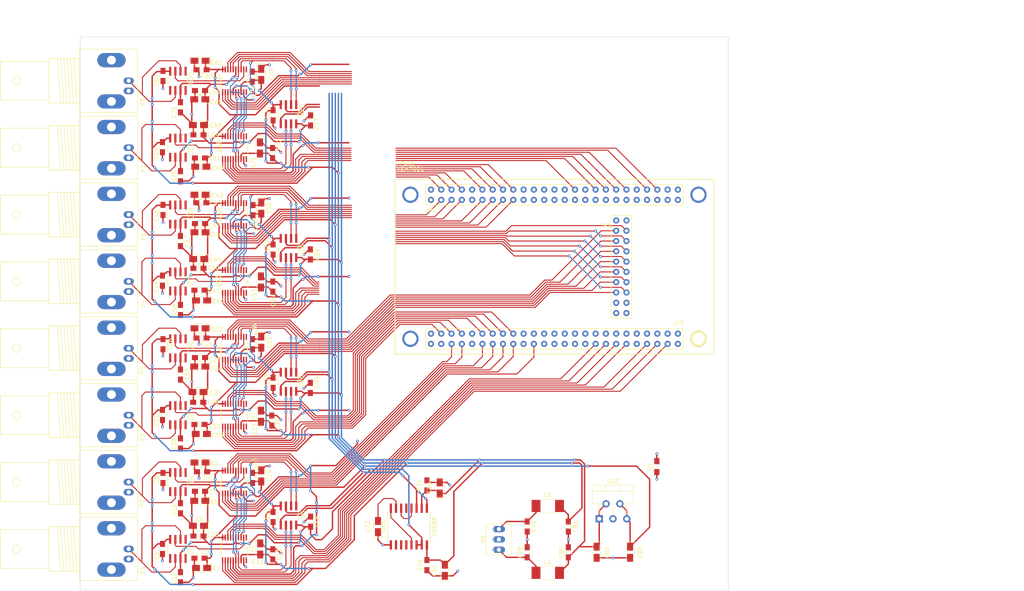
<source format=kicad_pcb>
(kicad_pcb (version 4) (host pcbnew 4.0.5)
  (layers (0 Top signal) (31 Bottom signal) (34 B.Paste user) (35 F.Paste user) (36 B.SilkS user) (37 F.SilkS user) (38 B.Mask user) (39 F.Mask user) (44 Edge.Cuts user))
  (net 0 "")
  (net 1 +3V3)
  (net 2 GNDA)
  (net 3 -15V)
  (net 4 +15V)
  (net 5 "Net-(C32-Pad2)")
  (net 6 "Net-(C78-Pad1)")
  (net 7 "Net-(C79-Pad1)")
  (net 8 "Net-(FPGA1-PadGNDa)")
  (net 9 "Net-(FPGA1-PadGNDb)")
  (net 10 "Net-(FPGA1-PadP10)")
  (net 11 SCLK5)
  (net 12 "Net-(FPGA1-PadJ3)")
  (net 13 SDIN5)
  (net 14 "Net-(FPGA1-PadK1)")
  (net 15 "Net-(FPGA1-Pad3.3A)")
  (net 16 "Net-(FPGA1-Pad3.3B)")
  (net 17 SDO5)
  (net 18 "Net-(FPGA1-PadK3)")
  (net 19 ~LDAC~5)
  (net 20 "Net-(FPGA1-PadM1)")
  (net 21 ~CLR~5)
  (net 22 "Net-(FPGA1-PadL4)")
  (net 23 ~RESET~5)
  (net 24 "Net-(FPGA1-PadN1)")
  (net 25 "Net-(FPGA1-PadGNDc)")
  (net 26 "Net-(FPGA1-PadGNDd)")
  (net 27 "Net-(FPGA1-PadN3)")
  (net 28 "Net-(FPGA1-PadP1)")
  (net 29 "Net-(FPGA1-PadR1)")
  (net 30 "Net-(FPGA1-PadR2)")
  (net 31 "Net-(FPGA1-PadP3)")
  (net 32 "Net-(FPGA1-PadT2)")
  (net 33 "Net-(FPGA1-PadR3)")
  (net 34 "Net-(FPGA1-PadT3)")
  (net 35 "Net-(FPGA1-PadN4)")
  (net 36 "Net-(FPGA1-PadGNDe)")
  (net 37 "Net-(FPGA1-PadGNDf)")
  (net 38 ~RESET~6)
  (net 39 ~RESET~4)
  (net 40 ~CLR~6)
  (net 41 ~CLR~4)
  (net 42 ~LDAC~6)
  (net 43 ~LDAC~4)
  (net 44 SDO6)
  (net 45 SDO4)
  (net 46 "Net-(FPGA1-Pad3.3C)")
  (net 47 "Net-(FPGA1-Pad3.3D)")
  (net 48 SDIN6)
  (net 49 SDIN4)
  (net 50 SCLK6)
  (net 51 SCLK4)
  (net 52 ~SYNC~6)
  (net 53 ~SYNC~4)
  (net 54 "Net-(FPGA1-PadGNDg)")
  (net 55 "Net-(FPGA1-PadGNDh)")
  (net 56 "Net-(FPGA1-Pad3.3E)")
  (net 57 "Net-(FPGA1-Pad3.3F)")
  (net 58 ~RESET~1)
  (net 59 ~RESET~2)
  (net 60 ~CLR~1)
  (net 61 ~CLR~2)
  (net 62 ~LDAC~1)
  (net 63 ~LDAC~2)
  (net 64 SDO1)
  (net 65 SDO2)
  (net 66 SDIN1)
  (net 67 SDIN2)
  (net 68 SCLK1)
  (net 69 SCLK2)
  (net 70 ~SYNC~1)
  (net 71 ~SYNC~2)
  (net 72 "Net-(FPGA1-PadD4)")
  (net 73 "Net-(FPGA1-PadC4)")
  (net 74 "Net-(FPGA1-PadGNDj)")
  (net 75 "Net-(FPGA1-PadGNDk)")
  (net 76 "Net-(FPGA1-PadGNDl)")
  (net 77 "Net-(FPGA1-PadA8)")
  (net 78 ~SYNC~7)
  (net 79 "Net-(FPGA1-PadC8)")
  (net 80 SCLK7)
  (net 81 "Net-(FPGA1-PadA9)")
  (net 82 SDIN7)
  (net 83 "Net-(FPGA1-Pad3.3G)")
  (net 84 "Net-(FPGA1-Pad3.3H)")
  (net 85 "Net-(FPGA1-PadB9)")
  (net 86 SDO7)
  (net 87 "Net-(FPGA1-PadB10)")
  (net 88 ~LDAC~7)
  (net 89 "Net-(FPGA1-PadB12)")
  (net 90 ~CLR~7)
  (net 91 "Net-(FPGA1-PadC12)")
  (net 92 ~RESET~7)
  (net 93 "Net-(FPGA1-PadGNDn)")
  (net 94 "Net-(FPGA1-PadGNDm)")
  (net 95 "Net-(FPGA1-PadA13)")
  (net 96 "Net-(FPGA1-PadA14)")
  (net 97 "Net-(FPGA1-PadE13)")
  (net 98 "Net-(FPGA1-PadB14)")
  (net 99 "Net-(FPGA1-PadC14)")
  (net 100 "Net-(FPGA1-PadA15)")
  (net 101 "Net-(FPGA1-PadB15)")
  (net 102 "Net-(FPGA1-PadB16)")
  (net 103 "Net-(FPGA1-PadC16)")
  (net 104 "Net-(FPGA1-PadGNDo)")
  (net 105 "Net-(FPGA1-PadGNDp)")
  (net 106 ~RESET~3)
  (net 107 ~RESET~8)
  (net 108 ~CLR~3)
  (net 109 ~CLR~8)
  (net 110 ~LDAC~3)
  (net 111 ~LDAC~8)
  (net 112 SDO3)
  (net 113 SDO8)
  (net 114 "Net-(FPGA1-Pad3.3I)")
  (net 115 "Net-(FPGA1-Pad3.3J)")
  (net 116 SDIN3)
  (net 117 SDIN8)
  (net 118 SCLK3)
  (net 119 SCLK8)
  (net 120 ~SYNC~3)
  (net 121 "Net-(FPGA1-PadGNDq)")
  (net 122 "Net-(FPGA1-PadGNDr)")
  (net 123 Vout1)
  (net 124 Vout2)
  (net 125 Vout3)
  (net 126 Vout4)
  (net 127 Vout5)
  (net 128 Vout6)
  (net 129 Vout7)
  (net 130 Vout8)
  (net 131 "Net-(U1-Pad1)")
  (net 132 "Net-(U1-Pad3)")
  (net 133 "Net-(U1-Pad5)")
  (net 134 "Net-(U1-Pad8)")
  (net 135 "Net-(U2-Pad1)")
  (net 136 "Net-(U2-Pad3)")
  (net 137 "Net-(U2-Pad4)")
  (net 138 "Net-(U2-Pad16)")
  (net 139 "Net-(U2-Pad17)")
  (net 140 "Net-(U2-Pad20)")
  (net 141 "Net-(U3-Pad1)")
  (net 142 "Net-(U3-Pad2)")
  (net 143 "Net-(U3-Pad20)")
  (net 144 "Net-(U4-Pad1)")
  (net 145 "Net-(U4-Pad5)")
  (net 146 "Net-(U4-Pad8)")
  (net 147 +10Vref)
  (net 148 -10Vref)
  (net 149 "Net-(U6-Pad1)")
  (net 150 "Net-(U6-Pad3)")
  (net 151 "Net-(U6-Pad5)")
  (net 152 "Net-(U6-Pad8)")
  (net 153 "Net-(U7-Pad1)")
  (net 154 "Net-(U10-Pad2)")
  (net 155 "Net-(U10-Pad1)")
  (net 156 "Net-(U10-Pad7)")
  (net 157 "Net-(U10-Pad6)")
  (net 158 "Net-(U7-Pad20)")
  (net 159 "Net-(U8-Pad1)")
  (net 160 "Net-(U8-Pad2)")
  (net 161 "Net-(U8-Pad20)")
  (net 162 "Net-(U9-Pad1)")
  (net 163 "Net-(U9-Pad5)")
  (net 164 "Net-(U9-Pad8)")
  (net 165 "Net-(U11-Pad4)")
  (net 166 "Net-(U11-Pad5)")
  (net 167 "Net-(U11-Pad13)")
  (net 168 "Net-(U11-Pad10)")
  (net 169 "Net-(U11-Pad11)")
  (net 170 "Net-(U11-Pad12)")
  (net 171 "Net-(U12-Pad1)")
  (net 172 "Net-(U12-Pad3)")
  (net 173 "Net-(U12-Pad5)")
  (net 174 "Net-(U12-Pad8)")
  (net 175 "Net-(U13-Pad1)")
  (net 176 "Net-(U13-Pad3)")
  (net 177 "Net-(U13-Pad4)")
  (net 178 ~SYNC~5)
  (net 179 "Net-(U13-Pad16)")
  (net 180 "Net-(U13-Pad17)")
  (net 181 "Net-(U13-Pad20)")
  (net 182 "Net-(U14-Pad1)")
  (net 183 "Net-(U14-Pad2)")
  (net 184 "Net-(U14-Pad20)")
  (net 185 "Net-(U15-Pad1)")
  (net 186 "Net-(U15-Pad5)")
  (net 187 "Net-(U15-Pad8)")
  (net 188 "Net-(U17-Pad1)")
  (net 189 "Net-(U17-Pad3)")
  (net 190 "Net-(U17-Pad5)")
  (net 191 "Net-(U17-Pad8)")
  (net 192 "Net-(U18-Pad1)")
  (net 193 "Net-(U18-Pad3)")
  (net 194 "Net-(U18-Pad4)")
  (net 195 "Net-(U18-Pad16)")
  (net 196 "Net-(U18-Pad17)")
  (net 197 "Net-(U18-Pad20)")
  (net 198 "Net-(U19-Pad1)")
  (net 199 "Net-(U19-Pad2)")
  (net 200 ~SYNC~8)
  (net 201 "Net-(U19-Pad20)")
  (net 202 "Net-(U20-Pad1)")
  (net 203 "Net-(U20-Pad5)")
  (net 204 "Net-(U20-Pad8)")
  (net 205 GNDD)
  (net 206 "Net-(FPGA1-PadCLK1)")
  (net 207 "Net-(FPGA1-PadCLK2)")
  (module Capacitors_SMD:C_0805_HandSoldering (layer Top) (at 54.864 152.781)
    (fp_text reference C2 (at 1.397 -1.397) (layer F.SilkS))
    (fp_text value 0.1uF hide)
    (pad 1 smd rect (at -1.25 0) (size 1.5 1.25) (layers Top F.Paste F.Mask) (net 2 GNDA))
    (pad 2 smd rect (at 1.25 0) (size 1.5 1.25) (layers Top F.Paste F.Mask) (net 1 +3V3))
  )
  (module Capacitors_SMD:C_0805_HandSoldering (layer Top) (at 55.499 131.445)
    (fp_text reference C4 (at 1.27 1.524) (layer F.SilkS))
    (fp_text value 0.1uF hide)
    (pad 1 smd rect (at -1.25 0) (size 1.5 1.25) (layers Top F.Paste F.Mask) (net 2 GNDA))
    (pad 2 smd rect (at 1.25 0) (size 1.5 1.25) (layers Top F.Paste F.Mask) (net 1 +3V3))
  )
  (module Capacitors_SMD:C_0805_HandSoldering (layer Top) (at 45.72 150.495 270)
    (fp_text reference C5 (at 1.651 1.397 270) (layer F.SilkS))
    (fp_text value 0.1uF hide)
    (pad 1 smd rect (at -1.25 0 270) (size 1.5 1.25) (layers Top F.Paste F.Mask) (net 3 -15V))
    (pad 2 smd rect (at 1.25 0 270) (size 1.5 1.25) (layers Top F.Paste F.Mask) (net 2 GNDA))
  )
  (module Capacitors_SMD:C_0805_HandSoldering (layer Top) (at 54.991 136.271)
    (fp_text reference C7 (at 3.1115 0.1905) (layer F.SilkS))
    (fp_text value 0.1uF hide)
    (pad 1 smd rect (at -1.25 0) (size 1.5 1.25) (layers Top F.Paste F.Mask) (net 2 GNDA))
    (pad 2 smd rect (at 1.25 0) (size 1.5 1.25) (layers Top F.Paste F.Mask) (net 4 +15V))
  )
  (module Capacitors_SMD:C_0805_HandSoldering (layer Top) (at 45.847 132.969 270)
    (fp_text reference C8 (at 0.381 1.651 270) (layer F.SilkS))
    (fp_text value 0.1uF hide)
    (pad 1 smd rect (at -1.25 0 270) (size 1.5 1.25) (layers Top F.Paste F.Mask) (net 3 -15V))
    (pad 2 smd rect (at 1.25 0 270) (size 1.5 1.25) (layers Top F.Paste F.Mask) (net 2 GNDA))
  )
  (module Capacitors_SMD:C_0805_HandSoldering (layer Top) (at 54.61 147.32 180)
    (fp_text reference C10 (at -3.556 0.254 360) (layer F.SilkS))
    (fp_text value 0.1uF hide)
    (pad 1 smd rect (at -1.25 0 180) (size 1.5 1.25) (layers Top F.Paste F.Mask) (net 4 +15V))
    (pad 2 smd rect (at 1.25 0 180) (size 1.5 1.25) (layers Top F.Paste F.Mask) (net 2 GNDA))
  )
  (module Capacitors_SMD:C_0805_HandSoldering (layer Top) (at 73.025 142.621 90)
    (fp_text reference C11 (at 0.889 -1.524 90) (layer F.SilkS))
    (fp_text value 0.1uF hide)
    (pad 1 smd rect (at -1.25 0 90) (size 1.5 1.25) (layers Top F.Paste F.Mask) (net 2 GNDA))
    (pad 2 smd rect (at 1.25 0 90) (size 1.5 1.25) (layers Top F.Paste F.Mask) (net 3 -15V))
  )
  (module Capacitors_SMD:C_0805_HandSoldering (layer Top) (at 72.9615 151.8285 270)
    (fp_text reference C13 (at 0 -1.651 270) (layer F.SilkS))
    (fp_text value 0.1uF hide)
    (pad 1 smd rect (at -1.25 0 270) (size 1.5 1.25) (layers Top F.Paste F.Mask) (net 2 GNDA))
    (pad 2 smd rect (at 1.25 0 270) (size 1.5 1.25) (layers Top F.Paste F.Mask) (net 3 -15V))
  )
  (module Capacitors_SMD:C_0805_HandSoldering (layer Top) (at 67.945 132.969 270)
    (fp_text reference C15 (at -3.556 -0.381 270) (layer F.SilkS))
    (fp_text value 0.1uF hide)
    (pad 1 smd rect (at -1.25 0 270) (size 1.5 1.25) (layers Top F.Paste F.Mask) (net 2 GNDA))
    (pad 2 smd rect (at 1.25 0 270) (size 1.5 1.25) (layers Top F.Paste F.Mask) (net 3 -15V))
  )
  (module Capacitors_SMD:C_0805_HandSoldering (layer Top) (at 50.165 140.462 270)
    (fp_text reference C16 (at 0.254 1.524 270) (layer F.SilkS))
    (fp_text value 0.1uF hide)
    (pad 1 smd rect (at -1.25 0 270) (size 1.5 1.25) (layers Top F.Paste F.Mask) (net 4 +15V))
    (pad 2 smd rect (at 1.25 0 270) (size 1.5 1.25) (layers Top F.Paste F.Mask) (net 2 GNDA))
  )
  (module Capacitors_SMD:C_0805_HandSoldering (layer Top) (at 50.165 157.48 270)
    (fp_text reference C17 (at 0.254 1.524 270) (layer F.SilkS))
    (fp_text value 0.1uF hide)
    (pad 1 smd rect (at -1.25 0 270) (size 1.5 1.25) (layers Top F.Paste F.Mask) (net 4 +15V))
    (pad 2 smd rect (at 1.25 0 270) (size 1.5 1.25) (layers Top F.Paste F.Mask) (net 2 GNDA))
  )
  (module Capacitors_SMD:C_0805_HandSoldering (layer Top) (at 82.296 143.764 270)
    (fp_text reference C18 (at 0 -1.75 270) (layer F.SilkS))
    (fp_text value 0.1uF hide)
    (pad 1 smd rect (at -1.25 0 270) (size 1.5 1.25) (layers Top F.Paste F.Mask) (net 2 GNDA))
    (pad 2 smd rect (at 1.25 0 270) (size 1.5 1.25) (layers Top F.Paste F.Mask) (net 4 +15V))
  )
  (module Capacitors_SMD:C_0805_HandSoldering (layer Top) (at 54.864 119.761)
    (fp_text reference C20 (at 3.81 0.508) (layer F.SilkS))
    (fp_text value 0.1uF hide)
    (pad 1 smd rect (at -1.25 0) (size 1.5 1.25) (layers Top F.Paste F.Mask) (net 2 GNDA))
    (pad 2 smd rect (at 1.25 0) (size 1.5 1.25) (layers Top F.Paste F.Mask) (net 1 +3V3))
  )
  (module Capacitors_SMD:C_0805_HandSoldering (layer Top) (at 55.372 98.425)
    (fp_text reference C22 (at 3.81 -2.159) (layer F.SilkS))
    (fp_text value 0.1uF hide)
    (pad 1 smd rect (at -1.25 0) (size 1.5 1.25) (layers Top F.Paste F.Mask) (net 2 GNDA))
    (pad 2 smd rect (at 1.25 0) (size 1.5 1.25) (layers Top F.Paste F.Mask) (net 1 +3V3))
  )
  (module Capacitors_SMD:C_0805_HandSoldering (layer Top) (at 45.72 117.4115 270)
    (fp_text reference C23 (at 1.4605 1.524 270) (layer F.SilkS))
    (fp_text value 0.1uF hide)
    (pad 1 smd rect (at -1.25 0 270) (size 1.5 1.25) (layers Top F.Paste F.Mask) (net 3 -15V))
    (pad 2 smd rect (at 1.25 0 270) (size 1.5 1.25) (layers Top F.Paste F.Mask) (net 2 GNDA))
  )
  (module Capacitors_SMD:C_0805_HandSoldering (layer Top) (at 54.991 103.251)
    (fp_text reference C25 (at 3.683 0.508) (layer F.SilkS))
    (fp_text value 0.1uF hide)
    (pad 1 smd rect (at -1.25 0) (size 1.5 1.25) (layers Top F.Paste F.Mask) (net 2 GNDA))
    (pad 2 smd rect (at 1.25 0) (size 1.5 1.25) (layers Top F.Paste F.Mask) (net 4 +15V))
  )
  (module Capacitors_SMD:C_0805_HandSoldering (layer Top) (at 45.847 99.949 270)
    (fp_text reference C26 (at 0 -1.75 270) (layer F.SilkS))
    (fp_text value 0.1uF hide)
    (pad 1 smd rect (at -1.25 0 270) (size 1.5 1.25) (layers Top F.Paste F.Mask) (net 3 -15V))
    (pad 2 smd rect (at 1.25 0 270) (size 1.5 1.25) (layers Top F.Paste F.Mask) (net 2 GNDA))
  )
  (module Capacitors_SMD:C_0805_HandSoldering (layer Top) (at 54.5465 114.3 180)
    (fp_text reference C28 (at -3.683 0 180) (layer F.SilkS))
    (fp_text value 0.1uF hide)
    (pad 1 smd rect (at -1.25 0 180) (size 1.5 1.25) (layers Top F.Paste F.Mask) (net 4 +15V))
    (pad 2 smd rect (at 1.25 0 180) (size 1.5 1.25) (layers Top F.Paste F.Mask) (net 2 GNDA))
  )
  (module Capacitors_SMD:C_0805_HandSoldering (layer Top) (at 73.025 109.474 90)
    (fp_text reference C29 (at 0.6985 -1.651 90) (layer F.SilkS))
    (fp_text value 0.1uF hide)
    (pad 1 smd rect (at -1.25 0 90) (size 1.5 1.25) (layers Top F.Paste F.Mask) (net 2 GNDA))
    (pad 2 smd rect (at 1.25 0 90) (size 1.5 1.25) (layers Top F.Paste F.Mask) (net 3 -15V))
  )
  (module Capacitors_SMD:C_0805_HandSoldering (layer Top) (at 110.998 134.8105 270)
    (fp_text reference C31 (at 0 1.905 270) (layer F.SilkS))
    (fp_text value 0.1uF hide)
    (pad 1 smd rect (at -1.25 0 270) (size 1.5 1.25) (layers Top F.Paste F.Mask) (net 2 GNDA))
    (pad 2 smd rect (at 1.25 0 270) (size 1.5 1.25) (layers Top F.Paste F.Mask) (net 4 +15V))
  )
  (module Capacitors_SMD:C_0805_HandSoldering (layer Top) (at 72.7075 118.8085 270)
    (fp_text reference C34 (at 0.8255 -1.524 270) (layer F.SilkS))
    (fp_text value 0.1uF hide)
    (pad 1 smd rect (at -1.25 0 270) (size 1.5 1.25) (layers Top F.Paste F.Mask) (net 2 GNDA))
    (pad 2 smd rect (at 1.25 0 270) (size 1.5 1.25) (layers Top F.Paste F.Mask) (net 3 -15V))
  )
  (module Capacitors_SMD:C_0805_HandSoldering (layer Top) (at 67.945 99.949 270)
    (fp_text reference C36 (at -3.683 -0.508 270) (layer F.SilkS))
    (fp_text value 0.1uF hide)
    (pad 1 smd rect (at -1.25 0 270) (size 1.5 1.25) (layers Top F.Paste F.Mask) (net 2 GNDA))
    (pad 2 smd rect (at 1.25 0 270) (size 1.5 1.25) (layers Top F.Paste F.Mask) (net 3 -15V))
  )
  (module Capacitors_SMD:C_0805_HandSoldering (layer Top) (at 50.165 107.442 270)
    (fp_text reference C37 (at 0 -1.75 270) (layer F.SilkS))
    (fp_text value 0.1uF hide)
    (pad 1 smd rect (at -1.25 0 270) (size 1.5 1.25) (layers Top F.Paste F.Mask) (net 4 +15V))
    (pad 2 smd rect (at 1.25 0 270) (size 1.5 1.25) (layers Top F.Paste F.Mask) (net 2 GNDA))
  )
  (module Capacitors_SMD:C_0805_HandSoldering (layer Top) (at 50.165 124.46 270)
    (fp_text reference C38 (at 0.127 1.5875 270) (layer F.SilkS))
    (fp_text value 0.1uF hide)
    (pad 1 smd rect (at -1.25 0 270) (size 1.5 1.25) (layers Top F.Paste F.Mask) (net 4 +15V))
    (pad 2 smd rect (at 1.25 0 270) (size 1.5 1.25) (layers Top F.Paste F.Mask) (net 2 GNDA))
  )
  (module Capacitors_SMD:C_0805_HandSoldering (layer Top) (at 82.2325 110.744 270)
    (fp_text reference C39 (at -1.397 -1.5875 270) (layer F.SilkS))
    (fp_text value 0.1uF hide)
    (pad 1 smd rect (at -1.25 0 270) (size 1.5 1.25) (layers Top F.Paste F.Mask) (net 2 GNDA))
    (pad 2 smd rect (at 1.25 0 270) (size 1.5 1.25) (layers Top F.Paste F.Mask) (net 4 +15V))
  )
  (module Capacitors_SMD:C_0805_HandSoldering (layer Top) (at 54.864 86.614)
    (fp_text reference C41 (at 3.6195 0.254) (layer F.SilkS))
    (fp_text value 0.1uF hide)
    (pad 1 smd rect (at -1.25 0) (size 1.5 1.25) (layers Top F.Paste F.Mask) (net 2 GNDA))
    (pad 2 smd rect (at 1.25 0) (size 1.5 1.25) (layers Top F.Paste F.Mask) (net 1 +3V3))
  )
  (module Capacitors_SMD:C_0805_HandSoldering (layer Top) (at 55.3085 65.024)
    (fp_text reference C43 (at 3.556 0) (layer F.SilkS))
    (fp_text value 0.1uF hide)
    (pad 1 smd rect (at -1.25 0) (size 1.5 1.25) (layers Top F.Paste F.Mask) (net 2 GNDA))
    (pad 2 smd rect (at 1.25 0) (size 1.5 1.25) (layers Top F.Paste F.Mask) (net 1 +3V3))
  )
  (module Capacitors_SMD:C_0805_HandSoldering (layer Top) (at 45.72 84.2645 270)
    (fp_text reference C44 (at 1.524 1.524 270) (layer F.SilkS))
    (fp_text value 0.1uF hide)
    (pad 1 smd rect (at -1.25 0 270) (size 1.5 1.25) (layers Top F.Paste F.Mask) (net 3 -15V))
    (pad 2 smd rect (at 1.25 0 270) (size 1.5 1.25) (layers Top F.Paste F.Mask) (net 2 GNDA))
  )
  (module Capacitors_SMD:C_0805_HandSoldering (layer Top) (at 110.998 154.4955 90)
    (fp_text reference C45 (at 0 -1.75 90) (layer F.SilkS))
    (fp_text value 0.1uF hide)
    (pad 1 smd rect (at -1.25 0 90) (size 1.5 1.25) (layers Top F.Paste F.Mask) (net 2 GNDA))
    (pad 2 smd rect (at 1.25 0 90) (size 1.5 1.25) (layers Top F.Paste F.Mask) (net 3 -15V))
  )
  (module Capacitors_SMD:C_0805_HandSoldering (layer Top) (at 54.991 70.1675)
    (fp_text reference C47 (at 3.556 0.4445) (layer F.SilkS))
    (fp_text value 0.1uF hide)
    (pad 1 smd rect (at -1.25 0) (size 1.5 1.25) (layers Top F.Paste F.Mask) (net 2 GNDA))
    (pad 2 smd rect (at 1.25 0) (size 1.5 1.25) (layers Top F.Paste F.Mask) (net 4 +15V))
  )
  (module Capacitors_SMD:C_0805_HandSoldering (layer Top) (at 45.847 66.802 270)
    (fp_text reference C48 (at 1.4605 1.524 270) (layer F.SilkS))
    (fp_text value 0.1uF hide)
    (pad 1 smd rect (at -1.25 0 270) (size 1.5 1.25) (layers Top F.Paste F.Mask) (net 3 -15V))
    (pad 2 smd rect (at 1.25 0 270) (size 1.5 1.25) (layers Top F.Paste F.Mask) (net 2 GNDA))
  )
  (module Capacitors_SMD:C_0805_HandSoldering (layer Top) (at 54.61 81.2165 180)
    (fp_text reference C50 (at -3.683 0.0635 180) (layer F.SilkS))
    (fp_text value 0.1uF hide)
    (pad 1 smd rect (at -1.25 0 180) (size 1.5 1.25) (layers Top F.Paste F.Mask) (net 4 +15V))
    (pad 2 smd rect (at 1.25 0 180) (size 1.5 1.25) (layers Top F.Paste F.Mask) (net 2 GNDA))
  )
  (module Capacitors_SMD:C_0805_HandSoldering (layer Top) (at 73.025 76.581 90)
    (fp_text reference C52 (at 0.9525 -1.524 90) (layer F.SilkS))
    (fp_text value 0.1uF hide)
    (pad 1 smd rect (at -1.25 0 90) (size 1.5 1.25) (layers Top F.Paste F.Mask) (net 2 GNDA))
    (pad 2 smd rect (at 1.25 0 90) (size 1.5 1.25) (layers Top F.Paste F.Mask) (net 3 -15V))
  )
  (module Capacitors_SMD:C_0805_HandSoldering (layer Top) (at 72.9615 85.725 270)
    (fp_text reference C54 (at 3.556 -0.0635 270) (layer F.SilkS))
    (fp_text value 0.1uF hide)
    (pad 1 smd rect (at -1.25 0 270) (size 1.5 1.25) (layers Top F.Paste F.Mask) (net 2 GNDA))
    (pad 2 smd rect (at 1.25 0 270) (size 1.5 1.25) (layers Top F.Paste F.Mask) (net 3 -15V))
  )
  (module Capacitors_SMD:C_0805_HandSoldering (layer Top) (at 68.072 66.8655 270)
    (fp_text reference C56 (at 3.556 -0.5715 270) (layer F.SilkS))
    (fp_text value 0.1uF hide)
    (pad 1 smd rect (at -1.25 0 270) (size 1.5 1.25) (layers Top F.Paste F.Mask) (net 2 GNDA))
    (pad 2 smd rect (at 1.25 0 270) (size 1.5 1.25) (layers Top F.Paste F.Mask) (net 3 -15V))
  )
  (module Capacitors_SMD:C_0805_HandSoldering (layer Top) (at 50.165 74.4855 270)
    (fp_text reference C57 (at 0 -1.75 270) (layer F.SilkS))
    (fp_text value 0.1uF hide)
    (pad 1 smd rect (at -1.25 0 270) (size 1.5 1.25) (layers Top F.Paste F.Mask) (net 4 +15V))
    (pad 2 smd rect (at 1.25 0 270) (size 1.5 1.25) (layers Top F.Paste F.Mask) (net 2 GNDA))
  )
  (module Capacitors_SMD:C_0805_HandSoldering (layer Top) (at 50.165 91.5035 270)
    (fp_text reference C58 (at 0 1.4605 270) (layer F.SilkS))
    (fp_text value 0.1uF hide)
    (pad 1 smd rect (at -1.25 0 270) (size 1.5 1.25) (layers Top F.Paste F.Mask) (net 4 +15V))
    (pad 2 smd rect (at 1.25 0 270) (size 1.5 1.25) (layers Top F.Paste F.Mask) (net 2 GNDA))
  )
  (module Capacitors_SMD:C_0805_HandSoldering (layer Top) (at 82.2325 77.7875 270)
    (fp_text reference C59 (at 0 -1.75 270) (layer F.SilkS))
    (fp_text value 0.1uF hide)
    (pad 1 smd rect (at -1.25 0 270) (size 1.5 1.25) (layers Top F.Paste F.Mask) (net 2 GNDA))
    (pad 2 smd rect (at 1.25 0 270) (size 1.5 1.25) (layers Top F.Paste F.Mask) (net 4 +15V))
  )
  (module Capacitors_SMD:C_0805_HandSoldering (layer Top) (at 54.991 53.975)
    (fp_text reference C61 (at 3.6195 0.0635) (layer F.SilkS))
    (fp_text value 0.1uF hide)
    (pad 1 smd rect (at -1.25 0) (size 1.5 1.25) (layers Top F.Paste F.Mask) (net 2 GNDA))
    (pad 2 smd rect (at 1.25 0) (size 1.5 1.25) (layers Top F.Paste F.Mask) (net 1 +3V3))
  )
  (module Capacitors_SMD:C_0805_HandSoldering (layer Top) (at 55.372 32.1945)
    (fp_text reference C63 (at 1.397 1.5875) (layer F.SilkS))
    (fp_text value 0.1uF hide)
    (pad 1 smd rect (at -1.25 0) (size 1.5 1.25) (layers Top F.Paste F.Mask) (net 2 GNDA))
    (pad 2 smd rect (at 1.25 0) (size 1.5 1.25) (layers Top F.Paste F.Mask) (net 1 +3V3))
  )
  (module Capacitors_SMD:C_0805_HandSoldering (layer Top) (at 45.72 51.308 270)
    (fp_text reference C64 (at 1.651 1.524 270) (layer F.SilkS))
    (fp_text value 0.1uF hide)
    (pad 1 smd rect (at -1.25 0 270) (size 1.5 1.25) (layers Top F.Paste F.Mask) (net 3 -15V))
    (pad 2 smd rect (at 1.25 0 270) (size 1.5 1.25) (layers Top F.Paste F.Mask) (net 2 GNDA))
  )
  (module Capacitors_SMD:C_0805_HandSoldering (layer Top) (at 54.991 37.338)
    (fp_text reference C66 (at 3.556 0.3175) (layer F.SilkS))
    (fp_text value 0.1uF hide)
    (pad 1 smd rect (at -1.25 0) (size 1.5 1.25) (layers Top F.Paste F.Mask) (net 2 GNDA))
    (pad 2 smd rect (at 1.25 0) (size 1.5 1.25) (layers Top F.Paste F.Mask) (net 4 +15V))
  )
  (module Capacitors_SMD:C_0805_HandSoldering (layer Top) (at 45.847 33.7185 270)
    (fp_text reference C67 (at 1.143 1.4605 270) (layer F.SilkS))
    (fp_text value 0.1uF hide)
    (pad 1 smd rect (at -1.25 0 270) (size 1.5 1.25) (layers Top F.Paste F.Mask) (net 3 -15V))
    (pad 2 smd rect (at 1.25 0 270) (size 1.5 1.25) (layers Top F.Paste F.Mask) (net 2 GNDA))
  )
  (module Capacitors_SMD:C_0805_HandSoldering (layer Top) (at 54.61 48.26 180)
    (fp_text reference C69 (at -3.683 -0.127 180) (layer F.SilkS))
    (fp_text value 0.1uF hide)
    (pad 1 smd rect (at -1.25 0 180) (size 1.5 1.25) (layers Top F.Paste F.Mask) (net 4 +15V))
    (pad 2 smd rect (at 1.25 0 180) (size 1.5 1.25) (layers Top F.Paste F.Mask) (net 2 GNDA))
  )
  (module Capacitors_SMD:C_0805_HandSoldering (layer Top) (at 73.025 43.434 90)
    (fp_text reference C70 (at 0.762 -1.5875 90) (layer F.SilkS))
    (fp_text value 0.1uF hide)
    (pad 1 smd rect (at -1.25 0 90) (size 1.5 1.25) (layers Top F.Paste F.Mask) (net 2 GNDA))
    (pad 2 smd rect (at 1.25 0 90) (size 1.5 1.25) (layers Top F.Paste F.Mask) (net 3 -15V))
  )
  (module Capacitors_SMD:C_0805_HandSoldering (layer Top) (at 72.898 52.7685 270)
    (fp_text reference C72 (at -2.159 -1.5875 270) (layer F.SilkS))
    (fp_text value 0.1uF hide)
    (pad 1 smd rect (at -1.25 0 270) (size 1.5 1.25) (layers Top F.Paste F.Mask) (net 2 GNDA))
    (pad 2 smd rect (at 1.25 0 270) (size 1.5 1.25) (layers Top F.Paste F.Mask) (net 3 -15V))
  )
  (module Capacitors_SMD:C_0805_HandSoldering (layer Top) (at 67.8815 33.909 270)
    (fp_text reference C74 (at 3.7084 -0.3683 270) (layer F.SilkS))
    (fp_text value 0.1uF hide)
    (pad 1 smd rect (at -1.25 0 270) (size 1.5 1.25) (layers Top F.Paste F.Mask) (net 2 GNDA))
    (pad 2 smd rect (at 1.25 0 270) (size 1.5 1.25) (layers Top F.Paste F.Mask) (net 3 -15V))
  )
  (module Capacitors_SMD:C_0805_HandSoldering (layer Top) (at 50.165 41.4655 270)
    (fp_text reference C75 (at 1.2065 1.524 270) (layer F.SilkS))
    (fp_text value 0.1uF hide)
    (pad 1 smd rect (at -1.25 0 270) (size 1.5 1.25) (layers Top F.Paste F.Mask) (net 4 +15V))
    (pad 2 smd rect (at 1.25 0 270) (size 1.5 1.25) (layers Top F.Paste F.Mask) (net 2 GNDA))
  )
  (module Capacitors_SMD:C_0805_HandSoldering (layer Top) (at 50.165 58.4835 270)
    (fp_text reference C76 (at 0 1.651 270) (layer F.SilkS))
    (fp_text value 0.1uF hide)
    (pad 1 smd rect (at -1.25 0 270) (size 1.5 1.25) (layers Top F.Paste F.Mask) (net 4 +15V))
    (pad 2 smd rect (at 1.25 0 270) (size 1.5 1.25) (layers Top F.Paste F.Mask) (net 2 GNDA))
  )
  (module Capacitors_SMD:C_0805_HandSoldering (layer Top) (at 82.296 44.704 270)
    (fp_text reference C77 (at 0.889 -1.651 270) (layer F.SilkS))
    (fp_text value 0.1uF hide)
    (pad 1 smd rect (at -1.25 0 270) (size 1.5 1.25) (layers Top F.Paste F.Mask) (net 2 GNDA))
    (pad 2 smd rect (at 1.25 0 270) (size 1.5 1.25) (layers Top F.Paste F.Mask) (net 4 +15V))
  )
  (module Capacitors_SMD:C_0805_HandSoldering (layer Top) (at 135.763 151.3205 90)
    (fp_text reference C78 (at 0 -1.75 90) (layer F.SilkS))
    (fp_text value 0.1uF hide)
    (pad 1 smd rect (at -1.25 0 90) (size 1.5 1.25) (layers Top F.Paste F.Mask) (net 6 "Net-(C78-Pad1)"))
    (pad 2 smd rect (at 1.25 0 90) (size 1.5 1.25) (layers Top F.Paste F.Mask) (net 2 GNDA))
  )
  (module Capacitors_SMD:C_0805_HandSoldering (layer Top) (at 135.763 144.9705 270)
    (fp_text reference C79 (at 0 -1.75 270) (layer F.SilkS))
    (fp_text value 0.1uF hide)
    (pad 1 smd rect (at -1.25 0 270) (size 1.5 1.25) (layers Top F.Paste F.Mask) (net 7 "Net-(C79-Pad1)"))
    (pad 2 smd rect (at 1.25 0 270) (size 1.5 1.25) (layers Top F.Paste F.Mask) (net 2 GNDA))
  )
  (module Capacitors_SMD:C_0805_HandSoldering (layer Top) (at 145.923 151.3205 90)
    (fp_text reference C80 (at 0 -1.75 90) (layer F.SilkS))
    (fp_text value 0.01uF hide)
    (pad 1 smd rect (at -1.25 0 90) (size 1.5 1.25) (layers Top F.Paste F.Mask) (net 4 +15V))
    (pad 2 smd rect (at 1.25 0 90) (size 1.5 1.25) (layers Top F.Paste F.Mask) (net 2 GNDA))
  )
  (module Capacitors_SMD:C_0805_HandSoldering (layer Top) (at 145.923 144.9705 270)
    (fp_text reference C81 (at 0 -1.75 270) (layer F.SilkS))
    (fp_text value 0.01uF hide)
    (pad 1 smd rect (at -1.25 0 270) (size 1.5 1.25) (layers Top F.Paste F.Mask) (net 3 -15V))
    (pad 2 smd rect (at 1.25 0 270) (size 1.5 1.25) (layers Top F.Paste F.Mask) (net 2 GNDA))
  )
  (module KiCad_DAC_Specific:XEM7001 (layer Top) (at 167.894 66.8655)
    (fp_text reference FPGA1 (at -62.23 -11.557) (layer F.SilkS))
    (fp_text value XEM7001 (at -60.96 -10.16) (layer F.SilkS))
    (fp_text user JP3 (at 5.08 27.94) (layer F.SilkS))
    (fp_text user JP1 (at -12.7 3.81) (layer F.SilkS))
    (fp_text user JP2 (at -55.88 0) (layer F.SilkS))
    (pad "" np_thru_hole circle (at -60.96 31.75) (size 4 4) (drill 3) (layers *.Cu *.Mask))
    (pad "" np_thru_hole circle (at 10.16 31.75) (size 4 4) (drill 3) (layers *.Cu *.Mask F.SilkS Dwgs.User))
    (pad "" np_thru_hole circle (at 10.16 -3.81) (size 4 4) (drill 3) (layers *.Cu *.Mask))
    (pad GNDa thru_hole circle (at 5.08 -5.08) (size 1.524 1.524) (drill 0.762) (layers *.Cu *.Mask) (net 8 "Net-(FPGA1-PadGNDa)"))
    (pad GNDb thru_hole circle (at 5.08 -2.54) (size 1.524 1.524) (drill 0.762) (layers *.Cu *.Mask) (net 9 "Net-(FPGA1-PadGNDb)"))
    (pad CLK1 thru_hole circle (at 2.54 -5.08) (size 1.524 1.524) (drill 0.762) (layers *.Cu *.Mask) (net 206 "Net-(FPGA1-PadCLK1)"))
    (pad P10 thru_hole circle (at 2.54 -2.54) (size 1.524 1.524) (drill 0.762) (layers *.Cu *.Mask) (net 10 "Net-(FPGA1-PadP10)"))
    (pad J1 thru_hole circle (at 0 -5.08) (size 1.524 1.524) (drill 0.762) (layers *.Cu *.Mask) (net 111 ~LDAC~8))
    (pad J3 thru_hole circle (at 0 -2.54) (size 1.524 1.524) (drill 0.762) (layers *.Cu *.Mask) (net 12 "Net-(FPGA1-PadJ3)"))
    (pad K2 thru_hole circle (at -2.54 -5.08) (size 1.524 1.524) (drill 0.762) (layers *.Cu *.Mask) (net 109 ~CLR~8))
    (pad K1 thru_hole circle (at -2.54 -2.54) (size 1.524 1.524) (drill 0.762) (layers *.Cu *.Mask) (net 14 "Net-(FPGA1-PadK1)"))
    (pad 3.3A thru_hole circle (at -5.08 -5.08) (size 1.524 1.524) (drill 0.762) (layers *.Cu *.Mask) (net 15 "Net-(FPGA1-Pad3.3A)"))
    (pad 3.3B thru_hole circle (at -5.08 -2.54) (size 1.524 1.524) (drill 0.762) (layers *.Cu *.Mask) (net 16 "Net-(FPGA1-Pad3.3B)"))
    (pad L2 thru_hole circle (at -7.62 -5.08) (size 1.524 1.524) (drill 0.762) (layers *.Cu *.Mask) (net 107 ~RESET~8))
    (pad K3 thru_hole circle (at -7.62 -2.54) (size 1.524 1.524) (drill 0.762) (layers *.Cu *.Mask) (net 18 "Net-(FPGA1-PadK3)"))
    (pad L3 thru_hole circle (at -10.16 -5.08) (size 1.524 1.524) (drill 0.762) (layers *.Cu *.Mask) (net 200 ~SYNC~8))
    (pad M1 thru_hole circle (at -10.16 -2.54) (size 1.524 1.524) (drill 0.762) (layers *.Cu *.Mask) (net 20 "Net-(FPGA1-PadM1)"))
    (pad M2 thru_hole circle (at -12.7 -5.08) (size 1.524 1.524) (drill 0.762) (layers *.Cu *.Mask) (net 119 SCLK8))
    (pad L4 thru_hole circle (at -12.7 -2.54) (size 1.524 1.524) (drill 0.762) (layers *.Cu *.Mask) (net 22 "Net-(FPGA1-PadL4)"))
    (pad M4 thru_hole circle (at -15.24 -5.08) (size 1.524 1.524) (drill 0.762) (layers *.Cu *.Mask) (net 117 SDIN8))
    (pad N1 thru_hole circle (at -15.24 -2.54) (size 1.524 1.524) (drill 0.762) (layers *.Cu *.Mask) (net 24 "Net-(FPGA1-PadN1)"))
    (pad GNDc thru_hole circle (at -17.78 -5.08) (size 1.524 1.524) (drill 0.762) (layers *.Cu *.Mask) (net 25 "Net-(FPGA1-PadGNDc)"))
    (pad GNDd thru_hole circle (at -17.78 -2.54) (size 1.524 1.524) (drill 0.762) (layers *.Cu *.Mask) (net 26 "Net-(FPGA1-PadGNDd)"))
    (pad N2 thru_hole circle (at -20.32 -5.08) (size 1.524 1.524) (drill 0.762) (layers *.Cu *.Mask) (net 113 SDO8))
    (pad N3 thru_hole circle (at -20.32 -2.54) (size 1.524 1.524) (drill 0.762) (layers *.Cu *.Mask) (net 27 "Net-(FPGA1-PadN3)"))
    (pad P1 thru_hole circle (at -22.86 -5.08) (size 1.524 1.524) (drill 0.762) (layers *.Cu *.Mask) (net 28 "Net-(FPGA1-PadP1)"))
    (pad R1 thru_hole circle (at -22.86 -2.54) (size 1.524 1.524) (drill 0.762) (layers *.Cu *.Mask) (net 29 "Net-(FPGA1-PadR1)"))
    (pad R2 thru_hole circle (at -25.4 -5.08) (size 1.524 1.524) (drill 0.762) (layers *.Cu *.Mask) (net 30 "Net-(FPGA1-PadR2)"))
    (pad P3 thru_hole circle (at -25.4 -2.54) (size 1.524 1.524) (drill 0.762) (layers *.Cu *.Mask) (net 31 "Net-(FPGA1-PadP3)"))
    (pad T2 thru_hole circle (at -27.94 -5.08) (size 1.524 1.524) (drill 0.762) (layers *.Cu *.Mask) (net 32 "Net-(FPGA1-PadT2)"))
    (pad R3 thru_hole circle (at -27.94 -2.54) (size 1.524 1.524) (drill 0.762) (layers *.Cu *.Mask) (net 33 "Net-(FPGA1-PadR3)"))
    (pad T3 thru_hole circle (at -30.48 -5.08) (size 1.524 1.524) (drill 0.762) (layers *.Cu *.Mask) (net 34 "Net-(FPGA1-PadT3)"))
    (pad N4 thru_hole circle (at -30.48 -2.54) (size 1.524 1.524) (drill 0.762) (layers *.Cu *.Mask) (net 35 "Net-(FPGA1-PadN4)"))
    (pad GNDe thru_hole circle (at -33.02 -5.08) (size 1.524 1.524) (drill 0.762) (layers *.Cu *.Mask) (net 36 "Net-(FPGA1-PadGNDe)"))
    (pad GNDf thru_hole circle (at -33.02 -2.54) (size 1.524 1.524) (drill 0.762) (layers *.Cu *.Mask) (net 37 "Net-(FPGA1-PadGNDf)"))
    (pad P4 thru_hole circle (at -35.56 -5.08) (size 1.524 1.524) (drill 0.762) (layers *.Cu *.Mask) (net 88 ~LDAC~7))
    (pad T4 thru_hole circle (at -35.56 -2.54) (size 1.524 1.524) (drill 0.762) (layers *.Cu *.Mask) (net 44 SDO6))
    (pad P5 thru_hole circle (at -38.1 -5.08) (size 1.524 1.524) (drill 0.762) (layers *.Cu *.Mask) (net 90 ~CLR~7))
    (pad N6 thru_hole circle (at -38.1 -2.54) (size 1.524 1.524) (drill 0.762) (layers *.Cu *.Mask) (net 48 SDIN6))
    (pad R5 thru_hole circle (at -40.64 -5.08) (size 1.524 1.524) (drill 0.762) (layers *.Cu *.Mask) (net 92 ~RESET~7))
    (pad P8 thru_hole circle (at -40.64 -2.54) (size 1.524 1.524) (drill 0.762) (layers *.Cu *.Mask) (net 50 SCLK6))
    (pad T5 thru_hole circle (at -43.18 -5.08) (size 1.524 1.524) (drill 0.762) (layers *.Cu *.Mask) (net 78 ~SYNC~7))
    (pad R6 thru_hole circle (at -43.18 -2.54) (size 1.524 1.524) (drill 0.762) (layers *.Cu *.Mask) (net 52 ~SYNC~6))
    (pad 3.3C thru_hole circle (at -45.72 -5.08) (size 1.524 1.524) (drill 0.762) (layers *.Cu *.Mask) (net 46 "Net-(FPGA1-Pad3.3C)"))
    (pad 3.3D thru_hole circle (at -45.72 -2.54) (size 1.524 1.524) (drill 0.762) (layers *.Cu *.Mask) (net 47 "Net-(FPGA1-Pad3.3D)"))
    (pad T9 thru_hole circle (at -48.26 -5.08) (size 1.524 1.524) (drill 0.762) (layers *.Cu *.Mask) (net 80 SCLK7))
    (pad R7 thru_hole circle (at -48.26 -2.54) (size 1.524 1.524) (drill 0.762) (layers *.Cu *.Mask) (net 38 ~RESET~6))
    (pad T7 thru_hole circle (at -50.8 -5.08) (size 1.524 1.524) (drill 0.762) (layers *.Cu *.Mask) (net 82 SDIN7))
    (pad R8 thru_hole circle (at -50.8 -2.54) (size 1.524 1.524) (drill 0.762) (layers *.Cu *.Mask) (net 40 ~CLR~6))
    (pad T8 thru_hole circle (at -53.34 -5.08) (size 1.524 1.524) (drill 0.762) (layers *.Cu *.Mask) (net 86 SDO7))
    (pad T10 thru_hole circle (at -53.34 -2.54) (size 1.524 1.524) (drill 0.762) (layers *.Cu *.Mask) (net 42 ~LDAC~6))
    (pad GNDg thru_hole circle (at -55.88 -5.08) (size 1.524 1.524) (drill 0.762) (layers *.Cu *.Mask) (net 54 "Net-(FPGA1-PadGNDg)"))
    (pad GNDh thru_hole circle (at -55.88 -2.54) (size 1.524 1.524) (drill 0.762) (layers *.Cu *.Mask) (net 55 "Net-(FPGA1-PadGNDh)"))
    (pad 3.3E thru_hole circle (at -10.16 2.54) (size 1.524 1.524) (drill 0.762) (layers *.Cu *.Mask) (net 56 "Net-(FPGA1-Pad3.3E)"))
    (pad 3.3F thru_hole circle (at -7.62 2.54) (size 1.524 1.524) (drill 0.762) (layers *.Cu *.Mask) (net 57 "Net-(FPGA1-Pad3.3F)"))
    (pad H1 thru_hole circle (at -10.16 5.08) (size 1.524 1.524) (drill 0.762) (layers *.Cu *.Mask) (net 43 ~LDAC~4))
    (pad H2 thru_hole circle (at -7.62 5.08) (size 1.524 1.524) (drill 0.762) (layers *.Cu *.Mask) (net 19 ~LDAC~5))
    (pad G1 thru_hole circle (at -10.16 7.62) (size 1.524 1.524) (drill 0.762) (layers *.Cu *.Mask) (net 41 ~CLR~4))
    (pad G2 thru_hole circle (at -7.62 7.62) (size 1.524 1.524) (drill 0.762) (layers *.Cu *.Mask) (net 21 ~CLR~5))
    (pad F2 thru_hole circle (at -10.16 10.16) (size 1.524 1.524) (drill 0.762) (layers *.Cu *.Mask) (net 39 ~RESET~4))
    (pad E1 thru_hole circle (at -7.62 10.16) (size 1.524 1.524) (drill 0.762) (layers *.Cu *.Mask) (net 23 ~RESET~5))
    (pad E2 thru_hole circle (at -10.16 12.7) (size 1.524 1.524) (drill 0.762) (layers *.Cu *.Mask) (net 53 ~SYNC~4))
    (pad D1 thru_hole circle (at -7.62 12.7) (size 1.524 1.524) (drill 0.762) (layers *.Cu *.Mask) (net 178 ~SYNC~5))
    (pad C1 thru_hole circle (at -10.16 15.24) (size 1.524 1.524) (drill 0.762) (layers *.Cu *.Mask) (net 51 SCLK4))
    (pad C2 thru_hole circle (at -7.62 15.24) (size 1.524 1.524) (drill 0.762) (layers *.Cu *.Mask) (net 11 SCLK5))
    (pad B1 thru_hole circle (at -10.16 17.78) (size 1.524 1.524) (drill 0.762) (layers *.Cu *.Mask) (net 49 SDIN4))
    (pad B2 thru_hole circle (at -7.62 17.78) (size 1.524 1.524) (drill 0.762) (layers *.Cu *.Mask) (net 13 SDIN5))
    (pad A2 thru_hole circle (at -10.16 20.32) (size 1.524 1.524) (drill 0.762) (layers *.Cu *.Mask) (net 45 SDO4))
    (pad A3 thru_hole circle (at -7.62 20.32) (size 1.524 1.524) (drill 0.762) (layers *.Cu *.Mask) (net 17 SDO5))
    (pad D4 thru_hole circle (at -10.16 22.86) (size 1.524 1.524) (drill 0.762) (layers *.Cu *.Mask) (net 72 "Net-(FPGA1-PadD4)"))
    (pad C4 thru_hole circle (at -7.62 22.86) (size 1.524 1.524) (drill 0.762) (layers *.Cu *.Mask) (net 73 "Net-(FPGA1-PadC4)"))
    (pad GNDi thru_hole circle (at -10.16 25.4) (size 1.524 1.524) (drill 0.762) (layers *.Cu *.Mask) (net 205 GNDD))
    (pad GNDj thru_hole circle (at -7.62 25.4) (size 1.524 1.524) (drill 0.762) (layers *.Cu *.Mask) (net 74 "Net-(FPGA1-PadGNDj)"))
    (pad GNDk thru_hole circle (at 5.08 30.48) (size 1.524 1.524) (drill 0.762) (layers *.Cu *.Mask) (net 75 "Net-(FPGA1-PadGNDk)"))
    (pad GNDl thru_hole circle (at 5.08 33.02) (size 1.524 1.524) (drill 0.762) (layers *.Cu *.Mask) (net 76 "Net-(FPGA1-PadGNDl)"))
    (pad A8 thru_hole circle (at 2.54 30.48) (size 1.524 1.524) (drill 0.762) (layers *.Cu *.Mask) (net 77 "Net-(FPGA1-PadA8)"))
    (pad D9 thru_hole circle (at 2.54 33.02) (size 1.524 1.524) (drill 0.762) (layers *.Cu *.Mask) (net 64 SDO1))
    (pad C8 thru_hole circle (at 0 30.48) (size 1.524 1.524) (drill 0.762) (layers *.Cu *.Mask) (net 79 "Net-(FPGA1-PadC8)"))
    (pad D10 thru_hole circle (at 0 33.02) (size 1.524 1.524) (drill 0.762) (layers *.Cu *.Mask) (net 66 SDIN1))
    (pad A9 thru_hole circle (at -2.54 30.48) (size 1.524 1.524) (drill 0.762) (layers *.Cu *.Mask) (net 81 "Net-(FPGA1-PadA9)"))
    (pad C9 thru_hole circle (at -2.54 33.02) (size 1.524 1.524) (drill 0.762) (layers *.Cu *.Mask) (net 68 SCLK1))
    (pad 3.3G thru_hole circle (at -5.08 30.48) (size 1.524 1.524) (drill 0.762) (layers *.Cu *.Mask) (net 83 "Net-(FPGA1-Pad3.3G)"))
    (pad 3.3H thru_hole circle (at -5.08 33.02) (size 1.524 1.524) (drill 0.762) (layers *.Cu *.Mask) (net 84 "Net-(FPGA1-Pad3.3H)"))
    (pad B9 thru_hole circle (at -7.62 30.48) (size 1.524 1.524) (drill 0.762) (layers *.Cu *.Mask) (net 85 "Net-(FPGA1-PadB9)"))
    (pad A10 thru_hole circle (at -7.62 33.02) (size 1.524 1.524) (drill 0.762) (layers *.Cu *.Mask) (net 70 ~SYNC~1))
    (pad B10 thru_hole circle (at -10.16 30.48) (size 1.524 1.524) (drill 0.762) (layers *.Cu *.Mask) (net 87 "Net-(FPGA1-PadB10)"))
    (pad C11 thru_hole circle (at -10.16 33.02) (size 1.524 1.524) (drill 0.762) (layers *.Cu *.Mask) (net 58 ~RESET~1))
    (pad B12 thru_hole circle (at -12.7 30.48) (size 1.524 1.524) (drill 0.762) (layers *.Cu *.Mask) (net 89 "Net-(FPGA1-PadB12)"))
    (pad A12 thru_hole circle (at -12.7 33.02) (size 1.524 1.524) (drill 0.762) (layers *.Cu *.Mask) (net 60 ~CLR~1))
    (pad C12 thru_hole circle (at -15.24 30.48) (size 1.524 1.524) (drill 0.762) (layers *.Cu *.Mask) (net 91 "Net-(FPGA1-PadC12)"))
    (pad F13 thru_hole circle (at -15.24 33.02) (size 1.524 1.524) (drill 0.762) (layers *.Cu *.Mask) (net 62 ~LDAC~1))
    (pad GNDn thru_hole circle (at -17.78 30.48) (size 1.524 1.524) (drill 0.762) (layers *.Cu *.Mask) (net 93 "Net-(FPGA1-PadGNDn)"))
    (pad GNDm thru_hole circle (at -17.78 33.02) (size 1.524 1.524) (drill 0.762) (layers *.Cu *.Mask) (net 94 "Net-(FPGA1-PadGNDm)"))
    (pad A13 thru_hole circle (at -20.32 30.48) (size 1.524 1.524) (drill 0.762) (layers *.Cu *.Mask) (net 95 "Net-(FPGA1-PadA13)"))
    (pad A14 thru_hole circle (at -20.32 33.02) (size 1.524 1.524) (drill 0.762) (layers *.Cu *.Mask) (net 96 "Net-(FPGA1-PadA14)"))
    (pad E13 thru_hole circle (at -22.86 30.48) (size 1.524 1.524) (drill 0.762) (layers *.Cu *.Mask) (net 97 "Net-(FPGA1-PadE13)"))
    (pad B14 thru_hole circle (at -22.86 33.02) (size 1.524 1.524) (drill 0.762) (layers *.Cu *.Mask) (net 98 "Net-(FPGA1-PadB14)"))
    (pad C14 thru_hole circle (at -25.4 30.48) (size 1.524 1.524) (drill 0.762) (layers *.Cu *.Mask) (net 99 "Net-(FPGA1-PadC14)"))
    (pad A15 thru_hole circle (at -25.4 33.02) (size 1.524 1.524) (drill 0.762) (layers *.Cu *.Mask) (net 100 "Net-(FPGA1-PadA15)"))
    (pad B15 thru_hole circle (at -27.94 30.48) (size 1.524 1.524) (drill 0.762) (layers *.Cu *.Mask) (net 101 "Net-(FPGA1-PadB15)"))
    (pad B16 thru_hole circle (at -27.94 33.02) (size 1.524 1.524) (drill 0.762) (layers *.Cu *.Mask) (net 102 "Net-(FPGA1-PadB16)"))
    (pad C16 thru_hole circle (at -30.48 30.48) (size 1.524 1.524) (drill 0.762) (layers *.Cu *.Mask) (net 103 "Net-(FPGA1-PadC16)"))
    (pad D15 thru_hole circle (at -30.48 33.02) (size 1.524 1.524) (drill 0.762) (layers *.Cu *.Mask) (net 65 SDO2))
    (pad GNDo thru_hole circle (at -33.02 30.48) (size 1.524 1.524) (drill 0.762) (layers *.Cu *.Mask) (net 104 "Net-(FPGA1-PadGNDo)"))
    (pad GNDp thru_hole circle (at -33.02 33.02) (size 1.524 1.524) (drill 0.762) (layers *.Cu *.Mask) (net 105 "Net-(FPGA1-PadGNDp)"))
    (pad D16 thru_hole circle (at -35.56 30.48) (size 1.524 1.524) (drill 0.762) (layers *.Cu *.Mask) (net 110 ~LDAC~3))
    (pad D14 thru_hole circle (at -35.56 33.02) (size 1.524 1.524) (drill 0.762) (layers *.Cu *.Mask) (net 67 SDIN2))
    (pad E16 thru_hole circle (at -38.1 30.48) (size 1.524 1.524) (drill 0.762) (layers *.Cu *.Mask) (net 108 ~CLR~3))
    (pad E15 thru_hole circle (at -38.1 33.02) (size 1.524 1.524) (drill 0.762) (layers *.Cu *.Mask) (net 69 SCLK2))
    (pad G15 thru_hole circle (at -40.64 30.48) (size 1.524 1.524) (drill 0.762) (layers *.Cu *.Mask) (net 106 ~RESET~3))
    (pad F14 thru_hole circle (at -40.64 33.02) (size 1.524 1.524) (drill 0.762) (layers *.Cu *.Mask) (net 71 ~SYNC~2))
    (pad H14 thru_hole circle (at -43.18 30.48) (size 1.524 1.524) (drill 0.762) (layers *.Cu *.Mask) (net 120 ~SYNC~3))
    (pad G16 thru_hole circle (at -43.18 33.02) (size 1.524 1.524) (drill 0.762) (layers *.Cu *.Mask) (net 59 ~RESET~2))
    (pad 3.3I thru_hole circle (at -45.72 30.48) (size 1.524 1.524) (drill 0.762) (layers *.Cu *.Mask) (net 114 "Net-(FPGA1-Pad3.3I)"))
    (pad 3.3J thru_hole circle (at -45.72 33.02) (size 1.524 1.524) (drill 0.762) (layers *.Cu *.Mask) (net 115 "Net-(FPGA1-Pad3.3J)"))
    (pad H13 thru_hole circle (at -48.26 30.48) (size 1.524 1.524) (drill 0.762) (layers *.Cu *.Mask) (net 118 SCLK3))
    (pad H16 thru_hole circle (at -48.26 33.02) (size 1.524 1.524) (drill 0.762) (layers *.Cu *.Mask) (net 61 ~CLR~2))
    (pad F15 thru_hole circle (at -50.8 30.48) (size 1.524 1.524) (drill 0.762) (layers *.Cu *.Mask) (net 116 SDIN3))
    (pad G14 thru_hole circle (at -50.8 33.02) (size 1.524 1.524) (drill 0.762) (layers *.Cu *.Mask) (net 63 ~LDAC~2))
    (pad E12 thru_hole circle (at -53.34 30.48) (size 1.524 1.524) (drill 0.762) (layers *.Cu *.Mask) (net 112 SDO3))
    (pad CLK2 thru_hole circle (at -53.34 33.02) (size 1.524 1.524) (drill 0.762) (layers *.Cu *.Mask) (net 207 "Net-(FPGA1-PadCLK2)"))
    (pad GNDq thru_hole circle (at -55.88 30.48) (size 1.524 1.524) (drill 0.762) (layers *.Cu *.Mask) (net 121 "Net-(FPGA1-PadGNDq)"))
    (pad GNDr thru_hole circle (at -55.88 33.02) (size 1.524 1.524) (drill 0.762) (layers *.Cu *.Mask) (net 122 "Net-(FPGA1-PadGNDr)"))
    (pad "" np_thru_hole circle (at -60.96 -3.81) (size 4 4) (drill 3) (layers *.Cu *.Mask))
  )
  (module Capacitors_SMD:C_1812_HandSoldering (layer Top) (at 140.843 156.4005)
    (fp_text reference L1 (at 0 -2.75) (layer F.SilkS))
    (fp_text value "1k ohm" hide)
    (pad 1 smd rect (at -2.9 0) (size 2.2 3) (layers Top F.Paste F.Mask) (net 6 "Net-(C78-Pad1)"))
    (pad 2 smd rect (at 2.9 0) (size 2.2 3) (layers Top F.Paste F.Mask) (net 4 +15V))
  )
  (module Capacitors_SMD:C_1812_HandSoldering (layer Top) (at 140.843 139.8905)
    (fp_text reference L2 (at 0 -2.75) (layer F.SilkS))
    (fp_text value "1k ohm" hide)
    (pad 1 smd rect (at -2.9 0) (size 2.2 3) (layers Top F.Paste F.Mask) (net 7 "Net-(C79-Pad1)"))
    (pad 2 smd rect (at 2.9 0) (size 2.2 3) (layers Top F.Paste F.Mask) (net 3 -15V))
  )
  (module Connectors_TE-Connectivity:BNC_Socket_TYCO-AMP_LargePads (layer Top) (at 32.385 150.495 90)
    (fp_text reference P1 (at -5.207 8.382 90) (layer F.SilkS))
    (fp_text value BNC)
    (pad 2 thru_hole oval (at -5.09778 0.7366 90) (size 3.50012 7.00024) (drill 2.19964) (layers *.Cu *.Mask) (net 2 GNDA))
    (pad 2 thru_hole oval (at 5.10032 0.7366 90) (size 3.50012 7.00024) (drill 2.19964) (layers *.Cu *.Mask) (net 2 GNDA))
    (pad 1 thru_hole oval (at 0 5.00126 90) (size 1.6002 2.49936) (drill 1.00076) (layers *.Cu *.Mask) (net 123 Vout1))
    (pad 2 thru_hole oval (at -2.49936 5.00126 90) (size 1.6002 2.49936) (drill 1.00076) (layers *.Cu *.Mask) (net 2 GNDA))
  )
  (module Connectors_TE-Connectivity:BNC_Socket_TYCO-AMP_LargePads (layer Top) (at 32.385 133.985 90)
    (fp_text reference P2 (at -5.207 8.255 90) (layer F.SilkS))
    (fp_text value BNC)
    (pad 2 thru_hole oval (at -5.09778 0.7366 90) (size 3.50012 7.00024) (drill 2.19964) (layers *.Cu *.Mask) (net 2 GNDA))
    (pad 2 thru_hole oval (at 5.10032 0.7366 90) (size 3.50012 7.00024) (drill 2.19964) (layers *.Cu *.Mask) (net 2 GNDA))
    (pad 1 thru_hole oval (at 0 5.00126 90) (size 1.6002 2.49936) (drill 1.00076) (layers *.Cu *.Mask) (net 124 Vout2))
    (pad 2 thru_hole oval (at -2.49936 5.00126 90) (size 1.6002 2.49936) (drill 1.00076) (layers *.Cu *.Mask) (net 2 GNDA))
  )
  (module Connectors_TE-Connectivity:BNC_Socket_TYCO-AMP_LargePads (layer Top) (at 32.385 117.475 90)
    (fp_text reference P3 (at -5.461 8.509 90) (layer F.SilkS))
    (fp_text value BNC)
    (pad 2 thru_hole oval (at -5.09778 0.7366 90) (size 3.50012 7.00024) (drill 2.19964) (layers *.Cu *.Mask) (net 2 GNDA))
    (pad 2 thru_hole oval (at 5.10032 0.7366 90) (size 3.50012 7.00024) (drill 2.19964) (layers *.Cu *.Mask) (net 2 GNDA))
    (pad 1 thru_hole oval (at 0 5.00126 90) (size 1.6002 2.49936) (drill 1.00076) (layers *.Cu *.Mask) (net 125 Vout3))
    (pad 2 thru_hole oval (at -2.49936 5.00126 90) (size 1.6002 2.49936) (drill 1.00076) (layers *.Cu *.Mask) (net 2 GNDA))
  )
  (module Connectors_TE-Connectivity:BNC_Socket_TYCO-AMP_LargePads (layer Top) (at 32.385 100.965 90)
    (fp_text reference P4 (at -5.334 8.255 90) (layer F.SilkS))
    (fp_text value BNC)
    (pad 2 thru_hole oval (at -5.09778 0.7366 90) (size 3.50012 7.00024) (drill 2.19964) (layers *.Cu *.Mask) (net 2 GNDA))
    (pad 2 thru_hole oval (at 5.10032 0.7366 90) (size 3.50012 7.00024) (drill 2.19964) (layers *.Cu *.Mask) (net 2 GNDA))
    (pad 1 thru_hole oval (at 0 5.00126 90) (size 1.6002 2.49936) (drill 1.00076) (layers *.Cu *.Mask) (net 126 Vout4))
    (pad 2 thru_hole oval (at -2.49936 5.00126 90) (size 1.6002 2.49936) (drill 1.00076) (layers *.Cu *.Mask) (net 2 GNDA))
  )
  (module Connectors_TE-Connectivity:BNC_Socket_TYCO-AMP_LargePads (layer Top) (at 32.385 84.455 90)
    (fp_text reference P5 (at -5.461 8.763 90) (layer F.SilkS))
    (fp_text value BNC)
    (pad 2 thru_hole oval (at -5.09778 0.7366 90) (size 3.50012 7.00024) (drill 2.19964) (layers *.Cu *.Mask) (net 2 GNDA))
    (pad 2 thru_hole oval (at 5.10032 0.7366 90) (size 3.50012 7.00024) (drill 2.19964) (layers *.Cu *.Mask) (net 2 GNDA))
    (pad 1 thru_hole oval (at 0 5.00126 90) (size 1.6002 2.49936) (drill 1.00076) (layers *.Cu *.Mask) (net 127 Vout5))
    (pad 2 thru_hole oval (at -2.49936 5.00126 90) (size 1.6002 2.49936) (drill 1.00076) (layers *.Cu *.Mask) (net 2 GNDA))
  )
  (module Connectors_TE-Connectivity:BNC_Socket_TYCO-AMP_LargePads (layer Top) (at 32.385 67.945 90)
    (fp_text reference P6 (at -5.461 8.636 90) (layer F.SilkS))
    (fp_text value BNC)
    (pad 2 thru_hole oval (at -5.09778 0.7366 90) (size 3.50012 7.00024) (drill 2.19964) (layers *.Cu *.Mask) (net 2 GNDA))
    (pad 2 thru_hole oval (at 5.10032 0.7366 90) (size 3.50012 7.00024) (drill 2.19964) (layers *.Cu *.Mask) (net 2 GNDA))
    (pad 1 thru_hole oval (at 0 5.00126 90) (size 1.6002 2.49936) (drill 1.00076) (layers *.Cu *.Mask) (net 128 Vout6))
    (pad 2 thru_hole oval (at -2.49936 5.00126 90) (size 1.6002 2.49936) (drill 1.00076) (layers *.Cu *.Mask) (net 2 GNDA))
  )
  (module Connectors_TE-Connectivity:BNC_Socket_TYCO-AMP_LargePads (layer Top) (at 32.385 51.435 90)
    (fp_text reference P7 (at -5.207 8.636 90) (layer F.SilkS))
    (fp_text value BNC)
    (pad 2 thru_hole oval (at -5.09778 0.7366 90) (size 3.50012 7.00024) (drill 2.19964) (layers *.Cu *.Mask) (net 2 GNDA))
    (pad 2 thru_hole oval (at 5.10032 0.7366 90) (size 3.50012 7.00024) (drill 2.19964) (layers *.Cu *.Mask) (net 2 GNDA))
    (pad 1 thru_hole oval (at 0 5.00126 90) (size 1.6002 2.49936) (drill 1.00076) (layers *.Cu *.Mask) (net 129 Vout7))
    (pad 2 thru_hole oval (at -2.49936 5.00126 90) (size 1.6002 2.49936) (drill 1.00076) (layers *.Cu *.Mask) (net 2 GNDA))
  )
  (module Connectors_TE-Connectivity:BNC_Socket_TYCO-AMP_LargePads (layer Top) (at 32.385 34.925 90)
    (fp_text reference P8 (at -5.207 8.382 90) (layer F.SilkS))
    (fp_text value BNC)
    (pad 2 thru_hole oval (at -5.09778 0.7366 90) (size 3.50012 7.00024) (drill 2.19964) (layers *.Cu *.Mask) (net 2 GNDA))
    (pad 2 thru_hole oval (at 5.10032 0.7366 90) (size 3.50012 7.00024) (drill 2.19964) (layers *.Cu *.Mask) (net 2 GNDA))
    (pad 1 thru_hole oval (at 0 5.00126 90) (size 1.6002 2.49936) (drill 1.00076) (layers *.Cu *.Mask) (net 130 Vout8))
    (pad 2 thru_hole oval (at -2.49936 5.00126 90) (size 1.6002 2.49936) (drill 1.00076) (layers *.Cu *.Mask) (net 2 GNDA))
  )
  (module Connectors:PINHEAD1-3 (layer Top) (at 128.778 150.6855 90)
    (fp_text reference P9 (at 2.59 -3.8 90) (layer F.SilkS))
    (fp_text value CONN_01X03 hide)
    (pad 1 thru_hole oval (at 0 0 90) (size 1.51 3.01) (drill 1) (layers *.Cu *.Mask) (net 6 "Net-(C78-Pad1)"))
    (pad 2 thru_hole oval (at 2.54 0 90) (size 1.51 3.01) (drill 1) (layers *.Cu *.Mask) (net 2 GNDA))
    (pad 3 thru_hole oval (at 5.08 0 90) (size 1.51 3.01) (drill 1) (layers *.Cu *.Mask) (net 7 "Net-(C79-Pad1)"))
  )
  (module TO_SOT_Packages_THT:TO-220-5_Pentawatt_Multiwatt-5_Vertical_StaggeredType1 (layer Top) (at 153.543 143.0655)
    (fp_text reference U22 (at 3.4 -9.32) (layer F.SilkS))
    (fp_text value LT1963A hide)
    (pad 1 thru_hole rect (at 0 0) (size 1.8 1.8) (drill 1) (layers *.Cu *.Mask) (net 4 +15V))
    (pad 2 thru_hole oval (at 1.7 -3.7) (size 1.8 1.8) (drill 1) (layers *.Cu *.Mask) (net 4 +15V))
    (pad 3 thru_hole oval (at 3.4 0) (size 1.8 1.8) (drill 1) (layers *.Cu *.Mask) (net 2 GNDA))
    (pad 4 thru_hole oval (at 5.1 -3.7) (size 1.8 1.8) (drill 1) (layers *.Cu *.Mask) (net 1 +3V3))
    (pad 5 thru_hole oval (at 6.8 0) (size 1.8 1.8) (drill 1) (layers *.Cu *.Mask) (net 1 +3V3))
  )
  (module Resistors_SMD:R_0805_HandSoldering (layer Top) (at 167.767 130.175 90)
    (fp_text reference R1 (at 0 -1.7 90) (layer F.SilkS))
    (fp_text value 0 hide)
    (pad 1 smd rect (at -1.35 0 90) (size 1.5 1.3) (layers Top F.Paste F.Mask) (net 2 GNDA))
    (pad 2 smd rect (at 1.35 0 90) (size 1.5 1.3) (layers Top F.Paste F.Mask) (net 205 GNDD))
  )
  (module KiCad_DAC_Specific:AD5781ARUZ (layer Top) (at 63.5 34.925 270)
    (fp_text reference U19 (at 0.3175 3.8735 270) (layer F.SilkS))
    (fp_text value AD5781 hide)
    (pad 1 smd rect (at -2.8194 -2.925 270) (size 1.4732 0.3556) (layers Top F.Paste F.Mask) (net 198 "Net-(U19-Pad1)"))
    (pad 2 smd rect (at -2.8194 -2.274999 270) (size 1.4732 0.3556) (layers Top F.Paste F.Mask) (net 199 "Net-(U19-Pad2)"))
    (pad 3 smd rect (at -2.8194 -1.625001 270) (size 1.4732 0.3556) (layers Top F.Paste F.Mask) (net 193 "Net-(U18-Pad3)"))
    (pad 4 smd rect (at -2.8194 -0.974999 270) (size 1.4732 0.3556) (layers Top F.Paste F.Mask) (net 194 "Net-(U18-Pad4)"))
    (pad 5 smd rect (at -2.8194 -0.325001 270) (size 1.4732 0.3556) (layers Top F.Paste F.Mask) (net 4 +15V))
    (pad 6 smd rect (at -2.8194 0.324998 270) (size 1.4732 0.3556) (layers Top F.Paste F.Mask) (net 107 ~RESET~8))
    (pad 7 smd rect (at -2.8194 0.974999 270) (size 1.4732 0.3556) (layers Top F.Paste F.Mask) (net 109 ~CLR~8))
    (pad 8 smd rect (at -2.8194 1.624998 270) (size 1.4732 0.3556) (layers Top F.Paste F.Mask) (net 111 ~LDAC~8))
    (pad 9 smd rect (at -2.8194 2.274999 270) (size 1.4732 0.3556) (layers Top F.Paste F.Mask) (net 1 +3V3))
    (pad 10 smd rect (at -2.8194 2.924998 270) (size 1.4732 0.3556) (layers Top F.Paste F.Mask) (net 1 +3V3))
    (pad 11 smd rect (at 2.8194 2.925 270) (size 1.4732 0.3556) (layers Top F.Paste F.Mask) (net 113 SDO8))
    (pad 12 smd rect (at 2.8194 2.275002 270) (size 1.4732 0.3556) (layers Top F.Paste F.Mask) (net 117 SDIN8))
    (pad 13 smd rect (at 2.8194 1.625001 270) (size 1.4732 0.3556) (layers Top F.Paste F.Mask) (net 119 SCLK8))
    (pad 14 smd rect (at 2.8194 0.975002 270) (size 1.4732 0.3556) (layers Top F.Paste F.Mask) (net 200 ~SYNC~8))
    (pad 15 smd rect (at 2.8194 0.325001 270) (size 1.4732 0.3556) (layers Top F.Paste F.Mask) (net 205 GNDD))
    (pad 16 smd rect (at 2.8194 -0.324998 270) (size 1.4732 0.3556) (layers Top F.Paste F.Mask) (net 195 "Net-(U18-Pad16)"))
    (pad 17 smd rect (at 2.8194 -0.974999 270) (size 1.4732 0.3556) (layers Top F.Paste F.Mask) (net 196 "Net-(U18-Pad17)"))
    (pad 18 smd rect (at 2.8194 -1.624998 270) (size 1.4732 0.3556) (layers Top F.Paste F.Mask) (net 3 -15V))
    (pad 19 smd rect (at 2.8194 -2.274999 270) (size 1.4732 0.3556) (layers Top F.Paste F.Mask) (net 2 GNDA))
    (pad 20 smd rect (at 2.8194 -2.924998 270) (size 1.4732 0.3556) (layers Top F.Paste F.Mask) (net 201 "Net-(U19-Pad20)"))
  )
  (module KiCad_DAC_Specific:AD5781ARUZ (layer Top) (at 63.5 51.435 270)
    (fp_text reference U18 (at -0.381 3.937 270) (layer F.SilkS))
    (fp_text value AD5781 hide)
    (pad 1 smd rect (at -2.8194 -2.925 270) (size 1.4732 0.3556) (layers Top F.Paste F.Mask) (net 192 "Net-(U18-Pad1)"))
    (pad 2 smd rect (at -2.8194 -2.274999 270) (size 1.4732 0.3556) (layers Top F.Paste F.Mask) (net 189 "Net-(U17-Pad3)"))
    (pad 3 smd rect (at -2.8194 -1.625001 270) (size 1.4732 0.3556) (layers Top F.Paste F.Mask) (net 193 "Net-(U18-Pad3)"))
    (pad 4 smd rect (at -2.8194 -0.974999 270) (size 1.4732 0.3556) (layers Top F.Paste F.Mask) (net 194 "Net-(U18-Pad4)"))
    (pad 5 smd rect (at -2.8194 -0.325001 270) (size 1.4732 0.3556) (layers Top F.Paste F.Mask) (net 4 +15V))
    (pad 6 smd rect (at -2.8194 0.324998 270) (size 1.4732 0.3556) (layers Top F.Paste F.Mask) (net 92 ~RESET~7))
    (pad 7 smd rect (at -2.8194 0.974999 270) (size 1.4732 0.3556) (layers Top F.Paste F.Mask) (net 90 ~CLR~7))
    (pad 8 smd rect (at -2.8194 1.624998 270) (size 1.4732 0.3556) (layers Top F.Paste F.Mask) (net 88 ~LDAC~7))
    (pad 9 smd rect (at -2.8194 2.274999 270) (size 1.4732 0.3556) (layers Top F.Paste F.Mask) (net 1 +3V3))
    (pad 10 smd rect (at -2.8194 2.924998 270) (size 1.4732 0.3556) (layers Top F.Paste F.Mask) (net 1 +3V3))
    (pad 11 smd rect (at 2.8194 2.925 270) (size 1.4732 0.3556) (layers Top F.Paste F.Mask) (net 86 SDO7))
    (pad 12 smd rect (at 2.8194 2.275002 270) (size 1.4732 0.3556) (layers Top F.Paste F.Mask) (net 82 SDIN7))
    (pad 13 smd rect (at 2.8194 1.625001 270) (size 1.4732 0.3556) (layers Top F.Paste F.Mask) (net 80 SCLK7))
    (pad 14 smd rect (at 2.8194 0.975002 270) (size 1.4732 0.3556) (layers Top F.Paste F.Mask) (net 78 ~SYNC~7))
    (pad 15 smd rect (at 2.8194 0.325001 270) (size 1.4732 0.3556) (layers Top F.Paste F.Mask) (net 205 GNDD))
    (pad 16 smd rect (at 2.8194 -0.324998 270) (size 1.4732 0.3556) (layers Top F.Paste F.Mask) (net 195 "Net-(U18-Pad16)"))
    (pad 17 smd rect (at 2.8194 -0.974999 270) (size 1.4732 0.3556) (layers Top F.Paste F.Mask) (net 196 "Net-(U18-Pad17)"))
    (pad 18 smd rect (at 2.8194 -1.624998 270) (size 1.4732 0.3556) (layers Top F.Paste F.Mask) (net 3 -15V))
    (pad 19 smd rect (at 2.8194 -2.274999 270) (size 1.4732 0.3556) (layers Top F.Paste F.Mask) (net 2 GNDA))
    (pad 20 smd rect (at 2.8194 -2.924998 270) (size 1.4732 0.3556) (layers Top F.Paste F.Mask) (net 197 "Net-(U18-Pad20)"))
  )
  (module KiCad_DAC_Specific:AD5781ARUZ (layer Top) (at 63.5 67.945 270)
    (fp_text reference U14 (at -0.254 3.937 270) (layer F.SilkS))
    (fp_text value AD5781 hide)
    (pad 1 smd rect (at -2.8194 -2.925 270) (size 1.4732 0.3556) (layers Top F.Paste F.Mask) (net 182 "Net-(U14-Pad1)"))
    (pad 2 smd rect (at -2.8194 -2.274999 270) (size 1.4732 0.3556) (layers Top F.Paste F.Mask) (net 183 "Net-(U14-Pad2)"))
    (pad 3 smd rect (at -2.8194 -1.625001 270) (size 1.4732 0.3556) (layers Top F.Paste F.Mask) (net 176 "Net-(U13-Pad3)"))
    (pad 4 smd rect (at -2.8194 -0.974999 270) (size 1.4732 0.3556) (layers Top F.Paste F.Mask) (net 177 "Net-(U13-Pad4)"))
    (pad 5 smd rect (at -2.8194 -0.325001 270) (size 1.4732 0.3556) (layers Top F.Paste F.Mask) (net 4 +15V))
    (pad 6 smd rect (at -2.8194 0.324998 270) (size 1.4732 0.3556) (layers Top F.Paste F.Mask) (net 38 ~RESET~6))
    (pad 7 smd rect (at -2.8194 0.974999 270) (size 1.4732 0.3556) (layers Top F.Paste F.Mask) (net 40 ~CLR~6))
    (pad 8 smd rect (at -2.8194 1.624998 270) (size 1.4732 0.3556) (layers Top F.Paste F.Mask) (net 42 ~LDAC~6))
    (pad 9 smd rect (at -2.8194 2.274999 270) (size 1.4732 0.3556) (layers Top F.Paste F.Mask) (net 1 +3V3))
    (pad 10 smd rect (at -2.8194 2.924998 270) (size 1.4732 0.3556) (layers Top F.Paste F.Mask) (net 1 +3V3))
    (pad 11 smd rect (at 2.8194 2.925 270) (size 1.4732 0.3556) (layers Top F.Paste F.Mask) (net 44 SDO6))
    (pad 12 smd rect (at 2.8194 2.275002 270) (size 1.4732 0.3556) (layers Top F.Paste F.Mask) (net 48 SDIN6))
    (pad 13 smd rect (at 2.8194 1.625001 270) (size 1.4732 0.3556) (layers Top F.Paste F.Mask) (net 50 SCLK6))
    (pad 14 smd rect (at 2.8194 0.975002 270) (size 1.4732 0.3556) (layers Top F.Paste F.Mask) (net 52 ~SYNC~6))
    (pad 15 smd rect (at 2.8194 0.325001 270) (size 1.4732 0.3556) (layers Top F.Paste F.Mask) (net 205 GNDD))
    (pad 16 smd rect (at 2.8194 -0.324998 270) (size 1.4732 0.3556) (layers Top F.Paste F.Mask) (net 179 "Net-(U13-Pad16)"))
    (pad 17 smd rect (at 2.8194 -0.974999 270) (size 1.4732 0.3556) (layers Top F.Paste F.Mask) (net 180 "Net-(U13-Pad17)"))
    (pad 18 smd rect (at 2.8194 -1.624998 270) (size 1.4732 0.3556) (layers Top F.Paste F.Mask) (net 3 -15V))
    (pad 19 smd rect (at 2.8194 -2.274999 270) (size 1.4732 0.3556) (layers Top F.Paste F.Mask) (net 2 GNDA))
    (pad 20 smd rect (at 2.8194 -2.924998 270) (size 1.4732 0.3556) (layers Top F.Paste F.Mask) (net 184 "Net-(U14-Pad20)"))
  )
  (module KiCad_DAC_Specific:AD5781ARUZ (layer Top) (at 63.5 84.455 270)
    (fp_text reference U13 (at -0.127 4.064 270) (layer F.SilkS))
    (fp_text value AD5781 hide)
    (pad 1 smd rect (at -2.8194 -2.925 270) (size 1.4732 0.3556) (layers Top F.Paste F.Mask) (net 175 "Net-(U13-Pad1)"))
    (pad 2 smd rect (at -2.8194 -2.274999 270) (size 1.4732 0.3556) (layers Top F.Paste F.Mask) (net 172 "Net-(U12-Pad3)"))
    (pad 3 smd rect (at -2.8194 -1.625001 270) (size 1.4732 0.3556) (layers Top F.Paste F.Mask) (net 176 "Net-(U13-Pad3)"))
    (pad 4 smd rect (at -2.8194 -0.974999 270) (size 1.4732 0.3556) (layers Top F.Paste F.Mask) (net 177 "Net-(U13-Pad4)"))
    (pad 5 smd rect (at -2.8194 -0.325001 270) (size 1.4732 0.3556) (layers Top F.Paste F.Mask) (net 4 +15V))
    (pad 6 smd rect (at -2.8194 0.324998 270) (size 1.4732 0.3556) (layers Top F.Paste F.Mask) (net 23 ~RESET~5))
    (pad 7 smd rect (at -2.8194 0.974999 270) (size 1.4732 0.3556) (layers Top F.Paste F.Mask) (net 21 ~CLR~5))
    (pad 8 smd rect (at -2.8194 1.624998 270) (size 1.4732 0.3556) (layers Top F.Paste F.Mask) (net 19 ~LDAC~5))
    (pad 9 smd rect (at -2.8194 2.274999 270) (size 1.4732 0.3556) (layers Top F.Paste F.Mask) (net 1 +3V3))
    (pad 10 smd rect (at -2.8194 2.924998 270) (size 1.4732 0.3556) (layers Top F.Paste F.Mask) (net 1 +3V3))
    (pad 11 smd rect (at 2.8194 2.925 270) (size 1.4732 0.3556) (layers Top F.Paste F.Mask) (net 17 SDO5))
    (pad 12 smd rect (at 2.8194 2.275002 270) (size 1.4732 0.3556) (layers Top F.Paste F.Mask) (net 13 SDIN5))
    (pad 13 smd rect (at 2.8194 1.625001 270) (size 1.4732 0.3556) (layers Top F.Paste F.Mask) (net 11 SCLK5))
    (pad 14 smd rect (at 2.8194 0.975002 270) (size 1.4732 0.3556) (layers Top F.Paste F.Mask) (net 178 ~SYNC~5))
    (pad 15 smd rect (at 2.8194 0.325001 270) (size 1.4732 0.3556) (layers Top F.Paste F.Mask) (net 205 GNDD))
    (pad 16 smd rect (at 2.8194 -0.324998 270) (size 1.4732 0.3556) (layers Top F.Paste F.Mask) (net 179 "Net-(U13-Pad16)"))
    (pad 17 smd rect (at 2.8194 -0.974999 270) (size 1.4732 0.3556) (layers Top F.Paste F.Mask) (net 180 "Net-(U13-Pad17)"))
    (pad 18 smd rect (at 2.8194 -1.624998 270) (size 1.4732 0.3556) (layers Top F.Paste F.Mask) (net 3 -15V))
    (pad 19 smd rect (at 2.8194 -2.274999 270) (size 1.4732 0.3556) (layers Top F.Paste F.Mask) (net 2 GNDA))
    (pad 20 smd rect (at 2.8194 -2.924998 270) (size 1.4732 0.3556) (layers Top F.Paste F.Mask) (net 181 "Net-(U13-Pad20)"))
  )
  (module KiCad_DAC_Specific:AD5781ARUZ (layer Top) (at 63.5 100.965 270)
    (fp_text reference U8 (at 0.381 3.937 270) (layer F.SilkS))
    (fp_text value AD5781 hide)
    (pad 1 smd rect (at -2.8194 -2.925 270) (size 1.4732 0.3556) (layers Top F.Paste F.Mask) (net 159 "Net-(U8-Pad1)"))
    (pad 2 smd rect (at -2.8194 -2.274999 270) (size 1.4732 0.3556) (layers Top F.Paste F.Mask) (net 160 "Net-(U8-Pad2)"))
    (pad 3 smd rect (at -2.8194 -1.625001 270) (size 1.4732 0.3556) (layers Top F.Paste F.Mask) (net 154 "Net-(U10-Pad2)"))
    (pad 4 smd rect (at -2.8194 -0.974999 270) (size 1.4732 0.3556) (layers Top F.Paste F.Mask) (net 155 "Net-(U10-Pad1)"))
    (pad 5 smd rect (at -2.8194 -0.325001 270) (size 1.4732 0.3556) (layers Top F.Paste F.Mask) (net 4 +15V))
    (pad 6 smd rect (at -2.8194 0.324998 270) (size 1.4732 0.3556) (layers Top F.Paste F.Mask) (net 39 ~RESET~4))
    (pad 7 smd rect (at -2.8194 0.974999 270) (size 1.4732 0.3556) (layers Top F.Paste F.Mask) (net 41 ~CLR~4))
    (pad 8 smd rect (at -2.8194 1.624998 270) (size 1.4732 0.3556) (layers Top F.Paste F.Mask) (net 43 ~LDAC~4))
    (pad 9 smd rect (at -2.8194 2.274999 270) (size 1.4732 0.3556) (layers Top F.Paste F.Mask) (net 1 +3V3))
    (pad 10 smd rect (at -2.8194 2.924998 270) (size 1.4732 0.3556) (layers Top F.Paste F.Mask) (net 1 +3V3))
    (pad 11 smd rect (at 2.8194 2.925 270) (size 1.4732 0.3556) (layers Top F.Paste F.Mask) (net 45 SDO4))
    (pad 12 smd rect (at 2.8194 2.275002 270) (size 1.4732 0.3556) (layers Top F.Paste F.Mask) (net 49 SDIN4))
    (pad 13 smd rect (at 2.8194 1.625001 270) (size 1.4732 0.3556) (layers Top F.Paste F.Mask) (net 51 SCLK4))
    (pad 14 smd rect (at 2.8194 0.975002 270) (size 1.4732 0.3556) (layers Top F.Paste F.Mask) (net 53 ~SYNC~4))
    (pad 15 smd rect (at 2.8194 0.325001 270) (size 1.4732 0.3556) (layers Top F.Paste F.Mask) (net 205 GNDD))
    (pad 16 smd rect (at 2.8194 -0.324998 270) (size 1.4732 0.3556) (layers Top F.Paste F.Mask) (net 156 "Net-(U10-Pad7)"))
    (pad 17 smd rect (at 2.8194 -0.974999 270) (size 1.4732 0.3556) (layers Top F.Paste F.Mask) (net 157 "Net-(U10-Pad6)"))
    (pad 18 smd rect (at 2.8194 -1.624998 270) (size 1.4732 0.3556) (layers Top F.Paste F.Mask) (net 3 -15V))
    (pad 19 smd rect (at 2.8194 -2.274999 270) (size 1.4732 0.3556) (layers Top F.Paste F.Mask) (net 2 GNDA))
    (pad 20 smd rect (at 2.8194 -2.924998 270) (size 1.4732 0.3556) (layers Top F.Paste F.Mask) (net 161 "Net-(U8-Pad20)"))
  )
  (module KiCad_DAC_Specific:AD5781ARUZ (layer Top) (at 63.5 117.475 270)
    (fp_text reference U7 (at 0.1905 -4.318 270) (layer F.SilkS))
    (fp_text value AD5781 hide)
    (pad 1 smd rect (at -2.8194 -2.925 270) (size 1.4732 0.3556) (layers Top F.Paste F.Mask) (net 153 "Net-(U7-Pad1)"))
    (pad 2 smd rect (at -2.8194 -2.274999 270) (size 1.4732 0.3556) (layers Top F.Paste F.Mask) (net 150 "Net-(U6-Pad3)"))
    (pad 3 smd rect (at -2.8194 -1.625001 270) (size 1.4732 0.3556) (layers Top F.Paste F.Mask) (net 154 "Net-(U10-Pad2)"))
    (pad 4 smd rect (at -2.8194 -0.974999 270) (size 1.4732 0.3556) (layers Top F.Paste F.Mask) (net 155 "Net-(U10-Pad1)"))
    (pad 5 smd rect (at -2.8194 -0.325001 270) (size 1.4732 0.3556) (layers Top F.Paste F.Mask) (net 4 +15V))
    (pad 6 smd rect (at -2.8194 0.324998 270) (size 1.4732 0.3556) (layers Top F.Paste F.Mask) (net 106 ~RESET~3))
    (pad 7 smd rect (at -2.8194 0.974999 270) (size 1.4732 0.3556) (layers Top F.Paste F.Mask) (net 108 ~CLR~3))
    (pad 8 smd rect (at -2.8194 1.624998 270) (size 1.4732 0.3556) (layers Top F.Paste F.Mask) (net 110 ~LDAC~3))
    (pad 9 smd rect (at -2.8194 2.274999 270) (size 1.4732 0.3556) (layers Top F.Paste F.Mask) (net 1 +3V3))
    (pad 10 smd rect (at -2.8194 2.924998 270) (size 1.4732 0.3556) (layers Top F.Paste F.Mask) (net 1 +3V3))
    (pad 11 smd rect (at 2.8194 2.925 270) (size 1.4732 0.3556) (layers Top F.Paste F.Mask) (net 112 SDO3))
    (pad 12 smd rect (at 2.8194 2.275002 270) (size 1.4732 0.3556) (layers Top F.Paste F.Mask) (net 116 SDIN3))
    (pad 13 smd rect (at 2.8194 1.625001 270) (size 1.4732 0.3556) (layers Top F.Paste F.Mask) (net 118 SCLK3))
    (pad 14 smd rect (at 2.8194 0.975002 270) (size 1.4732 0.3556) (layers Top F.Paste F.Mask) (net 120 ~SYNC~3))
    (pad 15 smd rect (at 2.8194 0.325001 270) (size 1.4732 0.3556) (layers Top F.Paste F.Mask) (net 205 GNDD))
    (pad 16 smd rect (at 2.8194 -0.324998 270) (size 1.4732 0.3556) (layers Top F.Paste F.Mask) (net 156 "Net-(U10-Pad7)"))
    (pad 17 smd rect (at 2.8194 -0.974999 270) (size 1.4732 0.3556) (layers Top F.Paste F.Mask) (net 157 "Net-(U10-Pad6)"))
    (pad 18 smd rect (at 2.8194 -1.624998 270) (size 1.4732 0.3556) (layers Top F.Paste F.Mask) (net 3 -15V))
    (pad 19 smd rect (at 2.8194 -2.274999 270) (size 1.4732 0.3556) (layers Top F.Paste F.Mask) (net 2 GNDA))
    (pad 20 smd rect (at 2.8194 -2.924998 270) (size 1.4732 0.3556) (layers Top F.Paste F.Mask) (net 158 "Net-(U7-Pad20)"))
  )
  (module KiCad_DAC_Specific:AD5781ARUZ (layer Top) (at 63.5 133.985 270)
    (fp_text reference U3 (at 0.381 3.937 270) (layer F.SilkS))
    (fp_text value AD5781 hide)
    (pad 1 smd rect (at -2.8194 -2.925 270) (size 1.4732 0.3556) (layers Top F.Paste F.Mask) (net 141 "Net-(U3-Pad1)"))
    (pad 2 smd rect (at -2.8194 -2.274999 270) (size 1.4732 0.3556) (layers Top F.Paste F.Mask) (net 142 "Net-(U3-Pad2)"))
    (pad 3 smd rect (at -2.8194 -1.625001 270) (size 1.4732 0.3556) (layers Top F.Paste F.Mask) (net 136 "Net-(U2-Pad3)"))
    (pad 4 smd rect (at -2.8194 -0.974999 270) (size 1.4732 0.3556) (layers Top F.Paste F.Mask) (net 137 "Net-(U2-Pad4)"))
    (pad 5 smd rect (at -2.8194 -0.325001 270) (size 1.4732 0.3556) (layers Top F.Paste F.Mask) (net 4 +15V))
    (pad 6 smd rect (at -2.8194 0.324998 270) (size 1.4732 0.3556) (layers Top F.Paste F.Mask) (net 59 ~RESET~2))
    (pad 7 smd rect (at -2.8194 0.974999 270) (size 1.4732 0.3556) (layers Top F.Paste F.Mask) (net 61 ~CLR~2))
    (pad 8 smd rect (at -2.8194 1.624998 270) (size 1.4732 0.3556) (layers Top F.Paste F.Mask) (net 63 ~LDAC~2))
    (pad 9 smd rect (at -2.8194 2.274999 270) (size 1.4732 0.3556) (layers Top F.Paste F.Mask) (net 1 +3V3))
    (pad 10 smd rect (at -2.8194 2.924998 270) (size 1.4732 0.3556) (layers Top F.Paste F.Mask) (net 1 +3V3))
    (pad 11 smd rect (at 2.8194 2.925 270) (size 1.4732 0.3556) (layers Top F.Paste F.Mask) (net 65 SDO2))
    (pad 12 smd rect (at 2.8194 2.275002 270) (size 1.4732 0.3556) (layers Top F.Paste F.Mask) (net 67 SDIN2))
    (pad 13 smd rect (at 2.8194 1.625001 270) (size 1.4732 0.3556) (layers Top F.Paste F.Mask) (net 69 SCLK2))
    (pad 14 smd rect (at 2.8194 0.975002 270) (size 1.4732 0.3556) (layers Top F.Paste F.Mask) (net 71 ~SYNC~2))
    (pad 15 smd rect (at 2.8194 0.325001 270) (size 1.4732 0.3556) (layers Top F.Paste F.Mask) (net 205 GNDD))
    (pad 16 smd rect (at 2.8194 -0.324998 270) (size 1.4732 0.3556) (layers Top F.Paste F.Mask) (net 138 "Net-(U2-Pad16)"))
    (pad 17 smd rect (at 2.8194 -0.974999 270) (size 1.4732 0.3556) (layers Top F.Paste F.Mask) (net 139 "Net-(U2-Pad17)"))
    (pad 18 smd rect (at 2.8194 -1.624998 270) (size 1.4732 0.3556) (layers Top F.Paste F.Mask) (net 3 -15V))
    (pad 19 smd rect (at 2.8194 -2.274999 270) (size 1.4732 0.3556) (layers Top F.Paste F.Mask) (net 2 GNDA))
    (pad 20 smd rect (at 2.8194 -2.924998 270) (size 1.4732 0.3556) (layers Top F.Paste F.Mask) (net 143 "Net-(U3-Pad20)"))
  )
  (module KiCad_DAC_Specific:AD5781ARUZ (layer Top) (at 63.5 150.495 270)
    (fp_text reference U2 (at 0 -4.191 270) (layer F.SilkS))
    (fp_text value AD5781 hide)
    (pad 1 smd rect (at -2.8194 -2.925 270) (size 1.4732 0.3556) (layers Top F.Paste F.Mask) (net 135 "Net-(U2-Pad1)"))
    (pad 2 smd rect (at -2.8194 -2.274999 270) (size 1.4732 0.3556) (layers Top F.Paste F.Mask) (net 132 "Net-(U1-Pad3)"))
    (pad 3 smd rect (at -2.8194 -1.625001 270) (size 1.4732 0.3556) (layers Top F.Paste F.Mask) (net 136 "Net-(U2-Pad3)"))
    (pad 4 smd rect (at -2.8194 -0.974999 270) (size 1.4732 0.3556) (layers Top F.Paste F.Mask) (net 137 "Net-(U2-Pad4)"))
    (pad 5 smd rect (at -2.8194 -0.325001 270) (size 1.4732 0.3556) (layers Top F.Paste F.Mask) (net 4 +15V))
    (pad 6 smd rect (at -2.8194 0.324998 270) (size 1.4732 0.3556) (layers Top F.Paste F.Mask) (net 58 ~RESET~1))
    (pad 7 smd rect (at -2.8194 0.974999 270) (size 1.4732 0.3556) (layers Top F.Paste F.Mask) (net 60 ~CLR~1))
    (pad 8 smd rect (at -2.8194 1.624998 270) (size 1.4732 0.3556) (layers Top F.Paste F.Mask) (net 62 ~LDAC~1))
    (pad 9 smd rect (at -2.8194 2.274999 270) (size 1.4732 0.3556) (layers Top F.Paste F.Mask) (net 1 +3V3))
    (pad 10 smd rect (at -2.8194 2.924998 270) (size 1.4732 0.3556) (layers Top F.Paste F.Mask) (net 1 +3V3))
    (pad 11 smd rect (at 2.8194 2.925 270) (size 1.4732 0.3556) (layers Top F.Paste F.Mask) (net 64 SDO1))
    (pad 12 smd rect (at 2.8194 2.275002 270) (size 1.4732 0.3556) (layers Top F.Paste F.Mask) (net 66 SDIN1))
    (pad 13 smd rect (at 2.8194 1.625001 270) (size 1.4732 0.3556) (layers Top F.Paste F.Mask) (net 68 SCLK1))
    (pad 14 smd rect (at 2.8194 0.975002 270) (size 1.4732 0.3556) (layers Top F.Paste F.Mask) (net 70 ~SYNC~1))
    (pad 15 smd rect (at 2.8194 0.325001 270) (size 1.4732 0.3556) (layers Top F.Paste F.Mask) (net 205 GNDD))
    (pad 16 smd rect (at 2.8194 -0.324998 270) (size 1.4732 0.3556) (layers Top F.Paste F.Mask) (net 138 "Net-(U2-Pad16)"))
    (pad 17 smd rect (at 2.8194 -0.974999 270) (size 1.4732 0.3556) (layers Top F.Paste F.Mask) (net 139 "Net-(U2-Pad17)"))
    (pad 18 smd rect (at 2.8194 -1.624998 270) (size 1.4732 0.3556) (layers Top F.Paste F.Mask) (net 3 -15V))
    (pad 19 smd rect (at 2.8194 -2.274999 270) (size 1.4732 0.3556) (layers Top F.Paste F.Mask) (net 2 GNDA))
    (pad 20 smd rect (at 2.8194 -2.924998 270) (size 1.4732 0.3556) (layers Top F.Paste F.Mask) (net 140 "Net-(U2-Pad20)"))
  )
  (module KiCad_DAC_Specific:AD8675ARZ (layer Top) (at 49.53 34.925 270)
    (fp_text reference U20 (at -0.635 -3.302 270) (layer F.SilkS))
    (fp_text value AD8675 hide)
    (pad 1 smd rect (at -2.3622 -1.905 270) (size 2.1844 0.5588) (layers Top F.Paste F.Mask) (net 202 "Net-(U20-Pad1)"))
    (pad 2 smd rect (at -2.3622 -0.635 270) (size 2.1844 0.5588) (layers Top F.Paste F.Mask) (net 130 Vout8))
    (pad 3 smd rect (at -2.3622 0.635 270) (size 2.1844 0.5588) (layers Top F.Paste F.Mask) (net 199 "Net-(U19-Pad2)"))
    (pad 4 smd rect (at -2.3622 1.905 270) (size 2.1844 0.5588) (layers Top F.Paste F.Mask) (net 3 -15V))
    (pad 5 smd rect (at 2.3622 1.905 270) (size 2.1844 0.5588) (layers Top F.Paste F.Mask) (net 203 "Net-(U20-Pad5)"))
    (pad 6 smd rect (at 2.3622 0.635 270) (size 2.1844 0.5588) (layers Top F.Paste F.Mask) (net 130 Vout8))
    (pad 7 smd rect (at 2.3622 -0.635 270) (size 2.1844 0.5588) (layers Top F.Paste F.Mask) (net 4 +15V))
    (pad 8 smd rect (at 2.3622 -1.905 270) (size 2.1844 0.5588) (layers Top F.Paste F.Mask) (net 204 "Net-(U20-Pad8)"))
  )
  (module KiCad_DAC_Specific:AD8675ARZ (layer Top) (at 49.53 51.435 270)
    (fp_text reference U17 (at 0.381 -3.302 270) (layer F.SilkS))
    (fp_text value AD8675 hide)
    (pad 1 smd rect (at -2.3622 -1.905 270) (size 2.1844 0.5588) (layers Top F.Paste F.Mask) (net 188 "Net-(U17-Pad1)"))
    (pad 2 smd rect (at -2.3622 -0.635 270) (size 2.1844 0.5588) (layers Top F.Paste F.Mask) (net 129 Vout7))
    (pad 3 smd rect (at -2.3622 0.635 270) (size 2.1844 0.5588) (layers Top F.Paste F.Mask) (net 189 "Net-(U17-Pad3)"))
    (pad 4 smd rect (at -2.3622 1.905 270) (size 2.1844 0.5588) (layers Top F.Paste F.Mask) (net 3 -15V))
    (pad 5 smd rect (at 2.3622 1.905 270) (size 2.1844 0.5588) (layers Top F.Paste F.Mask) (net 190 "Net-(U17-Pad5)"))
    (pad 6 smd rect (at 2.3622 0.635 270) (size 2.1844 0.5588) (layers Top F.Paste F.Mask) (net 129 Vout7))
    (pad 7 smd rect (at 2.3622 -0.635 270) (size 2.1844 0.5588) (layers Top F.Paste F.Mask) (net 4 +15V))
    (pad 8 smd rect (at 2.3622 -1.905 270) (size 2.1844 0.5588) (layers Top F.Paste F.Mask) (net 191 "Net-(U17-Pad8)"))
  )
  (module KiCad_DAC_Specific:AD8675ARZ (layer Top) (at 49.53 67.945 270)
    (fp_text reference U15 (at -0.254 -3.3655 270) (layer F.SilkS))
    (fp_text value AD8675 hide)
    (pad 1 smd rect (at -2.3622 -1.905 270) (size 2.1844 0.5588) (layers Top F.Paste F.Mask) (net 185 "Net-(U15-Pad1)"))
    (pad 2 smd rect (at -2.3622 -0.635 270) (size 2.1844 0.5588) (layers Top F.Paste F.Mask) (net 128 Vout6))
    (pad 3 smd rect (at -2.3622 0.635 270) (size 2.1844 0.5588) (layers Top F.Paste F.Mask) (net 183 "Net-(U14-Pad2)"))
    (pad 4 smd rect (at -2.3622 1.905 270) (size 2.1844 0.5588) (layers Top F.Paste F.Mask) (net 3 -15V))
    (pad 5 smd rect (at 2.3622 1.905 270) (size 2.1844 0.5588) (layers Top F.Paste F.Mask) (net 186 "Net-(U15-Pad5)"))
    (pad 6 smd rect (at 2.3622 0.635 270) (size 2.1844 0.5588) (layers Top F.Paste F.Mask) (net 128 Vout6))
    (pad 7 smd rect (at 2.3622 -0.635 270) (size 2.1844 0.5588) (layers Top F.Paste F.Mask) (net 4 +15V))
    (pad 8 smd rect (at 2.3622 -1.905 270) (size 2.1844 0.5588) (layers Top F.Paste F.Mask) (net 187 "Net-(U15-Pad8)"))
  )
  (module KiCad_DAC_Specific:AD8675ARZ (layer Top) (at 49.53 84.455 270)
    (fp_text reference U12 (at 0 -3.2385 270) (layer F.SilkS))
    (fp_text value AD8675 hide)
    (pad 1 smd rect (at -2.3622 -1.905 270) (size 2.1844 0.5588) (layers Top F.Paste F.Mask) (net 171 "Net-(U12-Pad1)"))
    (pad 2 smd rect (at -2.3622 -0.635 270) (size 2.1844 0.5588) (layers Top F.Paste F.Mask) (net 127 Vout5))
    (pad 3 smd rect (at -2.3622 0.635 270) (size 2.1844 0.5588) (layers Top F.Paste F.Mask) (net 172 "Net-(U12-Pad3)"))
    (pad 4 smd rect (at -2.3622 1.905 270) (size 2.1844 0.5588) (layers Top F.Paste F.Mask) (net 3 -15V))
    (pad 5 smd rect (at 2.3622 1.905 270) (size 2.1844 0.5588) (layers Top F.Paste F.Mask) (net 173 "Net-(U12-Pad5)"))
    (pad 6 smd rect (at 2.3622 0.635 270) (size 2.1844 0.5588) (layers Top F.Paste F.Mask) (net 127 Vout5))
    (pad 7 smd rect (at 2.3622 -0.635 270) (size 2.1844 0.5588) (layers Top F.Paste F.Mask) (net 4 +15V))
    (pad 8 smd rect (at 2.3622 -1.905 270) (size 2.1844 0.5588) (layers Top F.Paste F.Mask) (net 174 "Net-(U12-Pad8)"))
  )
  (module KiCad_DAC_Specific:AD8675ARZ (layer Top) (at 49.53 100.965 270)
    (fp_text reference U9 (at -0.635 -3.429 270) (layer F.SilkS))
    (fp_text value AD8675 hide)
    (pad 1 smd rect (at -2.3622 -1.905 270) (size 2.1844 0.5588) (layers Top F.Paste F.Mask) (net 162 "Net-(U9-Pad1)"))
    (pad 2 smd rect (at -2.3622 -0.635 270) (size 2.1844 0.5588) (layers Top F.Paste F.Mask) (net 126 Vout4))
    (pad 3 smd rect (at -2.3622 0.635 270) (size 2.1844 0.5588) (layers Top F.Paste F.Mask) (net 160 "Net-(U8-Pad2)"))
    (pad 4 smd rect (at -2.3622 1.905 270) (size 2.1844 0.5588) (layers Top F.Paste F.Mask) (net 3 -15V))
    (pad 5 smd rect (at 2.3622 1.905 270) (size 2.1844 0.5588) (layers Top F.Paste F.Mask) (net 163 "Net-(U9-Pad5)"))
    (pad 6 smd rect (at 2.3622 0.635 270) (size 2.1844 0.5588) (layers Top F.Paste F.Mask) (net 126 Vout4))
    (pad 7 smd rect (at 2.3622 -0.635 270) (size 2.1844 0.5588) (layers Top F.Paste F.Mask) (net 4 +15V))
    (pad 8 smd rect (at 2.3622 -1.905 270) (size 2.1844 0.5588) (layers Top F.Paste F.Mask) (net 164 "Net-(U9-Pad8)"))
  )
  (module KiCad_DAC_Specific:AD8675ARZ (layer Top) (at 49.53 117.475 270)
    (fp_text reference U6 (at 0.3175 -3.302 270) (layer F.SilkS))
    (fp_text value AD8675 hide)
    (pad 1 smd rect (at -2.3622 -1.905 270) (size 2.1844 0.5588) (layers Top F.Paste F.Mask) (net 149 "Net-(U6-Pad1)"))
    (pad 2 smd rect (at -2.3622 -0.635 270) (size 2.1844 0.5588) (layers Top F.Paste F.Mask) (net 125 Vout3))
    (pad 3 smd rect (at -2.3622 0.635 270) (size 2.1844 0.5588) (layers Top F.Paste F.Mask) (net 150 "Net-(U6-Pad3)"))
    (pad 4 smd rect (at -2.3622 1.905 270) (size 2.1844 0.5588) (layers Top F.Paste F.Mask) (net 3 -15V))
    (pad 5 smd rect (at 2.3622 1.905 270) (size 2.1844 0.5588) (layers Top F.Paste F.Mask) (net 151 "Net-(U6-Pad5)"))
    (pad 6 smd rect (at 2.3622 0.635 270) (size 2.1844 0.5588) (layers Top F.Paste F.Mask) (net 125 Vout3))
    (pad 7 smd rect (at 2.3622 -0.635 270) (size 2.1844 0.5588) (layers Top F.Paste F.Mask) (net 4 +15V))
    (pad 8 smd rect (at 2.3622 -1.905 270) (size 2.1844 0.5588) (layers Top F.Paste F.Mask) (net 152 "Net-(U6-Pad8)"))
  )
  (module KiCad_DAC_Specific:AD8675ARZ (layer Top) (at 49.53 133.985 270)
    (fp_text reference U4 (at -0.762 -3.429 270) (layer F.SilkS))
    (fp_text value AD8675 hide)
    (pad 1 smd rect (at -2.3622 -1.905 270) (size 2.1844 0.5588) (layers Top F.Paste F.Mask) (net 144 "Net-(U4-Pad1)"))
    (pad 2 smd rect (at -2.3622 -0.635 270) (size 2.1844 0.5588) (layers Top F.Paste F.Mask) (net 124 Vout2))
    (pad 3 smd rect (at -2.3622 0.635 270) (size 2.1844 0.5588) (layers Top F.Paste F.Mask) (net 142 "Net-(U3-Pad2)"))
    (pad 4 smd rect (at -2.3622 1.905 270) (size 2.1844 0.5588) (layers Top F.Paste F.Mask) (net 3 -15V))
    (pad 5 smd rect (at 2.3622 1.905 270) (size 2.1844 0.5588) (layers Top F.Paste F.Mask) (net 145 "Net-(U4-Pad5)"))
    (pad 6 smd rect (at 2.3622 0.635 270) (size 2.1844 0.5588) (layers Top F.Paste F.Mask) (net 124 Vout2))
    (pad 7 smd rect (at 2.3622 -0.635 270) (size 2.1844 0.5588) (layers Top F.Paste F.Mask) (net 4 +15V))
    (pad 8 smd rect (at 2.3622 -1.905 270) (size 2.1844 0.5588) (layers Top F.Paste F.Mask) (net 146 "Net-(U4-Pad8)"))
  )
  (module KiCad_DAC_Specific:AD8675ARZ (layer Top) (at 49.53 150.495 270)
    (fp_text reference U1 (at 0.508 -3.302 270) (layer F.SilkS))
    (fp_text value AD8675 hide)
    (pad 1 smd rect (at -2.3622 -1.905 270) (size 2.1844 0.5588) (layers Top F.Paste F.Mask) (net 131 "Net-(U1-Pad1)"))
    (pad 2 smd rect (at -2.3622 -0.635 270) (size 2.1844 0.5588) (layers Top F.Paste F.Mask) (net 123 Vout1))
    (pad 3 smd rect (at -2.3622 0.635 270) (size 2.1844 0.5588) (layers Top F.Paste F.Mask) (net 132 "Net-(U1-Pad3)"))
    (pad 4 smd rect (at -2.3622 1.905 270) (size 2.1844 0.5588) (layers Top F.Paste F.Mask) (net 3 -15V))
    (pad 5 smd rect (at 2.3622 1.905 270) (size 2.1844 0.5588) (layers Top F.Paste F.Mask) (net 133 "Net-(U1-Pad5)"))
    (pad 6 smd rect (at 2.3622 0.635 270) (size 2.1844 0.5588) (layers Top F.Paste F.Mask) (net 123 Vout1))
    (pad 7 smd rect (at 2.3622 -0.635 270) (size 2.1844 0.5588) (layers Top F.Paste F.Mask) (net 4 +15V))
    (pad 8 smd rect (at 2.3622 -1.905 270) (size 2.1844 0.5588) (layers Top F.Paste F.Mask) (net 134 "Net-(U1-Pad8)"))
  )
  (module KiCad_DAC_Specific:AD688ARWZ (layer Top) (at 106.553 144.9705 270)
    (fp_text reference U11 (at 0 6.35 270) (layer F.SilkS))
    (fp_text value AD688 (at 0 -6.35 270) (layer F.SilkS))
    (pad 1 smd rect (at -4.52755 -4.445 270) (size 2.2987 0.5588) (layers Top F.Paste F.Mask) (net 147 +10Vref))
    (pad 2 smd rect (at -4.52755 -3.175 270) (size 2.2987 0.5588) (layers Top F.Paste F.Mask) (net 4 +15V))
    (pad 3 smd rect (at -4.52755 -1.905 270) (size 2.2987 0.5588) (layers Top F.Paste F.Mask) (net 147 +10Vref))
    (pad 4 smd rect (at -4.52755 -0.635 270) (size 2.2987 0.5588) (layers Top F.Paste F.Mask) (net 165 "Net-(U11-Pad4)"))
    (pad 5 smd rect (at -4.52755 0.635 270) (size 2.2987 0.5588) (layers Top F.Paste F.Mask) (net 166 "Net-(U11-Pad5)"))
    (pad 6 smd rect (at -4.52755 1.905 270) (size 2.2987 0.5588) (layers Top F.Paste F.Mask) (net 165 "Net-(U11-Pad4)"))
    (pad 7 smd rect (at -4.52755 3.175 270) (size 2.2987 0.5588) (layers Top F.Paste F.Mask) (net 5 "Net-(C32-Pad2)"))
    (pad 8 smd rect (at -4.52755 4.445 270) (size 2.2987 0.5588) (layers Top F.Paste F.Mask) (net 167 "Net-(U11-Pad13)"))
    (pad 9 smd rect (at 4.52755 4.445 270) (size 2.2987 0.5588) (layers Top F.Paste F.Mask) (net 2 GNDA))
    (pad 10 smd rect (at 4.52755 3.175 270) (size 2.2987 0.5588) (layers Top F.Paste F.Mask) (net 168 "Net-(U11-Pad10)"))
    (pad 11 smd rect (at 4.52755 1.905 270) (size 2.2987 0.5588) (layers Top F.Paste F.Mask) (net 169 "Net-(U11-Pad11)"))
    (pad 12 smd rect (at 4.52755 0.635 270) (size 2.2987 0.5588) (layers Top F.Paste F.Mask) (net 170 "Net-(U11-Pad12)"))
    (pad 13 smd rect (at 4.52755 -0.635 270) (size 2.2987 0.5588) (layers Top F.Paste F.Mask) (net 167 "Net-(U11-Pad13)"))
    (pad 14 smd rect (at 4.52755 -1.905 270) (size 2.2987 0.5588) (layers Top F.Paste F.Mask) (net 148 -10Vref))
    (pad 15 smd rect (at 4.52755 -3.175 270) (size 2.2987 0.5588) (layers Top F.Paste F.Mask) (net 148 -10Vref))
    (pad 16 smd rect (at 4.52755 -4.445 270) (size 2.2987 0.5588) (layers Top F.Paste F.Mask) (net 3 -15V))
  )
  (module KiCad_DAC_Specific:AD8676ARZ (layer Top) (at 76.835 142.24 270)
    (fp_text reference U5 (at -0.127 -3.556 270) (layer F.SilkS))
    (fp_text value AD8676 hide)
    (pad 1 smd rect (at -2.3622 -1.905 270) (size 2.1844 0.5588) (layers Top F.Paste F.Mask) (net 137 "Net-(U2-Pad4)"))
    (pad 2 smd rect (at -2.3622 -0.635 270) (size 2.1844 0.5588) (layers Top F.Paste F.Mask) (net 136 "Net-(U2-Pad3)"))
    (pad 3 smd rect (at -2.3622 0.635 270) (size 2.1844 0.5588) (layers Top F.Paste F.Mask) (net 147 +10Vref))
    (pad 4 smd rect (at -2.3622 1.905 270) (size 2.1844 0.5588) (layers Top F.Paste F.Mask) (net 3 -15V))
    (pad 5 smd rect (at 2.3622 1.905 270) (size 2.1844 0.5588) (layers Top F.Paste F.Mask) (net 148 -10Vref))
    (pad 6 smd rect (at 2.3622 0.635 270) (size 2.1844 0.5588) (layers Top F.Paste F.Mask) (net 139 "Net-(U2-Pad17)"))
    (pad 7 smd rect (at 2.3622 -0.635 270) (size 2.1844 0.5588) (layers Top F.Paste F.Mask) (net 138 "Net-(U2-Pad16)"))
    (pad 8 smd rect (at 2.3622 -1.905 270) (size 2.1844 0.5588) (layers Top F.Paste F.Mask) (net 4 +15V))
  )
  (module KiCad_DAC_Specific:AD8676ARZ (layer Top) (at 76.835 109.22 270)
    (fp_text reference U10 (at -0.1905 -3.302 270) (layer F.SilkS))
    (fp_text value AD8676 hide)
    (pad 1 smd rect (at -2.3622 -1.905 270) (size 2.1844 0.5588) (layers Top F.Paste F.Mask) (net 155 "Net-(U10-Pad1)"))
    (pad 2 smd rect (at -2.3622 -0.635 270) (size 2.1844 0.5588) (layers Top F.Paste F.Mask) (net 154 "Net-(U10-Pad2)"))
    (pad 3 smd rect (at -2.3622 0.635 270) (size 2.1844 0.5588) (layers Top F.Paste F.Mask) (net 147 +10Vref))
    (pad 4 smd rect (at -2.3622 1.905 270) (size 2.1844 0.5588) (layers Top F.Paste F.Mask) (net 3 -15V))
    (pad 5 smd rect (at 2.3622 1.905 270) (size 2.1844 0.5588) (layers Top F.Paste F.Mask) (net 148 -10Vref))
    (pad 6 smd rect (at 2.3622 0.635 270) (size 2.1844 0.5588) (layers Top F.Paste F.Mask) (net 157 "Net-(U10-Pad6)"))
    (pad 7 smd rect (at 2.3622 -0.635 270) (size 2.1844 0.5588) (layers Top F.Paste F.Mask) (net 156 "Net-(U10-Pad7)"))
    (pad 8 smd rect (at 2.3622 -1.905 270) (size 2.1844 0.5588) (layers Top F.Paste F.Mask) (net 4 +15V))
  )
  (module KiCad_DAC_Specific:AD8676ARZ (layer Top) (at 76.835 76.2 270)
    (fp_text reference U16 (at 0.508 -3.302 270) (layer F.SilkS))
    (fp_text value AD8676 hide)
    (pad 1 smd rect (at -2.3622 -1.905 270) (size 2.1844 0.5588) (layers Top F.Paste F.Mask) (net 177 "Net-(U13-Pad4)"))
    (pad 2 smd rect (at -2.3622 -0.635 270) (size 2.1844 0.5588) (layers Top F.Paste F.Mask) (net 176 "Net-(U13-Pad3)"))
    (pad 3 smd rect (at -2.3622 0.635 270) (size 2.1844 0.5588) (layers Top F.Paste F.Mask) (net 147 +10Vref))
    (pad 4 smd rect (at -2.3622 1.905 270) (size 2.1844 0.5588) (layers Top F.Paste F.Mask) (net 3 -15V))
    (pad 5 smd rect (at 2.3622 1.905 270) (size 2.1844 0.5588) (layers Top F.Paste F.Mask) (net 148 -10Vref))
    (pad 6 smd rect (at 2.3622 0.635 270) (size 2.1844 0.5588) (layers Top F.Paste F.Mask) (net 180 "Net-(U13-Pad17)"))
    (pad 7 smd rect (at 2.3622 -0.635 270) (size 2.1844 0.5588) (layers Top F.Paste F.Mask) (net 179 "Net-(U13-Pad16)"))
    (pad 8 smd rect (at 2.3622 -1.905 270) (size 2.1844 0.5588) (layers Top F.Paste F.Mask) (net 4 +15V))
  )
  (module KiCad_DAC_Specific:AD8676ARZ (layer Top) (at 76.835 43.18 270)
    (fp_text reference U21 (at -0.889 -3.302 270) (layer F.SilkS))
    (fp_text value AD8676 hide)
    (pad 1 smd rect (at -2.3622 -1.905 270) (size 2.1844 0.5588) (layers Top F.Paste F.Mask) (net 194 "Net-(U18-Pad4)"))
    (pad 2 smd rect (at -2.3622 -0.635 270) (size 2.1844 0.5588) (layers Top F.Paste F.Mask) (net 193 "Net-(U18-Pad3)"))
    (pad 3 smd rect (at -2.3622 0.635 270) (size 2.1844 0.5588) (layers Top F.Paste F.Mask) (net 147 +10Vref))
    (pad 4 smd rect (at -2.3622 1.905 270) (size 2.1844 0.5588) (layers Top F.Paste F.Mask) (net 3 -15V))
    (pad 5 smd rect (at 2.3622 1.905 270) (size 2.1844 0.5588) (layers Top F.Paste F.Mask) (net 148 -10Vref))
    (pad 6 smd rect (at 2.3622 0.635 270) (size 2.1844 0.5588) (layers Top F.Paste F.Mask) (net 196 "Net-(U18-Pad17)"))
    (pad 7 smd rect (at 2.3622 -0.635 270) (size 2.1844 0.5588) (layers Top F.Paste F.Mask) (net 195 "Net-(U18-Pad16)"))
    (pad 8 smd rect (at 2.3622 -1.905 270) (size 2.1844 0.5588) (layers Top F.Paste F.Mask) (net 4 +15V))
  )
  (module Capacitors_Tantalum_SMD:CP_Tantalum_Case-A_EIA-3216-18_Reflow (layer Top) (at 98.933 144.9705 90)
    (fp_text reference C32 (at 0 -2.55 90) (layer F.SilkS))
    (fp_text value 10uF hide)
    (pad 1 smd rect (at -1.375 0 90) (size 1.95 1.5) (layers Top F.Paste F.Mask) (net 2 GNDA))
    (pad 2 smd rect (at 1.375 0 90) (size 1.95 1.5) (layers Top F.Paste F.Mask) (net 5 "Net-(C32-Pad2)"))
  )
  (module Capacitors_Tantalum_SMD:CP_Tantalum_Case-A_EIA-3216-18_Reflow (layer Top) (at 161.163 151.3205 270)
    (fp_text reference C83 (at 0 -2.55 270) (layer F.SilkS))
    (fp_text value 10uF hide)
    (pad 1 smd rect (at -1.375 0 270) (size 1.95 1.5) (layers Top F.Paste F.Mask) (net 1 +3V3))
    (pad 2 smd rect (at 1.375 0 270) (size 1.95 1.5) (layers Top F.Paste F.Mask) (net 2 GNDA))
  )
  (module Capacitors_Tantalum_SMD:CP_Tantalum_Case-A_EIA-3216-18_Reflow (layer Top) (at 152.908 151.3205 270)
    (fp_text reference C82 (at 0 -2.55 270) (layer F.SilkS))
    (fp_text value 10uF hide)
    (pad 1 smd rect (at -1.375 0 270) (size 1.95 1.5) (layers Top F.Paste F.Mask) (net 4 +15V))
    (pad 2 smd rect (at 1.375 0 270) (size 1.95 1.5) (layers Top F.Paste F.Mask) (net 2 GNDA))
  )
  (module Capacitors_Tantalum_SMD:CP_Tantalum_Case-A_EIA-3216-18_Reflow (layer Top) (at 70.104 33.3375 270)
    (fp_text reference C73 (at 0 -2.55 270) (layer F.SilkS))
    (fp_text value 10uF hide)
    (pad 1 smd rect (at -1.375 0 270) (size 1.95 1.5) (layers Top F.Paste F.Mask) (net 2 GNDA))
    (pad 2 smd rect (at 1.375 0 270) (size 1.95 1.5) (layers Top F.Paste F.Mask) (net 3 -15V))
  )
  (module Capacitors_Tantalum_SMD:CP_Tantalum_Case-A_EIA-3216-18_Reflow (layer Top) (at 69.7865 51.4985 270)
    (fp_text reference C71 (at 3.4925 1.651 270) (layer F.SilkS))
    (fp_text value 10uF hide)
    (pad 1 smd rect (at -1.375 0 270) (size 1.95 1.5) (layers Top F.Paste F.Mask) (net 2 GNDA))
    (pad 2 smd rect (at 1.375 0 270) (size 1.95 1.5) (layers Top F.Paste F.Mask) (net 3 -15V))
  )
  (module Capacitors_Tantalum_SMD:CP_Tantalum_Case-A_EIA-3216-18_Reflow (layer Top) (at 54.61 45.847 180)
    (fp_text reference C68 (at -4.2545 -0.0635 180) (layer F.SilkS))
    (fp_text value 10uF hide)
    (pad 1 smd rect (at -1.375 0 180) (size 1.95 1.5) (layers Top F.Paste F.Mask) (net 4 +15V))
    (pad 2 smd rect (at 1.375 0 180) (size 1.95 1.5) (layers Top F.Paste F.Mask) (net 2 GNDA))
  )
  (module Capacitors_Tantalum_SMD:CP_Tantalum_Case-A_EIA-3216-18_Reflow (layer Top) (at 54.9275 39.497 180)
    (fp_text reference C65 (at -4.1275 -0.6985 180) (layer F.SilkS))
    (fp_text value 10uF hide)
    (pad 1 smd rect (at -1.375 0 180) (size 1.95 1.5) (layers Top F.Paste F.Mask) (net 4 +15V))
    (pad 2 smd rect (at 1.375 0 180) (size 1.95 1.5) (layers Top F.Paste F.Mask) (net 2 GNDA))
  )
  (module Capacitors_Tantalum_SMD:CP_Tantalum_Case-A_EIA-3216-18_Reflow (layer Top) (at 54.991 29.972 180)
    (fp_text reference C62 (at -4.064 -0.4445 180) (layer F.SilkS))
    (fp_text value 10uF hide)
    (pad 1 smd rect (at -1.375 0 180) (size 1.95 1.5) (layers Top F.Paste F.Mask) (net 1 +3V3))
    (pad 2 smd rect (at 1.375 0 180) (size 1.95 1.5) (layers Top F.Paste F.Mask) (net 2 GNDA))
  )
  (module Capacitors_Tantalum_SMD:CP_Tantalum_Case-A_EIA-3216-18_Reflow (layer Top) (at 55.1815 56.134 180)
    (fp_text reference C60 (at -4.1275 -0.3175 180) (layer F.SilkS))
    (fp_text value 10uF hide)
    (pad 1 smd rect (at -1.375 0 180) (size 1.95 1.5) (layers Top F.Paste F.Mask) (net 1 +3V3))
    (pad 2 smd rect (at 1.375 0 180) (size 1.95 1.5) (layers Top F.Paste F.Mask) (net 2 GNDA))
  )
  (module Capacitors_Tantalum_SMD:CP_Tantalum_Case-A_EIA-3216-18_Reflow (layer Top) (at 70.104 66.3575 270)
    (fp_text reference C55 (at 0 -1.9685 270) (layer F.SilkS))
    (fp_text value 10uF hide)
    (pad 1 smd rect (at -1.375 0 270) (size 1.95 1.5) (layers Top F.Paste F.Mask) (net 2 GNDA))
    (pad 2 smd rect (at 1.375 0 270) (size 1.95 1.5) (layers Top F.Paste F.Mask) (net 3 -15V))
  )
  (module Capacitors_Tantalum_SMD:CP_Tantalum_Case-A_EIA-3216-18_Reflow (layer Top) (at 70.0405 84.582 270)
    (fp_text reference C53 (at 3.175 1.651 270) (layer F.SilkS))
    (fp_text value 10uF hide)
    (pad 1 smd rect (at -1.375 0 270) (size 1.95 1.5) (layers Top F.Paste F.Mask) (net 2 GNDA))
    (pad 2 smd rect (at 1.375 0 270) (size 1.95 1.5) (layers Top F.Paste F.Mask) (net 3 -15V))
  )
  (module Capacitors_Tantalum_SMD:CP_Tantalum_Case-A_EIA-3216-18_Reflow (layer Top) (at 115.443 155.7655 90)
    (fp_text reference C51 (at 0 -2.55 90) (layer F.SilkS))
    (fp_text value 10uF hide)
    (pad 1 smd rect (at -1.375 0 90) (size 1.95 1.5) (layers Top F.Paste F.Mask) (net 2 GNDA))
    (pad 2 smd rect (at 1.375 0 90) (size 1.95 1.5) (layers Top F.Paste F.Mask) (net 3 -15V))
  )
  (module Capacitors_Tantalum_SMD:CP_Tantalum_Case-A_EIA-3216-18_Reflow (layer Top) (at 54.6735 78.9305 180)
    (fp_text reference C49 (at -4.1275 -0.127 180) (layer F.SilkS))
    (fp_text value 10uF hide)
    (pad 1 smd rect (at -1.375 0 180) (size 1.95 1.5) (layers Top F.Paste F.Mask) (net 4 +15V))
    (pad 2 smd rect (at 1.375 0 180) (size 1.95 1.5) (layers Top F.Paste F.Mask) (net 2 GNDA))
  )
  (module Capacitors_Tantalum_SMD:CP_Tantalum_Case-A_EIA-3216-18_Reflow (layer Top) (at 54.991 72.3265 180)
    (fp_text reference C46 (at -4.1275 -0.5715 180) (layer F.SilkS))
    (fp_text value 10uF hide)
    (pad 1 smd rect (at -1.375 0 180) (size 1.95 1.5) (layers Top F.Paste F.Mask) (net 4 +15V))
    (pad 2 smd rect (at 1.375 0 180) (size 1.95 1.5) (layers Top F.Paste F.Mask) (net 2 GNDA))
  )
  (module Capacitors_Tantalum_SMD:CP_Tantalum_Case-A_EIA-3216-18_Reflow (layer Top) (at 54.991 63.0555 180)
    (fp_text reference C42 (at -4.318 -0.1905 180) (layer F.SilkS))
    (fp_text value 10uF hide)
    (pad 1 smd rect (at -1.375 0 180) (size 1.95 1.5) (layers Top F.Paste F.Mask) (net 1 +3V3))
    (pad 2 smd rect (at 1.375 0 180) (size 1.95 1.5) (layers Top F.Paste F.Mask) (net 2 GNDA))
  )
  (module Capacitors_Tantalum_SMD:CP_Tantalum_Case-A_EIA-3216-18_Reflow (layer Top) (at 55.372 89.154 180)
    (fp_text reference C40 (at -4.191 -0.1905 180) (layer F.SilkS))
    (fp_text value 10uF hide)
    (pad 1 smd rect (at -1.375 0 180) (size 1.95 1.5) (layers Top F.Paste F.Mask) (net 1 +3V3))
    (pad 2 smd rect (at 1.375 0 180) (size 1.95 1.5) (layers Top F.Paste F.Mask) (net 2 GNDA))
  )
  (module Capacitors_Tantalum_SMD:CP_Tantalum_Case-A_EIA-3216-18_Reflow (layer Top) (at 70.104 99.441 270)
    (fp_text reference C35 (at 0.127 -2.032 270) (layer F.SilkS))
    (fp_text value 10uF hide)
    (pad 1 smd rect (at -1.375 0 270) (size 1.95 1.5) (layers Top F.Paste F.Mask) (net 2 GNDA))
    (pad 2 smd rect (at 1.375 0 270) (size 1.95 1.5) (layers Top F.Paste F.Mask) (net 3 -15V))
  )
  (module Capacitors_Tantalum_SMD:CP_Tantalum_Case-A_EIA-3216-18_Reflow (layer Top) (at 70.0405 117.729 270)
    (fp_text reference C33 (at 3.2385 1.524 270) (layer F.SilkS))
    (fp_text value 10uF hide)
    (pad 1 smd rect (at -1.375 0 270) (size 1.95 1.5) (layers Top F.Paste F.Mask) (net 2 GNDA))
    (pad 2 smd rect (at 1.375 0 270) (size 1.95 1.5) (layers Top F.Paste F.Mask) (net 3 -15V))
  )
  (module Capacitors_Tantalum_SMD:CP_Tantalum_Case-A_EIA-3216-18_Reflow (layer Top) (at 114.173 135.4455 90)
    (fp_text reference C30 (at 0 -2.55 90) (layer F.SilkS))
    (fp_text value 10uF hide)
    (pad 1 smd rect (at -1.375 0 90) (size 1.95 1.5) (layers Top F.Paste F.Mask) (net 4 +15V))
    (pad 2 smd rect (at 1.375 0 90) (size 1.95 1.5) (layers Top F.Paste F.Mask) (net 2 GNDA))
  )
  (module Capacitors_Tantalum_SMD:CP_Tantalum_Case-A_EIA-3216-18_Reflow (layer Top) (at 54.483 111.76 180)
    (fp_text reference C27 (at -4.445 -0.127 180) (layer F.SilkS))
    (fp_text value 10uF hide)
    (pad 1 smd rect (at -1.375 0 180) (size 1.95 1.5) (layers Top F.Paste F.Mask) (net 4 +15V))
    (pad 2 smd rect (at 1.375 0 180) (size 1.95 1.5) (layers Top F.Paste F.Mask) (net 2 GNDA))
  )
  (module Capacitors_Tantalum_SMD:CP_Tantalum_Case-A_EIA-3216-18_Reflow (layer Top) (at 54.9275 105.4735 180)
    (fp_text reference C24 (at -4.1275 -0.5715 180) (layer F.SilkS))
    (fp_text value 10uF hide)
    (pad 1 smd rect (at -1.375 0 180) (size 1.95 1.5) (layers Top F.Paste F.Mask) (net 4 +15V))
    (pad 2 smd rect (at 1.375 0 180) (size 1.95 1.5) (layers Top F.Paste F.Mask) (net 2 GNDA))
  )
  (module Capacitors_Tantalum_SMD:CP_Tantalum_Case-A_EIA-3216-18_Reflow (layer Top) (at 54.991 96.012 180)
    (fp_text reference C21 (at -1.778 -3.937 180) (layer F.SilkS))
    (fp_text value 10uF hide)
    (pad 1 smd rect (at -1.375 0 180) (size 1.95 1.5) (layers Top F.Paste F.Mask) (net 1 +3V3))
    (pad 2 smd rect (at 1.375 0 180) (size 1.95 1.5) (layers Top F.Paste F.Mask) (net 2 GNDA))
  )
  (module Capacitors_Tantalum_SMD:CP_Tantalum_Case-A_EIA-3216-18_Reflow (layer Top) (at 55.3085 122.1105 180)
    (fp_text reference C19 (at -4.1275 -0.254 180) (layer F.SilkS))
    (fp_text value 10uF hide)
    (pad 1 smd rect (at -1.375 0 180) (size 1.95 1.5) (layers Top F.Paste F.Mask) (net 1 +3V3))
    (pad 2 smd rect (at 1.375 0 180) (size 1.95 1.5) (layers Top F.Paste F.Mask) (net 2 GNDA))
  )
  (module Capacitors_Tantalum_SMD:CP_Tantalum_Case-A_EIA-3216-18_Reflow (layer Top) (at 70.104 132.461 270)
    (fp_text reference C14 (at -0.127 -2.032 270) (layer F.SilkS))
    (fp_text value 10uF hide)
    (pad 1 smd rect (at -1.375 0 270) (size 1.95 1.5) (layers Top F.Paste F.Mask) (net 2 GNDA))
    (pad 2 smd rect (at 1.375 0 270) (size 1.95 1.5) (layers Top F.Paste F.Mask) (net 3 -15V))
  )
  (module Capacitors_Tantalum_SMD:CP_Tantalum_Case-A_EIA-3216-18_Reflow (layer Top) (at 69.85 150.495 270)
    (fp_text reference C12 (at 3.175 0.635 540) (layer F.SilkS))
    (fp_text value 10uF hide)
    (pad 1 smd rect (at -1.375 0 270) (size 1.95 1.5) (layers Top F.Paste F.Mask) (net 2 GNDA))
    (pad 2 smd rect (at 1.375 0 270) (size 1.95 1.5) (layers Top F.Paste F.Mask) (net 3 -15V))
  )
  (module Capacitors_Tantalum_SMD:CP_Tantalum_Case-A_EIA-3216-18_Reflow (layer Top) (at 54.61 144.78 180)
    (fp_text reference C9 (at -0.254 1.651 360) (layer F.SilkS))
    (fp_text value 10uF hide)
    (pad 1 smd rect (at -1.375 0 180) (size 1.95 1.5) (layers Top F.Paste F.Mask) (net 4 +15V))
    (pad 2 smd rect (at 1.375 0 180) (size 1.95 1.5) (layers Top F.Paste F.Mask) (net 2 GNDA))
  )
  (module Capacitors_Tantalum_SMD:CP_Tantalum_Case-A_EIA-3216-18_Reflow (layer Top) (at 54.9275 138.6205 180)
    (fp_text reference C6 (at -3.683 -0.254 180) (layer F.SilkS))
    (fp_text value 10uF hide)
    (pad 1 smd rect (at -1.375 0 180) (size 1.95 1.5) (layers Top F.Paste F.Mask) (net 4 +15V))
    (pad 2 smd rect (at 1.375 0 180) (size 1.95 1.5) (layers Top F.Paste F.Mask) (net 2 GNDA))
  )
  (module Capacitors_Tantalum_SMD:CP_Tantalum_Case-A_EIA-3216-18_Reflow (layer Top) (at 54.991 129.159 180)
    (fp_text reference C3 (at -3.683 -0.127 180) (layer F.SilkS))
    (fp_text value 10uF hide)
    (pad 1 smd rect (at -1.375 0 180) (size 1.95 1.5) (layers Top F.Paste F.Mask) (net 1 +3V3))
    (pad 2 smd rect (at 1.375 0 180) (size 1.95 1.5) (layers Top F.Paste F.Mask) (net 2 GNDA))
  )
  (module Capacitors_Tantalum_SMD:CP_Tantalum_Case-A_EIA-3216-18_Reflow (layer Top) (at 55.372 155.194 180)
    (fp_text reference C1 (at -3.683 0 180) (layer F.SilkS))
    (fp_text value 10uF hide)
    (pad 1 smd rect (at -1.375 0 180) (size 1.95 1.5) (layers Top F.Paste F.Mask) (net 1 +3V3))
    (pad 2 smd rect (at 1.375 0 180) (size 1.95 1.5) (layers Top F.Paste F.Mask) (net 2 GNDA))
  )
  (gr_line (start 185.42 160.655) (end 25.4 160.655) (angle 90) (layer Edge.Cuts) (width 0.1))
  (gr_line (start 185.42 160.02) (end 185.42 160.655) (angle 90) (layer Edge.Cuts) (width 0.1))
  (gr_line (start 185.42 24.13) (end 185.42 160.02) (angle 90) (layer Edge.Cuts) (width 0.1))
  (gr_line (start 25.4 24.13) (end 185.42 24.13) (angle 90) (layer Edge.Cuts) (width 0.1))
  (gr_line (start 25.4 24.13) (end 25.4 160.655) (angle 90) (layer Edge.Cuts) (width 0.1))
  (segment (start 84.455 69.215) (end 87.1855 69.215) (width 0.35) (layer Top) (net 1))
  (segment (start 81.915 69.215) (end 76.708 69.215) (width 0.35) (layer Top) (net 1))
  (segment (start 68.707 76.327) (end 75.819 69.215) (width 0.35) (layer Top) (net 1))
  (segment (start 75.819 69.215) (end 76.708 69.215) (width 0.35) (layer Top) (net 1))
  (segment (start 64.008 76.327) (end 67.818 76.327) (width 0.35) (layer Top) (net 1))
  (segment (start 67.818 76.327) (end 68.707 76.327) (width 0.35) (layer Top) (net 1))
  (segment (start 84.455 69.215) (end 81.915 69.215) (width 0.35) (layer Top) (net 1))
  (via (at 88.392 70.4215) (size 0.6858) (drill 0.3302) (layers Top Bottom) (net 1))
  (segment (start 87.1855 69.215) (end 88.392 70.4215) (width 0.35) (layer Top) (net 1))
  (segment (start 84.455 102.235) (end 87.63 102.235) (width 0.35) (layer Top) (net 1))
  (segment (start 84.455 102.235) (end 81.915 102.235) (width 0.35) (layer Top) (net 1))
  (segment (start 67.818 109.347) (end 68.707 109.347) (width 0.35) (layer Top) (net 1))
  (segment (start 64.008 109.347) (end 67.818 109.347) (width 0.35) (layer Top) (net 1))
  (segment (start 75.819 102.235) (end 76.708 102.235) (width 0.35) (layer Top) (net 1))
  (segment (start 68.707 109.347) (end 75.819 102.235) (width 0.35) (layer Top) (net 1))
  (segment (start 81.915 102.235) (end 76.708 102.235) (width 0.35) (layer Top) (net 1))
  (via (at 88.392 102.997) (size 0.6858) (drill 0.3302) (layers Top Bottom) (net 1))
  (segment (start 87.63 102.235) (end 88.392 102.997) (width 0.35) (layer Top) (net 1))
  (segment (start 84.455 135.255) (end 90.4875 135.255) (width 0.35) (layer Top) (net 1))
  (segment (start 81.915 135.255) (end 76.708 135.255) (width 0.35) (layer Top) (net 1))
  (segment (start 68.707 142.367) (end 75.819 135.255) (width 0.35) (layer Top) (net 1))
  (segment (start 75.819 135.255) (end 76.708 135.255) (width 0.35) (layer Top) (net 1))
  (segment (start 64.008 142.367) (end 67.818 142.367) (width 0.35) (layer Top) (net 1))
  (segment (start 67.818 142.367) (end 68.707 142.367) (width 0.35) (layer Top) (net 1))
  (segment (start 84.455 135.255) (end 81.915 135.255) (width 0.35) (layer Top) (net 1))
  (via (at 95.6945 130.048) (size 0.6858) (drill 0.3302) (layers Top Bottom) (net 1))
  (segment (start 90.4875 135.255) (end 95.6945 130.048) (width 0.35) (layer Top) (net 1))
  (segment (start 88.392 38.0365) (end 88.392 70.4215) (width 0.35) (layer Bottom) (net 1))
  (segment (start 88.392 70.4215) (end 88.392 102.997) (width 0.35) (layer Bottom) (net 1))
  (segment (start 88.392 102.997) (end 88.392 122.3645) (width 0.35) (layer Bottom) (net 1))
  (segment (start 88.392 123.1265) (end 88.392 122.3645) (width 0.35) (layer Bottom) (net 1))
  (segment (start 95.4405 130.048) (end 95.3135 130.048) (width 0.35) (layer Bottom) (net 1))
  (segment (start 95.4405 130.048) (end 95.6945 130.048) (width 0.35) (layer Bottom) (net 1))
  (segment (start 95.3135 130.048) (end 88.773 123.5075) (width 0.35) (layer Bottom) (net 1))
  (segment (start 88.773 123.5075) (end 88.392 123.1265) (width 0.35) (layer Bottom) (net 1))
  (segment (start 144.907 130.048) (end 147.3835 130.048) (width 0.35) (layer Bottom) (net 1))
  (segment (start 95.6945 130.048) (end 98.044 130.048) (width 0.35) (layer Bottom) (net 1))
  (segment (start 98.044 130.048) (end 144.907 130.048) (width 0.35) (layer Bottom) (net 1))
  (segment (start 162.7505 130.048) (end 150.6855 130.048) (width 0.35) (layer Top) (net 1))
  (via (at 150.6855 130.048) (size 0.6858) (drill 0.3302) (layers Top Bottom) (net 1))
  (segment (start 150.6855 130.048) (end 147.3835 130.048) (width 0.35) (layer Bottom) (net 1))
  (segment (start 165.989 145.1195) (end 161.163 149.9455) (width 0.35) (layer Top) (net 1))
  (segment (start 165.989 133.2865) (end 162.814 130.1115) (width 0.35) (layer Top) (net 1))
  (segment (start 165.989 135.3185) (end 165.989 133.2865) (width 0.35) (layer Top) (net 1))
  (segment (start 165.989 145.1195) (end 165.989 135.3185) (width 0.35) (layer Top) (net 1))
  (segment (start 162.814 130.1115) (end 162.7505 130.048) (width 0.35) (layer Top) (net 1))
  (segment (start 158.643 139.3655) (end 160.343 141.0655) (width 0.35) (layer Top) (net 1))
  (segment (start 160.343 141.0655) (end 160.343 143.0655) (width 0.35) (layer Top) (net 1))
  (segment (start 160.343 143.0655) (end 161.163 143.8855) (width 0.35) (layer Top) (net 1))
  (segment (start 161.163 143.8855) (end 161.163 149.9455) (width 0.35) (layer Top) (net 1))
  (segment (start 84.455 36.195) (end 81.915 36.195) (width 0.35) (layer Top) (net 1))
  (segment (start 67.818 43.307) (end 68.707 43.307) (width 0.35) (layer Top) (net 1))
  (segment (start 64.008 43.307) (end 67.818 43.307) (width 0.35) (layer Top) (net 1))
  (segment (start 75.819 36.195) (end 76.708 36.195) (width 0.35) (layer Top) (net 1))
  (segment (start 68.707 43.307) (end 75.819 36.195) (width 0.35) (layer Top) (net 1))
  (segment (start 81.915 36.195) (end 76.708 36.195) (width 0.35) (layer Top) (net 1))
  (segment (start 61.225001 48.6156) (end 60.575002 48.6156) (width 0.35) (layer Top) (net 1))
  (segment (start 57.785 52.705) (end 57.785 53.34) (width 0.35) (layer Top) (net 1))
  (via (at 57.785 49.53) (size 0.6858) (drill 0.3302) (layers Top Bottom) (net 1))
  (segment (start 58.6994 48.6156) (end 57.785 49.53) (width 0.35) (layer Top) (net 1))
  (segment (start 58.6994 48.6156) (end 60.575002 48.6156) (width 0.35) (layer Top) (net 1))
  (via (at 57.785 52.705) (size 0.6858) (drill 0.3302) (layers Top Bottom) (net 1))
  (segment (start 57.785 49.53) (end 57.785 52.705) (width 0.35) (layer Bottom) (net 1))
  (segment (start 57.785 53.34) (end 57.404 53.721) (width 0.35) (layer Top) (net 1))
  (segment (start 56.114 53.721) (end 57.404 53.721) (width 0.35) (layer Top) (net 1))
  (segment (start 56.747 54.354) (end 56.114 53.721) (width 0.35) (layer Top) (net 1))
  (segment (start 56.747 56.134) (end 56.747 54.354) (width 0.35) (layer Top) (net 1))
  (segment (start 60.575002 32.1056) (end 60.549602 32.131) (width 0.35) (layer Top) (net 1))
  (segment (start 61.225001 32.1056) (end 60.575002 32.1056) (width 0.35) (layer Top) (net 1))
  (segment (start 56.366 32.002) (end 56.749 32.385) (width 0.35) (layer Top) (net 1))
  (segment (start 56.366 30.099) (end 56.366 32.002) (width 0.35) (layer Top) (net 1))
  (segment (start 57.003 32.131) (end 56.749 32.385) (width 0.35) (layer Top) (net 1))
  (segment (start 59.6265 32.131) (end 60.549602 32.131) (width 0.35) (layer Top) (net 1))
  (segment (start 58.674 32.131) (end 59.6265 32.131) (width 0.35) (layer Top) (net 1))
  (segment (start 57.003 32.131) (end 58.674 32.131) (width 0.35) (layer Top) (net 1))
  (segment (start 62.357 43.307) (end 64.008 43.307) (width 0.35) (layer Top) (net 1))
  (segment (start 59.69 40.64) (end 62.357 43.307) (width 0.35) (layer Top) (net 1))
  (segment (start 59.69 37.5285) (end 59.69 40.64) (width 0.35) (layer Top) (net 1))
  (segment (start 58.7375 36.576) (end 59.69 37.5285) (width 0.35) (layer Top) (net 1))
  (via (at 58.7375 36.576) (size 0.6858) (drill 0.3302) (layers Top Bottom) (net 1))
  (segment (start 58.7375 34.2265) (end 58.7375 36.576) (width 0.35) (layer Bottom) (net 1))
  (via (at 58.7375 34.2265) (size 0.6858) (drill 0.3302) (layers Top Bottom) (net 1))
  (segment (start 58.7375 33.02) (end 58.7375 34.2265) (width 0.35) (layer Top) (net 1))
  (segment (start 59.6265 32.131) (end 58.7375 33.02) (width 0.35) (layer Top) (net 1))
  (segment (start 59.817 47.498) (end 62.357 44.958) (width 0.35) (layer Top) (net 1))
  (segment (start 62.357 44.958) (end 64.008 43.307) (width 0.35) (layer Top) (net 1))
  (segment (start 58.6994 48.6156) (end 59.817 47.498) (width 0.35) (layer Top) (net 1))
  (segment (start 58.6994 81.6356) (end 59.817 80.518) (width 0.35) (layer Top) (net 1))
  (segment (start 62.357 77.978) (end 64.008 76.327) (width 0.35) (layer Top) (net 1))
  (segment (start 59.817 80.518) (end 62.357 77.978) (width 0.35) (layer Top) (net 1))
  (segment (start 59.6265 65.151) (end 58.7375 66.04) (width 0.35) (layer Top) (net 1))
  (segment (start 58.7375 66.04) (end 58.7375 67.2465) (width 0.35) (layer Top) (net 1))
  (via (at 58.7375 67.2465) (size 0.6858) (drill 0.3302) (layers Top Bottom) (net 1))
  (segment (start 58.7375 67.2465) (end 58.7375 69.596) (width 0.35) (layer Bottom) (net 1))
  (via (at 58.7375 69.596) (size 0.6858) (drill 0.3302) (layers Top Bottom) (net 1))
  (segment (start 58.7375 69.596) (end 59.69 70.5485) (width 0.35) (layer Top) (net 1))
  (segment (start 59.69 70.5485) (end 59.69 73.66) (width 0.35) (layer Top) (net 1))
  (segment (start 59.69 73.66) (end 62.357 76.327) (width 0.35) (layer Top) (net 1))
  (segment (start 62.357 76.327) (end 64.008 76.327) (width 0.35) (layer Top) (net 1))
  (segment (start 57.003 65.151) (end 58.674 65.151) (width 0.35) (layer Top) (net 1))
  (segment (start 58.674 65.151) (end 59.6265 65.151) (width 0.35) (layer Top) (net 1))
  (segment (start 59.6265 65.151) (end 60.549602 65.151) (width 0.35) (layer Top) (net 1))
  (segment (start 57.003 65.151) (end 56.749 65.405) (width 0.35) (layer Top) (net 1))
  (segment (start 56.366 63.119) (end 56.366 65.022) (width 0.35) (layer Top) (net 1))
  (segment (start 56.366 65.022) (end 56.749 65.405) (width 0.35) (layer Top) (net 1))
  (segment (start 61.225001 65.1256) (end 60.575002 65.1256) (width 0.35) (layer Top) (net 1))
  (segment (start 60.575002 65.1256) (end 60.549602 65.151) (width 0.35) (layer Top) (net 1))
  (segment (start 56.747 89.154) (end 56.747 87.374) (width 0.35) (layer Top) (net 1))
  (segment (start 56.747 87.374) (end 56.114 86.741) (width 0.35) (layer Top) (net 1))
  (segment (start 56.114 86.741) (end 57.404 86.741) (width 0.35) (layer Top) (net 1))
  (segment (start 57.785 86.36) (end 57.404 86.741) (width 0.35) (layer Top) (net 1))
  (segment (start 57.785 82.55) (end 57.785 85.725) (width 0.35) (layer Bottom) (net 1))
  (via (at 57.785 85.725) (size 0.6858) (drill 0.3302) (layers Top Bottom) (net 1))
  (segment (start 58.6994 81.6356) (end 60.575002 81.6356) (width 0.35) (layer Top) (net 1))
  (segment (start 58.6994 81.6356) (end 57.785 82.55) (width 0.35) (layer Top) (net 1))
  (via (at 57.785 82.55) (size 0.6858) (drill 0.3302) (layers Top Bottom) (net 1))
  (segment (start 57.785 85.725) (end 57.785 86.36) (width 0.35) (layer Top) (net 1))
  (segment (start 61.225001 81.6356) (end 60.575002 81.6356) (width 0.35) (layer Top) (net 1))
  (segment (start 61.225001 114.6556) (end 60.575002 114.6556) (width 0.35) (layer Top) (net 1))
  (segment (start 57.785 118.745) (end 57.785 119.38) (width 0.35) (layer Top) (net 1))
  (via (at 57.785 115.57) (size 0.6858) (drill 0.3302) (layers Top Bottom) (net 1))
  (segment (start 58.6994 114.6556) (end 57.785 115.57) (width 0.35) (layer Top) (net 1))
  (segment (start 58.6994 114.6556) (end 60.575002 114.6556) (width 0.35) (layer Top) (net 1))
  (via (at 57.785 118.745) (size 0.6858) (drill 0.3302) (layers Top Bottom) (net 1))
  (segment (start 57.785 115.57) (end 57.785 118.745) (width 0.35) (layer Bottom) (net 1))
  (segment (start 57.785 119.38) (end 57.404 119.761) (width 0.35) (layer Top) (net 1))
  (segment (start 56.114 119.761) (end 57.404 119.761) (width 0.35) (layer Top) (net 1))
  (segment (start 56.747 120.394) (end 56.114 119.761) (width 0.35) (layer Top) (net 1))
  (segment (start 56.747 122.174) (end 56.747 120.394) (width 0.35) (layer Top) (net 1))
  (segment (start 60.575002 98.1456) (end 60.549602 98.171) (width 0.35) (layer Top) (net 1))
  (segment (start 61.225001 98.1456) (end 60.575002 98.1456) (width 0.35) (layer Top) (net 1))
  (segment (start 56.366 98.042) (end 56.749 98.425) (width 0.35) (layer Top) (net 1))
  (segment (start 56.366 96.139) (end 56.366 98.042) (width 0.35) (layer Top) (net 1))
  (segment (start 57.003 98.171) (end 56.749 98.425) (width 0.35) (layer Top) (net 1))
  (segment (start 59.6265 98.171) (end 60.549602 98.171) (width 0.35) (layer Top) (net 1))
  (segment (start 58.674 98.171) (end 59.6265 98.171) (width 0.35) (layer Top) (net 1))
  (segment (start 57.003 98.171) (end 58.674 98.171) (width 0.35) (layer Top) (net 1))
  (segment (start 62.357 109.347) (end 64.008 109.347) (width 0.35) (layer Top) (net 1))
  (segment (start 59.69 106.68) (end 62.357 109.347) (width 0.35) (layer Top) (net 1))
  (segment (start 59.69 103.5685) (end 59.69 106.68) (width 0.35) (layer Top) (net 1))
  (segment (start 58.7375 102.616) (end 59.69 103.5685) (width 0.35) (layer Top) (net 1))
  (via (at 58.7375 102.616) (size 0.6858) (drill 0.3302) (layers Top Bottom) (net 1))
  (segment (start 58.7375 100.2665) (end 58.7375 102.616) (width 0.35) (layer Bottom) (net 1))
  (via (at 58.7375 100.2665) (size 0.6858) (drill 0.3302) (layers Top Bottom) (net 1))
  (segment (start 58.7375 99.06) (end 58.7375 100.2665) (width 0.35) (layer Top) (net 1))
  (segment (start 59.6265 98.171) (end 58.7375 99.06) (width 0.35) (layer Top) (net 1))
  (segment (start 59.817 113.538) (end 62.357 110.998) (width 0.35) (layer Top) (net 1))
  (segment (start 62.357 110.998) (end 64.008 109.347) (width 0.35) (layer Top) (net 1))
  (segment (start 58.6994 114.6556) (end 59.817 113.538) (width 0.35) (layer Top) (net 1))
  (segment (start 58.6994 147.6756) (end 59.817 146.558) (width 0.35) (layer Top) (net 1))
  (segment (start 62.357 144.018) (end 64.008 142.367) (width 0.35) (layer Top) (net 1))
  (segment (start 59.817 146.558) (end 62.357 144.018) (width 0.35) (layer Top) (net 1))
  (segment (start 59.6265 131.191) (end 58.7375 132.08) (width 0.35) (layer Top) (net 1))
  (segment (start 58.7375 132.08) (end 58.7375 133.2865) (width 0.35) (layer Top) (net 1))
  (via (at 58.7375 133.2865) (size 0.6858) (drill 0.3302) (layers Top Bottom) (net 1))
  (segment (start 58.7375 133.2865) (end 58.7375 135.636) (width 0.35) (layer Bottom) (net 1))
  (via (at 58.7375 135.636) (size 0.6858) (drill 0.3302) (layers Top Bottom) (net 1))
  (segment (start 58.7375 135.636) (end 59.69 136.5885) (width 0.35) (layer Top) (net 1))
  (segment (start 59.69 136.5885) (end 59.69 139.7) (width 0.35) (layer Top) (net 1))
  (segment (start 59.69 139.7) (end 62.357 142.367) (width 0.35) (layer Top) (net 1))
  (segment (start 62.357 142.367) (end 64.008 142.367) (width 0.35) (layer Top) (net 1))
  (segment (start 57.003 131.191) (end 58.674 131.191) (width 0.35) (layer Top) (net 1))
  (segment (start 58.674 131.191) (end 59.6265 131.191) (width 0.35) (layer Top) (net 1))
  (segment (start 59.6265 131.191) (end 60.549602 131.191) (width 0.35) (layer Top) (net 1))
  (segment (start 57.003 131.191) (end 56.749 131.445) (width 0.35) (layer Top) (net 1))
  (segment (start 56.366 129.159) (end 56.366 131.062) (width 0.35) (layer Top) (net 1))
  (segment (start 56.366 131.062) (end 56.749 131.445) (width 0.35) (layer Top) (net 1))
  (segment (start 61.225001 131.1656) (end 60.575002 131.1656) (width 0.35) (layer Top) (net 1))
  (segment (start 60.575002 131.1656) (end 60.549602 131.191) (width 0.35) (layer Top) (net 1))
  (segment (start 56.747 155.194) (end 56.747 153.414) (width 0.35) (layer Top) (net 1))
  (segment (start 56.747 153.414) (end 56.114 152.781) (width 0.35) (layer Top) (net 1))
  (segment (start 56.114 152.781) (end 57.404 152.781) (width 0.35) (layer Top) (net 1))
  (segment (start 57.785 152.4) (end 57.404 152.781) (width 0.35) (layer Top) (net 1))
  (segment (start 57.785 148.59) (end 57.785 151.765) (width 0.35) (layer Bottom) (net 1))
  (via (at 57.785 151.765) (size 0.6858) (drill 0.3302) (layers Top Bottom) (net 1))
  (segment (start 58.6994 147.6756) (end 60.575002 147.6756) (width 0.35) (layer Top) (net 1))
  (segment (start 58.6994 147.6756) (end 57.785 148.59) (width 0.35) (layer Top) (net 1))
  (via (at 57.785 148.59) (size 0.6858) (drill 0.3302) (layers Top Bottom) (net 1))
  (segment (start 57.785 151.765) (end 57.785 152.4) (width 0.35) (layer Top) (net 1))
  (segment (start 61.225001 147.6756) (end 60.575002 147.6756) (width 0.35) (layer Top) (net 1))
  (segment (start 167.767 131.525) (end 167.767 133.2865) (width 0.35) (layer Top) (net 2))
  (via (at 167.767 133.2865) (size 0.6858) (drill 0.3302) (layers Top Bottom) (net 2))
  (via (at 100.09505 149.49805) (size 0.6858) (drill 0.3302) (layers Top Bottom) (net 2))
  (segment (start 100.09505 149.49805) (end 100.076 149.479) (width 0.35) (layer Bottom) (net 2))
  (segment (start 102.108 149.49805) (end 100.09505 149.49805) (width 0.35) (layer Top) (net 2))
  (segment (start 98.933 148.336) (end 98.933 146.3455) (width 0.35) (layer Top) (net 2))
  (segment (start 100.09505 149.49805) (end 98.933 148.336) (width 0.35) (layer Top) (net 2))
  (segment (start 115.6555 134.0705) (end 115.973 134.0705) (width 0.35) (layer Top) (net 2))
  (segment (start 114.173 134.0705) (end 115.6555 134.0705) (width 0.35) (layer Top) (net 2))
  (via (at 116.6495 134.747) (size 0.6858) (drill 0.3302) (layers Top Bottom) (net 2))
  (segment (start 115.973 134.0705) (end 116.6495 134.747) (width 0.35) (layer Top) (net 2))
  (segment (start 110.998 133.5605) (end 111.508 134.0705) (width 0.35) (layer Top) (net 2))
  (segment (start 111.508 134.0705) (end 114.173 134.0705) (width 0.35) (layer Top) (net 2))
  (segment (start 110.998 155.7455) (end 112.393 157.1405) (width 0.35) (layer Top) (net 2))
  (via (at 118.618 155.956) (size 0.6858) (drill 0.3302) (layers Top Bottom) (net 2))
  (segment (start 117.4335 157.1405) (end 118.618 155.956) (width 0.35) (layer Top) (net 2))
  (segment (start 112.393 157.1405) (end 117.4335 157.1405) (width 0.35) (layer Top) (net 2))
  (via (at 156.9085 152.6955) (size 0.6858) (drill 0.3302) (layers Top Bottom) (net 2))
  (segment (start 156.9085 152.6955) (end 156.9085 152.7175) (width 0.35) (layer Bottom) (net 2))
  (segment (start 161.163 152.6955) (end 156.9085 152.6955) (width 0.35) (layer Top) (net 2))
  (segment (start 156.9085 152.6955) (end 152.908 152.6955) (width 0.35) (layer Top) (net 2))
  (via (at 135.763 148.1455) (size 0.6858) (drill 0.3302) (layers Top Bottom) (net 2))
  (via (at 145.923 148.1455) (size 0.6858) (drill 0.3302) (layers Top Bottom) (net 2))
  (segment (start 145.923 146.2205) (end 145.923 148.1455) (width 0.35) (layer Top) (net 2))
  (segment (start 145.923 148.1455) (end 145.923 150.0705) (width 0.35) (layer Top) (net 2))
  (segment (start 135.763 146.2205) (end 135.763 148.1455) (width 0.35) (layer Top) (net 2))
  (segment (start 135.763 148.1455) (end 135.763 150.0705) (width 0.35) (layer Top) (net 2))
  (segment (start 71.648 51.5185) (end 72.9615 51.5185) (width 0.35) (layer Top) (net 2))
  (segment (start 70.1895 50.06) (end 71.648 51.5185) (width 0.35) (layer Top) (net 2))
  (segment (start 69.85 50.06) (end 70.1895 50.06) (width 0.35) (layer Top) (net 2))
  (segment (start 73.934 51.5185) (end 74.9935 52.578) (width 0.35) (layer Top) (net 2))
  (segment (start 72.9615 51.5185) (end 73.934 51.5185) (width 0.35) (layer Top) (net 2))
  (via (at 74.9935 52.578) (size 0.6858) (drill 0.3302) (layers Top Bottom) (net 2))
  (segment (start 52.217 59.67) (end 53.34 58.547) (width 0.35) (layer Top) (net 2))
  (via (at 53.34 58.547) (size 0.6858) (drill 0.3302) (layers Top Bottom) (net 2))
  (segment (start 50.165 59.67) (end 52.217 59.67) (width 0.35) (layer Top) (net 2))
  (segment (start 53.34 56.025) (end 53.34 58.547) (width 0.35) (layer Top) (net 2))
  (segment (start 53.614 55.751) (end 53.34 56.025) (width 0.35) (layer Top) (net 2))
  (segment (start 53.614 53.721) (end 53.614 55.751) (width 0.35) (layer Top) (net 2))
  (via (at 45.72 54.356) (size 0.6858) (drill 0.3302) (layers Top Bottom) (net 2))
  (segment (start 45.72 52.685) (end 45.72 54.356) (width 0.35) (layer Top) (net 2))
  (segment (start 82.296 43.454) (end 82.022 43.454) (width 0.35) (layer Top) (net 2))
  (segment (start 82.022 43.454) (end 80.645 44.831) (width 0.35) (layer Top) (net 2))
  (via (at 80.645 44.831) (size 0.6858) (drill 0.3302) (layers Top Bottom) (net 2))
  (segment (start 73.025 46.101) (end 73.025 44.811) (width 0.35) (layer Top) (net 2))
  (segment (start 73.533 46.609) (end 73.025 46.101) (width 0.35) (layer Top) (net 2))
  (via (at 73.533 46.609) (size 0.6858) (drill 0.3302) (layers Top Bottom) (net 2))
  (segment (start 71.142 30.988) (end 72.136 30.988) (width 0.35) (layer Top) (net 2))
  (via (at 72.136 30.988) (size 0.6858) (drill 0.3302) (layers Top Bottom) (net 2))
  (segment (start 69.471 32.659) (end 71.142 30.988) (width 0.35) (layer Top) (net 2))
  (segment (start 67.945 32.659) (end 69.471 32.659) (width 0.35) (layer Top) (net 2))
  (segment (start 53.741 37.211) (end 53.741 39.114) (width 0.35) (layer Top) (net 2))
  (segment (start 52.959 45.444) (end 53.235 45.72) (width 0.35) (layer Top) (net 2))
  (via (at 52.959 43.18) (size 0.6858) (drill 0.3302) (layers Top Bottom) (net 2))
  (segment (start 52.959 39.896) (end 52.959 43.18) (width 0.35) (layer Top) (net 2))
  (segment (start 52.959 39.896) (end 53.741 39.114) (width 0.35) (layer Top) (net 2))
  (segment (start 52.959 45.444) (end 52.959 43.18) (width 0.35) (layer Top) (net 2))
  (segment (start 53.36 45.845) (end 53.36 48.26) (width 0.35) (layer Top) (net 2))
  (segment (start 51.7 44.185) (end 53.36 45.845) (width 0.35) (layer Top) (net 2))
  (segment (start 50.167 42.652) (end 51.7 44.185) (width 0.35) (layer Top) (net 2))
  (segment (start 50.165 42.652) (end 50.167 42.652) (width 0.35) (layer Top) (net 2))
  (via (at 54.737 33.909) (size 0.6858) (drill 0.3302) (layers Top Bottom) (net 2))
  (segment (start 54.737 32.873) (end 54.737 33.909) (width 0.35) (layer Top) (net 2))
  (segment (start 53.616 31.752) (end 54.737 32.873) (width 0.35) (layer Top) (net 2))
  (segment (start 53.616 30.099) (end 53.616 31.752) (width 0.35) (layer Top) (net 2))
  (via (at 45.847 36.83) (size 0.6858) (drill 0.3302) (layers Top Bottom) (net 2))
  (segment (start 45.847 35.159) (end 45.847 36.83) (width 0.35) (layer Top) (net 2))
  (segment (start 45.847 68.179) (end 45.847 69.85) (width 0.35) (layer Top) (net 2))
  (via (at 45.847 69.85) (size 0.6858) (drill 0.3302) (layers Top Bottom) (net 2))
  (segment (start 53.616 63.119) (end 53.616 64.772) (width 0.35) (layer Top) (net 2))
  (segment (start 53.616 64.772) (end 54.737 65.893) (width 0.35) (layer Top) (net 2))
  (segment (start 54.737 65.893) (end 54.737 66.929) (width 0.35) (layer Top) (net 2))
  (via (at 54.737 66.929) (size 0.6858) (drill 0.3302) (layers Top Bottom) (net 2))
  (segment (start 67.945 65.679) (end 69.471 65.679) (width 0.35) (layer Top) (net 2))
  (segment (start 69.471 65.679) (end 71.142 64.008) (width 0.35) (layer Top) (net 2))
  (via (at 72.136 64.008) (size 0.6858) (drill 0.3302) (layers Top Bottom) (net 2))
  (segment (start 71.142 64.008) (end 72.136 64.008) (width 0.35) (layer Top) (net 2))
  (via (at 80.645 77.851) (size 0.6858) (drill 0.3302) (layers Top Bottom) (net 2))
  (segment (start 82.022 76.474) (end 80.645 77.851) (width 0.35) (layer Top) (net 2))
  (via (at 73.533 79.629) (size 0.6858) (drill 0.3302) (layers Top Bottom) (net 2))
  (segment (start 73.533 79.629) (end 73.025 79.121) (width 0.35) (layer Top) (net 2))
  (segment (start 73.025 79.121) (end 73.025 77.831) (width 0.35) (layer Top) (net 2))
  (segment (start 82.296 76.474) (end 82.022 76.474) (width 0.35) (layer Top) (net 2))
  (via (at 74.9935 85.598) (size 0.6858) (drill 0.3302) (layers Top Bottom) (net 2))
  (segment (start 72.9615 84.5385) (end 73.934 84.5385) (width 0.35) (layer Top) (net 2))
  (segment (start 73.934 84.5385) (end 74.9935 85.598) (width 0.35) (layer Top) (net 2))
  (segment (start 69.85 83.08) (end 70.1895 83.08) (width 0.35) (layer Top) (net 2))
  (segment (start 70.1895 83.08) (end 71.648 84.5385) (width 0.35) (layer Top) (net 2))
  (segment (start 71.648 84.5385) (end 72.9615 84.5385) (width 0.35) (layer Top) (net 2))
  (segment (start 50.165 75.672) (end 50.167 75.672) (width 0.35) (layer Top) (net 2))
  (segment (start 50.167 75.672) (end 51.7 77.205) (width 0.35) (layer Top) (net 2))
  (segment (start 51.7 77.205) (end 53.36 78.865) (width 0.35) (layer Top) (net 2))
  (segment (start 53.36 78.865) (end 53.36 81.28) (width 0.35) (layer Top) (net 2))
  (segment (start 52.959 78.464) (end 52.959 76.2) (width 0.35) (layer Top) (net 2))
  (segment (start 52.959 72.916) (end 53.741 72.134) (width 0.35) (layer Top) (net 2))
  (segment (start 52.959 72.916) (end 52.959 76.2) (width 0.35) (layer Top) (net 2))
  (via (at 52.959 76.2) (size 0.6858) (drill 0.3302) (layers Top Bottom) (net 2))
  (segment (start 52.959 78.464) (end 53.235 78.74) (width 0.35) (layer Top) (net 2))
  (segment (start 53.741 70.231) (end 53.741 72.134) (width 0.35) (layer Top) (net 2))
  (segment (start 45.72 85.705) (end 45.72 87.376) (width 0.35) (layer Top) (net 2))
  (via (at 45.72 87.376) (size 0.6858) (drill 0.3302) (layers Top Bottom) (net 2))
  (segment (start 53.614 86.741) (end 53.614 88.771) (width 0.35) (layer Top) (net 2))
  (segment (start 53.614 88.771) (end 53.34 89.045) (width 0.35) (layer Top) (net 2))
  (segment (start 53.34 89.045) (end 53.34 91.567) (width 0.35) (layer Top) (net 2))
  (segment (start 50.165 92.69) (end 52.217 92.69) (width 0.35) (layer Top) (net 2))
  (via (at 53.34 91.567) (size 0.6858) (drill 0.3302) (layers Top Bottom) (net 2))
  (segment (start 52.217 92.69) (end 53.34 91.567) (width 0.35) (layer Top) (net 2))
  (segment (start 65.774999 55.360999) (end 66.294 55.88) (width 0.35) (layer Top) (net 2))
  (via (at 66.294 55.88) (size 0.6858) (drill 0.3302) (layers Top Bottom) (net 2))
  (segment (start 65.774999 54.2544) (end 65.774999 55.360999) (width 0.35) (layer Top) (net 2))
  (segment (start 66.675 39.624) (end 68.199 39.624) (width 0.35) (layer Top) (net 2))
  (via (at 68.199 39.624) (size 0.6858) (drill 0.3302) (layers Top Bottom) (net 2))
  (segment (start 65.774999 37.7444) (end 65.774999 38.723999) (width 0.35) (layer Top) (net 2))
  (segment (start 65.774999 38.723999) (end 66.167 39.116) (width 0.35) (layer Top) (net 2))
  (segment (start 66.167 39.116) (end 66.675 39.624) (width 0.35) (layer Top) (net 2))
  (segment (start 66.167 72.136) (end 66.675 72.644) (width 0.35) (layer Top) (net 2))
  (segment (start 65.774999 71.743999) (end 66.167 72.136) (width 0.35) (layer Top) (net 2))
  (segment (start 65.774999 70.7644) (end 65.774999 71.743999) (width 0.35) (layer Top) (net 2))
  (via (at 68.199 72.644) (size 0.6858) (drill 0.3302) (layers Top Bottom) (net 2))
  (segment (start 66.675 72.644) (end 68.199 72.644) (width 0.35) (layer Top) (net 2))
  (segment (start 65.774999 87.2744) (end 65.774999 88.380999) (width 0.35) (layer Top) (net 2))
  (via (at 66.294 88.9) (size 0.6858) (drill 0.3302) (layers Top Bottom) (net 2))
  (segment (start 65.774999 88.380999) (end 66.294 88.9) (width 0.35) (layer Top) (net 2))
  (segment (start 71.648 117.5585) (end 72.9615 117.5585) (width 0.35) (layer Top) (net 2))
  (segment (start 70.1895 116.1) (end 71.648 117.5585) (width 0.35) (layer Top) (net 2))
  (segment (start 69.85 116.1) (end 70.1895 116.1) (width 0.35) (layer Top) (net 2))
  (segment (start 73.934 117.5585) (end 74.9935 118.618) (width 0.35) (layer Top) (net 2))
  (segment (start 72.9615 117.5585) (end 73.934 117.5585) (width 0.35) (layer Top) (net 2))
  (via (at 74.9935 118.618) (size 0.6858) (drill 0.3302) (layers Top Bottom) (net 2))
  (segment (start 82.296 109.494) (end 82.022 109.494) (width 0.35) (layer Top) (net 2))
  (segment (start 73.025 112.141) (end 73.025 110.851) (width 0.35) (layer Top) (net 2))
  (segment (start 73.533 112.649) (end 73.025 112.141) (width 0.35) (layer Top) (net 2))
  (via (at 73.533 112.649) (size 0.6858) (drill 0.3302) (layers Top Bottom) (net 2))
  (segment (start 82.022 109.494) (end 80.645 110.871) (width 0.35) (layer Top) (net 2))
  (via (at 80.645 110.871) (size 0.6858) (drill 0.3302) (layers Top Bottom) (net 2))
  (segment (start 52.217 125.71) (end 53.34 124.587) (width 0.35) (layer Top) (net 2))
  (via (at 53.34 124.587) (size 0.6858) (drill 0.3302) (layers Top Bottom) (net 2))
  (segment (start 50.165 125.71) (end 52.217 125.71) (width 0.35) (layer Top) (net 2))
  (segment (start 53.34 122.065) (end 53.34 124.587) (width 0.35) (layer Top) (net 2))
  (segment (start 53.614 121.791) (end 53.34 122.065) (width 0.35) (layer Top) (net 2))
  (segment (start 53.614 119.761) (end 53.614 121.791) (width 0.35) (layer Top) (net 2))
  (via (at 45.72 120.396) (size 0.6858) (drill 0.3302) (layers Top Bottom) (net 2))
  (segment (start 45.72 118.725) (end 45.72 120.396) (width 0.35) (layer Top) (net 2))
  (segment (start 53.741 103.251) (end 53.741 105.154) (width 0.35) (layer Top) (net 2))
  (segment (start 52.959 111.484) (end 53.235 111.76) (width 0.35) (layer Top) (net 2))
  (via (at 52.959 109.22) (size 0.6858) (drill 0.3302) (layers Top Bottom) (net 2))
  (segment (start 52.959 105.936) (end 52.959 109.22) (width 0.35) (layer Top) (net 2))
  (segment (start 52.959 105.936) (end 53.741 105.154) (width 0.35) (layer Top) (net 2))
  (segment (start 52.959 111.484) (end 52.959 109.22) (width 0.35) (layer Top) (net 2))
  (segment (start 71.142 97.028) (end 72.136 97.028) (width 0.35) (layer Top) (net 2))
  (via (at 72.136 97.028) (size 0.6858) (drill 0.3302) (layers Top Bottom) (net 2))
  (segment (start 69.471 98.699) (end 71.142 97.028) (width 0.35) (layer Top) (net 2))
  (segment (start 67.945 98.699) (end 69.471 98.699) (width 0.35) (layer Top) (net 2))
  (segment (start 53.36 111.885) (end 53.36 114.3) (width 0.35) (layer Top) (net 2))
  (segment (start 51.7 110.225) (end 53.36 111.885) (width 0.35) (layer Top) (net 2))
  (segment (start 50.167 108.692) (end 51.7 110.225) (width 0.35) (layer Top) (net 2))
  (segment (start 50.165 108.692) (end 50.167 108.692) (width 0.35) (layer Top) (net 2))
  (via (at 54.737 99.949) (size 0.6858) (drill 0.3302) (layers Top Bottom) (net 2))
  (segment (start 54.737 98.913) (end 54.737 99.949) (width 0.35) (layer Top) (net 2))
  (segment (start 53.616 97.792) (end 54.737 98.913) (width 0.35) (layer Top) (net 2))
  (segment (start 53.616 96.139) (end 53.616 97.792) (width 0.35) (layer Top) (net 2))
  (via (at 45.847 102.87) (size 0.6858) (drill 0.3302) (layers Top Bottom) (net 2))
  (segment (start 45.847 101.199) (end 45.847 102.87) (width 0.35) (layer Top) (net 2))
  (segment (start 65.774999 121.400999) (end 66.294 121.92) (width 0.35) (layer Top) (net 2))
  (via (at 66.294 121.92) (size 0.6858) (drill 0.3302) (layers Top Bottom) (net 2))
  (segment (start 65.774999 120.2944) (end 65.774999 121.400999) (width 0.35) (layer Top) (net 2))
  (segment (start 66.675 105.664) (end 68.199 105.664) (width 0.35) (layer Top) (net 2))
  (via (at 68.199 105.664) (size 0.6858) (drill 0.3302) (layers Top Bottom) (net 2))
  (segment (start 65.774999 103.7844) (end 65.774999 104.763999) (width 0.35) (layer Top) (net 2))
  (segment (start 65.774999 104.763999) (end 66.167 105.156) (width 0.35) (layer Top) (net 2))
  (segment (start 66.167 105.156) (end 66.675 105.664) (width 0.35) (layer Top) (net 2))
  (segment (start 72.9615 150.5785) (end 73.934 150.5785) (width 0.35) (layer Top) (net 2))
  (via (at 74.9935 151.638) (size 0.6858) (drill 0.3302) (layers Top Bottom) (net 2))
  (segment (start 73.934 150.5785) (end 74.9935 151.638) (width 0.35) (layer Top) (net 2))
  (segment (start 69.85 149.12) (end 70.1895 149.12) (width 0.35) (layer Top) (net 2))
  (segment (start 70.1895 149.12) (end 71.648 150.5785) (width 0.35) (layer Top) (net 2))
  (segment (start 71.648 150.5785) (end 72.9615 150.5785) (width 0.35) (layer Top) (net 2))
  (segment (start 66.167 138.176) (end 66.675 138.684) (width 0.35) (layer Top) (net 2))
  (segment (start 65.774999 137.783999) (end 66.167 138.176) (width 0.35) (layer Top) (net 2))
  (segment (start 65.774999 136.8044) (end 65.774999 137.783999) (width 0.35) (layer Top) (net 2))
  (via (at 68.199 138.684) (size 0.6858) (drill 0.3302) (layers Top Bottom) (net 2))
  (segment (start 66.675 138.684) (end 68.199 138.684) (width 0.35) (layer Top) (net 2))
  (segment (start 65.774999 153.3144) (end 65.774999 154.420999) (width 0.35) (layer Top) (net 2))
  (via (at 66.294 154.94) (size 0.6858) (drill 0.3302) (layers Top Bottom) (net 2))
  (segment (start 65.774999 154.420999) (end 66.294 154.94) (width 0.35) (layer Top) (net 2))
  (segment (start 45.847 134.219) (end 45.847 135.89) (width 0.35) (layer Top) (net 2))
  (via (at 45.847 135.89) (size 0.6858) (drill 0.3302) (layers Top Bottom) (net 2))
  (segment (start 53.616 129.159) (end 53.616 130.812) (width 0.35) (layer Top) (net 2))
  (segment (start 53.616 130.812) (end 54.737 131.933) (width 0.35) (layer Top) (net 2))
  (segment (start 54.737 131.933) (end 54.737 132.969) (width 0.35) (layer Top) (net 2))
  (via (at 54.737 132.969) (size 0.6858) (drill 0.3302) (layers Top Bottom) (net 2))
  (segment (start 67.945 131.719) (end 69.471 131.719) (width 0.35) (layer Top) (net 2))
  (segment (start 69.471 131.719) (end 71.142 130.048) (width 0.35) (layer Top) (net 2))
  (via (at 72.136 130.048) (size 0.6858) (drill 0.3302) (layers Top Bottom) (net 2))
  (segment (start 71.142 130.048) (end 72.136 130.048) (width 0.35) (layer Top) (net 2))
  (segment (start 52.959 144.504) (end 52.959 142.24) (width 0.35) (layer Top) (net 2))
  (segment (start 52.959 138.956) (end 53.741 138.174) (width 0.35) (layer Top) (net 2))
  (segment (start 52.959 138.956) (end 52.959 142.24) (width 0.35) (layer Top) (net 2))
  (via (at 52.959 142.24) (size 0.6858) (drill 0.3302) (layers Top Bottom) (net 2))
  (segment (start 52.959 144.504) (end 53.235 144.78) (width 0.35) (layer Top) (net 2))
  (segment (start 53.741 136.271) (end 53.741 138.174) (width 0.35) (layer Top) (net 2))
  (segment (start 50.165 141.712) (end 50.167 141.712) (width 0.35) (layer Top) (net 2))
  (segment (start 50.167 141.712) (end 51.7 143.245) (width 0.35) (layer Top) (net 2))
  (segment (start 51.7 143.245) (end 53.36 144.905) (width 0.35) (layer Top) (net 2))
  (segment (start 53.36 144.905) (end 53.36 147.32) (width 0.35) (layer Top) (net 2))
  (segment (start 45.72 151.745) (end 45.72 153.416) (width 0.35) (layer Top) (net 2))
  (via (at 45.72 153.416) (size 0.6858) (drill 0.3302) (layers Top Bottom) (net 2))
  (segment (start 53.614 152.781) (end 53.614 154.811) (width 0.35) (layer Top) (net 2))
  (segment (start 53.614 154.811) (end 53.34 155.085) (width 0.35) (layer Top) (net 2))
  (segment (start 53.34 155.085) (end 53.34 157.607) (width 0.35) (layer Top) (net 2))
  (segment (start 50.165 158.73) (end 52.217 158.73) (width 0.35) (layer Top) (net 2))
  (via (at 53.34 157.607) (size 0.6858) (drill 0.3302) (layers Top Bottom) (net 2))
  (segment (start 52.217 158.73) (end 53.34 157.607) (width 0.35) (layer Top) (net 2))
  (via (at 80.645 143.891) (size 0.6858) (drill 0.3302) (layers Top Bottom) (net 2))
  (segment (start 82.022 142.514) (end 80.645 143.891) (width 0.35) (layer Top) (net 2))
  (via (at 73.533 145.669) (size 0.6858) (drill 0.3302) (layers Top Bottom) (net 2))
  (segment (start 73.533 145.669) (end 73.025 145.161) (width 0.35) (layer Top) (net 2))
  (segment (start 73.025 145.161) (end 73.025 143.871) (width 0.35) (layer Top) (net 2))
  (segment (start 82.296 142.514) (end 82.022 142.514) (width 0.35) (layer Top) (net 2))
  (segment (start 84.328 56.261) (end 87.6935 56.261) (width 0.35) (layer Top) (net 3))
  (segment (start 84.328 56.261) (end 84.0105 56.261) (width 0.35) (layer Top) (net 3))
  (segment (start 82.677 56.261) (end 84.0105 56.261) (width 0.35) (layer Top) (net 3))
  (via (at 89.154 57.7215) (size 0.6858) (drill 0.3302) (layers Top Bottom) (net 3))
  (segment (start 87.6935 56.261) (end 89.154 57.7215) (width 0.35) (layer Top) (net 3))
  (segment (start 84.328 89.281) (end 88.265 89.281) (width 0.35) (layer Top) (net 3))
  (segment (start 82.677 89.281) (end 84.0105 89.281) (width 0.35) (layer Top) (net 3))
  (segment (start 84.328 89.281) (end 84.0105 89.281) (width 0.35) (layer Top) (net 3))
  (via (at 89.154 90.17) (size 0.6858) (drill 0.3302) (layers Top Bottom) (net 3))
  (segment (start 88.265 89.281) (end 89.154 90.17) (width 0.35) (layer Top) (net 3))
  (segment (start 106.1085 129.286) (end 102.8065 132.588) (width 0.35) (layer Top) (net 3))
  (segment (start 85.979 155.321) (end 93.091 148.209) (width 0.35) (layer Top) (net 3))
  (segment (start 93.091 148.209) (end 93.091 142.3035) (width 0.35) (layer Top) (net 3))
  (segment (start 93.091 142.3035) (end 102.8065 132.588) (width 0.35) (layer Top) (net 3))
  (segment (start 84.328 155.321) (end 84.0105 155.321) (width 0.35) (layer Top) (net 3))
  (segment (start 84.0105 155.321) (end 82.677 155.321) (width 0.35) (layer Top) (net 3))
  (segment (start 84.328 155.321) (end 85.979 155.321) (width 0.35) (layer Top) (net 3))
  (via (at 106.1085 129.286) (size 0.6858) (drill 0.3302) (layers Top Bottom) (net 3))
  (segment (start 84.328 122.301) (end 88.7095 122.301) (width 0.35) (layer Top) (net 3))
  (segment (start 84.328 122.301) (end 84.0105 122.301) (width 0.35) (layer Top) (net 3))
  (segment (start 82.677 122.301) (end 84.0105 122.301) (width 0.35) (layer Top) (net 3))
  (via (at 89.154 122.7455) (size 0.6858) (drill 0.3302) (layers Top Bottom) (net 3))
  (segment (start 88.7095 122.301) (end 89.154 122.7455) (width 0.35) (layer Top) (net 3))
  (segment (start 89.154 38.0365) (end 89.154 57.7215) (width 0.35) (layer Bottom) (net 3))
  (segment (start 89.154 57.7215) (end 89.154 90.17) (width 0.35) (layer Bottom) (net 3))
  (segment (start 89.154 90.17) (end 89.154 122.3645) (width 0.35) (layer Bottom) (net 3))
  (segment (start 89.154 122.7455) (end 89.154 122.3645) (width 0.35) (layer Bottom) (net 3))
  (segment (start 89.154 123.063) (end 89.154 122.7455) (width 0.35) (layer Bottom) (net 3))
  (segment (start 89.3445 123.2535) (end 89.154 123.063) (width 0.35) (layer Bottom) (net 3))
  (segment (start 95.377 129.286) (end 89.3445 123.2535) (width 0.35) (layer Bottom) (net 3))
  (segment (start 95.4405 129.286) (end 98.9965 129.286) (width 0.35) (layer Bottom) (net 3))
  (segment (start 98.9965 129.286) (end 106.1085 129.286) (width 0.35) (layer Bottom) (net 3))
  (segment (start 106.1085 129.286) (end 124.714 129.286) (width 0.35) (layer Bottom) (net 3))
  (segment (start 95.4405 129.286) (end 95.377 129.286) (width 0.35) (layer Bottom) (net 3))
  (via (at 124.714 129.286) (size 0.6858) (drill 0.3302) (layers Top Bottom) (net 3))
  (segment (start 115.443 154.3905) (end 117.6655 152.168) (width 0.35) (layer Top) (net 3))
  (segment (start 117.6655 136.3345) (end 117.6655 152.168) (width 0.35) (layer Top) (net 3))
  (segment (start 117.6655 136.3345) (end 124.714 129.286) (width 0.35) (layer Top) (net 3))
  (segment (start 124.714 129.286) (end 144.907 129.286) (width 0.35) (layer Bottom) (net 3))
  (segment (start 148.717 129.286) (end 146.812 129.286) (width 0.35) (layer Top) (net 3))
  (segment (start 149.2885 129.8575) (end 148.717 129.286) (width 0.35) (layer Top) (net 3))
  (segment (start 149.2885 140.355) (end 145.923 143.7205) (width 0.35) (layer Top) (net 3))
  (segment (start 149.2885 140.355) (end 149.2885 135.128) (width 0.35) (layer Top) (net 3))
  (segment (start 149.2885 135.128) (end 149.2885 129.8575) (width 0.35) (layer Top) (net 3))
  (segment (start 146.812 129.286) (end 144.907 129.286) (width 0.35) (layer Bottom) (net 3))
  (via (at 146.812 129.286) (size 0.6858) (drill 0.3302) (layers Top Bottom) (net 3))
  (segment (start 110.998 149.49805) (end 110.998 153.2455) (width 0.35) (layer Top) (net 3))
  (segment (start 110.998 153.2455) (end 114.298 153.2455) (width 0.35) (layer Top) (net 3))
  (segment (start 114.298 153.2455) (end 115.443 154.3905) (width 0.35) (layer Top) (net 3))
  (segment (start 143.743 139.8905) (end 145.923 142.0705) (width 0.35) (layer Top) (net 3))
  (segment (start 145.923 142.0705) (end 145.923 143.7205) (width 0.35) (layer Top) (net 3))
  (segment (start 46.8322 49.0728) (end 45.72 50.185) (width 0.35) (layer Top) (net 3))
  (segment (start 47.625 49.0728) (end 46.8322 49.0728) (width 0.35) (layer Top) (net 3))
  (segment (start 70.106 53.066) (end 69.85 52.81) (width 0.35) (layer Top) (net 3))
  (segment (start 69.828 52.832) (end 69.85 52.81) (width 0.35) (layer Top) (net 3))
  (segment (start 65.532 52.832) (end 69.828 52.832) (width 0.35) (layer Top) (net 3))
  (segment (start 65.124998 53.239002) (end 65.532 52.832) (width 0.35) (layer Top) (net 3))
  (segment (start 65.124998 54.2544) (end 65.124998 53.239002) (width 0.35) (layer Top) (net 3))
  (segment (start 73.025 41.402) (end 73.025 42.311) (width 0.35) (layer Top) (net 3))
  (segment (start 73.025 41.275) (end 73.025 41.402) (width 0.35) (layer Top) (net 3))
  (segment (start 74.93 40.8178) (end 73.9902 40.8178) (width 0.35) (layer Top) (net 3))
  (segment (start 73.4822 40.8178) (end 73.025 41.275) (width 0.35) (layer Top) (net 3))
  (segment (start 73.9902 40.8178) (end 73.4822 40.8178) (width 0.35) (layer Top) (net 3))
  (segment (start 45.9432 32.5628) (end 45.847 32.659) (width 0.35) (layer Top) (net 3))
  (segment (start 47.625 32.5628) (end 45.9432 32.5628) (width 0.35) (layer Top) (net 3))
  (segment (start 68.328 34.776) (end 67.945 35.159) (width 0.35) (layer Top) (net 3))
  (segment (start 70.104 34.776) (end 68.328 34.776) (width 0.35) (layer Top) (net 3))
  (segment (start 65.124998 35.967002) (end 65.124998 37.7444) (width 0.35) (layer Top) (net 3))
  (segment (start 65.933 35.159) (end 65.124998 35.967002) (width 0.35) (layer Top) (net 3))
  (segment (start 67.945 35.159) (end 65.933 35.159) (width 0.35) (layer Top) (net 3))
  (segment (start 44.557 50.185) (end 43.18 51.562) (width 0.35) (layer Top) (net 3))
  (segment (start 44.557 50.185) (end 45.72 50.185) (width 0.35) (layer Top) (net 3))
  (segment (start 44.303 32.659) (end 43.18 33.782) (width 0.35) (layer Top) (net 3))
  (segment (start 43.18 33.782) (end 43.18 39.243) (width 0.35) (layer Top) (net 3))
  (via (at 43.18 39.243) (size 0.6858) (drill 0.3302) (layers Top Bottom) (net 3))
  (segment (start 43.18 39.243) (end 43.18 40.767) (width 0.35) (layer Bottom) (net 3))
  (via (at 43.18 40.767) (size 0.6858) (drill 0.3302) (layers Top Bottom) (net 3))
  (segment (start 43.18 40.767) (end 43.18 44.958) (width 0.35) (layer Top) (net 3))
  (via (at 43.18 44.958) (size 0.6858) (drill 0.3302) (layers Top Bottom) (net 3))
  (segment (start 43.18 44.958) (end 43.18 46.99) (width 0.35) (layer Bottom) (net 3))
  (via (at 43.18 46.99) (size 0.6858) (drill 0.3302) (layers Top Bottom) (net 3))
  (segment (start 43.18 46.99) (end 43.18 51.562) (width 0.35) (layer Top) (net 3))
  (segment (start 45.847 32.659) (end 44.303 32.659) (width 0.35) (layer Top) (net 3))
  (segment (start 71.755 55.245) (end 74.2315 55.245) (width 0.35) (layer Top) (net 3))
  (segment (start 71.247 54.737) (end 71.755 55.245) (width 0.35) (layer Top) (net 3))
  (via (at 71.247 54.737) (size 0.6858) (drill 0.3302) (layers Top Bottom) (net 3))
  (segment (start 71.247 44.577) (end 71.247 54.737) (width 0.35) (layer Bottom) (net 3))
  (via (at 71.247 44.577) (size 0.6858) (drill 0.3302) (layers Top Bottom) (net 3))
  (segment (start 71.247 42.926) (end 71.247 44.577) (width 0.35) (layer Top) (net 3))
  (segment (start 71.862 42.311) (end 71.247 42.926) (width 0.35) (layer Top) (net 3))
  (segment (start 73.025 42.311) (end 71.862 42.311) (width 0.35) (layer Top) (net 3))
  (segment (start 81.788 56.261) (end 82.3595 56.261) (width 0.35) (layer Top) (net 3))
  (segment (start 82.3595 56.261) (end 82.677 56.261) (width 0.35) (layer Top) (net 3))
  (segment (start 75.946 56.261) (end 81.788 56.261) (width 0.35) (layer Bottom) (net 3))
  (segment (start 74.93 55.245) (end 75.946 56.261) (width 0.35) (layer Bottom) (net 3))
  (via (at 74.93 55.245) (size 0.6858) (drill 0.3302) (layers Top Bottom) (net 3))
  (segment (start 74.2315 55.245) (end 74.93 55.245) (width 0.35) (layer Top) (net 3))
  (via (at 81.788 56.261) (size 0.6858) (drill 0.3302) (layers Top Bottom) (net 3))
  (segment (start 82.804 56.261) (end 82.677 56.388) (width 0.35) (layer Top) (net 3))
  (segment (start 82.677 56.388) (end 82.677 56.261) (width 0.35) (layer Top) (net 3))
  (segment (start 53.213 60.198) (end 78.867 60.198) (width 0.35) (layer Top) (net 3))
  (segment (start 45.339 57.912) (end 45.847 58.42) (width 0.35) (layer Bottom) (net 3))
  (segment (start 43.187998 55.760998) (end 43.815 56.388) (width 0.35) (layer Top) (net 3))
  (segment (start 43.18 55.760998) (end 43.187998 55.760998) (width 0.35) (layer Top) (net 3))
  (segment (start 43.18 51.562) (end 43.18 55.760998) (width 0.35) (layer Top) (net 3))
  (segment (start 43.815 56.388) (end 45.339 57.912) (width 0.35) (layer Bottom) (net 3))
  (via (at 43.815 56.388) (size 0.6858) (drill 0.3302) (layers Top Bottom) (net 3))
  (segment (start 47.625 60.198) (end 53.213 60.198) (width 0.35) (layer Bottom) (net 3))
  (segment (start 45.847 58.42) (end 47.625 60.198) (width 0.35) (layer Bottom) (net 3))
  (via (at 53.213 60.198) (size 0.6858) (drill 0.3302) (layers Top Bottom) (net 3))
  (segment (start 78.867 60.198) (end 82.804 56.261) (width 0.35) (layer Top) (net 3))
  (segment (start 71.753 52.81) (end 74.188 55.245) (width 0.35) (layer Top) (net 3))
  (segment (start 74.188 55.245) (end 74.2315 55.245) (width 0.35) (layer Top) (net 3))
  (segment (start 69.85 52.81) (end 71.753 52.81) (width 0.35) (layer Top) (net 3))
  (via (at 72.644 40.386) (size 0.6858) (drill 0.3302) (layers Top Bottom) (net 3))
  (segment (start 72.644 40.386) (end 73.025 40.767) (width 0.35) (layer Top) (net 3))
  (segment (start 73.025 40.767) (end 73.025 41.275) (width 0.35) (layer Top) (net 3))
  (segment (start 70.104 36.83) (end 69.596 37.338) (width 0.35) (layer Top) (net 3))
  (via (at 69.596 37.338) (size 0.6858) (drill 0.3302) (layers Top Bottom) (net 3))
  (segment (start 69.596 37.338) (end 72.263 40.005) (width 0.35) (layer Bottom) (net 3))
  (segment (start 70.104 34.776) (end 70.104 36.83) (width 0.35) (layer Top) (net 3))
  (segment (start 72.263 40.005) (end 72.644 40.386) (width 0.35) (layer Bottom) (net 3))
  (segment (start 72.263 73.025) (end 72.644 73.406) (width 0.35) (layer Bottom) (net 3))
  (segment (start 70.104 67.796) (end 70.104 69.85) (width 0.35) (layer Top) (net 3))
  (segment (start 69.596 70.358) (end 72.263 73.025) (width 0.35) (layer Bottom) (net 3))
  (via (at 69.596 70.358) (size 0.6858) (drill 0.3302) (layers Top Bottom) (net 3))
  (segment (start 70.104 69.85) (end 69.596 70.358) (width 0.35) (layer Top) (net 3))
  (segment (start 73.025 73.787) (end 73.025 74.295) (width 0.35) (layer Top) (net 3))
  (segment (start 72.644 73.406) (end 73.025 73.787) (width 0.35) (layer Top) (net 3))
  (via (at 72.644 73.406) (size 0.6858) (drill 0.3302) (layers Top Bottom) (net 3))
  (segment (start 69.85 85.83) (end 71.753 85.83) (width 0.35) (layer Top) (net 3))
  (segment (start 74.188 88.265) (end 74.2315 88.265) (width 0.35) (layer Top) (net 3))
  (segment (start 71.753 85.83) (end 74.188 88.265) (width 0.35) (layer Top) (net 3))
  (segment (start 78.867 93.218) (end 82.804 89.281) (width 0.35) (layer Top) (net 3))
  (via (at 53.213 93.218) (size 0.6858) (drill 0.3302) (layers Top Bottom) (net 3))
  (segment (start 45.847 91.44) (end 47.625 93.218) (width 0.35) (layer Bottom) (net 3))
  (segment (start 47.625 93.218) (end 53.213 93.218) (width 0.35) (layer Bottom) (net 3))
  (via (at 43.815 89.408) (size 0.6858) (drill 0.3302) (layers Top Bottom) (net 3))
  (segment (start 43.815 89.408) (end 45.339 90.932) (width 0.35) (layer Bottom) (net 3))
  (segment (start 43.18 84.582) (end 43.18 88.780998) (width 0.35) (layer Top) (net 3))
  (segment (start 43.18 88.780998) (end 43.187998 88.780998) (width 0.35) (layer Top) (net 3))
  (segment (start 43.187998 88.780998) (end 43.815 89.408) (width 0.35) (layer Top) (net 3))
  (segment (start 45.339 90.932) (end 45.847 91.44) (width 0.35) (layer Bottom) (net 3))
  (segment (start 53.213 93.218) (end 78.867 93.218) (width 0.35) (layer Top) (net 3))
  (segment (start 82.677 89.408) (end 82.677 89.281) (width 0.35) (layer Top) (net 3))
  (segment (start 82.804 89.281) (end 82.677 89.408) (width 0.35) (layer Top) (net 3))
  (via (at 81.788 89.281) (size 0.6858) (drill 0.3302) (layers Top Bottom) (net 3))
  (segment (start 74.2315 88.265) (end 74.93 88.265) (width 0.35) (layer Top) (net 3))
  (via (at 74.93 88.265) (size 0.6858) (drill 0.3302) (layers Top Bottom) (net 3))
  (segment (start 74.93 88.265) (end 75.946 89.281) (width 0.35) (layer Bottom) (net 3))
  (segment (start 75.946 89.281) (end 81.788 89.281) (width 0.35) (layer Bottom) (net 3))
  (segment (start 82.3595 89.281) (end 82.677 89.281) (width 0.35) (layer Top) (net 3))
  (segment (start 81.788 89.281) (end 82.3595 89.281) (width 0.35) (layer Top) (net 3))
  (segment (start 73.025 75.331) (end 71.862 75.331) (width 0.35) (layer Top) (net 3))
  (segment (start 71.862 75.331) (end 71.247 75.946) (width 0.35) (layer Top) (net 3))
  (segment (start 71.247 75.946) (end 71.247 77.597) (width 0.35) (layer Top) (net 3))
  (via (at 71.247 77.597) (size 0.6858) (drill 0.3302) (layers Top Bottom) (net 3))
  (segment (start 71.247 77.597) (end 71.247 87.757) (width 0.35) (layer Bottom) (net 3))
  (via (at 71.247 87.757) (size 0.6858) (drill 0.3302) (layers Top Bottom) (net 3))
  (segment (start 71.247 87.757) (end 71.755 88.265) (width 0.35) (layer Top) (net 3))
  (segment (start 71.755 88.265) (end 74.2315 88.265) (width 0.35) (layer Top) (net 3))
  (segment (start 45.847 65.679) (end 44.303 65.679) (width 0.35) (layer Top) (net 3))
  (segment (start 43.18 80.01) (end 43.18 84.582) (width 0.35) (layer Top) (net 3))
  (via (at 43.18 80.01) (size 0.6858) (drill 0.3302) (layers Top Bottom) (net 3))
  (segment (start 43.18 77.978) (end 43.18 80.01) (width 0.35) (layer Bottom) (net 3))
  (via (at 43.18 77.978) (size 0.6858) (drill 0.3302) (layers Top Bottom) (net 3))
  (segment (start 43.18 73.787) (end 43.18 77.978) (width 0.35) (layer Top) (net 3))
  (via (at 43.18 73.787) (size 0.6858) (drill 0.3302) (layers Top Bottom) (net 3))
  (segment (start 43.18 72.263) (end 43.18 73.787) (width 0.35) (layer Bottom) (net 3))
  (via (at 43.18 72.263) (size 0.6858) (drill 0.3302) (layers Top Bottom) (net 3))
  (segment (start 43.18 66.802) (end 43.18 72.263) (width 0.35) (layer Top) (net 3))
  (segment (start 44.303 65.679) (end 43.18 66.802) (width 0.35) (layer Top) (net 3))
  (segment (start 44.557 83.205) (end 45.72 83.205) (width 0.35) (layer Top) (net 3))
  (segment (start 44.557 83.205) (end 43.18 84.582) (width 0.35) (layer Top) (net 3))
  (segment (start 67.945 68.179) (end 65.933 68.179) (width 0.35) (layer Top) (net 3))
  (segment (start 65.933 68.179) (end 65.124998 68.987002) (width 0.35) (layer Top) (net 3))
  (segment (start 65.124998 68.987002) (end 65.124998 70.7644) (width 0.35) (layer Top) (net 3))
  (segment (start 70.104 67.796) (end 68.328 67.796) (width 0.35) (layer Top) (net 3))
  (segment (start 68.328 67.796) (end 67.945 68.179) (width 0.35) (layer Top) (net 3))
  (segment (start 47.625 65.5828) (end 45.9432 65.5828) (width 0.35) (layer Top) (net 3))
  (segment (start 45.9432 65.5828) (end 45.847 65.679) (width 0.35) (layer Top) (net 3))
  (segment (start 73.9902 73.8378) (end 73.4822 73.8378) (width 0.35) (layer Top) (net 3))
  (segment (start 73.4822 73.8378) (end 73.025 74.295) (width 0.35) (layer Top) (net 3))
  (segment (start 74.93 73.8378) (end 73.9902 73.8378) (width 0.35) (layer Top) (net 3))
  (segment (start 73.025 74.295) (end 73.025 74.422) (width 0.35) (layer Top) (net 3))
  (segment (start 73.025 74.422) (end 73.025 75.331) (width 0.35) (layer Top) (net 3))
  (segment (start 65.124998 87.2744) (end 65.124998 86.259002) (width 0.35) (layer Top) (net 3))
  (segment (start 65.124998 86.259002) (end 65.532 85.852) (width 0.35) (layer Top) (net 3))
  (segment (start 65.532 85.852) (end 69.828 85.852) (width 0.35) (layer Top) (net 3))
  (segment (start 69.828 85.852) (end 69.85 85.83) (width 0.35) (layer Top) (net 3))
  (segment (start 70.106 86.086) (end 69.85 85.83) (width 0.35) (layer Top) (net 3))
  (segment (start 47.625 82.0928) (end 46.8322 82.0928) (width 0.35) (layer Top) (net 3))
  (segment (start 46.8322 82.0928) (end 45.72 83.205) (width 0.35) (layer Top) (net 3))
  (segment (start 46.8322 115.1128) (end 45.72 116.225) (width 0.35) (layer Top) (net 3))
  (segment (start 47.625 115.1128) (end 46.8322 115.1128) (width 0.35) (layer Top) (net 3))
  (segment (start 70.106 119.106) (end 69.85 118.85) (width 0.35) (layer Top) (net 3))
  (segment (start 69.828 118.872) (end 69.85 118.85) (width 0.35) (layer Top) (net 3))
  (segment (start 65.532 118.872) (end 69.828 118.872) (width 0.35) (layer Top) (net 3))
  (segment (start 65.124998 119.279002) (end 65.532 118.872) (width 0.35) (layer Top) (net 3))
  (segment (start 65.124998 120.2944) (end 65.124998 119.279002) (width 0.35) (layer Top) (net 3))
  (segment (start 73.025 107.442) (end 73.025 108.351) (width 0.35) (layer Top) (net 3))
  (segment (start 73.025 107.315) (end 73.025 107.442) (width 0.35) (layer Top) (net 3))
  (segment (start 74.93 106.8578) (end 73.9902 106.8578) (width 0.35) (layer Top) (net 3))
  (segment (start 73.4822 106.8578) (end 73.025 107.315) (width 0.35) (layer Top) (net 3))
  (segment (start 73.9902 106.8578) (end 73.4822 106.8578) (width 0.35) (layer Top) (net 3))
  (segment (start 45.9432 98.6028) (end 45.847 98.699) (width 0.35) (layer Top) (net 3))
  (segment (start 47.625 98.6028) (end 45.9432 98.6028) (width 0.35) (layer Top) (net 3))
  (segment (start 68.328 100.816) (end 67.945 101.199) (width 0.35) (layer Top) (net 3))
  (segment (start 70.104 100.816) (end 68.328 100.816) (width 0.35) (layer Top) (net 3))
  (segment (start 65.124998 102.007002) (end 65.124998 103.7844) (width 0.35) (layer Top) (net 3))
  (segment (start 65.933 101.199) (end 65.124998 102.007002) (width 0.35) (layer Top) (net 3))
  (segment (start 67.945 101.199) (end 65.933 101.199) (width 0.35) (layer Top) (net 3))
  (segment (start 44.557 116.225) (end 43.18 117.602) (width 0.35) (layer Top) (net 3))
  (segment (start 44.557 116.225) (end 45.72 116.225) (width 0.35) (layer Top) (net 3))
  (segment (start 44.303 98.699) (end 43.18 99.822) (width 0.35) (layer Top) (net 3))
  (segment (start 43.18 99.822) (end 43.18 105.283) (width 0.35) (layer Top) (net 3))
  (via (at 43.18 105.283) (size 0.6858) (drill 0.3302) (layers Top Bottom) (net 3))
  (segment (start 43.18 105.283) (end 43.18 106.807) (width 0.35) (layer Bottom) (net 3))
  (via (at 43.18 106.807) (size 0.6858) (drill 0.3302) (layers Top Bottom) (net 3))
  (segment (start 43.18 106.807) (end 43.18 110.998) (width 0.35) (layer Top) (net 3))
  (via (at 43.18 110.998) (size 0.6858) (drill 0.3302) (layers Top Bottom) (net 3))
  (segment (start 43.18 110.998) (end 43.18 113.03) (width 0.35) (layer Bottom) (net 3))
  (via (at 43.18 113.03) (size 0.6858) (drill 0.3302) (layers Top Bottom) (net 3))
  (segment (start 43.18 113.03) (end 43.18 117.602) (width 0.35) (layer Top) (net 3))
  (segment (start 45.847 98.699) (end 44.303 98.699) (width 0.35) (layer Top) (net 3))
  (segment (start 71.755 121.285) (end 74.2315 121.285) (width 0.35) (layer Top) (net 3))
  (segment (start 71.247 120.777) (end 71.755 121.285) (width 0.35) (layer Top) (net 3))
  (via (at 71.247 120.777) (size 0.6858) (drill 0.3302) (layers Top Bottom) (net 3))
  (segment (start 71.247 110.617) (end 71.247 120.777) (width 0.35) (layer Bottom) (net 3))
  (via (at 71.247 110.617) (size 0.6858) (drill 0.3302) (layers Top Bottom) (net 3))
  (segment (start 71.247 108.966) (end 71.247 110.617) (width 0.35) (layer Top) (net 3))
  (segment (start 71.862 108.351) (end 71.247 108.966) (width 0.35) (layer Top) (net 3))
  (segment (start 73.025 108.351) (end 71.862 108.351) (width 0.35) (layer Top) (net 3))
  (segment (start 81.788 122.301) (end 82.3595 122.301) (width 0.35) (layer Top) (net 3))
  (segment (start 82.3595 122.301) (end 82.677 122.301) (width 0.35) (layer Top) (net 3))
  (segment (start 75.946 122.301) (end 81.788 122.301) (width 0.35) (layer Bottom) (net 3))
  (segment (start 74.93 121.285) (end 75.946 122.301) (width 0.35) (layer Bottom) (net 3))
  (via (at 74.93 121.285) (size 0.6858) (drill 0.3302) (layers Top Bottom) (net 3))
  (segment (start 74.2315 121.285) (end 74.93 121.285) (width 0.35) (layer Top) (net 3))
  (via (at 81.788 122.301) (size 0.6858) (drill 0.3302) (layers Top Bottom) (net 3))
  (segment (start 82.804 122.301) (end 82.677 122.428) (width 0.35) (layer Top) (net 3))
  (segment (start 82.677 122.428) (end 82.677 122.301) (width 0.35) (layer Top) (net 3))
  (segment (start 53.213 126.238) (end 78.867 126.238) (width 0.35) (layer Top) (net 3))
  (segment (start 45.339 123.952) (end 45.847 124.46) (width 0.35) (layer Bottom) (net 3))
  (segment (start 43.187998 121.800998) (end 43.815 122.428) (width 0.35) (layer Top) (net 3))
  (segment (start 43.18 121.800998) (end 43.187998 121.800998) (width 0.35) (layer Top) (net 3))
  (segment (start 43.18 117.602) (end 43.18 121.800998) (width 0.35) (layer Top) (net 3))
  (segment (start 43.815 122.428) (end 45.339 123.952) (width 0.35) (layer Bottom) (net 3))
  (via (at 43.815 122.428) (size 0.6858) (drill 0.3302) (layers Top Bottom) (net 3))
  (segment (start 47.625 126.238) (end 53.213 126.238) (width 0.35) (layer Bottom) (net 3))
  (segment (start 45.847 124.46) (end 47.625 126.238) (width 0.35) (layer Bottom) (net 3))
  (via (at 53.213 126.238) (size 0.6858) (drill 0.3302) (layers Top Bottom) (net 3))
  (segment (start 78.867 126.238) (end 82.804 122.301) (width 0.35) (layer Top) (net 3))
  (segment (start 71.753 118.85) (end 74.188 121.285) (width 0.35) (layer Top) (net 3))
  (segment (start 74.188 121.285) (end 74.2315 121.285) (width 0.35) (layer Top) (net 3))
  (segment (start 69.85 118.85) (end 71.753 118.85) (width 0.35) (layer Top) (net 3))
  (via (at 72.644 106.426) (size 0.6858) (drill 0.3302) (layers Top Bottom) (net 3))
  (segment (start 72.644 106.426) (end 73.025 106.807) (width 0.35) (layer Top) (net 3))
  (segment (start 73.025 106.807) (end 73.025 107.315) (width 0.35) (layer Top) (net 3))
  (segment (start 70.104 102.87) (end 69.596 103.378) (width 0.35) (layer Top) (net 3))
  (via (at 69.596 103.378) (size 0.6858) (drill 0.3302) (layers Top Bottom) (net 3))
  (segment (start 69.596 103.378) (end 72.263 106.045) (width 0.35) (layer Bottom) (net 3))
  (segment (start 70.104 100.816) (end 70.104 102.87) (width 0.35) (layer Top) (net 3))
  (segment (start 72.263 106.045) (end 72.644 106.426) (width 0.35) (layer Bottom) (net 3))
  (segment (start 72.263 139.065) (end 72.644 139.446) (width 0.35) (layer Bottom) (net 3))
  (segment (start 70.104 133.836) (end 70.104 135.89) (width 0.35) (layer Top) (net 3))
  (segment (start 69.596 136.398) (end 72.263 139.065) (width 0.35) (layer Bottom) (net 3))
  (via (at 69.596 136.398) (size 0.6858) (drill 0.3302) (layers Top Bottom) (net 3))
  (segment (start 70.104 135.89) (end 69.596 136.398) (width 0.35) (layer Top) (net 3))
  (segment (start 73.025 139.827) (end 73.025 140.335) (width 0.35) (layer Top) (net 3))
  (segment (start 72.644 139.446) (end 73.025 139.827) (width 0.35) (layer Top) (net 3))
  (via (at 72.644 139.446) (size 0.6858) (drill 0.3302) (layers Top Bottom) (net 3))
  (segment (start 69.85 151.87) (end 71.753 151.87) (width 0.35) (layer Top) (net 3))
  (segment (start 74.188 154.305) (end 74.2315 154.305) (width 0.35) (layer Top) (net 3))
  (segment (start 71.753 151.87) (end 74.188 154.305) (width 0.35) (layer Top) (net 3))
  (segment (start 78.867 159.258) (end 82.804 155.321) (width 0.35) (layer Top) (net 3))
  (segment (start 82.804 155.321) (end 82.677 155.448) (width 0.35) (layer Top) (net 3))
  (segment (start 82.677 155.448) (end 82.677 155.321) (width 0.35) (layer Top) (net 3))
  (segment (start 53.213 159.258) (end 78.867 159.258) (width 0.35) (layer Top) (net 3))
  (segment (start 45.339 156.972) (end 45.847 157.48) (width 0.35) (layer Bottom) (net 3))
  (segment (start 43.187998 154.820998) (end 43.815 155.448) (width 0.35) (layer Top) (net 3))
  (segment (start 43.18 154.820998) (end 43.187998 154.820998) (width 0.35) (layer Top) (net 3))
  (segment (start 43.18 150.622) (end 43.18 154.820998) (width 0.35) (layer Top) (net 3))
  (segment (start 43.815 155.448) (end 45.339 156.972) (width 0.35) (layer Bottom) (net 3))
  (via (at 43.815 155.448) (size 0.6858) (drill 0.3302) (layers Top Bottom) (net 3))
  (segment (start 47.625 159.258) (end 53.213 159.258) (width 0.35) (layer Bottom) (net 3))
  (segment (start 45.847 157.48) (end 47.625 159.258) (width 0.35) (layer Bottom) (net 3))
  (via (at 53.213 159.258) (size 0.6858) (drill 0.3302) (layers Top Bottom) (net 3))
  (via (at 81.788 155.321) (size 0.6858) (drill 0.3302) (layers Top Bottom) (net 3))
  (segment (start 81.788 155.321) (end 82.3595 155.321) (width 0.35) (layer Top) (net 3))
  (segment (start 82.3595 155.321) (end 82.677 155.321) (width 0.35) (layer Top) (net 3))
  (segment (start 75.946 155.321) (end 81.788 155.321) (width 0.35) (layer Bottom) (net 3))
  (segment (start 74.93 154.305) (end 75.946 155.321) (width 0.35) (layer Bottom) (net 3))
  (via (at 74.93 154.305) (size 0.6858) (drill 0.3302) (layers Top Bottom) (net 3))
  (segment (start 74.2315 154.305) (end 74.93 154.305) (width 0.35) (layer Top) (net 3))
  (segment (start 73.025 141.371) (end 71.862 141.371) (width 0.35) (layer Top) (net 3))
  (segment (start 71.862 141.371) (end 71.247 141.986) (width 0.35) (layer Top) (net 3))
  (segment (start 71.247 141.986) (end 71.247 143.637) (width 0.35) (layer Top) (net 3))
  (via (at 71.247 143.637) (size 0.6858) (drill 0.3302) (layers Top Bottom) (net 3))
  (segment (start 71.247 143.637) (end 71.247 153.797) (width 0.35) (layer Bottom) (net 3))
  (via (at 71.247 153.797) (size 0.6858) (drill 0.3302) (layers Top Bottom) (net 3))
  (segment (start 71.247 153.797) (end 71.755 154.305) (width 0.35) (layer Top) (net 3))
  (segment (start 71.755 154.305) (end 74.2315 154.305) (width 0.35) (layer Top) (net 3))
  (segment (start 45.847 131.719) (end 44.303 131.719) (width 0.35) (layer Top) (net 3))
  (segment (start 43.18 146.05) (end 43.18 150.622) (width 0.35) (layer Top) (net 3))
  (via (at 43.18 146.05) (size 0.6858) (drill 0.3302) (layers Top Bottom) (net 3))
  (segment (start 43.18 144.018) (end 43.18 146.05) (width 0.35) (layer Bottom) (net 3))
  (via (at 43.18 144.018) (size 0.6858) (drill 0.3302) (layers Top Bottom) (net 3))
  (segment (start 43.18 139.827) (end 43.18 144.018) (width 0.35) (layer Top) (net 3))
  (via (at 43.18 139.827) (size 0.6858) (drill 0.3302) (layers Top Bottom) (net 3))
  (segment (start 43.18 138.303) (end 43.18 139.827) (width 0.35) (layer Bottom) (net 3))
  (via (at 43.18 138.303) (size 0.6858) (drill 0.3302) (layers Top Bottom) (net 3))
  (segment (start 43.18 132.842) (end 43.18 138.303) (width 0.35) (layer Top) (net 3))
  (segment (start 44.303 131.719) (end 43.18 132.842) (width 0.35) (layer Top) (net 3))
  (segment (start 44.557 149.245) (end 45.72 149.245) (width 0.35) (layer Top) (net 3))
  (segment (start 44.557 149.245) (end 43.18 150.622) (width 0.35) (layer Top) (net 3))
  (segment (start 67.945 134.219) (end 65.933 134.219) (width 0.35) (layer Top) (net 3))
  (segment (start 65.933 134.219) (end 65.124998 135.027002) (width 0.35) (layer Top) (net 3))
  (segment (start 65.124998 135.027002) (end 65.124998 136.8044) (width 0.35) (layer Top) (net 3))
  (segment (start 70.104 133.836) (end 68.328 133.836) (width 0.35) (layer Top) (net 3))
  (segment (start 68.328 133.836) (end 67.945 134.219) (width 0.35) (layer Top) (net 3))
  (segment (start 47.625 131.6228) (end 45.9432 131.6228) (width 0.35) (layer Top) (net 3))
  (segment (start 45.9432 131.6228) (end 45.847 131.719) (width 0.35) (layer Top) (net 3))
  (segment (start 73.9902 139.8778) (end 73.4822 139.8778) (width 0.35) (layer Top) (net 3))
  (segment (start 73.4822 139.8778) (end 73.025 140.335) (width 0.35) (layer Top) (net 3))
  (segment (start 74.93 139.8778) (end 73.9902 139.8778) (width 0.35) (layer Top) (net 3))
  (segment (start 73.025 140.335) (end 73.025 140.462) (width 0.35) (layer Top) (net 3))
  (segment (start 73.025 140.462) (end 73.025 141.371) (width 0.35) (layer Top) (net 3))
  (segment (start 65.124998 153.3144) (end 65.124998 152.299002) (width 0.35) (layer Top) (net 3))
  (segment (start 65.124998 152.299002) (end 65.532 151.892) (width 0.35) (layer Top) (net 3))
  (segment (start 65.532 151.892) (end 69.828 151.892) (width 0.35) (layer Top) (net 3))
  (segment (start 69.828 151.892) (end 69.85 151.87) (width 0.35) (layer Top) (net 3))
  (segment (start 70.106 152.126) (end 69.85 151.87) (width 0.35) (layer Top) (net 3))
  (segment (start 47.625 148.1328) (end 46.8322 148.1328) (width 0.35) (layer Top) (net 3))
  (segment (start 46.8322 148.1328) (end 45.72 149.245) (width 0.35) (layer Top) (net 3))
  (segment (start 82.2325 79.0375) (end 89.134 79.0375) (width 0.35) (layer Top) (net 4))
  (via (at 89.916 79.8195) (size 0.6858) (drill 0.3302) (layers Top Bottom) (net 4))
  (segment (start 89.134 79.0375) (end 89.916 79.8195) (width 0.35) (layer Top) (net 4))
  (segment (start 82.2325 111.994) (end 89.3245 111.994) (width 0.35) (layer Top) (net 4))
  (via (at 89.916 112.5855) (size 0.6858) (drill 0.3302) (layers Top Bottom) (net 4))
  (segment (start 89.3245 111.994) (end 89.916 112.5855) (width 0.35) (layer Top) (net 4))
  (segment (start 82.296 145.014) (end 82.296 146.939) (width 0.35) (layer Top) (net 4))
  (via (at 100.5205 128.524) (size 0.6858) (drill 0.3302) (layers Top Bottom) (net 4))
  (segment (start 87.6935 141.351) (end 100.5205 128.524) (width 0.35) (layer Top) (net 4))
  (segment (start 87.6935 145.542) (end 87.6935 141.351) (width 0.35) (layer Top) (net 4))
  (segment (start 85.0265 148.209) (end 87.6935 145.542) (width 0.35) (layer Top) (net 4))
  (segment (start 83.566 148.209) (end 85.0265 148.209) (width 0.35) (layer Top) (net 4))
  (segment (start 82.296 146.939) (end 83.566 148.209) (width 0.35) (layer Top) (net 4))
  (segment (start 89.916 122.428) (end 89.916 117.602) (width 0.35) (layer Bottom) (net 4))
  (segment (start 89.916 117.602) (end 89.916 112.5855) (width 0.35) (layer Bottom) (net 4))
  (segment (start 89.916 112.5855) (end 89.916 79.8195) (width 0.35) (layer Bottom) (net 4))
  (segment (start 89.916 79.8195) (end 89.916 38.0365) (width 0.35) (layer Bottom) (net 4))
  (segment (start 95.4405 128.524) (end 89.916 122.9995) (width 0.35) (layer Bottom) (net 4))
  (segment (start 89.916 122.9995) (end 89.916 122.428) (width 0.35) (layer Bottom) (net 4))
  (segment (start 95.4405 128.524) (end 99.822 128.524) (width 0.35) (layer Bottom) (net 4))
  (segment (start 99.822 128.524) (end 99.8855 128.524) (width 0.35) (layer Bottom) (net 4))
  (segment (start 100.5205 128.524) (end 99.8855 128.524) (width 0.35) (layer Bottom) (net 4))
  (segment (start 123.952 128.524) (end 100.5205 128.524) (width 0.35) (layer Bottom) (net 4))
  (segment (start 89.916 122.428) (end 89.916 122.3645) (width 0.35) (layer Bottom) (net 4))
  (segment (start 114.173 136.8205) (end 115.6555 136.8205) (width 0.35) (layer Top) (net 4))
  (segment (start 116.6715 135.8045) (end 123.952 128.524) (width 0.35) (layer Top) (net 4))
  (via (at 123.952 128.524) (size 0.6858) (drill 0.3302) (layers Top Bottom) (net 4))
  (segment (start 115.6555 136.8205) (end 116.6715 135.8045) (width 0.35) (layer Top) (net 4))
  (segment (start 123.952 128.524) (end 144.907 128.524) (width 0.35) (layer Bottom) (net 4))
  (via (at 147.447 128.524) (size 0.6858) (drill 0.3302) (layers Top Bottom) (net 4))
  (segment (start 147.447 128.524) (end 144.907 128.524) (width 0.35) (layer Bottom) (net 4))
  (segment (start 149.9235 129.54) (end 148.9075 128.524) (width 0.35) (layer Top) (net 4))
  (segment (start 149.9235 148.57) (end 148.548 149.9455) (width 0.35) (layer Top) (net 4))
  (segment (start 149.9235 148.57) (end 149.9235 135.128) (width 0.35) (layer Top) (net 4))
  (segment (start 149.9235 135.128) (end 149.9235 129.54) (width 0.35) (layer Top) (net 4))
  (segment (start 148.9075 128.524) (end 147.447 128.524) (width 0.35) (layer Top) (net 4))
  (segment (start 110.998 136.0605) (end 109.728 137.3305) (width 0.35) (layer Top) (net 4))
  (segment (start 109.728 137.3305) (end 109.728 140.44295) (width 0.35) (layer Top) (net 4))
  (segment (start 114.173 136.8205) (end 113.413 136.0605) (width 0.35) (layer Top) (net 4))
  (segment (start 113.413 136.0605) (end 110.998 136.0605) (width 0.35) (layer Top) (net 4))
  (segment (start 155.243 139.3655) (end 153.543 141.0655) (width 0.35) (layer Top) (net 4))
  (segment (start 153.543 141.0655) (end 153.543 143.0655) (width 0.35) (layer Top) (net 4))
  (segment (start 152.908 149.9455) (end 153.543 149.3105) (width 0.35) (layer Top) (net 4))
  (segment (start 153.543 149.3105) (end 153.543 143.0655) (width 0.35) (layer Top) (net 4))
  (segment (start 145.923 152.5705) (end 148.548 149.9455) (width 0.35) (layer Top) (net 4))
  (segment (start 148.548 149.9455) (end 152.908 149.9455) (width 0.35) (layer Top) (net 4))
  (segment (start 143.743 156.4005) (end 145.923 154.2205) (width 0.35) (layer Top) (net 4))
  (segment (start 145.923 154.2205) (end 145.923 152.5705) (width 0.35) (layer Top) (net 4))
  (segment (start 55.86 48.875) (end 55.86 48.26) (width 0.35) (layer Top) (net 4))
  (segment (start 55.86 45.845) (end 55.985 45.72) (width 0.35) (layer Top) (net 4))
  (segment (start 55.86 48.26) (end 55.86 45.845) (width 0.35) (layer Top) (net 4))
  (segment (start 57.638 35.814) (end 56.241 37.211) (width 0.35) (layer Top) (net 4))
  (segment (start 58.42 35.814) (end 57.638 35.814) (width 0.35) (layer Top) (net 4))
  (segment (start 56.241 38.864) (end 56.874 39.497) (width 0.35) (layer Top) (net 4))
  (segment (start 56.241 37.211) (end 56.241 38.864) (width 0.35) (layer Top) (net 4))
  (segment (start 56.874 44.831) (end 55.985 45.72) (width 0.35) (layer Top) (net 4))
  (segment (start 56.874 42.8625) (end 56.874 44.831) (width 0.35) (layer Top) (net 4))
  (segment (start 56.874 39.497) (end 56.874 42.8625) (width 0.35) (layer Top) (net 4))
  (segment (start 57.384 35.56) (end 57.638 35.814) (width 0.35) (layer Top) (net 4))
  (segment (start 50.165 53.7972) (end 50.165 57.17) (width 0.35) (layer Top) (net 4))
  (segment (start 56.769 49.784) (end 55.86 48.875) (width 0.35) (layer Top) (net 4))
  (segment (start 81.153 45.954) (end 82.296 45.954) (width 0.35) (layer Top) (net 4))
  (segment (start 80.498 45.954) (end 81.153 45.954) (width 0.35) (layer Top) (net 4))
  (segment (start 80.0862 45.5422) (end 80.498 45.954) (width 0.35) (layer Top) (net 4))
  (segment (start 78.74 45.5422) (end 80.0862 45.5422) (width 0.35) (layer Top) (net 4))
  (segment (start 50.165 37.2872) (end 50.165 40.152) (width 0.35) (layer Top) (net 4))
  (segment (start 63.825001 33.456999) (end 63.119 34.163) (width 0.35) (layer Top) (net 4))
  (via (at 63.119 34.163) (size 0.6858) (drill 0.3302) (layers Top Bottom) (net 4))
  (segment (start 63.119 34.163) (end 61.468 35.814) (width 0.35) (layer Bottom) (net 4))
  (via (at 61.468 35.814) (size 0.6858) (drill 0.3302) (layers Top Bottom) (net 4))
  (segment (start 61.468 35.814) (end 58.42 35.814) (width 0.35) (layer Top) (net 4))
  (segment (start 63.825001 32.1056) (end 63.825001 33.456999) (width 0.35) (layer Top) (net 4))
  (via (at 52.832 49.784) (size 0.6858) (drill 0.3302) (layers Top Bottom) (net 4))
  (segment (start 50.927 51.689) (end 52.832 49.784) (width 0.35) (layer Bottom) (net 4))
  (via (at 50.927 51.689) (size 0.6858) (drill 0.3302) (layers Top Bottom) (net 4))
  (segment (start 50.165 52.451) (end 50.927 51.689) (width 0.35) (layer Top) (net 4))
  (segment (start 50.165 52.451) (end 50.165 53.7972) (width 0.35) (layer Top) (net 4))
  (segment (start 56.769 49.784) (end 52.832 49.784) (width 0.35) (layer Top) (net 4))
  (segment (start 50.165 36.068) (end 50.673 35.56) (width 0.35) (layer Top) (net 4))
  (segment (start 50.673 35.56) (end 57.384 35.56) (width 0.35) (layer Top) (net 4))
  (segment (start 50.165 37.2872) (end 50.165 36.068) (width 0.35) (layer Top) (net 4))
  (segment (start 58.547 50.292) (end 57.277 50.292) (width 0.35) (layer Top) (net 4))
  (segment (start 63.825001 49.712999) (end 63.246 50.292) (width 0.35) (layer Top) (net 4))
  (segment (start 57.277 50.292) (end 56.769 49.784) (width 0.35) (layer Top) (net 4))
  (segment (start 63.246 50.292) (end 58.547 50.292) (width 0.35) (layer Top) (net 4))
  (segment (start 63.825001 48.6156) (end 63.825001 49.712999) (width 0.35) (layer Top) (net 4))
  (segment (start 63.825001 49.728001) (end 63.825001 49.712999) (width 0.35) (layer Top) (net 4))
  (segment (start 67.183 50.1015) (end 69.342 47.9425) (width 0.35) (layer Top) (net 4))
  (via (at 67.183 50.1015) (size 0.6858) (drill 0.3302) (layers Top Bottom) (net 4))
  (segment (start 65.024 50.1015) (end 67.183 50.1015) (width 0.35) (layer Bottom) (net 4))
  (via (at 65.024 50.1015) (size 0.6858) (drill 0.3302) (layers Top Bottom) (net 4))
  (segment (start 64.1985 50.1015) (end 65.024 50.1015) (width 0.35) (layer Top) (net 4))
  (segment (start 63.825001 49.728001) (end 64.1985 50.1015) (width 0.35) (layer Top) (net 4))
  (segment (start 81.153 45.954) (end 81.153 45.974) (width 0.35) (layer Top) (net 4))
  (segment (start 71.374 47.9425) (end 73.3425 49.911) (width 0.35) (layer Top) (net 4))
  (segment (start 73.3425 49.911) (end 79.375 49.911) (width 0.35) (layer Top) (net 4))
  (via (at 79.375 49.911) (size 0.6858) (drill 0.3302) (layers Top Bottom) (net 4))
  (segment (start 79.375 49.911) (end 79.8195 49.4665) (width 0.35) (layer Bottom) (net 4))
  (segment (start 79.8195 49.4665) (end 79.8195 47.244) (width 0.35) (layer Bottom) (net 4))
  (via (at 79.8195 47.244) (size 0.6858) (drill 0.3302) (layers Top Bottom) (net 4))
  (segment (start 79.8195 47.244) (end 81.1095 45.954) (width 0.35) (layer Top) (net 4))
  (segment (start 81.1095 45.954) (end 81.133 45.954) (width 0.35) (layer Top) (net 4))
  (segment (start 81.133 45.954) (end 81.153 45.974) (width 0.35) (layer Top) (net 4))
  (segment (start 69.342 47.9425) (end 71.374 47.9425) (width 0.35) (layer Top) (net 4))
  (segment (start 69.342 80.9625) (end 71.374 80.9625) (width 0.35) (layer Top) (net 4))
  (segment (start 81.133 78.974) (end 81.153 78.994) (width 0.35) (layer Top) (net 4))
  (segment (start 81.1095 78.974) (end 81.133 78.974) (width 0.35) (layer Top) (net 4))
  (segment (start 79.8195 80.264) (end 81.1095 78.974) (width 0.35) (layer Top) (net 4))
  (via (at 79.8195 80.264) (size 0.6858) (drill 0.3302) (layers Top Bottom) (net 4))
  (segment (start 79.8195 82.4865) (end 79.8195 80.264) (width 0.35) (layer Bottom) (net 4))
  (segment (start 79.375 82.931) (end 79.8195 82.4865) (width 0.35) (layer Bottom) (net 4))
  (via (at 79.375 82.931) (size 0.6858) (drill 0.3302) (layers Top Bottom) (net 4))
  (segment (start 73.3425 82.931) (end 79.375 82.931) (width 0.35) (layer Top) (net 4))
  (segment (start 71.374 80.9625) (end 73.3425 82.931) (width 0.35) (layer Top) (net 4))
  (segment (start 81.153 78.974) (end 81.153 78.994) (width 0.35) (layer Top) (net 4))
  (segment (start 63.825001 82.748001) (end 64.1985 83.1215) (width 0.35) (layer Top) (net 4))
  (segment (start 64.1985 83.1215) (end 65.024 83.1215) (width 0.35) (layer Top) (net 4))
  (via (at 65.024 83.1215) (size 0.6858) (drill 0.3302) (layers Top Bottom) (net 4))
  (segment (start 65.024 83.1215) (end 67.183 83.1215) (width 0.35) (layer Bottom) (net 4))
  (via (at 67.183 83.1215) (size 0.6858) (drill 0.3302) (layers Top Bottom) (net 4))
  (segment (start 67.183 83.1215) (end 69.342 80.9625) (width 0.35) (layer Top) (net 4))
  (segment (start 63.825001 82.748001) (end 63.825001 82.732999) (width 0.35) (layer Top) (net 4))
  (segment (start 63.825001 81.6356) (end 63.825001 82.732999) (width 0.35) (layer Top) (net 4))
  (segment (start 63.246 83.312) (end 58.547 83.312) (width 0.35) (layer Top) (net 4))
  (segment (start 57.277 83.312) (end 56.769 82.804) (width 0.35) (layer Top) (net 4))
  (segment (start 63.825001 82.732999) (end 63.246 83.312) (width 0.35) (layer Top) (net 4))
  (segment (start 58.547 83.312) (end 57.277 83.312) (width 0.35) (layer Top) (net 4))
  (segment (start 50.165 70.3072) (end 50.165 69.088) (width 0.35) (layer Top) (net 4))
  (segment (start 57.384 68.58) (end 57.638 68.834) (width 0.35) (layer Top) (net 4))
  (segment (start 50.673 68.58) (end 57.384 68.58) (width 0.35) (layer Top) (net 4))
  (segment (start 50.165 69.088) (end 50.673 68.58) (width 0.35) (layer Top) (net 4))
  (segment (start 56.874 72.517) (end 56.874 75.8825) (width 0.35) (layer Top) (net 4))
  (segment (start 56.874 75.8825) (end 56.874 77.851) (width 0.35) (layer Top) (net 4))
  (segment (start 56.874 77.851) (end 55.985 78.74) (width 0.35) (layer Top) (net 4))
  (segment (start 56.769 82.804) (end 52.832 82.804) (width 0.35) (layer Top) (net 4))
  (segment (start 50.165 85.471) (end 50.165 86.8172) (width 0.35) (layer Top) (net 4))
  (segment (start 50.165 85.471) (end 50.927 84.709) (width 0.35) (layer Top) (net 4))
  (via (at 50.927 84.709) (size 0.6858) (drill 0.3302) (layers Top Bottom) (net 4))
  (segment (start 50.927 84.709) (end 52.832 82.804) (width 0.35) (layer Bottom) (net 4))
  (via (at 52.832 82.804) (size 0.6858) (drill 0.3302) (layers Top Bottom) (net 4))
  (segment (start 56.241 70.231) (end 56.241 71.884) (width 0.35) (layer Top) (net 4))
  (segment (start 56.241 71.884) (end 56.874 72.517) (width 0.35) (layer Top) (net 4))
  (segment (start 58.42 68.834) (end 57.638 68.834) (width 0.35) (layer Top) (net 4))
  (segment (start 63.825001 65.1256) (end 63.825001 66.476999) (width 0.35) (layer Top) (net 4))
  (segment (start 61.468 68.834) (end 58.42 68.834) (width 0.35) (layer Top) (net 4))
  (via (at 61.468 68.834) (size 0.6858) (drill 0.3302) (layers Top Bottom) (net 4))
  (segment (start 63.119 67.183) (end 61.468 68.834) (width 0.35) (layer Bottom) (net 4))
  (via (at 63.119 67.183) (size 0.6858) (drill 0.3302) (layers Top Bottom) (net 4))
  (segment (start 63.825001 66.476999) (end 63.119 67.183) (width 0.35) (layer Top) (net 4))
  (segment (start 57.638 68.834) (end 56.241 70.231) (width 0.35) (layer Top) (net 4))
  (segment (start 50.165 70.3072) (end 50.165 73.172) (width 0.35) (layer Top) (net 4))
  (segment (start 78.74 78.5622) (end 80.0862 78.5622) (width 0.35) (layer Top) (net 4))
  (segment (start 80.0862 78.5622) (end 80.498 78.974) (width 0.35) (layer Top) (net 4))
  (segment (start 80.498 78.974) (end 81.153 78.974) (width 0.35) (layer Top) (net 4))
  (segment (start 81.153 78.974) (end 82.296 78.974) (width 0.35) (layer Top) (net 4))
  (segment (start 55.86 81.28) (end 55.86 78.865) (width 0.35) (layer Top) (net 4))
  (segment (start 55.86 78.865) (end 55.985 78.74) (width 0.35) (layer Top) (net 4))
  (segment (start 56.769 82.804) (end 55.86 81.895) (width 0.35) (layer Top) (net 4))
  (segment (start 55.86 81.895) (end 55.86 81.28) (width 0.35) (layer Top) (net 4))
  (segment (start 50.165 86.8172) (end 50.165 90.19) (width 0.35) (layer Top) (net 4))
  (segment (start 50.165 119.8372) (end 50.165 123.21) (width 0.35) (layer Top) (net 4))
  (segment (start 55.86 114.915) (end 55.86 114.3) (width 0.35) (layer Top) (net 4))
  (segment (start 56.769 115.824) (end 55.86 114.915) (width 0.35) (layer Top) (net 4))
  (segment (start 55.86 111.885) (end 55.985 111.76) (width 0.35) (layer Top) (net 4))
  (segment (start 55.86 114.3) (end 55.86 111.885) (width 0.35) (layer Top) (net 4))
  (segment (start 81.153 111.994) (end 82.296 111.994) (width 0.35) (layer Top) (net 4))
  (segment (start 80.498 111.994) (end 81.153 111.994) (width 0.35) (layer Top) (net 4))
  (segment (start 80.0862 111.5822) (end 80.498 111.994) (width 0.35) (layer Top) (net 4))
  (segment (start 78.74 111.5822) (end 80.0862 111.5822) (width 0.35) (layer Top) (net 4))
  (segment (start 50.165 103.3272) (end 50.165 106.192) (width 0.35) (layer Top) (net 4))
  (segment (start 57.638 101.854) (end 56.241 103.251) (width 0.35) (layer Top) (net 4))
  (segment (start 63.825001 99.496999) (end 63.119 100.203) (width 0.35) (layer Top) (net 4))
  (via (at 63.119 100.203) (size 0.6858) (drill 0.3302) (layers Top Bottom) (net 4))
  (segment (start 63.119 100.203) (end 61.468 101.854) (width 0.35) (layer Bottom) (net 4))
  (via (at 61.468 101.854) (size 0.6858) (drill 0.3302) (layers Top Bottom) (net 4))
  (segment (start 61.468 101.854) (end 58.42 101.854) (width 0.35) (layer Top) (net 4))
  (segment (start 63.825001 98.1456) (end 63.825001 99.496999) (width 0.35) (layer Top) (net 4))
  (segment (start 58.42 101.854) (end 57.638 101.854) (width 0.35) (layer Top) (net 4))
  (segment (start 56.241 104.904) (end 56.874 105.537) (width 0.35) (layer Top) (net 4))
  (segment (start 56.241 103.251) (end 56.241 104.904) (width 0.35) (layer Top) (net 4))
  (via (at 52.832 115.824) (size 0.6858) (drill 0.3302) (layers Top Bottom) (net 4))
  (segment (start 50.927 117.729) (end 52.832 115.824) (width 0.35) (layer Bottom) (net 4))
  (via (at 50.927 117.729) (size 0.6858) (drill 0.3302) (layers Top Bottom) (net 4))
  (segment (start 50.165 118.491) (end 50.927 117.729) (width 0.35) (layer Top) (net 4))
  (segment (start 50.165 118.491) (end 50.165 119.8372) (width 0.35) (layer Top) (net 4))
  (segment (start 56.769 115.824) (end 52.832 115.824) (width 0.35) (layer Top) (net 4))
  (segment (start 56.874 110.871) (end 55.985 111.76) (width 0.35) (layer Top) (net 4))
  (segment (start 56.874 108.9025) (end 56.874 110.871) (width 0.35) (layer Top) (net 4))
  (segment (start 56.874 105.537) (end 56.874 108.9025) (width 0.35) (layer Top) (net 4))
  (segment (start 50.165 102.108) (end 50.673 101.6) (width 0.35) (layer Top) (net 4))
  (segment (start 50.673 101.6) (end 57.384 101.6) (width 0.35) (layer Top) (net 4))
  (segment (start 57.384 101.6) (end 57.638 101.854) (width 0.35) (layer Top) (net 4))
  (segment (start 50.165 103.3272) (end 50.165 102.108) (width 0.35) (layer Top) (net 4))
  (segment (start 58.547 116.332) (end 57.277 116.332) (width 0.35) (layer Top) (net 4))
  (segment (start 63.825001 115.752999) (end 63.246 116.332) (width 0.35) (layer Top) (net 4))
  (segment (start 57.277 116.332) (end 56.769 115.824) (width 0.35) (layer Top) (net 4))
  (segment (start 63.246 116.332) (end 58.547 116.332) (width 0.35) (layer Top) (net 4))
  (segment (start 63.825001 114.6556) (end 63.825001 115.752999) (width 0.35) (layer Top) (net 4))
  (segment (start 63.825001 115.768001) (end 63.825001 115.752999) (width 0.35) (layer Top) (net 4))
  (segment (start 67.183 116.1415) (end 69.342 113.9825) (width 0.35) (layer Top) (net 4))
  (via (at 67.183 116.1415) (size 0.6858) (drill 0.3302) (layers Top Bottom) (net 4))
  (segment (start 65.024 116.1415) (end 67.183 116.1415) (width 0.35) (layer Bottom) (net 4))
  (via (at 65.024 116.1415) (size 0.6858) (drill 0.3302) (layers Top Bottom) (net 4))
  (segment (start 64.1985 116.1415) (end 65.024 116.1415) (width 0.35) (layer Top) (net 4))
  (segment (start 63.825001 115.768001) (end 64.1985 116.1415) (width 0.35) (layer Top) (net 4))
  (segment (start 81.153 111.994) (end 81.153 112.014) (width 0.35) (layer Top) (net 4))
  (segment (start 71.374 113.9825) (end 73.3425 115.951) (width 0.35) (layer Top) (net 4))
  (segment (start 73.3425 115.951) (end 79.375 115.951) (width 0.35) (layer Top) (net 4))
  (via (at 79.375 115.951) (size 0.6858) (drill 0.3302) (layers Top Bottom) (net 4))
  (segment (start 79.375 115.951) (end 79.8195 115.5065) (width 0.35) (layer Bottom) (net 4))
  (segment (start 79.8195 115.5065) (end 79.8195 113.284) (width 0.35) (layer Bottom) (net 4))
  (via (at 79.8195 113.284) (size 0.6858) (drill 0.3302) (layers Top Bottom) (net 4))
  (segment (start 79.8195 113.284) (end 81.1095 111.994) (width 0.35) (layer Top) (net 4))
  (segment (start 81.1095 111.994) (end 81.133 111.994) (width 0.35) (layer Top) (net 4))
  (segment (start 81.133 111.994) (end 81.153 112.014) (width 0.35) (layer Top) (net 4))
  (segment (start 69.342 113.9825) (end 71.374 113.9825) (width 0.35) (layer Top) (net 4))
  (segment (start 69.342 147.0025) (end 71.374 147.0025) (width 0.35) (layer Top) (net 4))
  (segment (start 81.133 145.014) (end 81.153 145.034) (width 0.35) (layer Top) (net 4))
  (segment (start 81.1095 145.014) (end 81.133 145.014) (width 0.35) (layer Top) (net 4))
  (segment (start 79.8195 146.304) (end 81.1095 145.014) (width 0.35) (layer Top) (net 4))
  (via (at 79.8195 146.304) (size 0.6858) (drill 0.3302) (layers Top Bottom) (net 4))
  (segment (start 79.8195 148.5265) (end 79.8195 146.304) (width 0.35) (layer Bottom) (net 4))
  (segment (start 79.375 148.971) (end 79.8195 148.5265) (width 0.35) (layer Bottom) (net 4))
  (via (at 79.375 148.971) (size 0.6858) (drill 0.3302) (layers Top Bottom) (net 4))
  (segment (start 73.3425 148.971) (end 79.375 148.971) (width 0.35) (layer Top) (net 4))
  (segment (start 71.374 147.0025) (end 73.3425 148.971) (width 0.35) (layer Top) (net 4))
  (segment (start 81.153 145.014) (end 81.153 145.034) (width 0.35) (layer Top) (net 4))
  (segment (start 63.825001 148.788001) (end 64.1985 149.1615) (width 0.35) (layer Top) (net 4))
  (segment (start 64.1985 149.1615) (end 65.024 149.1615) (width 0.35) (layer Top) (net 4))
  (via (at 65.024 149.1615) (size 0.6858) (drill 0.3302) (layers Top Bottom) (net 4))
  (segment (start 65.024 149.1615) (end 67.183 149.1615) (width 0.35) (layer Bottom) (net 4))
  (via (at 67.183 149.1615) (size 0.6858) (drill 0.3302) (layers Top Bottom) (net 4))
  (segment (start 67.183 149.1615) (end 69.342 147.0025) (width 0.35) (layer Top) (net 4))
  (segment (start 63.825001 148.788001) (end 63.825001 148.772999) (width 0.35) (layer Top) (net 4))
  (segment (start 63.825001 147.6756) (end 63.825001 148.772999) (width 0.35) (layer Top) (net 4))
  (segment (start 63.246 149.352) (end 58.547 149.352) (width 0.35) (layer Top) (net 4))
  (segment (start 57.277 149.352) (end 56.769 148.844) (width 0.35) (layer Top) (net 4))
  (segment (start 63.825001 148.772999) (end 63.246 149.352) (width 0.35) (layer Top) (net 4))
  (segment (start 58.547 149.352) (end 57.277 149.352) (width 0.35) (layer Top) (net 4))
  (segment (start 50.165 136.3472) (end 50.165 135.128) (width 0.35) (layer Top) (net 4))
  (segment (start 57.384 134.62) (end 57.638 134.874) (width 0.35) (layer Top) (net 4))
  (segment (start 50.673 134.62) (end 57.384 134.62) (width 0.35) (layer Top) (net 4))
  (segment (start 50.165 135.128) (end 50.673 134.62) (width 0.35) (layer Top) (net 4))
  (segment (start 56.874 138.557) (end 56.874 141.9225) (width 0.35) (layer Top) (net 4))
  (segment (start 56.874 141.9225) (end 56.874 143.891) (width 0.35) (layer Top) (net 4))
  (segment (start 56.874 143.891) (end 55.985 144.78) (width 0.35) (layer Top) (net 4))
  (segment (start 56.769 148.844) (end 52.832 148.844) (width 0.35) (layer Top) (net 4))
  (segment (start 50.165 151.511) (end 50.165 152.8572) (width 0.35) (layer Top) (net 4))
  (segment (start 50.165 151.511) (end 50.927 150.749) (width 0.35) (layer Top) (net 4))
  (via (at 50.927 150.749) (size 0.6858) (drill 0.3302) (layers Top Bottom) (net 4))
  (segment (start 50.927 150.749) (end 52.832 148.844) (width 0.35) (layer Bottom) (net 4))
  (via (at 52.832 148.844) (size 0.6858) (drill 0.3302) (layers Top Bottom) (net 4))
  (segment (start 56.241 136.271) (end 56.241 137.924) (width 0.35) (layer Top) (net 4))
  (segment (start 56.241 137.924) (end 56.874 138.557) (width 0.35) (layer Top) (net 4))
  (segment (start 58.42 134.874) (end 57.638 134.874) (width 0.35) (layer Top) (net 4))
  (segment (start 63.825001 131.1656) (end 63.825001 132.516999) (width 0.35) (layer Top) (net 4))
  (segment (start 61.468 134.874) (end 58.42 134.874) (width 0.35) (layer Top) (net 4))
  (via (at 61.468 134.874) (size 0.6858) (drill 0.3302) (layers Top Bottom) (net 4))
  (segment (start 63.119 133.223) (end 61.468 134.874) (width 0.35) (layer Bottom) (net 4))
  (via (at 63.119 133.223) (size 0.6858) (drill 0.3302) (layers Top Bottom) (net 4))
  (segment (start 63.825001 132.516999) (end 63.119 133.223) (width 0.35) (layer Top) (net 4))
  (segment (start 57.638 134.874) (end 56.241 136.271) (width 0.35) (layer Top) (net 4))
  (segment (start 50.165 136.3472) (end 50.165 139.212) (width 0.35) (layer Top) (net 4))
  (segment (start 78.74 144.6022) (end 80.0862 144.6022) (width 0.35) (layer Top) (net 4))
  (segment (start 80.0862 144.6022) (end 80.498 145.014) (width 0.35) (layer Top) (net 4))
  (segment (start 80.498 145.014) (end 81.153 145.014) (width 0.35) (layer Top) (net 4))
  (segment (start 81.153 145.014) (end 82.296 145.014) (width 0.35) (layer Top) (net 4))
  (segment (start 55.86 147.32) (end 55.86 144.905) (width 0.35) (layer Top) (net 4))
  (segment (start 55.86 144.905) (end 55.985 144.78) (width 0.35) (layer Top) (net 4))
  (segment (start 56.769 148.844) (end 55.86 147.935) (width 0.35) (layer Top) (net 4))
  (segment (start 55.86 147.935) (end 55.86 147.32) (width 0.35) (layer Top) (net 4))
  (segment (start 50.165 152.8572) (end 50.165 156.23) (width 0.35) (layer Top) (net 4))
  (segment (start 103.378 140.44295) (end 103.378 138.7475) (width 0.25) (layer Top) (net 5))
  (segment (start 98.933 139.5095) (end 98.933 143.5955) (width 0.25) (layer Top) (net 5))
  (segment (start 100.3935 138.049) (end 98.933 139.5095) (width 0.25) (layer Top) (net 5))
  (segment (start 102.6795 138.049) (end 100.3935 138.049) (width 0.25) (layer Top) (net 5))
  (segment (start 103.378 138.7475) (end 102.6795 138.049) (width 0.25) (layer Top) (net 5))
  (segment (start 135.763 152.5705) (end 137.943 154.7505) (width 0.35) (layer Top) (net 6))
  (segment (start 137.943 154.7505) (end 137.943 156.4005) (width 0.35) (layer Top) (net 6))
  (segment (start 128.778 150.6855) (end 130.663 152.5705) (width 0.35) (layer Top) (net 6))
  (segment (start 130.663 152.5705) (end 135.763 152.5705) (width 0.35) (layer Top) (net 6))
  (segment (start 135.763 143.7205) (end 137.943 141.5405) (width 0.35) (layer Top) (net 7))
  (segment (start 137.943 141.5405) (end 137.943 139.8905) (width 0.35) (layer Top) (net 7))
  (segment (start 128.778 145.6055) (end 130.663 143.7205) (width 0.35) (layer Top) (net 7))
  (segment (start 130.663 143.7205) (end 135.763 143.7205) (width 0.35) (layer Top) (net 7))
  (segment (start 148.717 75.692) (end 131.6355 75.692) (width 0.25) (layer Top) (net 11))
  (via (at 148.717 75.692) (size 0.6858) (drill 0.3302) (layers Top Bottom) (net 11))
  (via (at 153.8605 80.8355) (size 0.6858) (drill 0.3302) (layers Top Bottom) (net 11))
  (segment (start 153.8605 80.8355) (end 159.004 80.8355) (width 0.25) (layer Top) (net 11))
  (segment (start 160.274 82.1055) (end 159.004 80.8355) (width 0.25) (layer Top) (net 11))
  (segment (start 153.8605 80.8355) (end 148.717 75.692) (width 0.25) (layer Bottom) (net 11))
  (segment (start 130.048 74.1045) (end 103.378 74.1045) (width 0.25) (layer Top) (net 11))
  (segment (start 131.6355 75.692) (end 130.048 74.1045) (width 0.25) (layer Top) (net 11))
  (segment (start 79.375 88.011) (end 79.375 87.503) (width 0.25) (layer Top) (net 11))
  (segment (start 77.978 91.694) (end 79.375 90.297) (width 0.25) (layer Top) (net 11))
  (segment (start 61.874999 89.560999) (end 64.008 91.694) (width 0.25) (layer Top) (net 11))
  (segment (start 64.008 91.694) (end 77.724 91.694) (width 0.25) (layer Top) (net 11))
  (segment (start 61.874999 87.2744) (end 61.874999 89.560999) (width 0.25) (layer Top) (net 11))
  (segment (start 77.724 91.694) (end 77.978 91.694) (width 0.25) (layer Top) (net 11))
  (segment (start 79.375 88.011) (end 79.375 90.297) (width 0.25) (layer Top) (net 11))
  (segment (start 80.264 86.614) (end 84.328 86.614) (width 0.25) (layer Top) (net 11))
  (segment (start 79.375 87.503) (end 80.264 86.614) (width 0.25) (layer Top) (net 11))
  (segment (start 147.447 76.962) (end 132.1435 76.962) (width 0.25) (layer Top) (net 13))
  (via (at 147.447 76.962) (size 0.6858) (drill 0.3302) (layers Top Bottom) (net 13))
  (segment (start 160.274 84.6455) (end 159.004 83.3755) (width 0.25) (layer Top) (net 13))
  (via (at 153.8605 83.3755) (size 0.6858) (drill 0.3302) (layers Top Bottom) (net 13))
  (segment (start 159.004 83.3755) (end 153.8605 83.3755) (width 0.25) (layer Top) (net 13))
  (segment (start 153.8605 83.3755) (end 147.447 76.962) (width 0.25) (layer Bottom) (net 13))
  (segment (start 129.794 74.6125) (end 103.378 74.6125) (width 0.25) (layer Top) (net 13))
  (segment (start 132.1435 76.962) (end 129.794 74.6125) (width 0.25) (layer Top) (net 13))
  (segment (start 80.137 88.011) (end 81.026 87.122) (width 0.25) (layer Top) (net 13))
  (segment (start 78.232 92.202) (end 80.137 90.297) (width 0.25) (layer Top) (net 13))
  (segment (start 61.224998 89.672998) (end 63.754 92.202) (width 0.25) (layer Top) (net 13))
  (segment (start 63.754 92.202) (end 77.724 92.202) (width 0.25) (layer Top) (net 13))
  (segment (start 61.224998 87.2744) (end 61.224998 89.672998) (width 0.25) (layer Top) (net 13))
  (segment (start 77.724 92.202) (end 78.232 92.202) (width 0.25) (layer Top) (net 13))
  (segment (start 80.137 88.011) (end 80.137 90.297) (width 0.25) (layer Top) (net 13))
  (segment (start 81.026 87.122) (end 84.328 87.122) (width 0.25) (layer Top) (net 13))
  (segment (start 146.1135 78.1685) (end 132.588 78.1685) (width 0.25) (layer Top) (net 17))
  (via (at 146.1135 78.1685) (size 0.6858) (drill 0.3302) (layers Top Bottom) (net 17))
  (segment (start 160.274 87.1855) (end 159.004 85.9155) (width 0.25) (layer Top) (net 17))
  (via (at 153.8605 85.9155) (size 0.6858) (drill 0.3302) (layers Top Bottom) (net 17))
  (segment (start 159.004 85.9155) (end 153.8605 85.9155) (width 0.25) (layer Top) (net 17))
  (segment (start 153.8605 85.9155) (end 146.1135 78.1685) (width 0.25) (layer Bottom) (net 17))
  (segment (start 129.54 75.1205) (end 103.378 75.1205) (width 0.25) (layer Top) (net 17))
  (segment (start 132.588 78.1685) (end 129.54 75.1205) (width 0.25) (layer Top) (net 17))
  (segment (start 80.899 90.297) (end 80.899 88.392) (width 0.25) (layer Top) (net 17))
  (segment (start 78.486 92.71) (end 80.899 90.297) (width 0.25) (layer Top) (net 17))
  (segment (start 60.575 89.785) (end 63.5 92.71) (width 0.25) (layer Top) (net 17))
  (segment (start 63.5 92.71) (end 77.724 92.71) (width 0.25) (layer Top) (net 17))
  (segment (start 60.575 87.2744) (end 60.575 89.785) (width 0.25) (layer Top) (net 17))
  (segment (start 77.724 92.71) (end 78.486 92.71) (width 0.25) (layer Top) (net 17))
  (segment (start 81.661 87.63) (end 84.328 87.63) (width 0.25) (layer Top) (net 17))
  (segment (start 80.899 88.392) (end 81.661 87.63) (width 0.25) (layer Top) (net 17))
  (segment (start 153.8605 70.6755) (end 131.8895 70.6755) (width 0.25) (layer Top) (net 19))
  (segment (start 160.274 71.9455) (end 159.004 70.6755) (width 0.25) (layer Top) (net 19))
  (segment (start 159.004 70.6755) (end 153.8605 70.6755) (width 0.25) (layer Top) (net 19))
  (segment (start 130.4925 72.0725) (end 103.378 72.0725) (width 0.25) (layer Top) (net 19))
  (segment (start 131.8895 70.6755) (end 130.4925 72.0725) (width 0.25) (layer Top) (net 19))
  (segment (start 79.5655 81.0895) (end 80.0735 81.0895) (width 0.25) (layer Top) (net 19))
  (segment (start 71.1835 78.359) (end 73.914 81.0895) (width 0.25) (layer Top) (net 19))
  (segment (start 73.914 81.0895) (end 79.5655 81.0895) (width 0.25) (layer Top) (net 19))
  (segment (start 66.802 78.359) (end 70.104 78.359) (width 0.25) (layer Top) (net 19))
  (segment (start 61.875002 79.983998) (end 63.5 78.359) (width 0.25) (layer Top) (net 19))
  (segment (start 63.5 78.359) (end 66.802 78.359) (width 0.25) (layer Top) (net 19))
  (segment (start 61.875002 81.6356) (end 61.875002 79.983998) (width 0.25) (layer Top) (net 19))
  (segment (start 70.104 78.359) (end 71.1835 78.359) (width 0.25) (layer Top) (net 19))
  (segment (start 83.623998 84.639998) (end 84.328 84.639998) (width 0.25) (layer Top) (net 19))
  (segment (start 80.0735 81.0895) (end 83.623998 84.639998) (width 0.25) (layer Top) (net 19))
  (segment (start 152.654 72.009) (end 131.2545 72.009) (width 0.25) (layer Top) (net 21))
  (via (at 152.654 72.009) (size 0.6858) (drill 0.3302) (layers Top Bottom) (net 21))
  (segment (start 160.274 74.4855) (end 159.004 73.2155) (width 0.25) (layer Top) (net 21))
  (via (at 153.8605 73.2155) (size 0.6858) (drill 0.3302) (layers Top Bottom) (net 21))
  (segment (start 159.004 73.2155) (end 153.8605 73.2155) (width 0.25) (layer Top) (net 21))
  (segment (start 153.8605 73.2155) (end 152.654 72.009) (width 0.25) (layer Bottom) (net 21))
  (segment (start 130.683 72.5805) (end 103.378 72.5805) (width 0.25) (layer Top) (net 21))
  (segment (start 131.2545 72.009) (end 130.683 72.5805) (width 0.25) (layer Top) (net 21))
  (segment (start 79.5655 81.5975) (end 79.8195 81.5975) (width 0.25) (layer Top) (net 21))
  (segment (start 70.993 78.867) (end 73.7235 81.5975) (width 0.25) (layer Top) (net 21))
  (segment (start 73.7235 81.5975) (end 79.5655 81.5975) (width 0.25) (layer Top) (net 21))
  (segment (start 66.802 78.867) (end 69.469 78.867) (width 0.25) (layer Top) (net 21))
  (segment (start 62.525001 80.095999) (end 63.754 78.867) (width 0.25) (layer Top) (net 21))
  (segment (start 63.754 78.867) (end 66.802 78.867) (width 0.25) (layer Top) (net 21))
  (segment (start 62.525001 81.6356) (end 62.525001 80.095999) (width 0.25) (layer Top) (net 21))
  (segment (start 69.469 78.867) (end 70.993 78.867) (width 0.25) (layer Top) (net 21))
  (segment (start 83.312 85.09) (end 84.328 85.09) (width 0.25) (layer Top) (net 21))
  (segment (start 79.8195 81.5975) (end 83.312 85.09) (width 0.25) (layer Top) (net 21))
  (segment (start 151.384 73.279) (end 130.683 73.279) (width 0.25) (layer Top) (net 23))
  (via (at 151.384 73.279) (size 0.6858) (drill 0.3302) (layers Top Bottom) (net 23))
  (segment (start 160.274 77.0255) (end 159.004 75.7555) (width 0.25) (layer Top) (net 23))
  (via (at 153.8605 75.7555) (size 0.6858) (drill 0.3302) (layers Top Bottom) (net 23))
  (segment (start 159.004 75.7555) (end 153.8605 75.7555) (width 0.25) (layer Top) (net 23))
  (segment (start 153.8605 75.7555) (end 151.384 73.279) (width 0.25) (layer Bottom) (net 23))
  (segment (start 130.4925 73.0885) (end 103.378 73.0885) (width 0.25) (layer Top) (net 23))
  (segment (start 130.683 73.279) (end 130.4925 73.0885) (width 0.25) (layer Top) (net 23))
  (segment (start 79.883 82.423) (end 82.931 85.471) (width 0.25) (layer Top) (net 23))
  (segment (start 69.215 79.375) (end 70.8025 79.375) (width 0.25) (layer Top) (net 23))
  (segment (start 66.802 79.375) (end 69.215 79.375) (width 0.25) (layer Top) (net 23))
  (segment (start 63.175002 80.207998) (end 64.008 79.375) (width 0.25) (layer Top) (net 23))
  (segment (start 64.008 79.375) (end 66.802 79.375) (width 0.25) (layer Top) (net 23))
  (segment (start 63.175002 81.6356) (end 63.175002 80.207998) (width 0.25) (layer Top) (net 23))
  (segment (start 73.533 82.1055) (end 79.5655 82.1055) (width 0.25) (layer Top) (net 23))
  (segment (start 70.8025 79.375) (end 73.533 82.1055) (width 0.25) (layer Top) (net 23))
  (segment (start 79.883 82.423) (end 79.5655 82.1055) (width 0.25) (layer Top) (net 23))
  (segment (start 83.058 85.598) (end 84.328 85.598) (width 0.25) (layer Top) (net 23))
  (segment (start 82.931 85.471) (end 83.058 85.598) (width 0.25) (layer Top) (net 23))
  (segment (start 119.634 64.3255) (end 114.935 69.0245) (width 0.25) (layer Top) (net 38))
  (segment (start 114.935 69.0245) (end 103.378 69.0245) (width 0.25) (layer Top) (net 38))
  (segment (start 76.327 61.976) (end 76.708 61.976) (width 0.25) (layer Top) (net 38))
  (segment (start 63.175002 65.1256) (end 63.175002 63.570998) (width 0.25) (layer Top) (net 38))
  (segment (start 64.77 61.976) (end 76.327 61.976) (width 0.25) (layer Top) (net 38))
  (segment (start 63.175002 63.570998) (end 64.77 61.976) (width 0.25) (layer Top) (net 38))
  (segment (start 81.407 66.675) (end 84.455 66.675) (width 0.25) (layer Top) (net 38))
  (segment (start 76.708 61.976) (end 81.407 66.675) (width 0.25) (layer Top) (net 38))
  (segment (start 92.3925 66.675) (end 84.455 66.675) (width 0.25) (layer Top) (net 38))
  (segment (start 103.378 88.8365) (end 102.4255 88.8365) (width 0.25) (layer Top) (net 39))
  (segment (start 76.327 94.996) (end 76.708 94.996) (width 0.25) (layer Top) (net 39))
  (segment (start 63.175002 98.1456) (end 63.175002 96.590998) (width 0.25) (layer Top) (net 39))
  (segment (start 64.77 94.996) (end 76.327 94.996) (width 0.25) (layer Top) (net 39))
  (segment (start 63.175002 96.590998) (end 64.77 94.996) (width 0.25) (layer Top) (net 39))
  (segment (start 81.407 99.695) (end 84.455 99.695) (width 0.25) (layer Top) (net 39))
  (segment (start 76.708 94.996) (end 81.407 99.695) (width 0.25) (layer Top) (net 39))
  (segment (start 140.589 85.1535) (end 136.906 88.8365) (width 0.25) (layer Top) (net 39))
  (segment (start 136.906 88.8365) (end 103.378 88.8365) (width 0.25) (layer Top) (net 39))
  (segment (start 140.589 85.1535) (end 141.478 85.1535) (width 0.25) (layer Top) (net 39))
  (segment (start 91.567 99.695) (end 84.455 99.695) (width 0.25) (layer Top) (net 39))
  (segment (start 102.4255 88.8365) (end 91.567 99.695) (width 0.25) (layer Top) (net 39))
  (segment (start 157.734 77.0255) (end 153.924 77.0255) (width 0.25) (layer Top) (net 39))
  (segment (start 145.796 85.1535) (end 141.478 85.1535) (width 0.25) (layer Top) (net 39))
  (segment (start 141.478 85.1535) (end 141.4145 85.1535) (width 0.25) (layer Top) (net 39))
  (segment (start 153.924 77.0255) (end 145.796 85.1535) (width 0.25) (layer Top) (net 39))
  (segment (start 117.094 64.3255) (end 112.903 68.5165) (width 0.25) (layer Top) (net 40))
  (segment (start 112.903 68.5165) (end 103.378 68.5165) (width 0.25) (layer Top) (net 40))
  (segment (start 76.327 61.468) (end 76.904002 61.468) (width 0.25) (layer Top) (net 40))
  (segment (start 62.525001 65.1256) (end 62.525001 63.458999) (width 0.25) (layer Top) (net 40))
  (segment (start 64.516 61.468) (end 76.327 61.468) (width 0.25) (layer Top) (net 40))
  (segment (start 62.525001 63.458999) (end 64.516 61.468) (width 0.25) (layer Top) (net 40))
  (segment (start 81.603002 66.167) (end 84.455 66.167) (width 0.25) (layer Top) (net 40))
  (segment (start 76.904002 61.468) (end 81.603002 66.167) (width 0.25) (layer Top) (net 40))
  (segment (start 92.3925 66.167) (end 84.455 66.167) (width 0.25) (layer Top) (net 40))
  (segment (start 103.378 88.3285) (end 102.1715 88.3285) (width 0.25) (layer Top) (net 41))
  (segment (start 76.327 94.488) (end 76.904002 94.488) (width 0.25) (layer Top) (net 41))
  (segment (start 62.525001 98.1456) (end 62.525001 96.478999) (width 0.25) (layer Top) (net 41))
  (segment (start 64.516 94.488) (end 76.327 94.488) (width 0.25) (layer Top) (net 41))
  (segment (start 62.525001 96.478999) (end 64.516 94.488) (width 0.25) (layer Top) (net 41))
  (segment (start 81.603002 99.187) (end 84.455 99.187) (width 0.25) (layer Top) (net 41))
  (segment (start 76.904002 94.488) (end 81.603002 99.187) (width 0.25) (layer Top) (net 41))
  (segment (start 140.335 84.6455) (end 136.652 88.3285) (width 0.25) (layer Top) (net 41))
  (segment (start 136.652 88.3285) (end 103.378 88.3285) (width 0.25) (layer Top) (net 41))
  (segment (start 153.9875 74.4855) (end 143.8275 84.6455) (width 0.25) (layer Top) (net 41))
  (segment (start 153.9875 74.4855) (end 157.734 74.4855) (width 0.25) (layer Top) (net 41))
  (segment (start 143.8275 84.6455) (end 141.4145 84.6455) (width 0.25) (layer Top) (net 41))
  (segment (start 141.4145 84.6455) (end 140.335 84.6455) (width 0.25) (layer Top) (net 41))
  (segment (start 91.313 99.187) (end 84.455 99.187) (width 0.25) (layer Top) (net 41))
  (segment (start 102.1715 88.3285) (end 91.313 99.187) (width 0.25) (layer Top) (net 41))
  (segment (start 77.216 60.96) (end 81.915 65.659) (width 0.25) (layer Top) (net 42))
  (segment (start 76.327 60.96) (end 77.216 60.96) (width 0.25) (layer Top) (net 42))
  (segment (start 61.875002 65.1256) (end 61.875002 63.346998) (width 0.25) (layer Top) (net 42))
  (segment (start 64.262 60.96) (end 76.327 60.96) (width 0.25) (layer Top) (net 42))
  (segment (start 61.875002 63.346998) (end 64.262 60.96) (width 0.25) (layer Top) (net 42))
  (segment (start 81.915 65.659) (end 84.455 65.659) (width 0.25) (layer Top) (net 42))
  (segment (start 114.554 64.3255) (end 110.871 68.0085) (width 0.25) (layer Top) (net 42))
  (segment (start 110.871 68.0085) (end 103.378 68.0085) (width 0.25) (layer Top) (net 42))
  (segment (start 92.3925 65.659) (end 84.455 65.659) (width 0.25) (layer Top) (net 42))
  (segment (start 77.1525 93.98) (end 81.8515 98.679) (width 0.25) (layer Top) (net 43))
  (segment (start 154.051 71.9455) (end 157.734 71.9455) (width 0.25) (layer Top) (net 43))
  (segment (start 141.859 84.1375) (end 141.4145 84.1375) (width 0.25) (layer Top) (net 43))
  (segment (start 154.051 71.9455) (end 141.859 84.1375) (width 0.25) (layer Top) (net 43))
  (segment (start 141.4145 84.1375) (end 140.081 84.1375) (width 0.25) (layer Top) (net 43))
  (segment (start 140.081 84.1375) (end 136.398 87.8205) (width 0.25) (layer Top) (net 43))
  (segment (start 136.398 87.8205) (end 103.378 87.8205) (width 0.25) (layer Top) (net 43))
  (segment (start 101.9175 87.8205) (end 103.378 87.8205) (width 0.25) (layer Top) (net 43))
  (segment (start 91.059 98.679) (end 101.9175 87.8205) (width 0.25) (layer Top) (net 43))
  (segment (start 81.8515 98.679) (end 91.059 98.679) (width 0.25) (layer Top) (net 43))
  (segment (start 76.327 93.98) (end 77.1525 93.98) (width 0.25) (layer Top) (net 43))
  (segment (start 77.1525 93.98) (end 77.216 93.98) (width 0.25) (layer Top) (net 43))
  (segment (start 61.875002 98.1456) (end 61.875002 96.366998) (width 0.25) (layer Top) (net 43))
  (segment (start 64.262 93.98) (end 76.327 93.98) (width 0.25) (layer Top) (net 43))
  (segment (start 61.875002 96.366998) (end 64.262 93.98) (width 0.25) (layer Top) (net 43))
  (segment (start 132.334 64.3255) (end 125.603 71.0565) (width 0.25) (layer Top) (net 44))
  (segment (start 125.603 71.0565) (end 103.378 71.0565) (width 0.25) (layer Top) (net 44))
  (segment (start 84.455 68.707) (end 80.391 68.707) (width 0.25) (layer Top) (net 44))
  (segment (start 66.675 74.93) (end 69.342 74.93) (width 0.25) (layer Top) (net 44))
  (segment (start 60.575 72.767) (end 62.738 74.93) (width 0.25) (layer Top) (net 44))
  (segment (start 62.738 74.93) (end 66.675 74.93) (width 0.25) (layer Top) (net 44))
  (segment (start 60.575 72.767) (end 60.575 70.7644) (width 0.25) (layer Top) (net 44))
  (segment (start 75.565 68.707) (end 80.391 68.707) (width 0.25) (layer Top) (net 44))
  (segment (start 69.342 74.93) (end 75.565 68.707) (width 0.25) (layer Top) (net 44))
  (segment (start 92.3925 68.707) (end 84.455 68.707) (width 0.25) (layer Top) (net 44))
  (segment (start 103.378 90.8685) (end 92.511502 101.734998) (width 0.25) (layer Top) (net 45))
  (segment (start 137.7315 90.8685) (end 103.378 90.8685) (width 0.25) (layer Top) (net 45))
  (segment (start 157.734 87.1855) (end 141.4145 87.1855) (width 0.25) (layer Top) (net 45))
  (segment (start 141.4145 87.1855) (end 137.7315 90.8685) (width 0.25) (layer Top) (net 45))
  (segment (start 84.455 101.734998) (end 84.455 101.727) (width 0.25) (layer Top) (net 45))
  (segment (start 92.511502 101.734998) (end 84.455 101.734998) (width 0.25) (layer Top) (net 45))
  (segment (start 69.342 107.95) (end 75.565 101.727) (width 0.25) (layer Top) (net 45))
  (segment (start 75.565 101.727) (end 80.391 101.727) (width 0.25) (layer Top) (net 45))
  (segment (start 60.575 105.787) (end 60.575 103.7844) (width 0.25) (layer Top) (net 45))
  (segment (start 62.738 107.95) (end 66.675 107.95) (width 0.25) (layer Top) (net 45))
  (segment (start 60.575 105.787) (end 62.738 107.95) (width 0.25) (layer Top) (net 45))
  (segment (start 66.675 107.95) (end 69.342 107.95) (width 0.25) (layer Top) (net 45))
  (segment (start 84.455 101.727) (end 84.455 101.727) (width 0.25) (layer Top) (net 45))
  (segment (start 84.455 101.727) (end 80.391 101.727) (width 0.25) (layer Top) (net 45))
  (segment (start 129.794 64.3255) (end 123.571 70.5485) (width 0.25) (layer Top) (net 48))
  (segment (start 123.571 70.5485) (end 103.378 70.5485) (width 0.25) (layer Top) (net 48))
  (segment (start 84.455 68.199) (end 80.391 68.199) (width 0.25) (layer Top) (net 48))
  (segment (start 66.675 74.422) (end 69.088 74.422) (width 0.25) (layer Top) (net 48))
  (segment (start 61.224998 72.654998) (end 62.992 74.422) (width 0.25) (layer Top) (net 48))
  (segment (start 62.992 74.422) (end 66.675 74.422) (width 0.25) (layer Top) (net 48))
  (segment (start 61.224998 72.654998) (end 61.224998 70.7644) (width 0.25) (layer Top) (net 48))
  (segment (start 75.311 68.199) (end 80.391 68.199) (width 0.25) (layer Top) (net 48))
  (segment (start 69.088 74.422) (end 75.311 68.199) (width 0.25) (layer Top) (net 48))
  (segment (start 92.3925 68.199) (end 84.455 68.199) (width 0.25) (layer Top) (net 48))
  (segment (start 84.455 101.219) (end 92.2655 101.219) (width 0.25) (layer Top) (net 49))
  (segment (start 84.455 101.219) (end 80.391 101.219) (width 0.25) (layer Top) (net 49))
  (segment (start 66.675 107.442) (end 69.088 107.442) (width 0.25) (layer Top) (net 49))
  (segment (start 61.224998 105.674998) (end 62.992 107.442) (width 0.25) (layer Top) (net 49))
  (segment (start 62.992 107.442) (end 66.675 107.442) (width 0.25) (layer Top) (net 49))
  (segment (start 61.224998 103.7844) (end 61.224998 105.674998) (width 0.25) (layer Top) (net 49))
  (segment (start 75.311 101.219) (end 80.391 101.219) (width 0.25) (layer Top) (net 49))
  (segment (start 69.088 107.442) (end 75.311 101.219) (width 0.25) (layer Top) (net 49))
  (segment (start 141.1605 86.6775) (end 137.4775 90.3605) (width 0.25) (layer Top) (net 49))
  (segment (start 137.4775 90.3605) (end 103.378 90.3605) (width 0.25) (layer Top) (net 49))
  (segment (start 153.791498 84.6455) (end 151.759498 86.6775) (width 0.25) (layer Top) (net 49))
  (segment (start 151.759498 86.6775) (end 141.4145 86.6775) (width 0.25) (layer Top) (net 49))
  (segment (start 153.791498 84.6455) (end 157.734 84.6455) (width 0.25) (layer Top) (net 49))
  (segment (start 141.4145 86.6775) (end 141.1605 86.6775) (width 0.25) (layer Top) (net 49))
  (segment (start 103.124 90.3605) (end 103.378 90.3605) (width 0.25) (layer Top) (net 49))
  (segment (start 92.2655 101.219) (end 103.124 90.3605) (width 0.25) (layer Top) (net 49))
  (segment (start 127.254 64.3255) (end 121.539 70.0405) (width 0.25) (layer Top) (net 50))
  (segment (start 121.539 70.0405) (end 103.378 70.0405) (width 0.25) (layer Top) (net 50))
  (segment (start 84.455 67.691) (end 80.391 67.691) (width 0.25) (layer Top) (net 50))
  (segment (start 66.675 73.914) (end 68.834 73.914) (width 0.25) (layer Top) (net 50))
  (segment (start 61.874999 72.542999) (end 63.246 73.914) (width 0.25) (layer Top) (net 50))
  (segment (start 63.246 73.914) (end 66.675 73.914) (width 0.25) (layer Top) (net 50))
  (segment (start 61.874999 72.542999) (end 61.874999 70.7644) (width 0.25) (layer Top) (net 50))
  (segment (start 75.057 67.691) (end 80.391 67.691) (width 0.25) (layer Top) (net 50))
  (segment (start 68.834 73.914) (end 75.057 67.691) (width 0.25) (layer Top) (net 50))
  (segment (start 92.3925 67.691) (end 84.455 67.691) (width 0.25) (layer Top) (net 50))
  (segment (start 103.378 89.8525) (end 102.9335 89.8525) (width 0.25) (layer Top) (net 51))
  (segment (start 84.455 100.711) (end 80.391 100.711) (width 0.25) (layer Top) (net 51))
  (segment (start 66.675 106.934) (end 68.834 106.934) (width 0.25) (layer Top) (net 51))
  (segment (start 61.874999 105.562999) (end 63.246 106.934) (width 0.25) (layer Top) (net 51))
  (segment (start 63.246 106.934) (end 66.675 106.934) (width 0.25) (layer Top) (net 51))
  (segment (start 61.874999 103.7844) (end 61.874999 105.562999) (width 0.25) (layer Top) (net 51))
  (segment (start 75.057 100.711) (end 80.391 100.711) (width 0.25) (layer Top) (net 51))
  (segment (start 68.834 106.934) (end 75.057 100.711) (width 0.25) (layer Top) (net 51))
  (segment (start 140.97 86.1695) (end 137.287 89.8525) (width 0.25) (layer Top) (net 51))
  (segment (start 137.287 89.8525) (end 103.378 89.8525) (width 0.25) (layer Top) (net 51))
  (segment (start 141.4145 86.1695) (end 149.733 86.1695) (width 0.25) (layer Top) (net 51))
  (segment (start 153.797 82.1055) (end 157.734 82.1055) (width 0.25) (layer Top) (net 51))
  (segment (start 153.797 82.1055) (end 149.733 86.1695) (width 0.25) (layer Top) (net 51))
  (segment (start 141.4145 86.1695) (end 140.97 86.1695) (width 0.25) (layer Top) (net 51))
  (segment (start 92.075 100.711) (end 84.455 100.711) (width 0.25) (layer Top) (net 51))
  (segment (start 102.9335 89.8525) (end 92.075 100.711) (width 0.25) (layer Top) (net 51))
  (segment (start 92.3925 67.183) (end 84.455 67.183) (width 0.25) (layer Top) (net 52))
  (segment (start 124.714 64.3255) (end 119.507 69.5325) (width 0.25) (layer Top) (net 52))
  (segment (start 119.507 69.5325) (end 103.378 69.5325) (width 0.25) (layer Top) (net 52))
  (segment (start 84.455 67.183) (end 80.391 67.183) (width 0.25) (layer Top) (net 52))
  (segment (start 68.58 73.406) (end 74.803 67.183) (width 0.25) (layer Top) (net 52))
  (segment (start 74.803 67.183) (end 80.391 67.183) (width 0.25) (layer Top) (net 52))
  (segment (start 62.524998 72.430998) (end 62.524998 70.7644) (width 0.25) (layer Top) (net 52))
  (segment (start 63.5 73.406) (end 66.675 73.406) (width 0.25) (layer Top) (net 52))
  (segment (start 62.524998 72.430998) (end 63.5 73.406) (width 0.25) (layer Top) (net 52))
  (segment (start 66.675 73.406) (end 68.58 73.406) (width 0.25) (layer Top) (net 52))
  (segment (start 84.455 100.203) (end 91.821 100.203) (width 0.25) (layer Top) (net 53))
  (segment (start 84.455 100.203) (end 80.391 100.203) (width 0.25) (layer Top) (net 53))
  (segment (start 68.58 106.426) (end 74.803 100.203) (width 0.25) (layer Top) (net 53))
  (segment (start 74.803 100.203) (end 80.391 100.203) (width 0.25) (layer Top) (net 53))
  (segment (start 62.524998 103.7844) (end 62.524998 105.450998) (width 0.25) (layer Top) (net 53))
  (segment (start 63.5 106.426) (end 66.675 106.426) (width 0.25) (layer Top) (net 53))
  (segment (start 62.524998 105.450998) (end 63.5 106.426) (width 0.25) (layer Top) (net 53))
  (segment (start 66.675 106.426) (end 68.58 106.426) (width 0.25) (layer Top) (net 53))
  (segment (start 140.7795 85.6615) (end 137.0965 89.3445) (width 0.25) (layer Top) (net 53))
  (segment (start 137.0965 89.3445) (end 103.378 89.3445) (width 0.25) (layer Top) (net 53))
  (segment (start 153.8605 79.5655) (end 157.734 79.5655) (width 0.25) (layer Top) (net 53))
  (segment (start 147.7645 85.6615) (end 141.4145 85.6615) (width 0.25) (layer Top) (net 53))
  (segment (start 153.8605 79.5655) (end 147.7645 85.6615) (width 0.25) (layer Top) (net 53))
  (segment (start 141.4145 85.6615) (end 140.7795 85.6615) (width 0.25) (layer Top) (net 53))
  (segment (start 102.6795 89.3445) (end 103.378 89.3445) (width 0.25) (layer Top) (net 53))
  (segment (start 91.821 100.203) (end 102.6795 89.3445) (width 0.25) (layer Top) (net 53))
  (segment (start 104.14 127.254) (end 121.8565 109.5375) (width 0.25) (layer Top) (net 58))
  (segment (start 157.734 99.8855) (end 148.082 109.5375) (width 0.25) (layer Top) (net 58))
  (segment (start 86.0425 151.638) (end 90.17 147.5105) (width 0.25) (layer Top) (net 58))
  (segment (start 90.17 147.5105) (end 90.17 141.224) (width 0.25) (layer Top) (net 58))
  (segment (start 90.17 141.224) (end 104.14 127.254) (width 0.25) (layer Top) (net 58))
  (segment (start 79.883 148.463) (end 82.931 151.511) (width 0.25) (layer Top) (net 58))
  (segment (start 69.215 145.415) (end 70.8025 145.415) (width 0.25) (layer Top) (net 58))
  (segment (start 66.802 145.415) (end 69.215 145.415) (width 0.25) (layer Top) (net 58))
  (segment (start 63.175002 146.247998) (end 64.008 145.415) (width 0.25) (layer Top) (net 58))
  (segment (start 64.008 145.415) (end 66.802 145.415) (width 0.25) (layer Top) (net 58))
  (segment (start 63.175002 146.247998) (end 63.175002 147.6756) (width 0.25) (layer Top) (net 58))
  (segment (start 73.533 148.1455) (end 79.5655 148.1455) (width 0.25) (layer Top) (net 58))
  (segment (start 70.8025 145.415) (end 73.533 148.1455) (width 0.25) (layer Top) (net 58))
  (segment (start 79.883 148.463) (end 79.5655 148.1455) (width 0.25) (layer Top) (net 58))
  (segment (start 83.058 151.638) (end 84.328 151.638) (width 0.25) (layer Top) (net 58))
  (segment (start 82.931 151.511) (end 83.058 151.638) (width 0.25) (layer Top) (net 58))
  (segment (start 84.328 151.638) (end 86.0425 151.638) (width 0.25) (layer Top) (net 58))
  (segment (start 121.8565 109.5375) (end 148.082 109.5375) (width 0.25) (layer Top) (net 58))
  (segment (start 90.17 130.3655) (end 115.2525 105.283) (width 0.25) (layer Top) (net 59))
  (segment (start 124.714 102.997) (end 122.428 105.283) (width 0.25) (layer Top) (net 59))
  (segment (start 124.714 99.8855) (end 124.714 102.997) (width 0.25) (layer Top) (net 59))
  (segment (start 87.8205 132.715) (end 90.17 130.3655) (width 0.25) (layer Top) (net 59))
  (segment (start 76.327 128.016) (end 76.708 128.016) (width 0.25) (layer Top) (net 59))
  (segment (start 63.175002 129.610998) (end 63.175002 131.1656) (width 0.25) (layer Top) (net 59))
  (segment (start 64.77 128.016) (end 76.327 128.016) (width 0.25) (layer Top) (net 59))
  (segment (start 63.175002 129.610998) (end 64.77 128.016) (width 0.25) (layer Top) (net 59))
  (segment (start 81.407 132.715) (end 84.455 132.715) (width 0.25) (layer Top) (net 59))
  (segment (start 76.708 128.016) (end 81.407 132.715) (width 0.25) (layer Top) (net 59))
  (segment (start 84.455 132.715) (end 87.8205 132.715) (width 0.25) (layer Top) (net 59))
  (segment (start 115.2525 105.283) (end 122.428 105.283) (width 0.25) (layer Top) (net 59))
  (segment (start 146.05 109.0295) (end 121.666 109.0295) (width 0.25) (layer Top) (net 60))
  (segment (start 155.194 99.8855) (end 146.05 109.0295) (width 0.25) (layer Top) (net 60))
  (segment (start 85.852 151.13) (end 89.662 147.32) (width 0.25) (layer Top) (net 60))
  (segment (start 89.662 147.32) (end 89.662 141.0335) (width 0.25) (layer Top) (net 60))
  (segment (start 89.662 141.0335) (end 103.4415 127.254) (width 0.25) (layer Top) (net 60))
  (segment (start 79.8195 147.6375) (end 83.312 151.13) (width 0.25) (layer Top) (net 60))
  (segment (start 83.312 151.13) (end 84.328 151.13) (width 0.25) (layer Top) (net 60))
  (segment (start 69.469 144.907) (end 70.993 144.907) (width 0.25) (layer Top) (net 60))
  (segment (start 62.525001 146.135999) (end 62.525001 147.6756) (width 0.25) (layer Top) (net 60))
  (segment (start 63.754 144.907) (end 66.802 144.907) (width 0.25) (layer Top) (net 60))
  (segment (start 62.525001 146.135999) (end 63.754 144.907) (width 0.25) (layer Top) (net 60))
  (segment (start 66.802 144.907) (end 69.469 144.907) (width 0.25) (layer Top) (net 60))
  (segment (start 73.7235 147.6375) (end 79.5655 147.6375) (width 0.25) (layer Top) (net 60))
  (segment (start 70.993 144.907) (end 73.7235 147.6375) (width 0.25) (layer Top) (net 60))
  (segment (start 79.5655 147.6375) (end 79.8195 147.6375) (width 0.25) (layer Top) (net 60))
  (segment (start 84.328 151.13) (end 85.852 151.13) (width 0.25) (layer Top) (net 60))
  (segment (start 121.666 109.0295) (end 103.4415 127.254) (width 0.25) (layer Top) (net 60))
  (segment (start 117.983 104.775) (end 115.062 104.775) (width 0.25) (layer Top) (net 61))
  (segment (start 119.634 99.8855) (end 119.634 103.124) (width 0.25) (layer Top) (net 61))
  (segment (start 119.634 103.124) (end 117.983 104.775) (width 0.25) (layer Top) (net 61))
  (segment (start 87.63 132.207) (end 89.8525 129.9845) (width 0.25) (layer Top) (net 61))
  (segment (start 76.327 127.508) (end 76.904002 127.508) (width 0.25) (layer Top) (net 61))
  (segment (start 62.525001 129.498999) (end 62.525001 131.1656) (width 0.25) (layer Top) (net 61))
  (segment (start 64.516 127.508) (end 76.327 127.508) (width 0.25) (layer Top) (net 61))
  (segment (start 62.525001 129.498999) (end 64.516 127.508) (width 0.25) (layer Top) (net 61))
  (segment (start 81.603002 132.207) (end 84.455 132.207) (width 0.25) (layer Top) (net 61))
  (segment (start 76.904002 127.508) (end 81.603002 132.207) (width 0.25) (layer Top) (net 61))
  (segment (start 84.455 132.207) (end 87.63 132.207) (width 0.25) (layer Top) (net 61))
  (segment (start 115.062 104.775) (end 89.8525 129.9845) (width 0.25) (layer Top) (net 61))
  (segment (start 102.743 127.254) (end 121.4755 108.5215) (width 0.25) (layer Top) (net 62))
  (segment (start 152.654 99.8855) (end 144.018 108.5215) (width 0.25) (layer Top) (net 62))
  (segment (start 85.603502 150.679998) (end 89.154 147.1295) (width 0.25) (layer Top) (net 62))
  (segment (start 89.154 147.1295) (end 89.154 140.843) (width 0.25) (layer Top) (net 62))
  (segment (start 89.154 140.843) (end 102.743 127.254) (width 0.25) (layer Top) (net 62))
  (segment (start 80.0735 147.1295) (end 83.623998 150.679998) (width 0.25) (layer Top) (net 62))
  (segment (start 83.623998 150.679998) (end 84.328 150.679998) (width 0.25) (layer Top) (net 62))
  (segment (start 70.104 144.399) (end 71.1835 144.399) (width 0.25) (layer Top) (net 62))
  (segment (start 61.875002 146.023998) (end 61.875002 147.6756) (width 0.25) (layer Top) (net 62))
  (segment (start 63.5 144.399) (end 66.802 144.399) (width 0.25) (layer Top) (net 62))
  (segment (start 61.875002 146.023998) (end 63.5 144.399) (width 0.25) (layer Top) (net 62))
  (segment (start 66.802 144.399) (end 70.104 144.399) (width 0.25) (layer Top) (net 62))
  (segment (start 73.914 147.1295) (end 79.5655 147.1295) (width 0.25) (layer Top) (net 62))
  (segment (start 71.1835 144.399) (end 73.914 147.1295) (width 0.25) (layer Top) (net 62))
  (segment (start 79.5655 147.1295) (end 80.0735 147.1295) (width 0.25) (layer Top) (net 62))
  (segment (start 84.328 150.679998) (end 85.603502 150.679998) (width 0.25) (layer Top) (net 62))
  (segment (start 121.4755 108.5215) (end 144.018 108.5215) (width 0.25) (layer Top) (net 62))
  (segment (start 89.507555 129.639555) (end 114.88011 104.267) (width 0.25) (layer Top) (net 63))
  (segment (start 117.094 103.0605) (end 115.8875 104.267) (width 0.25) (layer Top) (net 63))
  (segment (start 117.094 99.8855) (end 117.094 103.0605) (width 0.25) (layer Top) (net 63))
  (segment (start 87.390112 131.756998) (end 89.507555 129.639555) (width 0.25) (layer Top) (net 63))
  (segment (start 61.875002 129.386998) (end 64.262 127) (width 0.25) (layer Top) (net 63))
  (segment (start 64.262 127) (end 76.327 127) (width 0.25) (layer Top) (net 63))
  (segment (start 61.875002 129.386998) (end 61.875002 131.1656) (width 0.25) (layer Top) (net 63))
  (segment (start 77.216 127) (end 81.972998 131.756998) (width 0.25) (layer Top) (net 63))
  (segment (start 81.972998 131.756998) (end 84.455 131.756998) (width 0.25) (layer Top) (net 63))
  (segment (start 76.327 127) (end 77.216 127) (width 0.25) (layer Top) (net 63))
  (segment (start 84.455 131.756998) (end 87.390112 131.756998) (width 0.25) (layer Top) (net 63))
  (segment (start 114.88011 104.267) (end 115.8875 104.267) (width 0.25) (layer Top) (net 63))
  (segment (start 106.934 127.3175) (end 122.682 111.5695) (width 0.25) (layer Top) (net 64))
  (segment (start 170.434 99.8855) (end 158.75 111.5695) (width 0.25) (layer Top) (net 64))
  (segment (start 86.8045 153.67) (end 92.202 148.2725) (width 0.25) (layer Top) (net 64))
  (segment (start 92.202 148.2725) (end 92.202 142.0495) (width 0.25) (layer Top) (net 64))
  (segment (start 92.202 142.0495) (end 106.934 127.3175) (width 0.25) (layer Top) (net 64))
  (segment (start 80.899 156.337) (end 80.899 154.432) (width 0.25) (layer Top) (net 64))
  (segment (start 78.486 158.75) (end 80.899 156.337) (width 0.25) (layer Top) (net 64))
  (segment (start 60.575 155.825) (end 63.5 158.75) (width 0.25) (layer Top) (net 64))
  (segment (start 63.5 158.75) (end 77.724 158.75) (width 0.25) (layer Top) (net 64))
  (segment (start 60.575 155.825) (end 60.575 153.3144) (width 0.25) (layer Top) (net 64))
  (segment (start 77.724 158.75) (end 78.486 158.75) (width 0.25) (layer Top) (net 64))
  (segment (start 81.661 153.67) (end 84.328 153.67) (width 0.25) (layer Top) (net 64))
  (segment (start 80.899 154.432) (end 81.661 153.67) (width 0.25) (layer Top) (net 64))
  (segment (start 84.328 153.67) (end 86.8045 153.67) (width 0.25) (layer Top) (net 64))
  (segment (start 122.682 111.5695) (end 158.75 111.5695) (width 0.25) (layer Top) (net 64))
  (segment (start 91.5035 131.8895) (end 116.078 107.315) (width 0.25) (layer Top) (net 65))
  (segment (start 137.414 103.124) (end 133.223 107.315) (width 0.25) (layer Top) (net 65))
  (segment (start 137.414 99.8855) (end 137.414 103.124) (width 0.25) (layer Top) (net 65))
  (segment (start 88.646 134.747) (end 91.5035 131.8895) (width 0.25) (layer Top) (net 65))
  (segment (start 84.455 134.747) (end 80.391 134.747) (width 0.25) (layer Top) (net 65))
  (segment (start 66.675 140.97) (end 69.342 140.97) (width 0.25) (layer Top) (net 65))
  (segment (start 60.575 138.807) (end 62.738 140.97) (width 0.25) (layer Top) (net 65))
  (segment (start 62.738 140.97) (end 66.675 140.97) (width 0.25) (layer Top) (net 65))
  (segment (start 60.575 138.807) (end 60.575 136.8044) (width 0.25) (layer Top) (net 65))
  (segment (start 75.565 134.747) (end 80.391 134.747) (width 0.25) (layer Top) (net 65))
  (segment (start 69.342 140.97) (end 75.565 134.747) (width 0.25) (layer Top) (net 65))
  (segment (start 84.455 134.747) (end 88.646 134.747) (width 0.25) (layer Top) (net 65))
  (segment (start 116.078 107.315) (end 133.223 107.315) (width 0.25) (layer Top) (net 65))
  (segment (start 156.718 111.0615) (end 122.4915 111.0615) (width 0.25) (layer Top) (net 66))
  (segment (start 167.894 99.8855) (end 156.718 111.0615) (width 0.25) (layer Top) (net 66))
  (segment (start 86.614 153.162) (end 91.694 148.082) (width 0.25) (layer Top) (net 66))
  (segment (start 91.694 148.082) (end 91.694 141.859) (width 0.25) (layer Top) (net 66))
  (segment (start 91.694 141.859) (end 106.2355 127.3175) (width 0.25) (layer Top) (net 66))
  (segment (start 80.137 154.051) (end 81.026 153.162) (width 0.25) (layer Top) (net 66))
  (segment (start 78.232 158.242) (end 80.137 156.337) (width 0.25) (layer Top) (net 66))
  (segment (start 61.224998 155.712998) (end 63.754 158.242) (width 0.25) (layer Top) (net 66))
  (segment (start 63.754 158.242) (end 77.724 158.242) (width 0.25) (layer Top) (net 66))
  (segment (start 61.224998 155.712998) (end 61.224998 153.3144) (width 0.25) (layer Top) (net 66))
  (segment (start 77.724 158.242) (end 78.232 158.242) (width 0.25) (layer Top) (net 66))
  (segment (start 80.137 154.051) (end 80.137 156.337) (width 0.25) (layer Top) (net 66))
  (segment (start 81.026 153.162) (end 84.328 153.162) (width 0.25) (layer Top) (net 66))
  (segment (start 84.328 153.162) (end 86.614 153.162) (width 0.25) (layer Top) (net 66))
  (segment (start 122.4915 111.0615) (end 106.2355 127.3175) (width 0.25) (layer Top) (net 66))
  (segment (start 128.524 106.807) (end 115.8875 106.807) (width 0.25) (layer Top) (net 67))
  (segment (start 132.334 102.997) (end 128.524 106.807) (width 0.25) (layer Top) (net 67))
  (segment (start 132.334 99.8855) (end 132.334 102.997) (width 0.25) (layer Top) (net 67))
  (segment (start 88.4555 134.239) (end 91.186 131.5085) (width 0.25) (layer Top) (net 67))
  (segment (start 88.4555 134.239) (end 84.3915 134.239) (width 0.25) (layer Top) (net 67))
  (segment (start 115.8875 106.807) (end 91.186 131.5085) (width 0.25) (layer Top) (net 67))
  (segment (start 84.455 134.239) (end 84.3915 134.239) (width 0.25) (layer Top) (net 67))
  (segment (start 84.3915 134.239) (end 80.391 134.239) (width 0.25) (layer Top) (net 67))
  (segment (start 66.675 140.462) (end 69.088 140.462) (width 0.25) (layer Top) (net 67))
  (segment (start 61.224998 138.694998) (end 62.992 140.462) (width 0.25) (layer Top) (net 67))
  (segment (start 62.992 140.462) (end 66.675 140.462) (width 0.25) (layer Top) (net 67))
  (segment (start 61.224998 138.694998) (end 61.224998 136.8044) (width 0.25) (layer Top) (net 67))
  (segment (start 75.311 134.239) (end 80.391 134.239) (width 0.25) (layer Top) (net 67))
  (segment (start 69.088 140.462) (end 75.311 134.239) (width 0.25) (layer Top) (net 67))
  (segment (start 105.537 127.3175) (end 122.301 110.5535) (width 0.25) (layer Top) (net 68))
  (segment (start 165.354 99.8855) (end 154.686 110.5535) (width 0.25) (layer Top) (net 68))
  (segment (start 86.4235 152.654) (end 91.186 147.8915) (width 0.25) (layer Top) (net 68))
  (segment (start 91.186 147.8915) (end 91.186 141.6685) (width 0.25) (layer Top) (net 68))
  (segment (start 91.186 141.6685) (end 105.537 127.3175) (width 0.25) (layer Top) (net 68))
  (segment (start 79.375 154.051) (end 79.375 153.543) (width 0.25) (layer Top) (net 68))
  (segment (start 77.978 157.734) (end 79.375 156.337) (width 0.25) (layer Top) (net 68))
  (segment (start 61.874999 155.600999) (end 64.008 157.734) (width 0.25) (layer Top) (net 68))
  (segment (start 64.008 157.734) (end 77.724 157.734) (width 0.25) (layer Top) (net 68))
  (segment (start 61.874999 155.600999) (end 61.874999 153.3144) (width 0.25) (layer Top) (net 68))
  (segment (start 77.724 157.734) (end 77.978 157.734) (width 0.25) (layer Top) (net 68))
  (segment (start 79.375 154.051) (end 79.375 156.337) (width 0.25) (layer Top) (net 68))
  (segment (start 80.264 152.654) (end 84.328 152.654) (width 0.25) (layer Top) (net 68))
  (segment (start 79.375 153.543) (end 80.264 152.654) (width 0.25) (layer Top) (net 68))
  (segment (start 84.328 152.654) (end 86.4235 152.654) (width 0.25) (layer Top) (net 68))
  (segment (start 122.301 110.5535) (end 154.686 110.5535) (width 0.25) (layer Top) (net 68))
  (segment (start 90.8685 131.1275) (end 115.697 106.299) (width 0.25) (layer Top) (net 69))
  (segment (start 129.794 99.8855) (end 129.794 103.0605) (width 0.25) (layer Top) (net 69))
  (segment (start 129.794 103.0605) (end 126.5555 106.299) (width 0.25) (layer Top) (net 69))
  (segment (start 88.265 133.731) (end 90.8685 131.1275) (width 0.25) (layer Top) (net 69))
  (segment (start 84.455 133.731) (end 80.391 133.731) (width 0.25) (layer Top) (net 69))
  (segment (start 66.675 139.954) (end 68.834 139.954) (width 0.25) (layer Top) (net 69))
  (segment (start 61.874999 138.582999) (end 63.246 139.954) (width 0.25) (layer Top) (net 69))
  (segment (start 63.246 139.954) (end 66.675 139.954) (width 0.25) (layer Top) (net 69))
  (segment (start 61.874999 138.582999) (end 61.874999 136.8044) (width 0.25) (layer Top) (net 69))
  (segment (start 75.057 133.731) (end 80.391 133.731) (width 0.25) (layer Top) (net 69))
  (segment (start 68.834 139.954) (end 75.057 133.731) (width 0.25) (layer Top) (net 69))
  (segment (start 84.455 133.731) (end 88.265 133.731) (width 0.25) (layer Top) (net 69))
  (segment (start 115.697 106.299) (end 126.5555 106.299) (width 0.25) (layer Top) (net 69))
  (segment (start 150.114 110.0455) (end 122.047 110.0455) (width 0.25) (layer Top) (net 70))
  (segment (start 160.274 99.8855) (end 150.114 110.0455) (width 0.25) (layer Top) (net 70))
  (segment (start 86.233 152.146) (end 90.678 147.701) (width 0.25) (layer Top) (net 70))
  (segment (start 90.678 147.701) (end 90.678 141.4145) (width 0.25) (layer Top) (net 70))
  (segment (start 90.678 141.4145) (end 104.8385 127.254) (width 0.25) (layer Top) (net 70))
  (segment (start 84.328 152.146) (end 79.756 152.146) (width 0.25) (layer Top) (net 70))
  (segment (start 78.613 153.289) (end 79.756 152.146) (width 0.25) (layer Top) (net 70))
  (segment (start 62.524998 155.488998) (end 64.262 157.226) (width 0.25) (layer Top) (net 70))
  (segment (start 64.262 157.226) (end 77.724 157.226) (width 0.25) (layer Top) (net 70))
  (segment (start 62.524998 155.488998) (end 62.524998 153.3144) (width 0.25) (layer Top) (net 70))
  (segment (start 78.613 156.337) (end 77.724 157.226) (width 0.25) (layer Top) (net 70))
  (segment (start 78.613 156.337) (end 78.613 153.289) (width 0.25) (layer Top) (net 70))
  (segment (start 84.328 152.146) (end 86.233 152.146) (width 0.25) (layer Top) (net 70))
  (segment (start 122.047 110.0455) (end 104.8385 127.254) (width 0.25) (layer Top) (net 70))
  (segment (start 124.46 105.791) (end 115.443 105.791) (width 0.25) (layer Top) (net 71))
  (segment (start 127.254 102.997) (end 124.46 105.791) (width 0.25) (layer Top) (net 71))
  (segment (start 127.254 99.8855) (end 127.254 102.997) (width 0.25) (layer Top) (net 71))
  (segment (start 88.011 133.223) (end 90.4875 130.7465) (width 0.25) (layer Top) (net 71))
  (segment (start 84.455 133.223) (end 80.391 133.223) (width 0.25) (layer Top) (net 71))
  (segment (start 68.58 139.446) (end 74.803 133.223) (width 0.25) (layer Top) (net 71))
  (segment (start 74.803 133.223) (end 80.391 133.223) (width 0.25) (layer Top) (net 71))
  (segment (start 62.524998 138.470998) (end 62.524998 136.8044) (width 0.25) (layer Top) (net 71))
  (segment (start 63.5 139.446) (end 66.675 139.446) (width 0.25) (layer Top) (net 71))
  (segment (start 62.524998 138.470998) (end 63.5 139.446) (width 0.25) (layer Top) (net 71))
  (segment (start 66.675 139.446) (end 68.58 139.446) (width 0.25) (layer Top) (net 71))
  (segment (start 84.455 133.223) (end 88.011 133.223) (width 0.25) (layer Top) (net 71))
  (segment (start 115.443 105.791) (end 90.4875 130.7465) (width 0.25) (layer Top) (net 71))
  (segment (start 92.2655 53.086) (end 84.328 53.086) (width 0.25) (layer Top) (net 78))
  (segment (start 84.328 53.086) (end 79.756 53.086) (width 0.25) (layer Top) (net 78))
  (segment (start 78.613 54.229) (end 79.756 53.086) (width 0.25) (layer Top) (net 78))
  (segment (start 62.524998 56.428998) (end 64.262 58.166) (width 0.25) (layer Top) (net 78))
  (segment (start 64.262 58.166) (end 77.724 58.166) (width 0.25) (layer Top) (net 78))
  (segment (start 62.524998 56.428998) (end 62.524998 54.2544) (width 0.25) (layer Top) (net 78))
  (segment (start 78.613 57.277) (end 77.724 58.166) (width 0.25) (layer Top) (net 78))
  (segment (start 78.613 57.277) (end 78.613 54.229) (width 0.25) (layer Top) (net 78))
  (segment (start 124.714 61.7855) (end 120.0785 57.15) (width 0.25) (layer Top) (net 78))
  (segment (start 120.0785 57.15) (end 103.378 57.15) (width 0.25) (layer Top) (net 78))
  (segment (start 92.2655 53.594) (end 84.328 53.594) (width 0.25) (layer Top) (net 80))
  (segment (start 79.375 54.991) (end 79.375 54.483) (width 0.25) (layer Top) (net 80))
  (segment (start 77.978 58.674) (end 79.375 57.277) (width 0.25) (layer Top) (net 80))
  (segment (start 61.874999 56.540999) (end 64.008 58.674) (width 0.25) (layer Top) (net 80))
  (segment (start 64.008 58.674) (end 77.724 58.674) (width 0.25) (layer Top) (net 80))
  (segment (start 61.874999 56.540999) (end 61.874999 54.2544) (width 0.25) (layer Top) (net 80))
  (segment (start 77.724 58.674) (end 77.978 58.674) (width 0.25) (layer Top) (net 80))
  (segment (start 79.375 54.991) (end 79.375 57.277) (width 0.25) (layer Top) (net 80))
  (segment (start 80.264 53.594) (end 84.328 53.594) (width 0.25) (layer Top) (net 80))
  (segment (start 79.375 54.483) (end 80.264 53.594) (width 0.25) (layer Top) (net 80))
  (segment (start 119.634 61.7855) (end 115.5065 57.658) (width 0.25) (layer Top) (net 80))
  (segment (start 115.5065 57.658) (end 103.378 57.658) (width 0.25) (layer Top) (net 80))
  (segment (start 92.2655 54.102) (end 84.328 54.102) (width 0.25) (layer Top) (net 82))
  (segment (start 80.137 54.991) (end 81.026 54.102) (width 0.25) (layer Top) (net 82))
  (segment (start 78.232 59.182) (end 80.137 57.277) (width 0.25) (layer Top) (net 82))
  (segment (start 61.224998 56.652998) (end 63.754 59.182) (width 0.25) (layer Top) (net 82))
  (segment (start 63.754 59.182) (end 77.724 59.182) (width 0.25) (layer Top) (net 82))
  (segment (start 61.224998 56.652998) (end 61.224998 54.2544) (width 0.25) (layer Top) (net 82))
  (segment (start 77.724 59.182) (end 78.232 59.182) (width 0.25) (layer Top) (net 82))
  (segment (start 80.137 54.991) (end 80.137 57.277) (width 0.25) (layer Top) (net 82))
  (segment (start 81.026 54.102) (end 84.328 54.102) (width 0.25) (layer Top) (net 82))
  (segment (start 117.094 61.7855) (end 113.4745 58.166) (width 0.25) (layer Top) (net 82))
  (segment (start 113.4745 58.166) (end 103.378 58.166) (width 0.25) (layer Top) (net 82))
  (segment (start 92.2655 54.61) (end 84.328 54.61) (width 0.25) (layer Top) (net 86))
  (segment (start 80.899 57.277) (end 80.899 55.372) (width 0.25) (layer Top) (net 86))
  (segment (start 78.486 59.69) (end 80.899 57.277) (width 0.25) (layer Top) (net 86))
  (segment (start 60.575 56.765) (end 63.5 59.69) (width 0.25) (layer Top) (net 86))
  (segment (start 63.5 59.69) (end 77.724 59.69) (width 0.25) (layer Top) (net 86))
  (segment (start 60.575 56.765) (end 60.575 54.2544) (width 0.25) (layer Top) (net 86))
  (segment (start 77.724 59.69) (end 78.486 59.69) (width 0.25) (layer Top) (net 86))
  (segment (start 81.661 54.61) (end 84.328 54.61) (width 0.25) (layer Top) (net 86))
  (segment (start 80.899 55.372) (end 81.661 54.61) (width 0.25) (layer Top) (net 86))
  (segment (start 114.554 61.7855) (end 111.4425 58.674) (width 0.25) (layer Top) (net 86))
  (segment (start 111.4425 58.674) (end 103.378 58.674) (width 0.25) (layer Top) (net 86))
  (segment (start 92.2655 51.562) (end 84.328 51.562) (width 0.25) (layer Top) (net 88))
  (segment (start 83.566 51.562) (end 84.328 51.562) (width 0.25) (layer Top) (net 88))
  (segment (start 70.104 45.339) (end 71.1835 45.339) (width 0.25) (layer Top) (net 88))
  (segment (start 61.875002 46.963998) (end 61.875002 48.6156) (width 0.25) (layer Top) (net 88))
  (segment (start 63.5 45.339) (end 66.802 45.339) (width 0.25) (layer Top) (net 88))
  (segment (start 61.875002 46.963998) (end 63.5 45.339) (width 0.25) (layer Top) (net 88))
  (segment (start 66.802 45.339) (end 70.104 45.339) (width 0.25) (layer Top) (net 88))
  (segment (start 73.914 48.0695) (end 79.5655 48.0695) (width 0.25) (layer Top) (net 88))
  (segment (start 71.1835 45.339) (end 73.914 48.0695) (width 0.25) (layer Top) (net 88))
  (segment (start 79.5655 48.0695) (end 80.0735 48.0695) (width 0.25) (layer Top) (net 88))
  (segment (start 80.0735 48.0695) (end 83.566 51.562) (width 0.25) (layer Top) (net 88))
  (segment (start 132.334 61.7855) (end 126.1745 55.626) (width 0.25) (layer Top) (net 88))
  (segment (start 126.1745 55.626) (end 103.378 55.626) (width 0.25) (layer Top) (net 88))
  (segment (start 92.2655 52.07) (end 84.328 52.07) (width 0.25) (layer Top) (net 90))
  (segment (start 79.5655 48.5775) (end 79.8195 48.5775) (width 0.25) (layer Top) (net 90))
  (segment (start 70.993 45.847) (end 73.7235 48.5775) (width 0.25) (layer Top) (net 90))
  (segment (start 73.7235 48.5775) (end 79.5655 48.5775) (width 0.25) (layer Top) (net 90))
  (segment (start 66.802 45.847) (end 69.469 45.847) (width 0.25) (layer Top) (net 90))
  (segment (start 62.525001 47.075999) (end 63.754 45.847) (width 0.25) (layer Top) (net 90))
  (segment (start 63.754 45.847) (end 66.802 45.847) (width 0.25) (layer Top) (net 90))
  (segment (start 62.525001 47.075999) (end 62.525001 48.6156) (width 0.25) (layer Top) (net 90))
  (segment (start 69.469 45.847) (end 70.993 45.847) (width 0.25) (layer Top) (net 90))
  (segment (start 83.312 52.07) (end 84.328 52.07) (width 0.25) (layer Top) (net 90))
  (segment (start 79.8195 48.5775) (end 83.312 52.07) (width 0.25) (layer Top) (net 90))
  (segment (start 129.794 61.7855) (end 124.1425 56.134) (width 0.25) (layer Top) (net 90))
  (segment (start 124.1425 56.134) (end 103.378 56.134) (width 0.25) (layer Top) (net 90))
  (segment (start 92.2655 52.578) (end 84.328 52.578) (width 0.25) (layer Top) (net 92))
  (segment (start 79.883 49.403) (end 82.931 52.451) (width 0.25) (layer Top) (net 92))
  (segment (start 69.215 46.355) (end 70.8025 46.355) (width 0.25) (layer Top) (net 92))
  (segment (start 66.802 46.355) (end 69.215 46.355) (width 0.25) (layer Top) (net 92))
  (segment (start 63.175002 47.187998) (end 64.008 46.355) (width 0.25) (layer Top) (net 92))
  (segment (start 64.008 46.355) (end 66.802 46.355) (width 0.25) (layer Top) (net 92))
  (segment (start 63.175002 47.187998) (end 63.175002 48.6156) (width 0.25) (layer Top) (net 92))
  (segment (start 73.533 49.0855) (end 79.5655 49.0855) (width 0.25) (layer Top) (net 92))
  (segment (start 70.8025 46.355) (end 73.533 49.0855) (width 0.25) (layer Top) (net 92))
  (segment (start 79.883 49.403) (end 79.5655 49.0855) (width 0.25) (layer Top) (net 92))
  (segment (start 83.058 52.578) (end 84.328 52.578) (width 0.25) (layer Top) (net 92))
  (segment (start 82.931 52.451) (end 83.058 52.578) (width 0.25) (layer Top) (net 92))
  (segment (start 127.254 61.7855) (end 122.1105 56.642) (width 0.25) (layer Top) (net 92))
  (segment (start 122.1105 56.642) (end 103.378 56.642) (width 0.25) (layer Top) (net 92))
  (segment (start 122.936 93.0275) (end 103.378 93.0275) (width 0.25) (layer Top) (net 106))
  (segment (start 127.254 97.3455) (end 122.936 93.0275) (width 0.25) (layer Top) (net 106))
  (segment (start 93.853 116.6495) (end 93.853 102.5525) (width 0.25) (layer Top) (net 106))
  (segment (start 93.853 102.5525) (end 102.8065 93.599) (width 0.25) (layer Top) (net 106))
  (segment (start 84.328 118.618) (end 91.8845 118.618) (width 0.25) (layer Top) (net 106))
  (segment (start 79.883 115.443) (end 82.931 118.491) (width 0.25) (layer Top) (net 106))
  (segment (start 69.215 112.395) (end 70.8025 112.395) (width 0.25) (layer Top) (net 106))
  (segment (start 66.802 112.395) (end 69.215 112.395) (width 0.25) (layer Top) (net 106))
  (segment (start 63.175002 113.227998) (end 64.008 112.395) (width 0.25) (layer Top) (net 106))
  (segment (start 64.008 112.395) (end 66.802 112.395) (width 0.25) (layer Top) (net 106))
  (segment (start 63.175002 113.227998) (end 63.175002 114.6556) (width 0.25) (layer Top) (net 106))
  (segment (start 73.533 115.1255) (end 79.5655 115.1255) (width 0.25) (layer Top) (net 106))
  (segment (start 70.8025 112.395) (end 73.533 115.1255) (width 0.25) (layer Top) (net 106))
  (segment (start 79.883 115.443) (end 79.5655 115.1255) (width 0.25) (layer Top) (net 106))
  (segment (start 83.058 118.618) (end 84.328 118.618) (width 0.25) (layer Top) (net 106))
  (segment (start 82.931 118.491) (end 83.058 118.618) (width 0.25) (layer Top) (net 106))
  (segment (start 91.8845 118.618) (end 93.599 116.9035) (width 0.25) (layer Top) (net 106))
  (segment (start 93.599 116.9035) (end 93.853 116.6495) (width 0.25) (layer Top) (net 106))
  (segment (start 103.378 93.0275) (end 102.8065 93.599) (width 0.25) (layer Top) (net 106))
  (segment (start 160.274 61.7855) (end 151.0665 52.578) (width 0.25) (layer Top) (net 107))
  (segment (start 151.0665 52.578) (end 103.378 52.578) (width 0.25) (layer Top) (net 107))
  (segment (start 76.708 28.956) (end 81.407 33.655) (width 0.25) (layer Top) (net 107))
  (segment (start 81.407 33.655) (end 84.455 33.655) (width 0.25) (layer Top) (net 107))
  (segment (start 63.175002 30.550998) (end 64.77 28.956) (width 0.25) (layer Top) (net 107))
  (segment (start 64.77 28.956) (end 76.327 28.956) (width 0.25) (layer Top) (net 107))
  (segment (start 63.175002 32.1056) (end 63.175002 30.550998) (width 0.25) (layer Top) (net 107))
  (segment (start 76.327 28.956) (end 76.708 28.956) (width 0.25) (layer Top) (net 107))
  (segment (start 92.3925 33.655) (end 84.455 33.655) (width 0.25) (layer Top) (net 107))
  (segment (start 103.378 92.5195) (end 103.1875 92.5195) (width 0.25) (layer Top) (net 108))
  (segment (start 124.968 92.5195) (end 103.378 92.5195) (width 0.25) (layer Top) (net 108))
  (segment (start 129.794 97.3455) (end 124.968 92.5195) (width 0.25) (layer Top) (net 108))
  (segment (start 91.694 118.11) (end 93.218 116.586) (width 0.25) (layer Top) (net 108))
  (segment (start 79.8195 114.6175) (end 83.312 118.11) (width 0.25) (layer Top) (net 108))
  (segment (start 83.312 118.11) (end 84.328 118.11) (width 0.25) (layer Top) (net 108))
  (segment (start 69.469 111.887) (end 70.993 111.887) (width 0.25) (layer Top) (net 108))
  (segment (start 62.525001 113.115999) (end 62.525001 114.6556) (width 0.25) (layer Top) (net 108))
  (segment (start 63.754 111.887) (end 66.802 111.887) (width 0.25) (layer Top) (net 108))
  (segment (start 62.525001 113.115999) (end 63.754 111.887) (width 0.25) (layer Top) (net 108))
  (segment (start 66.802 111.887) (end 69.469 111.887) (width 0.25) (layer Top) (net 108))
  (segment (start 73.7235 114.6175) (end 79.5655 114.6175) (width 0.25) (layer Top) (net 108))
  (segment (start 70.993 111.887) (end 73.7235 114.6175) (width 0.25) (layer Top) (net 108))
  (segment (start 79.5655 114.6175) (end 79.8195 114.6175) (width 0.25) (layer Top) (net 108))
  (segment (start 84.328 118.11) (end 91.694 118.11) (width 0.25) (layer Top) (net 108))
  (segment (start 93.345 116.459) (end 93.218 116.586) (width 0.25) (layer Top) (net 108))
  (segment (start 93.345 102.362) (end 93.345 116.459) (width 0.25) (layer Top) (net 108))
  (segment (start 103.1875 92.5195) (end 93.345 102.362) (width 0.25) (layer Top) (net 108))
  (segment (start 165.354 61.7855) (end 155.6385 52.07) (width 0.25) (layer Top) (net 109))
  (segment (start 155.6385 52.07) (end 103.378 52.07) (width 0.25) (layer Top) (net 109))
  (segment (start 76.904002 28.448) (end 81.603002 33.147) (width 0.25) (layer Top) (net 109))
  (segment (start 81.603002 33.147) (end 84.455 33.147) (width 0.25) (layer Top) (net 109))
  (segment (start 62.525001 30.438999) (end 64.516 28.448) (width 0.25) (layer Top) (net 109))
  (segment (start 64.516 28.448) (end 76.327 28.448) (width 0.25) (layer Top) (net 109))
  (segment (start 62.525001 32.1056) (end 62.525001 30.438999) (width 0.25) (layer Top) (net 109))
  (segment (start 76.327 28.448) (end 76.904002 28.448) (width 0.25) (layer Top) (net 109))
  (segment (start 92.3925 33.147) (end 84.455 33.147) (width 0.25) (layer Top) (net 109))
  (segment (start 92.837 116.2685) (end 92.837 102.1715) (width 0.25) (layer Top) (net 110))
  (segment (start 127 92.0115) (end 103.378 92.0115) (width 0.25) (layer Top) (net 110))
  (segment (start 132.334 97.3455) (end 127 92.0115) (width 0.25) (layer Top) (net 110))
  (segment (start 91.445502 117.659998) (end 92.837 116.2685) (width 0.25) (layer Top) (net 110))
  (segment (start 80.0735 114.1095) (end 83.623998 117.659998) (width 0.25) (layer Top) (net 110))
  (segment (start 83.623998 117.659998) (end 84.328 117.659998) (width 0.25) (layer Top) (net 110))
  (segment (start 70.104 111.379) (end 71.1835 111.379) (width 0.25) (layer Top) (net 110))
  (segment (start 61.875002 113.003998) (end 61.875002 114.6556) (width 0.25) (layer Top) (net 110))
  (segment (start 63.5 111.379) (end 66.802 111.379) (width 0.25) (layer Top) (net 110))
  (segment (start 61.875002 113.003998) (end 63.5 111.379) (width 0.25) (layer Top) (net 110))
  (segment (start 66.802 111.379) (end 70.104 111.379) (width 0.25) (layer Top) (net 110))
  (segment (start 73.914 114.1095) (end 79.5655 114.1095) (width 0.25) (layer Top) (net 110))
  (segment (start 71.1835 111.379) (end 73.914 114.1095) (width 0.25) (layer Top) (net 110))
  (segment (start 79.5655 114.1095) (end 80.0735 114.1095) (width 0.25) (layer Top) (net 110))
  (segment (start 84.328 117.659998) (end 91.445502 117.659998) (width 0.25) (layer Top) (net 110))
  (segment (start 102.997 92.0115) (end 103.378 92.0115) (width 0.25) (layer Top) (net 110))
  (segment (start 92.837 102.1715) (end 102.997 92.0115) (width 0.25) (layer Top) (net 110))
  (segment (start 92.3925 32.639) (end 84.455 32.639) (width 0.25) (layer Top) (net 111))
  (segment (start 77.216 27.94) (end 81.915 32.639) (width 0.25) (layer Top) (net 111))
  (segment (start 61.875002 30.326998) (end 64.262 27.94) (width 0.25) (layer Top) (net 111))
  (segment (start 64.262 27.94) (end 76.327 27.94) (width 0.25) (layer Top) (net 111))
  (segment (start 61.875002 32.1056) (end 61.875002 30.326998) (width 0.25) (layer Top) (net 111))
  (segment (start 76.327 27.94) (end 77.216 27.94) (width 0.25) (layer Top) (net 111))
  (segment (start 81.915 32.639) (end 84.455 32.639) (width 0.25) (layer Top) (net 111))
  (segment (start 167.894 61.7855) (end 157.6705 51.562) (width 0.25) (layer Top) (net 111))
  (segment (start 157.6705 51.562) (end 103.378 51.562) (width 0.25) (layer Top) (net 111))
  (segment (start 95.885 117.094) (end 95.885 103.505) (width 0.25) (layer Top) (net 112))
  (segment (start 114.554 97.3455) (end 112.268 95.0595) (width 0.25) (layer Top) (net 112))
  (segment (start 95.885 117.4115) (end 95.885 117.094) (width 0.25) (layer Top) (net 112))
  (segment (start 84.328 120.65) (end 92.6465 120.65) (width 0.25) (layer Top) (net 112))
  (segment (start 80.899 123.317) (end 80.899 121.412) (width 0.25) (layer Top) (net 112))
  (segment (start 78.486 125.73) (end 80.899 123.317) (width 0.25) (layer Top) (net 112))
  (segment (start 60.575 122.805) (end 63.5 125.73) (width 0.25) (layer Top) (net 112))
  (segment (start 63.5 125.73) (end 77.724 125.73) (width 0.25) (layer Top) (net 112))
  (segment (start 60.575 122.805) (end 60.575 120.2944) (width 0.25) (layer Top) (net 112))
  (segment (start 77.724 125.73) (end 78.486 125.73) (width 0.25) (layer Top) (net 112))
  (segment (start 81.661 120.65) (end 84.328 120.65) (width 0.25) (layer Top) (net 112))
  (segment (start 80.899 121.412) (end 81.661 120.65) (width 0.25) (layer Top) (net 112))
  (segment (start 92.6465 120.65) (end 95.0595 118.237) (width 0.25) (layer Top) (net 112))
  (segment (start 95.0595 118.237) (end 95.885 117.4115) (width 0.25) (layer Top) (net 112))
  (segment (start 104.3305 95.0595) (end 112.268 95.0595) (width 0.25) (layer Top) (net 112))
  (segment (start 95.885 103.505) (end 104.3305 95.0595) (width 0.25) (layer Top) (net 112))
  (segment (start 147.574 61.7855) (end 140.3985 54.61) (width 0.25) (layer Top) (net 113))
  (segment (start 140.3985 54.61) (end 103.378 54.61) (width 0.25) (layer Top) (net 113))
  (segment (start 69.342 41.91) (end 75.565 35.687) (width 0.25) (layer Top) (net 113))
  (segment (start 75.565 35.687) (end 80.391 35.687) (width 0.25) (layer Top) (net 113))
  (segment (start 60.575 39.747) (end 60.575 37.7444) (width 0.25) (layer Top) (net 113))
  (segment (start 62.738 41.91) (end 66.675 41.91) (width 0.25) (layer Top) (net 113))
  (segment (start 60.575 39.747) (end 62.738 41.91) (width 0.25) (layer Top) (net 113))
  (segment (start 66.675 41.91) (end 69.342 41.91) (width 0.25) (layer Top) (net 113))
  (segment (start 84.455 35.687) (end 80.391 35.687) (width 0.25) (layer Top) (net 113))
  (segment (start 92.3925 35.687) (end 84.455 35.687) (width 0.25) (layer Top) (net 113))
  (segment (start 114.3 94.5515) (end 104.0765 94.5515) (width 0.25) (layer Top) (net 116))
  (segment (start 117.094 97.3455) (end 114.3 94.5515) (width 0.25) (layer Top) (net 116))
  (segment (start 92.456 120.142) (end 94.6785 117.9195) (width 0.25) (layer Top) (net 116))
  (segment (start 81.026 120.142) (end 84.328 120.142) (width 0.25) (layer Top) (net 116))
  (segment (start 80.137 121.031) (end 80.137 123.317) (width 0.25) (layer Top) (net 116))
  (segment (start 77.724 125.222) (end 78.232 125.222) (width 0.25) (layer Top) (net 116))
  (segment (start 61.224998 122.692998) (end 61.224998 120.2944) (width 0.25) (layer Top) (net 116))
  (segment (start 63.754 125.222) (end 77.724 125.222) (width 0.25) (layer Top) (net 116))
  (segment (start 61.224998 122.692998) (end 63.754 125.222) (width 0.25) (layer Top) (net 116))
  (segment (start 78.232 125.222) (end 80.137 123.317) (width 0.25) (layer Top) (net 116))
  (segment (start 80.137 121.031) (end 81.026 120.142) (width 0.25) (layer Top) (net 116))
  (segment (start 84.328 120.142) (end 92.456 120.142) (width 0.25) (layer Top) (net 116))
  (segment (start 95.377 117.221) (end 94.6785 117.9195) (width 0.25) (layer Top) (net 116))
  (segment (start 95.377 103.251) (end 95.377 117.221) (width 0.25) (layer Top) (net 116))
  (segment (start 104.0765 94.5515) (end 95.377 103.251) (width 0.25) (layer Top) (net 116))
  (segment (start 152.654 61.7855) (end 144.9705 54.102) (width 0.25) (layer Top) (net 117))
  (segment (start 144.9705 54.102) (end 103.378 54.102) (width 0.25) (layer Top) (net 117))
  (segment (start 69.088 41.402) (end 75.311 35.179) (width 0.25) (layer Top) (net 117))
  (segment (start 75.311 35.179) (end 80.391 35.179) (width 0.25) (layer Top) (net 117))
  (segment (start 61.224998 39.634998) (end 61.224998 37.7444) (width 0.25) (layer Top) (net 117))
  (segment (start 62.992 41.402) (end 66.675 41.402) (width 0.25) (layer Top) (net 117))
  (segment (start 61.224998 39.634998) (end 62.992 41.402) (width 0.25) (layer Top) (net 117))
  (segment (start 66.675 41.402) (end 69.088 41.402) (width 0.25) (layer Top) (net 117))
  (segment (start 84.455 35.179) (end 80.391 35.179) (width 0.25) (layer Top) (net 117))
  (segment (start 92.3925 35.179) (end 84.455 35.179) (width 0.25) (layer Top) (net 117))
  (segment (start 103.8225 94.0435) (end 116.332 94.0435) (width 0.25) (layer Top) (net 118))
  (segment (start 119.634 97.3455) (end 116.332 94.0435) (width 0.25) (layer Top) (net 118))
  (segment (start 94.869 117.0305) (end 94.869 102.997) (width 0.25) (layer Top) (net 118))
  (segment (start 94.869 102.997) (end 103.8225 94.0435) (width 0.25) (layer Top) (net 118))
  (segment (start 84.328 119.634) (end 92.2655 119.634) (width 0.25) (layer Top) (net 118))
  (segment (start 79.375 121.031) (end 79.375 120.523) (width 0.25) (layer Top) (net 118))
  (segment (start 77.978 124.714) (end 79.375 123.317) (width 0.25) (layer Top) (net 118))
  (segment (start 61.874999 122.580999) (end 64.008 124.714) (width 0.25) (layer Top) (net 118))
  (segment (start 64.008 124.714) (end 77.724 124.714) (width 0.25) (layer Top) (net 118))
  (segment (start 61.874999 122.580999) (end 61.874999 120.2944) (width 0.25) (layer Top) (net 118))
  (segment (start 77.724 124.714) (end 77.978 124.714) (width 0.25) (layer Top) (net 118))
  (segment (start 79.375 121.031) (end 79.375 123.317) (width 0.25) (layer Top) (net 118))
  (segment (start 80.264 119.634) (end 84.328 119.634) (width 0.25) (layer Top) (net 118))
  (segment (start 79.375 120.523) (end 80.264 119.634) (width 0.25) (layer Top) (net 118))
  (segment (start 92.2655 119.634) (end 94.361 117.5385) (width 0.25) (layer Top) (net 118))
  (segment (start 94.361 117.5385) (end 94.869 117.0305) (width 0.25) (layer Top) (net 118))
  (segment (start 155.194 61.7855) (end 147.0025 53.594) (width 0.25) (layer Top) (net 119))
  (segment (start 147.0025 53.594) (end 103.378 53.594) (width 0.25) (layer Top) (net 119))
  (segment (start 68.834 40.894) (end 75.057 34.671) (width 0.25) (layer Top) (net 119))
  (segment (start 75.057 34.671) (end 80.391 34.671) (width 0.25) (layer Top) (net 119))
  (segment (start 61.874999 39.522999) (end 61.874999 37.7444) (width 0.25) (layer Top) (net 119))
  (segment (start 63.246 40.894) (end 66.675 40.894) (width 0.25) (layer Top) (net 119))
  (segment (start 61.874999 39.522999) (end 63.246 40.894) (width 0.25) (layer Top) (net 119))
  (segment (start 66.675 40.894) (end 68.834 40.894) (width 0.25) (layer Top) (net 119))
  (segment (start 84.455 34.671) (end 80.391 34.671) (width 0.25) (layer Top) (net 119))
  (segment (start 92.3925 34.671) (end 84.455 34.671) (width 0.25) (layer Top) (net 119))
  (segment (start 120.904 93.5355) (end 103.5685 93.5355) (width 0.25) (layer Top) (net 120))
  (segment (start 124.714 97.3455) (end 120.904 93.5355) (width 0.25) (layer Top) (net 120))
  (segment (start 92.075 119.126) (end 93.98 117.221) (width 0.25) (layer Top) (net 120))
  (segment (start 78.613 123.317) (end 78.613 120.269) (width 0.25) (layer Top) (net 120))
  (segment (start 78.613 123.317) (end 77.724 124.206) (width 0.25) (layer Top) (net 120))
  (segment (start 62.524998 122.468998) (end 62.524998 120.2944) (width 0.25) (layer Top) (net 120))
  (segment (start 64.262 124.206) (end 77.724 124.206) (width 0.25) (layer Top) (net 120))
  (segment (start 62.524998 122.468998) (end 64.262 124.206) (width 0.25) (layer Top) (net 120))
  (segment (start 78.613 120.269) (end 79.756 119.126) (width 0.25) (layer Top) (net 120))
  (segment (start 84.328 119.126) (end 79.756 119.126) (width 0.25) (layer Top) (net 120))
  (segment (start 84.328 119.126) (end 92.075 119.126) (width 0.25) (layer Top) (net 120))
  (segment (start 94.361 116.84) (end 93.98 117.221) (width 0.25) (layer Top) (net 120))
  (segment (start 94.361 102.743) (end 94.361 116.84) (width 0.25) (layer Top) (net 120))
  (segment (start 103.5685 93.5355) (end 94.361 102.743) (width 0.25) (layer Top) (net 120))
  (segment (start 43.10126 144.78) (end 41.529 144.78) (width 0.25) (layer Top) (net 123))
  (segment (start 50.165 146.05) (end 48.895 144.78) (width 0.25) (layer Top) (net 123))
  (segment (start 43.18 144.78) (end 43.10126 144.78) (width 0.25) (layer Top) (net 123))
  (segment (start 48.895 144.78) (end 43.18 144.78) (width 0.25) (layer Top) (net 123))
  (segment (start 50.165 148.1328) (end 50.165 146.05) (width 0.25) (layer Top) (net 123))
  (segment (start 40.64 147.32) (end 40.64 153.74874) (width 0.25) (layer Top) (net 123))
  (segment (start 40.64 145.669) (end 40.64 147.32) (width 0.25) (layer Top) (net 123))
  (segment (start 41.529 144.78) (end 40.64 145.669) (width 0.25) (layer Top) (net 123))
  (segment (start 40.64 153.74874) (end 40.64 153.67) (width 0.25) (layer Top) (net 123))
  (segment (start 40.64 153.67) (end 40.64 153.74874) (width 0.25) (layer Top) (net 123))
  (segment (start 48.895 152.8572) (end 48.895 154.94) (width 0.25) (layer Top) (net 123))
  (segment (start 43.10126 156.21) (end 41.275 154.38374) (width 0.25) (layer Top) (net 123))
  (segment (start 41.275 154.38374) (end 40.64 153.74874) (width 0.25) (layer Top) (net 123))
  (segment (start 47.625 156.21) (end 43.10126 156.21) (width 0.25) (layer Top) (net 123))
  (segment (start 48.895 154.94) (end 47.625 156.21) (width 0.25) (layer Top) (net 123))
  (segment (start 40.64 153.74874) (end 37.38626 150.495) (width 0.25) (layer Top) (net 123))
  (segment (start 50.165 131.6228) (end 50.165 130.175) (width 0.25) (layer Top) (net 124))
  (segment (start 40.767 133.096) (end 40.767 137.36574) (width 0.25) (layer Top) (net 124))
  (segment (start 44.831 129.032) (end 40.767 133.096) (width 0.25) (layer Top) (net 124))
  (segment (start 49.022 129.032) (end 44.831 129.032) (width 0.25) (layer Top) (net 124))
  (segment (start 50.165 130.175) (end 49.022 129.032) (width 0.25) (layer Top) (net 124))
  (segment (start 48.895 136.3472) (end 48.895 138.049) (width 0.25) (layer Top) (net 124))
  (segment (start 42.46626 139.065) (end 40.767 137.36574) (width 0.25) (layer Top) (net 124))
  (segment (start 40.767 137.36574) (end 37.38626 133.985) (width 0.25) (layer Top) (net 124))
  (segment (start 47.879 139.065) (end 42.46626 139.065) (width 0.25) (layer Top) (net 124))
  (segment (start 48.895 138.049) (end 47.879 139.065) (width 0.25) (layer Top) (net 124))
  (segment (start 40.64 120.72874) (end 37.38626 117.475) (width 0.25) (layer Top) (net 125))
  (segment (start 48.895 121.92) (end 47.625 123.19) (width 0.25) (layer Top) (net 125))
  (segment (start 47.625 123.19) (end 43.10126 123.19) (width 0.25) (layer Top) (net 125))
  (segment (start 41.275 121.36374) (end 40.64 120.72874) (width 0.25) (layer Top) (net 125))
  (segment (start 43.10126 123.19) (end 41.275 121.36374) (width 0.25) (layer Top) (net 125))
  (segment (start 48.895 119.8372) (end 48.895 121.92) (width 0.25) (layer Top) (net 125))
  (segment (start 40.64 120.65) (end 40.64 120.72874) (width 0.25) (layer Top) (net 125))
  (segment (start 40.64 120.72874) (end 40.64 120.65) (width 0.25) (layer Top) (net 125))
  (segment (start 41.529 111.76) (end 40.64 112.649) (width 0.25) (layer Top) (net 125))
  (segment (start 40.64 112.649) (end 40.64 114.3) (width 0.25) (layer Top) (net 125))
  (segment (start 40.64 114.3) (end 40.64 120.72874) (width 0.25) (layer Top) (net 125))
  (segment (start 50.165 115.1128) (end 50.165 113.03) (width 0.25) (layer Top) (net 125))
  (segment (start 48.895 111.76) (end 43.18 111.76) (width 0.25) (layer Top) (net 125))
  (segment (start 43.18 111.76) (end 43.10126 111.76) (width 0.25) (layer Top) (net 125))
  (segment (start 50.165 113.03) (end 48.895 111.76) (width 0.25) (layer Top) (net 125))
  (segment (start 43.10126 111.76) (end 41.529 111.76) (width 0.25) (layer Top) (net 125))
  (segment (start 48.895 105.029) (end 47.879 106.045) (width 0.25) (layer Top) (net 126))
  (segment (start 47.879 106.045) (end 42.46626 106.045) (width 0.25) (layer Top) (net 126))
  (segment (start 40.767 104.34574) (end 37.38626 100.965) (width 0.25) (layer Top) (net 126))
  (segment (start 42.46626 106.045) (end 40.767 104.34574) (width 0.25) (layer Top) (net 126))
  (segment (start 48.895 103.3272) (end 48.895 105.029) (width 0.25) (layer Top) (net 126))
  (segment (start 50.165 97.155) (end 49.022 96.012) (width 0.25) (layer Top) (net 126))
  (segment (start 49.022 96.012) (end 44.831 96.012) (width 0.25) (layer Top) (net 126))
  (segment (start 44.831 96.012) (end 40.767 100.076) (width 0.25) (layer Top) (net 126))
  (segment (start 40.767 100.076) (end 40.767 104.34574) (width 0.25) (layer Top) (net 126))
  (segment (start 50.165 98.6028) (end 50.165 97.155) (width 0.25) (layer Top) (net 126))
  (segment (start 43.10126 78.74) (end 41.529 78.74) (width 0.25) (layer Top) (net 127))
  (segment (start 50.165 80.01) (end 48.895 78.74) (width 0.25) (layer Top) (net 127))
  (segment (start 43.18 78.74) (end 43.10126 78.74) (width 0.25) (layer Top) (net 127))
  (segment (start 48.895 78.74) (end 43.18 78.74) (width 0.25) (layer Top) (net 127))
  (segment (start 50.165 82.0928) (end 50.165 80.01) (width 0.25) (layer Top) (net 127))
  (segment (start 40.64 81.28) (end 40.64 87.70874) (width 0.25) (layer Top) (net 127))
  (segment (start 40.64 79.629) (end 40.64 81.28) (width 0.25) (layer Top) (net 127))
  (segment (start 41.529 78.74) (end 40.64 79.629) (width 0.25) (layer Top) (net 127))
  (segment (start 40.64 87.70874) (end 40.64 87.63) (width 0.25) (layer Top) (net 127))
  (segment (start 40.64 87.63) (end 40.64 87.70874) (width 0.25) (layer Top) (net 127))
  (segment (start 48.895 86.8172) (end 48.895 88.9) (width 0.25) (layer Top) (net 127))
  (segment (start 43.10126 90.17) (end 41.275 88.34374) (width 0.25) (layer Top) (net 127))
  (segment (start 41.275 88.34374) (end 40.64 87.70874) (width 0.25) (layer Top) (net 127))
  (segment (start 47.625 90.17) (end 43.10126 90.17) (width 0.25) (layer Top) (net 127))
  (segment (start 48.895 88.9) (end 47.625 90.17) (width 0.25) (layer Top) (net 127))
  (segment (start 40.64 87.70874) (end 37.38626 84.455) (width 0.25) (layer Top) (net 127))
  (segment (start 50.165 65.5828) (end 50.165 64.135) (width 0.25) (layer Top) (net 128))
  (segment (start 40.767 67.056) (end 40.767 71.32574) (width 0.25) (layer Top) (net 128))
  (segment (start 44.831 62.992) (end 40.767 67.056) (width 0.25) (layer Top) (net 128))
  (segment (start 49.022 62.992) (end 44.831 62.992) (width 0.25) (layer Top) (net 128))
  (segment (start 50.165 64.135) (end 49.022 62.992) (width 0.25) (layer Top) (net 128))
  (segment (start 48.895 70.3072) (end 48.895 72.009) (width 0.25) (layer Top) (net 128))
  (segment (start 42.46626 73.025) (end 40.767 71.32574) (width 0.25) (layer Top) (net 128))
  (segment (start 40.767 71.32574) (end 37.38626 67.945) (width 0.25) (layer Top) (net 128))
  (segment (start 47.879 73.025) (end 42.46626 73.025) (width 0.25) (layer Top) (net 128))
  (segment (start 48.895 72.009) (end 47.879 73.025) (width 0.25) (layer Top) (net 128))
  (segment (start 40.64 54.68874) (end 37.38626 51.435) (width 0.25) (layer Top) (net 129))
  (segment (start 48.895 55.88) (end 47.625 57.15) (width 0.25) (layer Top) (net 129))
  (segment (start 47.625 57.15) (end 43.10126 57.15) (width 0.25) (layer Top) (net 129))
  (segment (start 41.275 55.32374) (end 40.64 54.68874) (width 0.25) (layer Top) (net 129))
  (segment (start 43.10126 57.15) (end 41.275 55.32374) (width 0.25) (layer Top) (net 129))
  (segment (start 48.895 53.7972) (end 48.895 55.88) (width 0.25) (layer Top) (net 129))
  (segment (start 40.64 54.61) (end 40.64 54.68874) (width 0.25) (layer Top) (net 129))
  (segment (start 40.64 54.68874) (end 40.64 54.61) (width 0.25) (layer Top) (net 129))
  (segment (start 41.529 45.72) (end 40.64 46.609) (width 0.25) (layer Top) (net 129))
  (segment (start 40.64 46.609) (end 40.64 48.26) (width 0.25) (layer Top) (net 129))
  (segment (start 40.64 48.26) (end 40.64 54.68874) (width 0.25) (layer Top) (net 129))
  (segment (start 50.165 49.0728) (end 50.165 46.99) (width 0.25) (layer Top) (net 129))
  (segment (start 48.895 45.72) (end 43.18 45.72) (width 0.25) (layer Top) (net 129))
  (segment (start 43.18 45.72) (end 43.10126 45.72) (width 0.25) (layer Top) (net 129))
  (segment (start 50.165 46.99) (end 48.895 45.72) (width 0.25) (layer Top) (net 129))
  (segment (start 43.10126 45.72) (end 41.529 45.72) (width 0.25) (layer Top) (net 129))
  (segment (start 48.895 38.989) (end 47.879 40.005) (width 0.25) (layer Top) (net 130))
  (segment (start 47.879 40.005) (end 42.46626 40.005) (width 0.25) (layer Top) (net 130))
  (segment (start 40.767 38.30574) (end 37.38626 34.925) (width 0.25) (layer Top) (net 130))
  (segment (start 42.46626 40.005) (end 40.767 38.30574) (width 0.25) (layer Top) (net 130))
  (segment (start 48.895 37.2872) (end 48.895 38.989) (width 0.25) (layer Top) (net 130))
  (segment (start 50.165 31.115) (end 49.022 29.972) (width 0.25) (layer Top) (net 130))
  (segment (start 49.022 29.972) (end 44.831 29.972) (width 0.25) (layer Top) (net 130))
  (segment (start 44.831 29.972) (end 40.767 34.036) (width 0.25) (layer Top) (net 130))
  (segment (start 40.767 34.036) (end 40.767 38.30574) (width 0.25) (layer Top) (net 130))
  (segment (start 50.165 32.5628) (end 50.165 31.115) (width 0.25) (layer Top) (net 130))
  (segment (start 48.895 148.1328) (end 48.895 149.606) (width 0.25) (layer Top) (net 132))
  (segment (start 65.774999 149.490001) (end 64.77 150.495) (width 0.25) (layer Top) (net 132))
  (segment (start 64.77 150.495) (end 54.61 150.495) (width 0.25) (layer Top) (net 132))
  (segment (start 65.774999 149.490001) (end 65.774999 147.6756) (width 0.25) (layer Top) (net 132))
  (segment (start 53.975 149.86) (end 54.61 150.495) (width 0.25) (layer Top) (net 132))
  (segment (start 49.149 149.86) (end 53.975 149.86) (width 0.25) (layer Top) (net 132))
  (segment (start 48.895 149.606) (end 49.149 149.86) (width 0.25) (layer Top) (net 132))
  (segment (start 77.47 135.636) (end 77.47 136.017) (width 0.25) (layer Bottom) (net 136))
  (segment (start 72.898 129.032) (end 75.692 129.032) (width 0.25) (layer Top) (net 136))
  (segment (start 68.072 129.032) (end 72.898 129.032) (width 0.25) (layer Top) (net 136))
  (segment (start 77.47 130.81) (end 77.47 131.445) (width 0.25) (layer Top) (net 136))
  (segment (start 75.692 129.032) (end 77.47 130.81) (width 0.25) (layer Top) (net 136))
  (via (at 77.47 131.445) (size 0.6858) (drill 0.3302) (layers Top Bottom) (net 136))
  (segment (start 77.47 131.445) (end 77.47 135.636) (width 0.25) (layer Bottom) (net 136))
  (segment (start 77.47 136.017) (end 77.47 137.795) (width 0.25) (layer Top) (net 136))
  (via (at 77.47 136.017) (size 0.6858) (drill 0.3302) (layers Top Bottom) (net 136))
  (segment (start 77.47 137.795) (end 77.47 137.668) (width 0.25) (layer Top) (net 136))
  (segment (start 66.421 138.049) (end 66.421 143.129) (width 0.25) (layer Bottom) (net 136))
  (segment (start 67.437 134.747) (end 68.453 135.763) (width 0.25) (layer Bottom) (net 136))
  (segment (start 68.453 135.763) (end 68.453 136.779) (width 0.25) (layer Bottom) (net 136))
  (segment (start 68.453 136.779) (end 68.072 137.16) (width 0.25) (layer Bottom) (net 136))
  (segment (start 68.072 137.16) (end 67.31 137.16) (width 0.25) (layer Bottom) (net 136))
  (segment (start 67.31 137.16) (end 66.421 138.049) (width 0.25) (layer Bottom) (net 136))
  (segment (start 65.125001 147.6756) (end 65.125001 146.837999) (width 0.25) (layer Top) (net 136))
  (via (at 65.786 146.177) (size 0.6858) (drill 0.3302) (layers Top Bottom) (net 136))
  (segment (start 65.125001 146.837999) (end 65.786 146.177) (width 0.25) (layer Top) (net 136))
  (segment (start 67.437 129.667) (end 68.072 129.032) (width 0.25) (layer Top) (net 136))
  (via (at 67.437 129.667) (size 0.6858) (drill 0.3302) (layers Top Bottom) (net 136))
  (segment (start 67.437 129.667) (end 67.437 134.747) (width 0.25) (layer Bottom) (net 136))
  (segment (start 65.786 143.764) (end 65.786 146.177) (width 0.25) (layer Bottom) (net 136))
  (segment (start 66.421 143.129) (end 65.786 143.764) (width 0.25) (layer Bottom) (net 136))
  (segment (start 77.47 139.8778) (end 77.47 137.795) (width 0.25) (layer Top) (net 136))
  (segment (start 65.125001 131.1656) (end 65.125001 129.438999) (width 0.25) (layer Top) (net 136))
  (segment (start 65.532 129.032) (end 68.072 129.032) (width 0.25) (layer Top) (net 136))
  (segment (start 65.125001 129.438999) (end 65.532 129.032) (width 0.25) (layer Top) (net 136))
  (segment (start 78.74 135.636) (end 78.74 136.017) (width 0.25) (layer Bottom) (net 137))
  (segment (start 78.74 139.8778) (end 78.74 137.795) (width 0.25) (layer Top) (net 137))
  (segment (start 78.74 137.795) (end 78.74 137.668) (width 0.25) (layer Top) (net 137))
  (via (at 78.74 131.445) (size 0.6858) (drill 0.3302) (layers Top Bottom) (net 137))
  (segment (start 76.327 128.524) (end 78.74 130.937) (width 0.25) (layer Top) (net 137))
  (segment (start 78.74 130.937) (end 78.74 131.445) (width 0.25) (layer Top) (net 137))
  (segment (start 64.474999 129.073001) (end 64.474999 131.1656) (width 0.25) (layer Top) (net 137))
  (segment (start 65.024 128.524) (end 72.898 128.524) (width 0.25) (layer Top) (net 137))
  (segment (start 64.474999 129.073001) (end 65.024 128.524) (width 0.25) (layer Top) (net 137))
  (segment (start 72.898 128.524) (end 76.327 128.524) (width 0.25) (layer Top) (net 137))
  (segment (start 78.74 131.445) (end 78.74 135.636) (width 0.25) (layer Bottom) (net 137))
  (segment (start 78.74 136.017) (end 78.74 137.668) (width 0.25) (layer Top) (net 137))
  (via (at 78.74 136.017) (size 0.6858) (drill 0.3302) (layers Top Bottom) (net 137))
  (segment (start 64.135 133.223) (end 64.135 133.731) (width 0.25) (layer Bottom) (net 137))
  (segment (start 64.135 133.731) (end 62.484 135.382) (width 0.25) (layer Bottom) (net 137))
  (segment (start 62.484 135.382) (end 62.484 136.398) (width 0.25) (layer Bottom) (net 137))
  (segment (start 62.484 136.398) (end 62.992 136.906) (width 0.25) (layer Bottom) (net 137))
  (segment (start 62.992 136.906) (end 65.151 136.906) (width 0.25) (layer Bottom) (net 137))
  (segment (start 65.151 136.906) (end 65.913 137.668) (width 0.25) (layer Bottom) (net 137))
  (segment (start 65.913 137.668) (end 65.913 138.303) (width 0.25) (layer Bottom) (net 137))
  (segment (start 64.77 144.018) (end 64.77 146.05) (width 0.25) (layer Bottom) (net 137))
  (segment (start 65.913 138.303) (end 65.913 142.875) (width 0.25) (layer Bottom) (net 137))
  (segment (start 65.532 143.256) (end 65.913 142.875) (width 0.25) (layer Bottom) (net 137))
  (segment (start 64.77 144.018) (end 65.532 143.256) (width 0.25) (layer Bottom) (net 137))
  (segment (start 64.474999 132.883001) (end 64.474999 131.1656) (width 0.25) (layer Top) (net 137))
  (via (at 64.135 133.223) (size 0.6858) (drill 0.3302) (layers Top Bottom) (net 137))
  (segment (start 64.474999 132.883001) (end 64.135 133.223) (width 0.25) (layer Top) (net 137))
  (segment (start 64.474999 147.6756) (end 64.474999 146.345001) (width 0.25) (layer Top) (net 137))
  (segment (start 64.643 146.177) (end 64.474999 146.345001) (width 0.25) (layer Top) (net 137))
  (via (at 64.643 146.177) (size 0.6858) (drill 0.3302) (layers Top Bottom) (net 137))
  (segment (start 64.77 146.05) (end 64.643 146.177) (width 0.25) (layer Bottom) (net 137))
  (segment (start 78.74 139.8778) (end 78.74 138.938) (width 0.25) (layer Top) (net 137))
  (segment (start 77.47 154.686) (end 77.47 149.733) (width 0.25) (layer Top) (net 138))
  (segment (start 77.47 148.844) (end 77.47 146.431) (width 0.25) (layer Bottom) (net 138))
  (via (at 77.47 146.431) (size 0.6858) (drill 0.3302) (layers Top Bottom) (net 138))
  (segment (start 77.47 144.6022) (end 77.47 146.431) (width 0.25) (layer Top) (net 138))
  (segment (start 63.824998 155.264998) (end 63.824998 153.3144) (width 0.25) (layer Top) (net 138))
  (segment (start 64.77 156.21) (end 63.824998 155.264998) (width 0.25) (layer Top) (net 138))
  (segment (start 75.946 156.21) (end 64.77 156.21) (width 0.25) (layer Top) (net 138))
  (segment (start 77.47 154.686) (end 75.946 156.21) (width 0.25) (layer Top) (net 138))
  (segment (start 77.47 149.733) (end 77.47 148.844) (width 0.25) (layer Bottom) (net 138))
  (via (at 77.47 149.733) (size 0.6858) (drill 0.3302) (layers Top Bottom) (net 138))
  (segment (start 63.246 151.257) (end 63.246 143.764) (width 0.25) (layer Bottom) (net 138))
  (via (at 64.135 138.43) (size 0.6858) (drill 0.3302) (layers Top Bottom) (net 138))
  (segment (start 64.135 138.43) (end 63.824998 138.119998) (width 0.25) (layer Top) (net 138))
  (segment (start 63.824998 136.8044) (end 63.824998 138.119998) (width 0.25) (layer Top) (net 138))
  (segment (start 64.135 142.875) (end 63.246 143.764) (width 0.25) (layer Bottom) (net 138))
  (segment (start 63.824998 151.835998) (end 63.824998 153.3144) (width 0.25) (layer Top) (net 138))
  (segment (start 63.246 151.257) (end 63.824998 151.835998) (width 0.25) (layer Top) (net 138))
  (via (at 63.246 151.257) (size 0.6858) (drill 0.3302) (layers Top Bottom) (net 138))
  (segment (start 64.135 142.875) (end 64.135 138.43) (width 0.25) (layer Bottom) (net 138))
  (segment (start 76.2 148.844) (end 76.2 149.733) (width 0.25) (layer Bottom) (net 139))
  (via (at 76.2 146.431) (size 0.6858) (drill 0.3302) (layers Top Bottom) (net 139))
  (segment (start 76.2 146.431) (end 76.2 148.844) (width 0.25) (layer Bottom) (net 139))
  (segment (start 64.474999 154.898999) (end 65.278 155.702) (width 0.25) (layer Top) (net 139))
  (segment (start 65.278 155.702) (end 74.93 155.702) (width 0.25) (layer Top) (net 139))
  (segment (start 74.93 155.702) (end 76.2 154.432) (width 0.25) (layer Top) (net 139))
  (segment (start 64.474999 153.3144) (end 64.474999 154.898999) (width 0.25) (layer Top) (net 139))
  (segment (start 76.2 146.431) (end 76.2 144.6022) (width 0.25) (layer Top) (net 139))
  (segment (start 76.2 149.733) (end 76.2 154.432) (width 0.25) (layer Top) (net 139))
  (via (at 76.2 149.733) (size 0.6858) (drill 0.3302) (layers Top Bottom) (net 139))
  (segment (start 64.135 143.764) (end 63.881 144.018) (width 0.25) (layer Bottom) (net 139))
  (segment (start 64.474999 137.626999) (end 65.151 138.303) (width 0.25) (layer Top) (net 139))
  (via (at 65.151 138.303) (size 0.6858) (drill 0.3302) (layers Top Bottom) (net 139))
  (segment (start 65.151 138.303) (end 65.151 142.494) (width 0.25) (layer Bottom) (net 139))
  (segment (start 65.151 142.494) (end 65.151 142.748) (width 0.25) (layer Bottom) (net 139))
  (segment (start 65.151 142.748) (end 65.024 142.875) (width 0.25) (layer Bottom) (net 139))
  (segment (start 65.024 142.875) (end 64.135 143.764) (width 0.25) (layer Bottom) (net 139))
  (segment (start 64.474999 136.8044) (end 64.474999 137.626999) (width 0.25) (layer Top) (net 139))
  (segment (start 63.881 150.876) (end 64.262 151.257) (width 0.25) (layer Bottom) (net 139))
  (segment (start 63.881 144.018) (end 63.881 150.876) (width 0.25) (layer Bottom) (net 139))
  (segment (start 64.474999 151.469999) (end 64.262 151.257) (width 0.25) (layer Top) (net 139))
  (via (at 64.262 151.257) (size 0.6858) (drill 0.3302) (layers Top Bottom) (net 139))
  (segment (start 64.262 151.257) (end 64.135 151.13) (width 0.25) (layer Bottom) (net 139))
  (segment (start 64.474999 151.469999) (end 64.474999 153.3144) (width 0.25) (layer Top) (net 139))
  (segment (start 65.774999 131.1656) (end 65.774999 132.980001) (width 0.25) (layer Top) (net 142))
  (segment (start 64.77 133.985) (end 65.774999 132.980001) (width 0.25) (layer Top) (net 142))
  (segment (start 48.895 133.35) (end 49.53 133.985) (width 0.25) (layer Top) (net 142))
  (segment (start 49.53 133.985) (end 56.388 133.985) (width 0.25) (layer Top) (net 142))
  (segment (start 48.895 133.35) (end 48.895 131.6228) (width 0.25) (layer Top) (net 142))
  (segment (start 64.643 133.985) (end 56.388 133.985) (width 0.25) (layer Top) (net 142))
  (segment (start 64.643 133.985) (end 64.77 133.985) (width 0.25) (layer Top) (net 142))
  (segment (start 84.3915 73.787) (end 86.487 73.787) (width 0.35) (layer Top) (net 147))
  (via (at 86.868 74.168) (size 0.6858) (drill 0.3302) (layers Top Bottom) (net 147))
  (segment (start 86.487 73.787) (end 86.868 74.168) (width 0.35) (layer Top) (net 147))
  (segment (start 86.868 106.807) (end 84.455 106.807) (width 0.35) (layer Top) (net 147))
  (segment (start 84.455 106.807) (end 83.058 106.807) (width 0.35) (layer Top) (net 147))
  (segment (start 76.2 108.1405) (end 76.6445 108.585) (width 0.35) (layer Top) (net 147))
  (segment (start 76.6445 108.585) (end 79.5655 108.585) (width 0.35) (layer Top) (net 147))
  (segment (start 79.5655 108.585) (end 81.3435 106.807) (width 0.35) (layer Top) (net 147))
  (segment (start 81.3435 106.807) (end 83.058 106.807) (width 0.35) (layer Top) (net 147))
  (segment (start 76.2 108.1405) (end 76.2 106.8578) (width 0.35) (layer Top) (net 147))
  (via (at 86.868 106.807) (size 0.6858) (drill 0.3302) (layers Top Bottom) (net 147))
  (segment (start 104.2035 131.572) (end 105.029 132.3975) (width 0.35) (layer Bottom) (net 147))
  (segment (start 95.1865 131.572) (end 95.4405 131.572) (width 0.35) (layer Bottom) (net 147))
  (segment (start 96.3295 131.572) (end 95.4405 131.572) (width 0.35) (layer Bottom) (net 147))
  (segment (start 104.2035 131.572) (end 96.3295 131.572) (width 0.35) (layer Bottom) (net 147))
  (segment (start 107.823 135.1915) (end 108.3945 135.763) (width 0.35) (layer Top) (net 147))
  (segment (start 105.029 132.3975) (end 107.823 135.1915) (width 0.35) (layer Top) (net 147))
  (via (at 105.029 132.3975) (size 0.6858) (drill 0.3302) (layers Top Bottom) (net 147))
  (segment (start 84.455 139.827) (end 87.0585 139.827) (width 0.35) (layer Top) (net 147))
  (segment (start 76.2 139.8778) (end 76.2 141.1605) (width 0.35) (layer Top) (net 147))
  (segment (start 81.3435 139.827) (end 83.058 139.827) (width 0.35) (layer Top) (net 147))
  (segment (start 79.5655 141.605) (end 81.3435 139.827) (width 0.35) (layer Top) (net 147))
  (segment (start 76.6445 141.605) (end 79.5655 141.605) (width 0.35) (layer Top) (net 147))
  (segment (start 76.2 141.1605) (end 76.6445 141.605) (width 0.35) (layer Top) (net 147))
  (segment (start 84.455 139.827) (end 83.058 139.827) (width 0.35) (layer Top) (net 147))
  (segment (start 95.3135 131.572) (end 95.1865 131.572) (width 0.35) (layer Bottom) (net 147))
  (via (at 95.3135 131.572) (size 0.6858) (drill 0.3302) (layers Top Bottom) (net 147))
  (segment (start 87.0585 139.827) (end 95.3135 131.572) (width 0.35) (layer Top) (net 147))
  (segment (start 86.868 38.0365) (end 86.868 74.168) (width 0.35) (layer Bottom) (net 147))
  (segment (start 86.868 74.168) (end 86.868 106.807) (width 0.35) (layer Bottom) (net 147))
  (segment (start 86.868 106.807) (end 86.868 122.3645) (width 0.35) (layer Bottom) (net 147))
  (segment (start 95.1865 131.572) (end 86.868 123.2535) (width 0.35) (layer Bottom) (net 147))
  (segment (start 86.868 123.2535) (end 86.868 122.3645) (width 0.35) (layer Bottom) (net 147))
  (segment (start 108.458 140.44295) (end 108.458 135.8265) (width 0.35) (layer Top) (net 147))
  (segment (start 108.458 135.8265) (end 108.3945 135.763) (width 0.35) (layer Top) (net 147))
  (segment (start 110.998 140.44295) (end 110.998 138.3665) (width 0.35) (layer Top) (net 147))
  (segment (start 110.998 138.3665) (end 110.6805 138.049) (width 0.35) (layer Top) (net 147))
  (via (at 110.6805 138.049) (size 0.6858) (drill 0.3302) (layers Top Bottom) (net 147))
  (segment (start 110.6805 138.049) (end 108.966 136.3345) (width 0.35) (layer Bottom) (net 147))
  (via (at 108.966 136.3345) (size 0.6858) (drill 0.3302) (layers Top Bottom) (net 147))
  (segment (start 108.966 136.3345) (end 108.3945 135.763) (width 0.35) (layer Top) (net 147))
  (segment (start 84.455 40.767) (end 83.058 40.767) (width 0.35) (layer Top) (net 147))
  (segment (start 76.2 42.1005) (end 76.6445 42.545) (width 0.35) (layer Top) (net 147))
  (segment (start 76.6445 42.545) (end 79.5655 42.545) (width 0.35) (layer Top) (net 147))
  (segment (start 79.5655 42.545) (end 81.3435 40.767) (width 0.35) (layer Top) (net 147))
  (segment (start 81.3435 40.767) (end 83.058 40.767) (width 0.35) (layer Top) (net 147))
  (segment (start 76.2 40.8178) (end 76.2 42.1005) (width 0.35) (layer Top) (net 147))
  (segment (start 84.455 73.787) (end 84.3915 73.787) (width 0.35) (layer Top) (net 147))
  (segment (start 84.3915 73.787) (end 83.058 73.787) (width 0.35) (layer Top) (net 147))
  (segment (start 76.2 75.1205) (end 76.6445 75.565) (width 0.35) (layer Top) (net 147))
  (segment (start 76.6445 75.565) (end 79.5655 75.565) (width 0.35) (layer Top) (net 147))
  (segment (start 79.5655 75.565) (end 81.3435 73.787) (width 0.35) (layer Top) (net 147))
  (segment (start 81.3435 73.787) (end 83.058 73.787) (width 0.35) (layer Top) (net 147))
  (segment (start 76.2 75.1205) (end 76.2 73.8378) (width 0.35) (layer Top) (net 147))
  (segment (start 84.455 74.422) (end 85.9155 74.422) (width 0.35) (layer Top) (net 148))
  (segment (start 79.756 76.1365) (end 79.8195 76.1365) (width 0.35) (layer Top) (net 148))
  (segment (start 81.534 74.422) (end 84.455 74.422) (width 0.35) (layer Top) (net 148))
  (segment (start 79.8195 76.1365) (end 81.534 74.422) (width 0.35) (layer Top) (net 148))
  (via (at 87.63 76.1365) (size 0.6858) (drill 0.3302) (layers Top Bottom) (net 148))
  (segment (start 85.9155 74.422) (end 87.63 76.1365) (width 0.35) (layer Top) (net 148))
  (segment (start 84.455 107.442) (end 86.4235 107.442) (width 0.35) (layer Top) (net 148))
  (segment (start 79.756 109.1565) (end 79.8195 109.1565) (width 0.35) (layer Top) (net 148))
  (segment (start 81.534 107.442) (end 84.455 107.442) (width 0.35) (layer Top) (net 148))
  (segment (start 79.8195 109.1565) (end 81.534 107.442) (width 0.35) (layer Top) (net 148))
  (via (at 87.63 108.6485) (size 0.6858) (drill 0.3302) (layers Top Bottom) (net 148))
  (segment (start 86.4235 107.442) (end 87.63 108.6485) (width 0.35) (layer Top) (net 148))
  (segment (start 84.455 140.462) (end 87.503 140.462) (width 0.35) (layer Top) (net 148))
  (segment (start 79.8195 142.1765) (end 81.534 140.462) (width 0.35) (layer Top) (net 148))
  (segment (start 81.534 140.462) (end 84.455 140.462) (width 0.35) (layer Top) (net 148))
  (segment (start 79.756 142.1765) (end 79.8195 142.1765) (width 0.35) (layer Top) (net 148))
  (via (at 97.155 130.81) (size 0.6858) (drill 0.3302) (layers Top Bottom) (net 148))
  (segment (start 87.503 140.462) (end 97.155 130.81) (width 0.35) (layer Top) (net 148))
  (segment (start 87.63 38.0365) (end 87.63 75.184) (width 0.35) (layer Bottom) (net 148))
  (segment (start 87.63 75.184) (end 87.63 76.1365) (width 0.35) (layer Bottom) (net 148))
  (segment (start 87.63 76.1365) (end 87.63 108.6485) (width 0.35) (layer Bottom) (net 148))
  (segment (start 87.63 108.6485) (end 87.63 122.4915) (width 0.35) (layer Bottom) (net 148))
  (segment (start 95.25 130.81) (end 87.63 123.19) (width 0.35) (layer Bottom) (net 148))
  (segment (start 87.63 123.19) (end 87.63 122.4915) (width 0.35) (layer Bottom) (net 148))
  (segment (start 95.4405 130.81) (end 97.155 130.81) (width 0.35) (layer Bottom) (net 148))
  (segment (start 95.4405 130.81) (end 95.25 130.81) (width 0.35) (layer Bottom) (net 148))
  (segment (start 97.155 130.81) (end 97.2185 130.81) (width 0.35) (layer Bottom) (net 148))
  (segment (start 106.553 133.5405) (end 106.553 132.3975) (width 0.35) (layer Bottom) (net 148))
  (segment (start 109.728 147.701) (end 108.458 146.431) (width 0.35) (layer Top) (net 148))
  (segment (start 106.553 144.526) (end 106.553 133.5405) (width 0.35) (layer Bottom) (net 148))
  (via (at 106.553 144.526) (size 0.6858) (drill 0.3302) (layers Top Bottom) (net 148))
  (segment (start 108.458 146.431) (end 106.553 144.526) (width 0.35) (layer Top) (net 148))
  (segment (start 109.728 147.701) (end 109.728 149.49805) (width 0.35) (layer Top) (net 148))
  (segment (start 106.553 132.3975) (end 104.9655 130.81) (width 0.35) (layer Bottom) (net 148))
  (segment (start 97.2185 130.81) (end 104.9655 130.81) (width 0.35) (layer Bottom) (net 148))
  (segment (start 108.458 149.49805) (end 109.728 149.49805) (width 0.35) (layer Top) (net 148))
  (segment (start 79.756 43.1165) (end 79.8195 43.1165) (width 0.35) (layer Top) (net 148))
  (segment (start 81.534 41.402) (end 84.455 41.402) (width 0.35) (layer Top) (net 148))
  (segment (start 79.8195 43.1165) (end 81.534 41.402) (width 0.35) (layer Top) (net 148))
  (segment (start 74.93 45.5422) (end 74.93 44.196) (width 0.35) (layer Top) (net 148))
  (segment (start 79.756 43.1165) (end 79.798002 43.1165) (width 0.35) (layer Top) (net 148))
  (segment (start 76.0095 43.1165) (end 79.756 43.1165) (width 0.35) (layer Top) (net 148))
  (segment (start 74.93 44.196) (end 76.0095 43.1165) (width 0.35) (layer Top) (net 148))
  (segment (start 74.93 77.216) (end 76.0095 76.1365) (width 0.35) (layer Top) (net 148))
  (segment (start 76.0095 76.1365) (end 79.756 76.1365) (width 0.35) (layer Top) (net 148))
  (segment (start 79.756 76.1365) (end 79.798002 76.1365) (width 0.35) (layer Top) (net 148))
  (segment (start 74.93 78.5622) (end 74.93 77.216) (width 0.35) (layer Top) (net 148))
  (segment (start 74.93 111.5822) (end 74.93 110.236) (width 0.35) (layer Top) (net 148))
  (segment (start 79.756 109.1565) (end 79.798002 109.1565) (width 0.35) (layer Top) (net 148))
  (segment (start 76.0095 109.1565) (end 79.756 109.1565) (width 0.35) (layer Top) (net 148))
  (segment (start 74.93 110.236) (end 76.0095 109.1565) (width 0.35) (layer Top) (net 148))
  (segment (start 74.93 143.256) (end 76.0095 142.1765) (width 0.35) (layer Top) (net 148))
  (segment (start 76.0095 142.1765) (end 79.756 142.1765) (width 0.35) (layer Top) (net 148))
  (segment (start 79.756 142.1765) (end 79.798002 142.1765) (width 0.35) (layer Top) (net 148))
  (segment (start 74.93 144.6022) (end 74.93 143.256) (width 0.35) (layer Top) (net 148))
  (segment (start 48.895 116.586) (end 49.149 116.84) (width 0.25) (layer Top) (net 150))
  (segment (start 49.149 116.84) (end 53.975 116.84) (width 0.25) (layer Top) (net 150))
  (segment (start 53.975 116.84) (end 54.61 117.475) (width 0.25) (layer Top) (net 150))
  (segment (start 65.774999 116.470001) (end 65.774999 114.6556) (width 0.25) (layer Top) (net 150))
  (segment (start 64.77 117.475) (end 54.61 117.475) (width 0.25) (layer Top) (net 150))
  (segment (start 65.774999 116.470001) (end 64.77 117.475) (width 0.25) (layer Top) (net 150))
  (segment (start 48.895 115.1128) (end 48.895 116.586) (width 0.25) (layer Top) (net 150))
  (segment (start 65.125001 96.418999) (end 65.532 96.012) (width 0.25) (layer Top) (net 154))
  (segment (start 65.532 96.012) (end 68.072 96.012) (width 0.25) (layer Top) (net 154))
  (segment (start 65.125001 98.1456) (end 65.125001 96.418999) (width 0.25) (layer Top) (net 154))
  (segment (start 77.47 106.8578) (end 77.47 104.775) (width 0.25) (layer Top) (net 154))
  (segment (start 66.421 110.109) (end 65.786 110.744) (width 0.25) (layer Bottom) (net 154))
  (segment (start 65.786 110.744) (end 65.786 113.157) (width 0.25) (layer Bottom) (net 154))
  (segment (start 67.437 96.647) (end 67.437 101.727) (width 0.25) (layer Bottom) (net 154))
  (via (at 67.437 96.647) (size 0.6858) (drill 0.3302) (layers Top Bottom) (net 154))
  (segment (start 67.437 96.647) (end 68.072 96.012) (width 0.25) (layer Top) (net 154))
  (segment (start 65.125001 113.817999) (end 65.786 113.157) (width 0.25) (layer Top) (net 154))
  (via (at 65.786 113.157) (size 0.6858) (drill 0.3302) (layers Top Bottom) (net 154))
  (segment (start 65.125001 114.6556) (end 65.125001 113.817999) (width 0.25) (layer Top) (net 154))
  (segment (start 67.31 104.14) (end 66.421 105.029) (width 0.25) (layer Bottom) (net 154))
  (segment (start 68.072 104.14) (end 67.31 104.14) (width 0.25) (layer Bottom) (net 154))
  (segment (start 68.453 103.759) (end 68.072 104.14) (width 0.25) (layer Bottom) (net 154))
  (segment (start 68.453 102.743) (end 68.453 103.759) (width 0.25) (layer Bottom) (net 154))
  (segment (start 67.437 101.727) (end 68.453 102.743) (width 0.25) (layer Bottom) (net 154))
  (segment (start 66.421 105.029) (end 66.421 110.109) (width 0.25) (layer Bottom) (net 154))
  (segment (start 77.47 104.775) (end 77.47 104.648) (width 0.25) (layer Top) (net 154))
  (via (at 77.47 102.997) (size 0.6858) (drill 0.3302) (layers Top Bottom) (net 154))
  (segment (start 77.47 102.997) (end 77.47 104.775) (width 0.25) (layer Top) (net 154))
  (segment (start 77.47 98.425) (end 77.47 102.616) (width 0.25) (layer Bottom) (net 154))
  (via (at 77.47 98.425) (size 0.6858) (drill 0.3302) (layers Top Bottom) (net 154))
  (segment (start 75.692 96.012) (end 77.47 97.79) (width 0.25) (layer Top) (net 154))
  (segment (start 77.47 97.79) (end 77.47 98.425) (width 0.25) (layer Top) (net 154))
  (segment (start 68.072 96.012) (end 72.898 96.012) (width 0.25) (layer Top) (net 154))
  (segment (start 72.898 96.012) (end 75.692 96.012) (width 0.25) (layer Top) (net 154))
  (segment (start 77.47 102.616) (end 77.47 102.997) (width 0.25) (layer Bottom) (net 154))
  (segment (start 78.74 106.8578) (end 78.74 105.918) (width 0.25) (layer Top) (net 155))
  (segment (start 64.77 113.03) (end 64.643 113.157) (width 0.25) (layer Bottom) (net 155))
  (via (at 64.643 113.157) (size 0.6858) (drill 0.3302) (layers Top Bottom) (net 155))
  (segment (start 64.643 113.157) (end 64.474999 113.325001) (width 0.25) (layer Top) (net 155))
  (segment (start 64.474999 114.6556) (end 64.474999 113.325001) (width 0.25) (layer Top) (net 155))
  (segment (start 64.474999 99.863001) (end 64.135 100.203) (width 0.25) (layer Top) (net 155))
  (via (at 64.135 100.203) (size 0.6858) (drill 0.3302) (layers Top Bottom) (net 155))
  (segment (start 64.474999 99.863001) (end 64.474999 98.1456) (width 0.25) (layer Top) (net 155))
  (segment (start 64.77 110.998) (end 65.532 110.236) (width 0.25) (layer Bottom) (net 155))
  (segment (start 65.532 110.236) (end 65.913 109.855) (width 0.25) (layer Bottom) (net 155))
  (segment (start 65.913 105.283) (end 65.913 109.855) (width 0.25) (layer Bottom) (net 155))
  (segment (start 64.77 110.998) (end 64.77 113.03) (width 0.25) (layer Bottom) (net 155))
  (segment (start 65.913 104.648) (end 65.913 105.283) (width 0.25) (layer Bottom) (net 155))
  (segment (start 65.151 103.886) (end 65.913 104.648) (width 0.25) (layer Bottom) (net 155))
  (segment (start 62.992 103.886) (end 65.151 103.886) (width 0.25) (layer Bottom) (net 155))
  (segment (start 62.484 103.378) (end 62.992 103.886) (width 0.25) (layer Bottom) (net 155))
  (segment (start 62.484 102.362) (end 62.484 103.378) (width 0.25) (layer Bottom) (net 155))
  (segment (start 64.135 100.711) (end 62.484 102.362) (width 0.25) (layer Bottom) (net 155))
  (segment (start 64.135 100.203) (end 64.135 100.711) (width 0.25) (layer Bottom) (net 155))
  (via (at 78.74 102.997) (size 0.6858) (drill 0.3302) (layers Top Bottom) (net 155))
  (segment (start 78.74 102.997) (end 78.74 104.648) (width 0.25) (layer Top) (net 155))
  (segment (start 78.74 98.425) (end 78.74 102.616) (width 0.25) (layer Bottom) (net 155))
  (segment (start 72.898 95.504) (end 76.327 95.504) (width 0.25) (layer Top) (net 155))
  (segment (start 64.474999 96.053001) (end 65.024 95.504) (width 0.25) (layer Top) (net 155))
  (segment (start 65.024 95.504) (end 72.898 95.504) (width 0.25) (layer Top) (net 155))
  (segment (start 64.474999 96.053001) (end 64.474999 98.1456) (width 0.25) (layer Top) (net 155))
  (segment (start 78.74 97.917) (end 78.74 98.425) (width 0.25) (layer Top) (net 155))
  (segment (start 76.327 95.504) (end 78.74 97.917) (width 0.25) (layer Top) (net 155))
  (via (at 78.74 98.425) (size 0.6858) (drill 0.3302) (layers Top Bottom) (net 155))
  (segment (start 78.74 104.775) (end 78.74 104.648) (width 0.25) (layer Top) (net 155))
  (segment (start 78.74 106.8578) (end 78.74 104.775) (width 0.25) (layer Top) (net 155))
  (segment (start 78.74 102.616) (end 78.74 102.997) (width 0.25) (layer Bottom) (net 155))
  (segment (start 64.135 109.855) (end 64.135 105.41) (width 0.25) (layer Bottom) (net 156))
  (via (at 63.246 118.237) (size 0.6858) (drill 0.3302) (layers Top Bottom) (net 156))
  (segment (start 63.246 118.237) (end 63.824998 118.815998) (width 0.25) (layer Top) (net 156))
  (segment (start 63.824998 118.815998) (end 63.824998 120.2944) (width 0.25) (layer Top) (net 156))
  (segment (start 64.135 109.855) (end 63.246 110.744) (width 0.25) (layer Bottom) (net 156))
  (segment (start 63.824998 103.7844) (end 63.824998 105.099998) (width 0.25) (layer Top) (net 156))
  (segment (start 64.135 105.41) (end 63.824998 105.099998) (width 0.25) (layer Top) (net 156))
  (via (at 64.135 105.41) (size 0.6858) (drill 0.3302) (layers Top Bottom) (net 156))
  (segment (start 63.246 118.237) (end 63.246 110.744) (width 0.25) (layer Bottom) (net 156))
  (via (at 77.47 116.713) (size 0.6858) (drill 0.3302) (layers Top Bottom) (net 156))
  (segment (start 77.47 116.713) (end 77.47 115.824) (width 0.25) (layer Bottom) (net 156))
  (segment (start 77.47 121.666) (end 75.946 123.19) (width 0.25) (layer Top) (net 156))
  (segment (start 75.946 123.19) (end 64.77 123.19) (width 0.25) (layer Top) (net 156))
  (segment (start 64.77 123.19) (end 63.824998 122.244998) (width 0.25) (layer Top) (net 156))
  (segment (start 63.824998 122.244998) (end 63.824998 120.2944) (width 0.25) (layer Top) (net 156))
  (segment (start 77.47 111.5822) (end 77.47 113.411) (width 0.25) (layer Top) (net 156))
  (via (at 77.47 113.411) (size 0.6858) (drill 0.3302) (layers Top Bottom) (net 156))
  (segment (start 77.47 115.824) (end 77.47 113.411) (width 0.25) (layer Bottom) (net 156))
  (segment (start 77.47 121.666) (end 77.47 116.713) (width 0.25) (layer Top) (net 156))
  (segment (start 64.474999 118.449999) (end 64.474999 120.2944) (width 0.25) (layer Top) (net 157))
  (segment (start 64.262 118.237) (end 64.135 118.11) (width 0.25) (layer Bottom) (net 157))
  (via (at 64.262 118.237) (size 0.6858) (drill 0.3302) (layers Top Bottom) (net 157))
  (segment (start 64.474999 118.449999) (end 64.262 118.237) (width 0.25) (layer Top) (net 157))
  (segment (start 63.881 110.998) (end 63.881 117.856) (width 0.25) (layer Bottom) (net 157))
  (segment (start 63.881 117.856) (end 64.262 118.237) (width 0.25) (layer Bottom) (net 157))
  (segment (start 64.474999 103.7844) (end 64.474999 104.606999) (width 0.25) (layer Top) (net 157))
  (segment (start 65.024 109.855) (end 64.135 110.744) (width 0.25) (layer Bottom) (net 157))
  (segment (start 65.151 109.728) (end 65.024 109.855) (width 0.25) (layer Bottom) (net 157))
  (segment (start 65.151 109.474) (end 65.151 109.728) (width 0.25) (layer Bottom) (net 157))
  (segment (start 65.151 105.283) (end 65.151 109.474) (width 0.25) (layer Bottom) (net 157))
  (via (at 65.151 105.283) (size 0.6858) (drill 0.3302) (layers Top Bottom) (net 157))
  (segment (start 64.474999 104.606999) (end 65.151 105.283) (width 0.25) (layer Top) (net 157))
  (segment (start 64.135 110.744) (end 63.881 110.998) (width 0.25) (layer Bottom) (net 157))
  (via (at 76.2 116.713) (size 0.6858) (drill 0.3302) (layers Top Bottom) (net 157))
  (segment (start 76.2 116.713) (end 76.2 121.412) (width 0.25) (layer Top) (net 157))
  (segment (start 76.2 113.411) (end 76.2 111.5822) (width 0.25) (layer Top) (net 157))
  (segment (start 64.474999 120.2944) (end 64.474999 121.878999) (width 0.25) (layer Top) (net 157))
  (segment (start 74.93 122.682) (end 76.2 121.412) (width 0.25) (layer Top) (net 157))
  (segment (start 65.278 122.682) (end 74.93 122.682) (width 0.25) (layer Top) (net 157))
  (segment (start 64.474999 121.878999) (end 65.278 122.682) (width 0.25) (layer Top) (net 157))
  (segment (start 76.2 113.411) (end 76.2 115.824) (width 0.25) (layer Bottom) (net 157))
  (via (at 76.2 113.411) (size 0.6858) (drill 0.3302) (layers Top Bottom) (net 157))
  (segment (start 76.2 115.824) (end 76.2 116.713) (width 0.25) (layer Bottom) (net 157))
  (segment (start 64.643 100.965) (end 64.77 100.965) (width 0.25) (layer Top) (net 160))
  (segment (start 64.643 100.965) (end 56.388 100.965) (width 0.25) (layer Top) (net 160))
  (segment (start 48.895 100.33) (end 48.895 98.6028) (width 0.25) (layer Top) (net 160))
  (segment (start 49.53 100.965) (end 56.388 100.965) (width 0.25) (layer Top) (net 160))
  (segment (start 48.895 100.33) (end 49.53 100.965) (width 0.25) (layer Top) (net 160))
  (segment (start 64.77 100.965) (end 65.774999 99.960001) (width 0.25) (layer Top) (net 160))
  (segment (start 65.774999 98.1456) (end 65.774999 99.960001) (width 0.25) (layer Top) (net 160))
  (segment (start 107.188 140.44295) (end 107.188 142.367) (width 0.25) (layer Top) (net 165))
  (segment (start 104.648 142.3035) (end 105.3465 143.002) (width 0.25) (layer Top) (net 165))
  (segment (start 104.648 142.3035) (end 104.648 140.44295) (width 0.25) (layer Top) (net 165))
  (segment (start 106.553 143.002) (end 105.3465 143.002) (width 0.25) (layer Top) (net 165))
  (segment (start 107.188 142.367) (end 106.553 143.002) (width 0.25) (layer Top) (net 165))
  (segment (start 102.108 140.44295) (end 102.108 142.748) (width 0.25) (layer Top) (net 167))
  (segment (start 107.188 147.828) (end 107.188 149.49805) (width 0.25) (layer Top) (net 167))
  (segment (start 102.108 142.748) (end 107.188 147.828) (width 0.25) (layer Top) (net 167))
  (segment (start 48.895 82.0928) (end 48.895 83.566) (width 0.25) (layer Top) (net 172))
  (segment (start 65.774999 83.450001) (end 64.77 84.455) (width 0.25) (layer Top) (net 172))
  (segment (start 64.77 84.455) (end 54.61 84.455) (width 0.25) (layer Top) (net 172))
  (segment (start 65.774999 83.450001) (end 65.774999 81.6356) (width 0.25) (layer Top) (net 172))
  (segment (start 53.975 83.82) (end 54.61 84.455) (width 0.25) (layer Top) (net 172))
  (segment (start 49.149 83.82) (end 53.975 83.82) (width 0.25) (layer Top) (net 172))
  (segment (start 48.895 83.566) (end 49.149 83.82) (width 0.25) (layer Top) (net 172))
  (segment (start 77.47 69.596) (end 77.47 69.977) (width 0.25) (layer Bottom) (net 176))
  (segment (start 72.898 62.992) (end 75.692 62.992) (width 0.25) (layer Top) (net 176))
  (segment (start 68.072 62.992) (end 72.898 62.992) (width 0.25) (layer Top) (net 176))
  (segment (start 77.47 64.77) (end 77.47 65.405) (width 0.25) (layer Top) (net 176))
  (segment (start 75.692 62.992) (end 77.47 64.77) (width 0.25) (layer Top) (net 176))
  (via (at 77.47 65.405) (size 0.6858) (drill 0.3302) (layers Top Bottom) (net 176))
  (segment (start 77.47 65.405) (end 77.47 69.596) (width 0.25) (layer Bottom) (net 176))
  (segment (start 77.47 69.977) (end 77.47 71.755) (width 0.25) (layer Top) (net 176))
  (via (at 77.47 69.977) (size 0.6858) (drill 0.3302) (layers Top Bottom) (net 176))
  (segment (start 77.47 71.755) (end 77.47 71.628) (width 0.25) (layer Top) (net 176))
  (segment (start 66.421 72.009) (end 66.421 77.089) (width 0.25) (layer Bottom) (net 176))
  (segment (start 67.437 68.707) (end 68.453 69.723) (width 0.25) (layer Bottom) (net 176))
  (segment (start 68.453 69.723) (end 68.453 70.739) (width 0.25) (layer Bottom) (net 176))
  (segment (start 68.453 70.739) (end 68.072 71.12) (width 0.25) (layer Bottom) (net 176))
  (segment (start 68.072 71.12) (end 67.31 71.12) (width 0.25) (layer Bottom) (net 176))
  (segment (start 67.31 71.12) (end 66.421 72.009) (width 0.25) (layer Bottom) (net 176))
  (segment (start 65.125001 81.6356) (end 65.125001 80.797999) (width 0.25) (layer Top) (net 176))
  (via (at 65.786 80.137) (size 0.6858) (drill 0.3302) (layers Top Bottom) (net 176))
  (segment (start 65.125001 80.797999) (end 65.786 80.137) (width 0.25) (layer Top) (net 176))
  (segment (start 67.437 63.627) (end 68.072 62.992) (width 0.25) (layer Top) (net 176))
  (via (at 67.437 63.627) (size 0.6858) (drill 0.3302) (layers Top Bottom) (net 176))
  (segment (start 67.437 63.627) (end 67.437 68.707) (width 0.25) (layer Bottom) (net 176))
  (segment (start 65.786 77.724) (end 65.786 80.137) (width 0.25) (layer Bottom) (net 176))
  (segment (start 66.421 77.089) (end 65.786 77.724) (width 0.25) (layer Bottom) (net 176))
  (segment (start 77.47 73.8378) (end 77.47 71.755) (width 0.25) (layer Top) (net 176))
  (segment (start 65.125001 65.1256) (end 65.125001 63.398999) (width 0.25) (layer Top) (net 176))
  (segment (start 65.532 62.992) (end 68.072 62.992) (width 0.25) (layer Top) (net 176))
  (segment (start 65.125001 63.398999) (end 65.532 62.992) (width 0.25) (layer Top) (net 176))
  (segment (start 78.74 69.596) (end 78.74 69.977) (width 0.25) (layer Bottom) (net 177))
  (segment (start 78.74 73.8378) (end 78.74 71.755) (width 0.25) (layer Top) (net 177))
  (segment (start 78.74 71.755) (end 78.74 71.628) (width 0.25) (layer Top) (net 177))
  (via (at 78.74 65.405) (size 0.6858) (drill 0.3302) (layers Top Bottom) (net 177))
  (segment (start 76.327 62.484) (end 78.74 64.897) (width 0.25) (layer Top) (net 177))
  (segment (start 78.74 64.897) (end 78.74 65.405) (width 0.25) (layer Top) (net 177))
  (segment (start 64.474999 63.033001) (end 64.474999 65.1256) (width 0.25) (layer Top) (net 177))
  (segment (start 65.024 62.484) (end 72.898 62.484) (width 0.25) (layer Top) (net 177))
  (segment (start 64.474999 63.033001) (end 65.024 62.484) (width 0.25) (layer Top) (net 177))
  (segment (start 72.898 62.484) (end 76.327 62.484) (width 0.25) (layer Top) (net 177))
  (segment (start 78.74 65.405) (end 78.74 69.596) (width 0.25) (layer Bottom) (net 177))
  (segment (start 78.74 69.977) (end 78.74 71.628) (width 0.25) (layer Top) (net 177))
  (via (at 78.74 69.977) (size 0.6858) (drill 0.3302) (layers Top Bottom) (net 177))
  (segment (start 64.135 67.183) (end 64.135 67.691) (width 0.25) (layer Bottom) (net 177))
  (segment (start 64.135 67.691) (end 62.484 69.342) (width 0.25) (layer Bottom) (net 177))
  (segment (start 62.484 69.342) (end 62.484 70.358) (width 0.25) (layer Bottom) (net 177))
  (segment (start 62.484 70.358) (end 62.992 70.866) (width 0.25) (layer Bottom) (net 177))
  (segment (start 62.992 70.866) (end 65.151 70.866) (width 0.25) (layer Bottom) (net 177))
  (segment (start 65.151 70.866) (end 65.913 71.628) (width 0.25) (layer Bottom) (net 177))
  (segment (start 65.913 71.628) (end 65.913 72.263) (width 0.25) (layer Bottom) (net 177))
  (segment (start 64.77 77.978) (end 64.77 80.01) (width 0.25) (layer Bottom) (net 177))
  (segment (start 65.913 72.263) (end 65.913 76.835) (width 0.25) (layer Bottom) (net 177))
  (segment (start 65.532 77.216) (end 65.913 76.835) (width 0.25) (layer Bottom) (net 177))
  (segment (start 64.77 77.978) (end 65.532 77.216) (width 0.25) (layer Bottom) (net 177))
  (segment (start 64.474999 66.843001) (end 64.474999 65.1256) (width 0.25) (layer Top) (net 177))
  (via (at 64.135 67.183) (size 0.6858) (drill 0.3302) (layers Top Bottom) (net 177))
  (segment (start 64.474999 66.843001) (end 64.135 67.183) (width 0.25) (layer Top) (net 177))
  (segment (start 64.474999 81.6356) (end 64.474999 80.305001) (width 0.25) (layer Top) (net 177))
  (segment (start 64.643 80.137) (end 64.474999 80.305001) (width 0.25) (layer Top) (net 177))
  (via (at 64.643 80.137) (size 0.6858) (drill 0.3302) (layers Top Bottom) (net 177))
  (segment (start 64.77 80.01) (end 64.643 80.137) (width 0.25) (layer Bottom) (net 177))
  (segment (start 78.74 73.8378) (end 78.74 72.898) (width 0.25) (layer Top) (net 177))
  (segment (start 150.0505 74.4855) (end 131.191 74.4855) (width 0.25) (layer Top) (net 178))
  (via (at 150.0505 74.4855) (size 0.6858) (drill 0.3302) (layers Top Bottom) (net 178))
  (segment (start 160.274 79.5655) (end 159.004 78.2955) (width 0.25) (layer Top) (net 178))
  (via (at 153.8605 78.2955) (size 0.6858) (drill 0.3302) (layers Top Bottom) (net 178))
  (segment (start 159.004 78.2955) (end 153.8605 78.2955) (width 0.25) (layer Top) (net 178))
  (segment (start 153.8605 78.2955) (end 150.0505 74.4855) (width 0.25) (layer Bottom) (net 178))
  (segment (start 130.302 73.5965) (end 103.378 73.5965) (width 0.25) (layer Top) (net 178))
  (segment (start 131.191 74.4855) (end 130.302 73.5965) (width 0.25) (layer Top) (net 178))
  (segment (start 84.328 86.106) (end 79.756 86.106) (width 0.25) (layer Top) (net 178))
  (segment (start 78.613 87.249) (end 79.756 86.106) (width 0.25) (layer Top) (net 178))
  (segment (start 62.524998 89.448998) (end 64.262 91.186) (width 0.25) (layer Top) (net 178))
  (segment (start 64.262 91.186) (end 77.724 91.186) (width 0.25) (layer Top) (net 178))
  (segment (start 62.524998 89.448998) (end 62.524998 87.2744) (width 0.25) (layer Top) (net 178))
  (segment (start 78.613 90.297) (end 77.724 91.186) (width 0.25) (layer Top) (net 178))
  (segment (start 78.613 90.297) (end 78.613 87.249) (width 0.25) (layer Top) (net 178))
  (segment (start 77.47 88.646) (end 77.47 83.693) (width 0.25) (layer Top) (net 179))
  (segment (start 77.47 82.804) (end 77.47 80.391) (width 0.25) (layer Bottom) (net 179))
  (via (at 77.47 80.391) (size 0.6858) (drill 0.3302) (layers Top Bottom) (net 179))
  (segment (start 77.47 78.5622) (end 77.47 80.391) (width 0.25) (layer Top) (net 179))
  (segment (start 63.824998 89.224998) (end 63.824998 87.2744) (width 0.25) (layer Top) (net 179))
  (segment (start 64.77 90.17) (end 63.824998 89.224998) (width 0.25) (layer Top) (net 179))
  (segment (start 75.946 90.17) (end 64.77 90.17) (width 0.25) (layer Top) (net 179))
  (segment (start 77.47 88.646) (end 75.946 90.17) (width 0.25) (layer Top) (net 179))
  (segment (start 77.47 83.693) (end 77.47 82.804) (width 0.25) (layer Bottom) (net 179))
  (via (at 77.47 83.693) (size 0.6858) (drill 0.3302) (layers Top Bottom) (net 179))
  (segment (start 63.246 85.217) (end 63.246 77.724) (width 0.25) (layer Bottom) (net 179))
  (via (at 64.135 72.39) (size 0.6858) (drill 0.3302) (layers Top Bottom) (net 179))
  (segment (start 64.135 72.39) (end 63.824998 72.079998) (width 0.25) (layer Top) (net 179))
  (segment (start 63.824998 70.7644) (end 63.824998 72.079998) (width 0.25) (layer Top) (net 179))
  (segment (start 64.135 76.835) (end 63.246 77.724) (width 0.25) (layer Bottom) (net 179))
  (segment (start 63.824998 85.795998) (end 63.824998 87.2744) (width 0.25) (layer Top) (net 179))
  (segment (start 63.246 85.217) (end 63.824998 85.795998) (width 0.25) (layer Top) (net 179))
  (via (at 63.246 85.217) (size 0.6858) (drill 0.3302) (layers Top Bottom) (net 179))
  (segment (start 64.135 76.835) (end 64.135 72.39) (width 0.25) (layer Bottom) (net 179))
  (segment (start 76.2 82.804) (end 76.2 83.693) (width 0.25) (layer Bottom) (net 180))
  (via (at 76.2 80.391) (size 0.6858) (drill 0.3302) (layers Top Bottom) (net 180))
  (segment (start 76.2 80.391) (end 76.2 82.804) (width 0.25) (layer Bottom) (net 180))
  (segment (start 64.474999 88.858999) (end 65.278 89.662) (width 0.25) (layer Top) (net 180))
  (segment (start 65.278 89.662) (end 74.93 89.662) (width 0.25) (layer Top) (net 180))
  (segment (start 74.93 89.662) (end 76.2 88.392) (width 0.25) (layer Top) (net 180))
  (segment (start 64.474999 87.2744) (end 64.474999 88.858999) (width 0.25) (layer Top) (net 180))
  (segment (start 76.2 80.391) (end 76.2 78.5622) (width 0.25) (layer Top) (net 180))
  (segment (start 76.2 83.693) (end 76.2 88.392) (width 0.25) (layer Top) (net 180))
  (via (at 76.2 83.693) (size 0.6858) (drill 0.3302) (layers Top Bottom) (net 180))
  (segment (start 64.135 77.724) (end 63.881 77.978) (width 0.25) (layer Bottom) (net 180))
  (segment (start 64.474999 71.586999) (end 65.151 72.263) (width 0.25) (layer Top) (net 180))
  (via (at 65.151 72.263) (size 0.6858) (drill 0.3302) (layers Top Bottom) (net 180))
  (segment (start 65.151 72.263) (end 65.151 76.454) (width 0.25) (layer Bottom) (net 180))
  (segment (start 65.151 76.454) (end 65.151 76.708) (width 0.25) (layer Bottom) (net 180))
  (segment (start 65.151 76.708) (end 65.024 76.835) (width 0.25) (layer Bottom) (net 180))
  (segment (start 65.024 76.835) (end 64.135 77.724) (width 0.25) (layer Bottom) (net 180))
  (segment (start 64.474999 70.7644) (end 64.474999 71.586999) (width 0.25) (layer Top) (net 180))
  (segment (start 63.881 84.836) (end 64.262 85.217) (width 0.25) (layer Bottom) (net 180))
  (segment (start 63.881 77.978) (end 63.881 84.836) (width 0.25) (layer Bottom) (net 180))
  (segment (start 64.474999 85.429999) (end 64.262 85.217) (width 0.25) (layer Top) (net 180))
  (via (at 64.262 85.217) (size 0.6858) (drill 0.3302) (layers Top Bottom) (net 180))
  (segment (start 64.262 85.217) (end 64.135 85.09) (width 0.25) (layer Bottom) (net 180))
  (segment (start 64.474999 85.429999) (end 64.474999 87.2744) (width 0.25) (layer Top) (net 180))
  (segment (start 65.774999 65.1256) (end 65.774999 66.940001) (width 0.25) (layer Top) (net 183))
  (segment (start 64.77 67.945) (end 65.774999 66.940001) (width 0.25) (layer Top) (net 183))
  (segment (start 48.895 67.31) (end 49.53 67.945) (width 0.25) (layer Top) (net 183))
  (segment (start 49.53 67.945) (end 56.388 67.945) (width 0.25) (layer Top) (net 183))
  (segment (start 48.895 67.31) (end 48.895 65.5828) (width 0.25) (layer Top) (net 183))
  (segment (start 64.643 67.945) (end 56.388 67.945) (width 0.25) (layer Top) (net 183))
  (segment (start 64.643 67.945) (end 64.77 67.945) (width 0.25) (layer Top) (net 183))
  (segment (start 48.895 50.546) (end 49.149 50.8) (width 0.25) (layer Top) (net 189))
  (segment (start 49.149 50.8) (end 53.975 50.8) (width 0.25) (layer Top) (net 189))
  (segment (start 53.975 50.8) (end 54.61 51.435) (width 0.25) (layer Top) (net 189))
  (segment (start 65.774999 50.430001) (end 65.774999 48.6156) (width 0.25) (layer Top) (net 189))
  (segment (start 64.77 51.435) (end 54.61 51.435) (width 0.25) (layer Top) (net 189))
  (segment (start 65.774999 50.430001) (end 64.77 51.435) (width 0.25) (layer Top) (net 189))
  (segment (start 48.895 49.0728) (end 48.895 50.546) (width 0.25) (layer Top) (net 189))
  (segment (start 65.125001 30.378999) (end 65.532 29.972) (width 0.25) (layer Top) (net 193))
  (segment (start 65.532 29.972) (end 68.072 29.972) (width 0.25) (layer Top) (net 193))
  (segment (start 65.125001 32.1056) (end 65.125001 30.378999) (width 0.25) (layer Top) (net 193))
  (segment (start 77.47 40.8178) (end 77.47 38.735) (width 0.25) (layer Top) (net 193))
  (segment (start 66.421 44.069) (end 65.786 44.704) (width 0.25) (layer Bottom) (net 193))
  (segment (start 65.786 44.704) (end 65.786 47.117) (width 0.25) (layer Bottom) (net 193))
  (segment (start 67.437 30.607) (end 67.437 35.687) (width 0.25) (layer Bottom) (net 193))
  (via (at 67.437 30.607) (size 0.6858) (drill 0.3302) (layers Top Bottom) (net 193))
  (segment (start 67.437 30.607) (end 68.072 29.972) (width 0.25) (layer Top) (net 193))
  (segment (start 65.125001 47.777999) (end 65.786 47.117) (width 0.25) (layer Top) (net 193))
  (via (at 65.786 47.117) (size 0.6858) (drill 0.3302) (layers Top Bottom) (net 193))
  (segment (start 65.125001 48.6156) (end 65.125001 47.777999) (width 0.25) (layer Top) (net 193))
  (segment (start 67.31 38.1) (end 66.421 38.989) (width 0.25) (layer Bottom) (net 193))
  (segment (start 68.072 38.1) (end 67.31 38.1) (width 0.25) (layer Bottom) (net 193))
  (segment (start 68.453 37.719) (end 68.072 38.1) (width 0.25) (layer Bottom) (net 193))
  (segment (start 68.453 36.703) (end 68.453 37.719) (width 0.25) (layer Bottom) (net 193))
  (segment (start 67.437 35.687) (end 68.453 36.703) (width 0.25) (layer Bottom) (net 193))
  (segment (start 66.421 38.989) (end 66.421 44.069) (width 0.25) (layer Bottom) (net 193))
  (segment (start 77.47 38.735) (end 77.47 38.608) (width 0.25) (layer Top) (net 193))
  (via (at 77.47 36.957) (size 0.6858) (drill 0.3302) (layers Top Bottom) (net 193))
  (segment (start 77.47 36.957) (end 77.47 38.735) (width 0.25) (layer Top) (net 193))
  (segment (start 77.47 32.385) (end 77.47 36.576) (width 0.25) (layer Bottom) (net 193))
  (via (at 77.47 32.385) (size 0.6858) (drill 0.3302) (layers Top Bottom) (net 193))
  (segment (start 75.692 29.972) (end 77.47 31.75) (width 0.25) (layer Top) (net 193))
  (segment (start 77.47 31.75) (end 77.47 32.385) (width 0.25) (layer Top) (net 193))
  (segment (start 68.072 29.972) (end 72.898 29.972) (width 0.25) (layer Top) (net 193))
  (segment (start 72.898 29.972) (end 75.692 29.972) (width 0.25) (layer Top) (net 193))
  (segment (start 77.47 36.576) (end 77.47 36.957) (width 0.25) (layer Bottom) (net 193))
  (segment (start 78.74 40.8178) (end 78.74 39.878) (width 0.25) (layer Top) (net 194))
  (segment (start 64.77 46.99) (end 64.643 47.117) (width 0.25) (layer Bottom) (net 194))
  (via (at 64.643 47.117) (size 0.6858) (drill 0.3302) (layers Top Bottom) (net 194))
  (segment (start 64.643 47.117) (end 64.474999 47.285001) (width 0.25) (layer Top) (net 194))
  (segment (start 64.474999 48.6156) (end 64.474999 47.285001) (width 0.25) (layer Top) (net 194))
  (segment (start 64.474999 33.823001) (end 64.135 34.163) (width 0.25) (layer Top) (net 194))
  (via (at 64.135 34.163) (size 0.6858) (drill 0.3302) (layers Top Bottom) (net 194))
  (segment (start 64.474999 33.823001) (end 64.474999 32.1056) (width 0.25) (layer Top) (net 194))
  (segment (start 64.77 44.958) (end 65.532 44.196) (width 0.25) (layer Bottom) (net 194))
  (segment (start 65.532 44.196) (end 65.913 43.815) (width 0.25) (layer Bottom) (net 194))
  (segment (start 65.913 39.243) (end 65.913 43.815) (width 0.25) (layer Bottom) (net 194))
  (segment (start 64.77 44.958) (end 64.77 46.99) (width 0.25) (layer Bottom) (net 194))
  (segment (start 65.913 38.608) (end 65.913 39.243) (width 0.25) (layer Bottom) (net 194))
  (segment (start 65.151 37.846) (end 65.913 38.608) (width 0.25) (layer Bottom) (net 194))
  (segment (start 62.992 37.846) (end 65.151 37.846) (width 0.25) (layer Bottom) (net 194))
  (segment (start 62.484 37.338) (end 62.992 37.846) (width 0.25) (layer Bottom) (net 194))
  (segment (start 62.484 36.322) (end 62.484 37.338) (width 0.25) (layer Bottom) (net 194))
  (segment (start 64.135 34.671) (end 62.484 36.322) (width 0.25) (layer Bottom) (net 194))
  (segment (start 64.135 34.163) (end 64.135 34.671) (width 0.25) (layer Bottom) (net 194))
  (via (at 78.74 36.957) (size 0.6858) (drill 0.3302) (layers Top Bottom) (net 194))
  (segment (start 78.74 36.957) (end 78.74 38.608) (width 0.25) (layer Top) (net 194))
  (segment (start 78.74 32.385) (end 78.74 36.576) (width 0.25) (layer Bottom) (net 194))
  (segment (start 72.898 29.464) (end 76.327 29.464) (width 0.25) (layer Top) (net 194))
  (segment (start 64.474999 30.013001) (end 65.024 29.464) (width 0.25) (layer Top) (net 194))
  (segment (start 65.024 29.464) (end 72.898 29.464) (width 0.25) (layer Top) (net 194))
  (segment (start 64.474999 30.013001) (end 64.474999 32.1056) (width 0.25) (layer Top) (net 194))
  (segment (start 78.74 31.877) (end 78.74 32.385) (width 0.25) (layer Top) (net 194))
  (segment (start 76.327 29.464) (end 78.74 31.877) (width 0.25) (layer Top) (net 194))
  (via (at 78.74 32.385) (size 0.6858) (drill 0.3302) (layers Top Bottom) (net 194))
  (segment (start 78.74 38.735) (end 78.74 38.608) (width 0.25) (layer Top) (net 194))
  (segment (start 78.74 40.8178) (end 78.74 38.735) (width 0.25) (layer Top) (net 194))
  (segment (start 78.74 36.576) (end 78.74 36.957) (width 0.25) (layer Bottom) (net 194))
  (segment (start 64.135 43.815) (end 64.135 39.37) (width 0.25) (layer Bottom) (net 195))
  (via (at 63.246 52.197) (size 0.6858) (drill 0.3302) (layers Top Bottom) (net 195))
  (segment (start 63.246 52.197) (end 63.824998 52.775998) (width 0.25) (layer Top) (net 195))
  (segment (start 63.824998 52.775998) (end 63.824998 54.2544) (width 0.25) (layer Top) (net 195))
  (segment (start 64.135 43.815) (end 63.246 44.704) (width 0.25) (layer Bottom) (net 195))
  (segment (start 63.824998 37.7444) (end 63.824998 39.059998) (width 0.25) (layer Top) (net 195))
  (segment (start 64.135 39.37) (end 63.824998 39.059998) (width 0.25) (layer Top) (net 195))
  (via (at 64.135 39.37) (size 0.6858) (drill 0.3302) (layers Top Bottom) (net 195))
  (segment (start 63.246 52.197) (end 63.246 44.704) (width 0.25) (layer Bottom) (net 195))
  (via (at 77.47 50.673) (size 0.6858) (drill 0.3302) (layers Top Bottom) (net 195))
  (segment (start 77.47 50.673) (end 77.47 49.784) (width 0.25) (layer Bottom) (net 195))
  (segment (start 77.47 55.626) (end 75.946 57.15) (width 0.25) (layer Top) (net 195))
  (segment (start 75.946 57.15) (end 64.77 57.15) (width 0.25) (layer Top) (net 195))
  (segment (start 64.77 57.15) (end 63.824998 56.204998) (width 0.25) (layer Top) (net 195))
  (segment (start 63.824998 56.204998) (end 63.824998 54.2544) (width 0.25) (layer Top) (net 195))
  (segment (start 77.47 45.5422) (end 77.47 47.371) (width 0.25) (layer Top) (net 195))
  (via (at 77.47 47.371) (size 0.6858) (drill 0.3302) (layers Top Bottom) (net 195))
  (segment (start 77.47 49.784) (end 77.47 47.371) (width 0.25) (layer Bottom) (net 195))
  (segment (start 77.47 55.626) (end 77.47 50.673) (width 0.25) (layer Top) (net 195))
  (segment (start 64.474999 52.409999) (end 64.474999 54.2544) (width 0.25) (layer Top) (net 196))
  (segment (start 64.262 52.197) (end 64.135 52.07) (width 0.25) (layer Bottom) (net 196))
  (via (at 64.262 52.197) (size 0.6858) (drill 0.3302) (layers Top Bottom) (net 196))
  (segment (start 64.474999 52.409999) (end 64.262 52.197) (width 0.25) (layer Top) (net 196))
  (segment (start 63.881 44.958) (end 63.881 51.816) (width 0.25) (layer Bottom) (net 196))
  (segment (start 63.881 51.816) (end 64.262 52.197) (width 0.25) (layer Bottom) (net 196))
  (segment (start 64.474999 37.7444) (end 64.474999 38.566999) (width 0.25) (layer Top) (net 196))
  (segment (start 65.024 43.815) (end 64.135 44.704) (width 0.25) (layer Bottom) (net 196))
  (segment (start 65.151 43.688) (end 65.024 43.815) (width 0.25) (layer Bottom) (net 196))
  (segment (start 65.151 43.434) (end 65.151 43.688) (width 0.25) (layer Bottom) (net 196))
  (segment (start 65.151 39.243) (end 65.151 43.434) (width 0.25) (layer Bottom) (net 196))
  (via (at 65.151 39.243) (size 0.6858) (drill 0.3302) (layers Top Bottom) (net 196))
  (segment (start 64.474999 38.566999) (end 65.151 39.243) (width 0.25) (layer Top) (net 196))
  (segment (start 64.135 44.704) (end 63.881 44.958) (width 0.25) (layer Bottom) (net 196))
  (via (at 76.2 50.673) (size 0.6858) (drill 0.3302) (layers Top Bottom) (net 196))
  (segment (start 76.2 50.673) (end 76.2 55.372) (width 0.25) (layer Top) (net 196))
  (segment (start 76.2 47.371) (end 76.2 45.5422) (width 0.25) (layer Top) (net 196))
  (segment (start 64.474999 54.2544) (end 64.474999 55.838999) (width 0.25) (layer Top) (net 196))
  (segment (start 74.93 56.642) (end 76.2 55.372) (width 0.25) (layer Top) (net 196))
  (segment (start 65.278 56.642) (end 74.93 56.642) (width 0.25) (layer Top) (net 196))
  (segment (start 64.474999 55.838999) (end 65.278 56.642) (width 0.25) (layer Top) (net 196))
  (segment (start 76.2 47.371) (end 76.2 49.784) (width 0.25) (layer Bottom) (net 196))
  (via (at 76.2 47.371) (size 0.6858) (drill 0.3302) (layers Top Bottom) (net 196))
  (segment (start 76.2 49.784) (end 76.2 50.673) (width 0.25) (layer Bottom) (net 196))
  (segment (start 64.643 34.925) (end 64.77 34.925) (width 0.25) (layer Top) (net 199))
  (segment (start 64.643 34.925) (end 56.388 34.925) (width 0.25) (layer Top) (net 199))
  (segment (start 48.895 34.29) (end 48.895 32.5628) (width 0.25) (layer Top) (net 199))
  (segment (start 49.53 34.925) (end 56.388 34.925) (width 0.25) (layer Top) (net 199))
  (segment (start 48.895 34.29) (end 49.53 34.925) (width 0.25) (layer Top) (net 199))
  (segment (start 64.77 34.925) (end 65.774999 33.920001) (width 0.25) (layer Top) (net 199))
  (segment (start 65.774999 32.1056) (end 65.774999 33.920001) (width 0.25) (layer Top) (net 199))
  (segment (start 92.3925 34.163) (end 84.455 34.163) (width 0.25) (layer Top) (net 200))
  (segment (start 157.734 61.7855) (end 149.0345 53.086) (width 0.25) (layer Top) (net 200))
  (segment (start 149.0345 53.086) (end 103.378 53.086) (width 0.25) (layer Top) (net 200))
  (segment (start 66.675 40.386) (end 68.58 40.386) (width 0.25) (layer Top) (net 200))
  (segment (start 62.524998 39.410998) (end 63.5 40.386) (width 0.25) (layer Top) (net 200))
  (segment (start 63.5 40.386) (end 66.675 40.386) (width 0.25) (layer Top) (net 200))
  (segment (start 62.524998 39.410998) (end 62.524998 37.7444) (width 0.25) (layer Top) (net 200))
  (segment (start 74.803 34.163) (end 80.391 34.163) (width 0.25) (layer Top) (net 200))
  (segment (start 68.58 40.386) (end 74.803 34.163) (width 0.25) (layer Top) (net 200))
  (segment (start 84.455 34.163) (end 80.391 34.163) (width 0.25) (layer Top) (net 200))
  (via (at 91.7575 63.881) (size 0.6858) (drill 0.3302) (layers Top Bottom) (net 205))
  (segment (start 91.7575 63.881) (end 88.519 63.881) (width 0.35) (layer Top) (net 205))
  (segment (start 63.174999 69.921001) (end 63.881 69.215) (width 0.35) (layer Top) (net 205))
  (via (at 63.881 69.215) (size 0.6858) (drill 0.3302) (layers Top Bottom) (net 205))
  (segment (start 63.881 69.215) (end 66.548 69.215) (width 0.35) (layer Bottom) (net 205))
  (segment (start 66.548 69.215) (end 67.564 70.231) (width 0.35) (layer Bottom) (net 205))
  (via (at 67.564 70.231) (size 0.6858) (drill 0.3302) (layers Top Bottom) (net 205))
  (segment (start 67.564 70.231) (end 68.834 71.501) (width 0.35) (layer Top) (net 205))
  (segment (start 68.834 71.501) (end 69.596 71.501) (width 0.35) (layer Top) (net 205))
  (segment (start 69.596 71.501) (end 74.422 66.675) (width 0.35) (layer Top) (net 205))
  (segment (start 79.629 66.294) (end 80.01 66.294) (width 0.35) (layer Bottom) (net 205))
  (segment (start 79.248 66.675) (end 79.629 66.294) (width 0.35) (layer Top) (net 205))
  (via (at 79.629 66.294) (size 0.6858) (drill 0.3302) (layers Top Bottom) (net 205))
  (segment (start 74.422 66.675) (end 79.248 66.675) (width 0.35) (layer Top) (net 205))
  (segment (start 80.01 66.294) (end 82.296 64.008) (width 0.35) (layer Bottom) (net 205))
  (segment (start 63.174999 69.921001) (end 63.174999 70.7644) (width 0.35) (layer Top) (net 205))
  (segment (start 82.423 63.881) (end 88.519 63.881) (width 0.35) (layer Top) (net 205))
  (segment (start 82.296 64.008) (end 82.423 63.881) (width 0.35) (layer Top) (net 205))
  (via (at 82.296 64.008) (size 0.6858) (drill 0.3302) (layers Top Bottom) (net 205))
  (segment (start 93.853 123.8885) (end 93.853 124.587) (width 0.35) (layer Top) (net 205))
  (segment (start 91.7575 126.6825) (end 91.44 127) (width 0.35) (layer Top) (net 205))
  (segment (start 82.423 129.921) (end 88.519 129.921) (width 0.35) (layer Top) (net 205))
  (segment (start 82.423 129.921) (end 82.296 130.048) (width 0.35) (layer Top) (net 205))
  (via (at 82.296 130.048) (size 0.6858) (drill 0.3302) (layers Top Bottom) (net 205))
  (segment (start 91.44 127) (end 88.519 129.921) (width 0.35) (layer Top) (net 205))
  (segment (start 93.853 124.587) (end 91.7575 126.6825) (width 0.35) (layer Top) (net 205))
  (via (at 93.853 123.8885) (size 0.6858) (drill 0.3302) (layers Top Bottom) (net 205))
  (segment (start 167.767 128.825) (end 167.767 127) (width 0.35) (layer Top) (net 205))
  (via (at 167.767 127) (size 0.6858) (drill 0.3302) (layers Top Bottom) (net 205))
  (segment (start 91.7575 30.861) (end 88.519 30.861) (width 0.35) (layer Top) (net 205))
  (via (at 82.296 30.988) (size 0.6858) (drill 0.3302) (layers Top Bottom) (net 205))
  (segment (start 82.296 30.988) (end 82.423 30.861) (width 0.35) (layer Top) (net 205))
  (segment (start 82.423 30.861) (end 88.519 30.861) (width 0.35) (layer Top) (net 205))
  (segment (start 63.174999 36.901001) (end 63.174999 37.7444) (width 0.35) (layer Top) (net 205))
  (segment (start 80.01 33.274) (end 82.296 30.988) (width 0.35) (layer Bottom) (net 205))
  (segment (start 74.422 33.655) (end 79.248 33.655) (width 0.35) (layer Top) (net 205))
  (via (at 79.629 33.274) (size 0.6858) (drill 0.3302) (layers Top Bottom) (net 205))
  (segment (start 79.248 33.655) (end 79.629 33.274) (width 0.35) (layer Top) (net 205))
  (segment (start 79.629 33.274) (end 80.01 33.274) (width 0.35) (layer Bottom) (net 205))
  (segment (start 69.596 38.481) (end 74.422 33.655) (width 0.35) (layer Top) (net 205))
  (segment (start 68.834 38.481) (end 69.596 38.481) (width 0.35) (layer Top) (net 205))
  (segment (start 67.564 37.211) (end 68.834 38.481) (width 0.35) (layer Top) (net 205))
  (via (at 67.564 37.211) (size 0.6858) (drill 0.3302) (layers Top Bottom) (net 205))
  (segment (start 66.548 36.195) (end 67.564 37.211) (width 0.35) (layer Bottom) (net 205))
  (segment (start 63.881 36.195) (end 66.548 36.195) (width 0.35) (layer Bottom) (net 205))
  (via (at 63.881 36.195) (size 0.6858) (drill 0.3302) (layers Top Bottom) (net 205))
  (segment (start 63.174999 36.901001) (end 63.881 36.195) (width 0.35) (layer Top) (net 205))
  (segment (start 89.5985 50.2285) (end 91.7575 50.2285) (width 0.35) (layer Top) (net 205))
  (via (at 91.7575 83.2485) (size 0.6858) (drill 0.3302) (layers Top Bottom) (net 205))
  (segment (start 77.4065 90.678) (end 77.970002 90.114498) (width 0.35) (layer Top) (net 205))
  (segment (start 77.970002 90.114498) (end 77.970002 86.113998) (width 0.35) (layer Top) (net 205))
  (segment (start 77.970002 86.113998) (end 80.137 83.947) (width 0.35) (layer Top) (net 205))
  (segment (start 80.137 83.947) (end 80.391 83.947) (width 0.35) (layer Top) (net 205))
  (via (at 80.391 83.947) (size 0.6858) (drill 0.3302) (layers Top Bottom) (net 205))
  (segment (start 80.391 83.947) (end 81.0895 83.2485) (width 0.35) (layer Bottom) (net 205))
  (segment (start 81.0895 83.2485) (end 84.1375 83.2485) (width 0.35) (layer Bottom) (net 205))
  (via (at 84.1375 83.2485) (size 0.6858) (drill 0.3302) (layers Top Bottom) (net 205))
  (segment (start 84.1375 83.2485) (end 89.662 83.2485) (width 0.35) (layer Top) (net 205))
  (segment (start 63.174999 87.2744) (end 63.174999 89.336999) (width 0.35) (layer Top) (net 205))
  (segment (start 63.174999 89.336999) (end 64.516 90.678) (width 0.35) (layer Top) (net 205))
  (segment (start 64.516 90.678) (end 76.581 90.678) (width 0.35) (layer Top) (net 205))
  (segment (start 76.581 90.678) (end 77.343 90.678) (width 0.35) (layer Top) (net 205))
  (segment (start 77.343 90.678) (end 77.4065 90.678) (width 0.35) (layer Top) (net 205))
  (segment (start 89.662 83.2485) (end 91.7575 83.2485) (width 0.35) (layer Top) (net 205))
  (segment (start 91.7575 96.901) (end 88.519 96.901) (width 0.35) (layer Top) (net 205))
  (via (at 82.296 97.028) (size 0.6858) (drill 0.3302) (layers Top Bottom) (net 205))
  (segment (start 82.296 97.028) (end 82.423 96.901) (width 0.35) (layer Top) (net 205))
  (segment (start 82.423 96.901) (end 88.519 96.901) (width 0.35) (layer Top) (net 205))
  (segment (start 63.174999 102.941001) (end 63.174999 103.7844) (width 0.35) (layer Top) (net 205))
  (segment (start 80.01 99.314) (end 82.296 97.028) (width 0.35) (layer Bottom) (net 205))
  (segment (start 74.422 99.695) (end 79.248 99.695) (width 0.35) (layer Top) (net 205))
  (via (at 79.629 99.314) (size 0.6858) (drill 0.3302) (layers Top Bottom) (net 205))
  (segment (start 79.248 99.695) (end 79.629 99.314) (width 0.35) (layer Top) (net 205))
  (segment (start 79.629 99.314) (end 80.01 99.314) (width 0.35) (layer Bottom) (net 205))
  (segment (start 69.596 104.521) (end 74.422 99.695) (width 0.35) (layer Top) (net 205))
  (segment (start 68.834 104.521) (end 69.596 104.521) (width 0.35) (layer Top) (net 205))
  (segment (start 67.564 103.251) (end 68.834 104.521) (width 0.35) (layer Top) (net 205))
  (via (at 67.564 103.251) (size 0.6858) (drill 0.3302) (layers Top Bottom) (net 205))
  (segment (start 66.548 102.235) (end 67.564 103.251) (width 0.35) (layer Bottom) (net 205))
  (segment (start 63.881 102.235) (end 66.548 102.235) (width 0.35) (layer Bottom) (net 205))
  (via (at 63.881 102.235) (size 0.6858) (drill 0.3302) (layers Top Bottom) (net 205))
  (segment (start 63.174999 102.941001) (end 63.881 102.235) (width 0.35) (layer Top) (net 205))
  (via (at 91.7575 96.901) (size 0.6858) (drill 0.3302) (layers Top Bottom) (net 205))
  (segment (start 91.7575 116.2685) (end 89.662 116.2685) (width 0.35) (layer Top) (net 205))
  (segment (start 77.4065 123.698) (end 77.970002 123.134498) (width 0.35) (layer Top) (net 205))
  (segment (start 77.970002 123.134498) (end 77.970002 119.133998) (width 0.35) (layer Top) (net 205))
  (segment (start 77.970002 119.133998) (end 80.137 116.967) (width 0.35) (layer Top) (net 205))
  (segment (start 80.137 116.967) (end 80.391 116.967) (width 0.35) (layer Top) (net 205))
  (via (at 80.391 116.967) (size 0.6858) (drill 0.3302) (layers Top Bottom) (net 205))
  (segment (start 80.391 116.967) (end 81.0895 116.2685) (width 0.35) (layer Bottom) (net 205))
  (segment (start 81.0895 116.2685) (end 84.1375 116.2685) (width 0.35) (layer Bottom) (net 205))
  (via (at 84.1375 116.2685) (size 0.6858) (drill 0.3302) (layers Top Bottom) (net 205))
  (segment (start 84.1375 116.2685) (end 89.662 116.2685) (width 0.35) (layer Top) (net 205))
  (segment (start 63.174999 122.356999) (end 63.174999 120.2944) (width 0.35) (layer Top) (net 205))
  (segment (start 63.174999 122.356999) (end 64.516 123.698) (width 0.35) (layer Top) (net 205))
  (segment (start 64.516 123.698) (end 76.581 123.698) (width 0.35) (layer Top) (net 205))
  (segment (start 76.581 123.698) (end 77.343 123.698) (width 0.35) (layer Top) (net 205))
  (segment (start 77.343 123.698) (end 77.4065 123.698) (width 0.35) (layer Top) (net 205))
  (via (at 91.7575 116.2685) (size 0.6858) (drill 0.3302) (layers Top Bottom) (net 205))
  (segment (start 77.343 57.658) (end 77.4065 57.658) (width 0.35) (layer Top) (net 205))
  (segment (start 76.581 57.658) (end 77.343 57.658) (width 0.35) (layer Top) (net 205))
  (segment (start 64.516 57.658) (end 76.581 57.658) (width 0.35) (layer Top) (net 205))
  (segment (start 63.174999 56.316999) (end 64.516 57.658) (width 0.35) (layer Top) (net 205))
  (segment (start 63.174999 54.2544) (end 63.174999 56.316999) (width 0.35) (layer Top) (net 205))
  (segment (start 84.1375 50.2285) (end 89.5985 50.2285) (width 0.35) (layer Top) (net 205))
  (segment (start 89.5985 50.2285) (end 89.662 50.2285) (width 0.35) (layer Top) (net 205))
  (via (at 84.1375 50.2285) (size 0.6858) (drill 0.3302) (layers Top Bottom) (net 205))
  (segment (start 81.0895 50.2285) (end 84.1375 50.2285) (width 0.35) (layer Bottom) (net 205))
  (segment (start 80.391 50.927) (end 81.0895 50.2285) (width 0.35) (layer Bottom) (net 205))
  (via (at 80.391 50.927) (size 0.6858) (drill 0.3302) (layers Top Bottom) (net 205))
  (segment (start 80.137 50.927) (end 80.391 50.927) (width 0.35) (layer Top) (net 205))
  (segment (start 77.970002 53.093998) (end 80.137 50.927) (width 0.35) (layer Top) (net 205))
  (segment (start 77.970002 57.094498) (end 77.970002 53.093998) (width 0.35) (layer Top) (net 205))
  (segment (start 77.4065 57.658) (end 77.970002 57.094498) (width 0.35) (layer Top) (net 205))
  (segment (start 82.296 135.9535) (end 82.296 136.144) (width 0.35) (layer Bottom) (net 205))
  (via (at 80.2005 149.733) (size 0.6858) (drill 0.3302) (layers Top Bottom) (net 205))
  (segment (start 80.2005 149.733) (end 82.931 147.0025) (width 0.35) (layer Bottom) (net 205))
  (segment (start 82.931 147.0025) (end 83.7565 147.0025) (width 0.35) (layer Bottom) (net 205))
  (via (at 83.7565 147.0025) (size 0.6858) (drill 0.3302) (layers Top Bottom) (net 205))
  (segment (start 83.7565 147.0025) (end 83.7565 141.224) (width 0.35) (layer Top) (net 205))
  (via (at 83.7565 141.224) (size 0.6858) (drill 0.3302) (layers Top Bottom) (net 205))
  (segment (start 83.7565 141.224) (end 83.7565 139.065) (width 0.35) (layer Bottom) (net 205))
  (via (at 83.7565 139.065) (size 0.6858) (drill 0.3302) (layers Top Bottom) (net 205))
  (segment (start 82.296 135.9535) (end 82.296 133.604) (width 0.35) (layer Bottom) (net 205))
  (segment (start 78.613 149.733) (end 78.105 150.241) (width 0.35) (layer Top) (net 205))
  (segment (start 77.343 156.718) (end 78.105 155.956) (width 0.35) (layer Top) (net 205))
  (segment (start 78.105 155.956) (end 78.105 150.241) (width 0.35) (layer Top) (net 205))
  (segment (start 63.174999 153.3144) (end 63.174999 155.376999) (width 0.35) (layer Top) (net 205))
  (segment (start 63.174999 155.376999) (end 64.516 156.718) (width 0.35) (layer Top) (net 205))
  (segment (start 64.516 156.718) (end 76.581 156.718) (width 0.35) (layer Top) (net 205))
  (segment (start 76.581 156.718) (end 77.343 156.718) (width 0.35) (layer Top) (net 205))
  (segment (start 82.296 133.604) (end 82.296 130.048) (width 0.35) (layer Bottom) (net 205))
  (segment (start 78.613 149.733) (end 80.2005 149.733) (width 0.35) (layer Top) (net 205))
  (segment (start 83.7565 137.6045) (end 83.7565 139.065) (width 0.35) (layer Top) (net 205))
  (segment (start 82.296 136.144) (end 83.7565 137.6045) (width 0.35) (layer Top) (net 205))
  (via (at 82.296 136.144) (size 0.6858) (drill 0.3302) (layers Top Bottom) (net 205))
  (segment (start 63.174999 136.8044) (end 63.174999 135.961001) (width 0.35) (layer Top) (net 205))
  (segment (start 80.01 132.334) (end 82.296 130.048) (width 0.35) (layer Bottom) (net 205))
  (segment (start 74.422 132.715) (end 79.248 132.715) (width 0.35) (layer Top) (net 205))
  (via (at 79.629 132.334) (size 0.6858) (drill 0.3302) (layers Top Bottom) (net 205))
  (segment (start 79.248 132.715) (end 79.629 132.334) (width 0.35) (layer Top) (net 205))
  (segment (start 79.629 132.334) (end 80.01 132.334) (width 0.35) (layer Bottom) (net 205))
  (segment (start 69.596 137.541) (end 74.422 132.715) (width 0.35) (layer Top) (net 205))
  (segment (start 68.834 137.541) (end 69.596 137.541) (width 0.35) (layer Top) (net 205))
  (segment (start 67.564 136.271) (end 68.834 137.541) (width 0.35) (layer Top) (net 205))
  (via (at 67.564 136.271) (size 0.6858) (drill 0.3302) (layers Top Bottom) (net 205))
  (segment (start 66.548 135.255) (end 67.564 136.271) (width 0.35) (layer Bottom) (net 205))
  (segment (start 63.881 135.255) (end 66.548 135.255) (width 0.35) (layer Bottom) (net 205))
  (via (at 63.881 135.255) (size 0.6858) (drill 0.3302) (layers Top Bottom) (net 205))
  (segment (start 63.174999 135.961001) (end 63.881 135.255) (width 0.35) (layer Top) (net 205))
)
</source>
